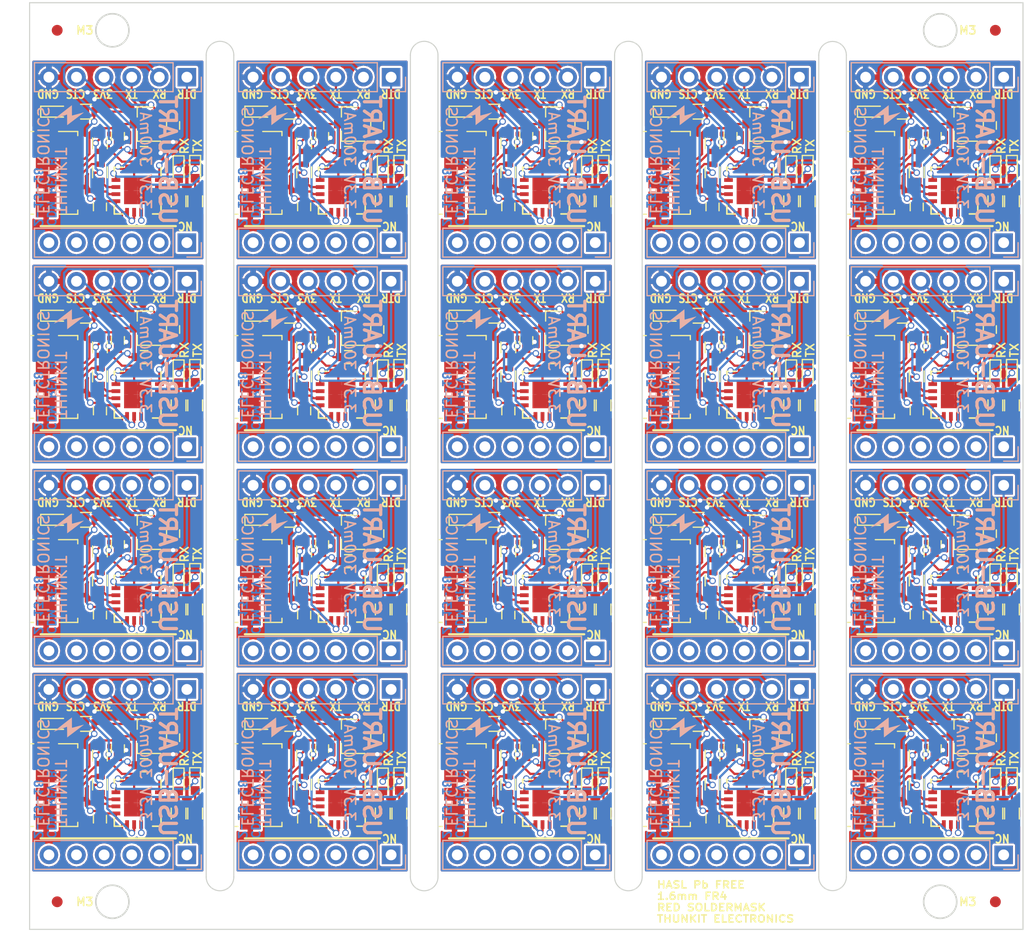
<source format=kicad_pcb>
(kicad_pcb (version 4) (host pcbnew 4.0.5+dfsg1-4)
  (title_block (title USB-UART) (date 2018-09-02) (rev B) (company "THUNKIT ELECTRONICS"))
  (layers (0 F.Cu signal) (31 B.Cu signal) (34 B.Paste user) (35 F.Paste user) (36 B.SilkS user) (37 F.SilkS user) (38 B.Mask user) (39 F.Mask user) (44 Edge.Cuts user))
  (net 0 "")
  (net 1 GND)
  (net 2 "Net-(D1-Pad2)")
  (net 3 VCC)
  (net 4 "Net-(U1-Pad12)")
  (net 5 "Net-(U1-Pad14)")
  (net 6 "Net-(D2-Pad2)")
  (net 7 "Net-(D2-Pad1)")
  (net 8 "Net-(D3-Pad2)")
  (net 9 "Net-(D3-Pad1)")
  (net 10 /D-)
  (net 11 /D+)
  (net 12 /DA-)
  (net 13 /DA+)
  (net 14 "Net-(P1-Pad4)")
  (net 15 DTR)
  (net 16 RX)
  (net 17 TX)
  (net 18 CTS)
  (net 19 "Net-(P3-Pad1)")
  (net 20 "Net-(P3-Pad2)")
  (net 21 "Net-(P3-Pad3)")
  (net 22 "Net-(P3-Pad4)")
  (net 23 "Net-(P3-Pad5)")
  (net 24 "Net-(P3-Pad6)")
  (net 25 +5V)
  (net 26 +3V3)
  (module MOD:Thunkit_Fiducial (layer F.Cu) (at 127.508 132.207 180)
    (fp_text reference REF** hide)
    (fp_text value TF hide)
    (fp_text user M3 (at 5.08 2.54 180) (layer F.SilkS) (effects (font (size 0.75 0.75))))
    (fp_circle (center 2.54 2.54) (end 4.064 2.54) (layer Edge.Cuts) (width 0.15))
    (pad ~ smd circle (at 7.62 2.54 180) (size 1 1) (layers F.Cu F.Mask) (clearance 0.77))
  )
  (module MOD:Thunkit_Fiducial (layer F.Cu) (at 198.628 127.127)
    (fp_text reference REF** hide)
    (fp_text value TF hide)
    (fp_text user M3 (at 5.08 2.54) (layer F.SilkS) (effects (font (size 0.75 0.75))))
    (fp_circle (center 2.54 2.54) (end 4.064 2.54) (layer Edge.Cuts) (width 0.15))
    (pad ~ smd circle (at 7.62 2.54) (size 1 1) (layers F.Cu F.Mask) (clearance 0.77))
  )
  (module MOD:Thunkit_Fiducial (layer F.Cu) (at 198.628 46.863)
    (fp_text reference REF** hide)
    (fp_text value TF hide)
    (fp_text user M3 (at 5.08 2.54) (layer F.SilkS) (effects (font (size 0.75 0.75))))
    (fp_circle (center 2.54 2.54) (end 4.064 2.54) (layer Edge.Cuts) (width 0.15))
    (pad ~ smd circle (at 7.62 2.54) (size 1 1) (layers F.Cu F.Mask) (clearance 0.77))
  )
  (module MOD:lightning (layer B.Cu) (at 196.088 113.665 270)
    (fp_text reference G*** hide)
    (fp_text value LOGO hide)
  )
  (module Pin_Headers:Pin_Header_Straight_1x06_Pitch2.54mm (layer B.Cu) (at 207.01 110.109 90)
    (fp_text reference P2 hide)
    (fp_text value LEFT)
    (pad 1 thru_hole rect (at 0 0 90) (size 1.7 1.7) (drill 1) (layers *.Cu *.Mask) (net 15 DTR))
    (pad 2 thru_hole oval (at 0 -2.54 90) (size 1.7 1.7) (drill 1) (layers *.Cu *.Mask) (net 16 RX))
    (pad 3 thru_hole oval (at 0 -5.08 90) (size 1.7 1.7) (drill 1) (layers *.Cu *.Mask) (net 17 TX))
    (pad 4 thru_hole oval (at 0 -7.62 90) (size 1.7 1.7) (drill 1) (layers *.Cu *.Mask) (net 26 +3V3))
    (pad 5 thru_hole oval (at 0 -10.16 90) (size 1.7 1.7) (drill 1) (layers *.Cu *.Mask) (net 18 CTS))
    (pad 6 thru_hole oval (at 0 -12.7 90) (size 1.7 1.7) (drill 1) (layers *.Cu *.Mask) (net 1 GND))
  )
  (module Pin_Headers:Pin_Header_Straight_1x06_Pitch2.54mm (layer B.Cu) (at 207.01 106.553 90)
    (fp_text reference P3 hide)
    (fp_text value RIGHT)
    (pad 1 thru_hole rect (at 0 0 90) (size 1.7 1.7) (drill 1) (layers *.Cu *.Mask) (net 19 "Net-(P3-Pad1)"))
    (pad 2 thru_hole oval (at 0 -2.54 90) (size 1.7 1.7) (drill 1) (layers *.Cu *.Mask) (net 20 "Net-(P3-Pad2)"))
    (pad 3 thru_hole oval (at 0 -5.08 90) (size 1.7 1.7) (drill 1) (layers *.Cu *.Mask) (net 21 "Net-(P3-Pad3)"))
    (pad 4 thru_hole oval (at 0 -7.62 90) (size 1.7 1.7) (drill 1) (layers *.Cu *.Mask) (net 22 "Net-(P3-Pad4)"))
    (pad 5 thru_hole oval (at 0 -10.16 90) (size 1.7 1.7) (drill 1) (layers *.Cu *.Mask) (net 23 "Net-(P3-Pad5)"))
    (pad 6 thru_hole oval (at 0 -12.7 90) (size 1.7 1.7) (drill 1) (layers *.Cu *.Mask) (net 24 "Net-(P3-Pad6)"))
  )
  (module Pin_Headers:Pin_Header_Straight_1x06_Pitch2.54mm (layer B.Cu) (at 207.01 125.349 90)
    (fp_text reference P3 hide)
    (fp_text value RIGHT)
    (pad 1 thru_hole rect (at 0 0 90) (size 1.7 1.7) (drill 1) (layers *.Cu *.Mask) (net 19 "Net-(P3-Pad1)"))
    (pad 2 thru_hole oval (at 0 -2.54 90) (size 1.7 1.7) (drill 1) (layers *.Cu *.Mask) (net 20 "Net-(P3-Pad2)"))
    (pad 3 thru_hole oval (at 0 -5.08 90) (size 1.7 1.7) (drill 1) (layers *.Cu *.Mask) (net 21 "Net-(P3-Pad3)"))
    (pad 4 thru_hole oval (at 0 -7.62 90) (size 1.7 1.7) (drill 1) (layers *.Cu *.Mask) (net 22 "Net-(P3-Pad4)"))
    (pad 5 thru_hole oval (at 0 -10.16 90) (size 1.7 1.7) (drill 1) (layers *.Cu *.Mask) (net 23 "Net-(P3-Pad5)"))
    (pad 6 thru_hole oval (at 0 -12.7 90) (size 1.7 1.7) (drill 1) (layers *.Cu *.Mask) (net 24 "Net-(P3-Pad6)"))
  )
  (module MOD:lightning (layer B.Cu) (at 196.088 94.869 270)
    (fp_text reference G*** hide)
    (fp_text value LOGO hide)
  )
  (module Pin_Headers:Pin_Header_Straight_1x06_Pitch2.54mm (layer B.Cu) (at 207.01 91.313 90)
    (fp_text reference P2 hide)
    (fp_text value LEFT)
    (pad 1 thru_hole rect (at 0 0 90) (size 1.7 1.7) (drill 1) (layers *.Cu *.Mask) (net 15 DTR))
    (pad 2 thru_hole oval (at 0 -2.54 90) (size 1.7 1.7) (drill 1) (layers *.Cu *.Mask) (net 16 RX))
    (pad 3 thru_hole oval (at 0 -5.08 90) (size 1.7 1.7) (drill 1) (layers *.Cu *.Mask) (net 17 TX))
    (pad 4 thru_hole oval (at 0 -7.62 90) (size 1.7 1.7) (drill 1) (layers *.Cu *.Mask) (net 26 +3V3))
    (pad 5 thru_hole oval (at 0 -10.16 90) (size 1.7 1.7) (drill 1) (layers *.Cu *.Mask) (net 18 CTS))
    (pad 6 thru_hole oval (at 0 -12.7 90) (size 1.7 1.7) (drill 1) (layers *.Cu *.Mask) (net 1 GND))
  )
  (module Pin_Headers:Pin_Header_Straight_1x06_Pitch2.54mm (layer B.Cu) (at 207.01 87.757 90)
    (fp_text reference P3 hide)
    (fp_text value RIGHT)
    (pad 1 thru_hole rect (at 0 0 90) (size 1.7 1.7) (drill 1) (layers *.Cu *.Mask) (net 19 "Net-(P3-Pad1)"))
    (pad 2 thru_hole oval (at 0 -2.54 90) (size 1.7 1.7) (drill 1) (layers *.Cu *.Mask) (net 20 "Net-(P3-Pad2)"))
    (pad 3 thru_hole oval (at 0 -5.08 90) (size 1.7 1.7) (drill 1) (layers *.Cu *.Mask) (net 21 "Net-(P3-Pad3)"))
    (pad 4 thru_hole oval (at 0 -7.62 90) (size 1.7 1.7) (drill 1) (layers *.Cu *.Mask) (net 22 "Net-(P3-Pad4)"))
    (pad 5 thru_hole oval (at 0 -10.16 90) (size 1.7 1.7) (drill 1) (layers *.Cu *.Mask) (net 23 "Net-(P3-Pad5)"))
    (pad 6 thru_hole oval (at 0 -12.7 90) (size 1.7 1.7) (drill 1) (layers *.Cu *.Mask) (net 24 "Net-(P3-Pad6)"))
  )
  (module MOD:lightning (layer B.Cu) (at 196.088 57.277 270)
    (fp_text reference G*** hide)
    (fp_text value LOGO hide)
  )
  (module Pin_Headers:Pin_Header_Straight_1x06_Pitch2.54mm (layer B.Cu) (at 207.01 53.721 90)
    (fp_text reference P2 hide)
    (fp_text value LEFT)
    (pad 1 thru_hole rect (at 0 0 90) (size 1.7 1.7) (drill 1) (layers *.Cu *.Mask) (net 15 DTR))
    (pad 2 thru_hole oval (at 0 -2.54 90) (size 1.7 1.7) (drill 1) (layers *.Cu *.Mask) (net 16 RX))
    (pad 3 thru_hole oval (at 0 -5.08 90) (size 1.7 1.7) (drill 1) (layers *.Cu *.Mask) (net 17 TX))
    (pad 4 thru_hole oval (at 0 -7.62 90) (size 1.7 1.7) (drill 1) (layers *.Cu *.Mask) (net 26 +3V3))
    (pad 5 thru_hole oval (at 0 -10.16 90) (size 1.7 1.7) (drill 1) (layers *.Cu *.Mask) (net 18 CTS))
    (pad 6 thru_hole oval (at 0 -12.7 90) (size 1.7 1.7) (drill 1) (layers *.Cu *.Mask) (net 1 GND))
  )
  (module Pin_Headers:Pin_Header_Straight_1x06_Pitch2.54mm (layer B.Cu) (at 207.01 68.961 90)
    (fp_text reference P3 hide)
    (fp_text value RIGHT)
    (pad 1 thru_hole rect (at 0 0 90) (size 1.7 1.7) (drill 1) (layers *.Cu *.Mask) (net 19 "Net-(P3-Pad1)"))
    (pad 2 thru_hole oval (at 0 -2.54 90) (size 1.7 1.7) (drill 1) (layers *.Cu *.Mask) (net 20 "Net-(P3-Pad2)"))
    (pad 3 thru_hole oval (at 0 -5.08 90) (size 1.7 1.7) (drill 1) (layers *.Cu *.Mask) (net 21 "Net-(P3-Pad3)"))
    (pad 4 thru_hole oval (at 0 -7.62 90) (size 1.7 1.7) (drill 1) (layers *.Cu *.Mask) (net 22 "Net-(P3-Pad4)"))
    (pad 5 thru_hole oval (at 0 -10.16 90) (size 1.7 1.7) (drill 1) (layers *.Cu *.Mask) (net 23 "Net-(P3-Pad5)"))
    (pad 6 thru_hole oval (at 0 -12.7 90) (size 1.7 1.7) (drill 1) (layers *.Cu *.Mask) (net 24 "Net-(P3-Pad6)"))
  )
  (module Pin_Headers:Pin_Header_Straight_1x06_Pitch2.54mm (layer B.Cu) (at 207.01 72.517 90)
    (fp_text reference P2 hide)
    (fp_text value LEFT)
    (pad 1 thru_hole rect (at 0 0 90) (size 1.7 1.7) (drill 1) (layers *.Cu *.Mask) (net 15 DTR))
    (pad 2 thru_hole oval (at 0 -2.54 90) (size 1.7 1.7) (drill 1) (layers *.Cu *.Mask) (net 16 RX))
    (pad 3 thru_hole oval (at 0 -5.08 90) (size 1.7 1.7) (drill 1) (layers *.Cu *.Mask) (net 17 TX))
    (pad 4 thru_hole oval (at 0 -7.62 90) (size 1.7 1.7) (drill 1) (layers *.Cu *.Mask) (net 26 +3V3))
    (pad 5 thru_hole oval (at 0 -10.16 90) (size 1.7 1.7) (drill 1) (layers *.Cu *.Mask) (net 18 CTS))
    (pad 6 thru_hole oval (at 0 -12.7 90) (size 1.7 1.7) (drill 1) (layers *.Cu *.Mask) (net 1 GND))
  )
  (module MOD:lightning (layer B.Cu) (at 196.088 76.073 270)
    (fp_text reference G*** hide)
    (fp_text value LOGO hide)
  )
  (module Capacitors_SMD:C_0603 (layer F.Cu) (at 200.66 77.966 270)
    (fp_text reference C3 hide)
    (fp_text value 1uF)
    (pad 2 smd rect (at 0.75 0 270) (size 0.8 0.75) (layers F.Cu F.Paste F.Mask) (net 1 GND))
    (pad 1 smd rect (at -0.75 0 270) (size 0.8 0.75) (layers F.Cu F.Paste F.Mask) (net 25 +5V))
  )
  (module Capacitors_SMD:C_0603 (layer F.Cu) (at 203.073 79.502 180)
    (fp_text reference C2 hide)
    (fp_text value 1uF)
    (pad 2 smd rect (at 0.75 0 180) (size 0.8 0.75) (layers F.Cu F.Paste F.Mask) (net 25 +5V))
    (pad 1 smd rect (at -0.75 0 180) (size 0.8 0.75) (layers F.Cu F.Paste F.Mask) (net 1 GND))
  )
  (module "MOD:GND VIA" (layer F.Cu) (at 202.692 78.105 270)
    (fp_text reference "" (at 0 0 270) (layer F.SilkS))
    (fp_text value "" (at 0 0 270) (layer F.SilkS))
    (pad 1 thru_hole circle (at 0 1.27 270) (size 0.6 0.6) (drill 0.4) (layers *.Cu) (net 1 GND))
  )
  (module Capacitors_SMD:C_0603 (layer F.Cu) (at 205.74 76.962 270)
    (fp_text reference C4 hide)
    (fp_text value 1uF)
    (pad 2 smd rect (at 0.75 0 270) (size 0.8 0.75) (layers F.Cu F.Paste F.Mask) (net 1 GND))
    (pad 1 smd rect (at -0.75 0 270) (size 0.8 0.75) (layers F.Cu F.Paste F.Mask) (net 26 +3V3))
  )
  (module TO_SOT_Packages_SMD:SOT-23 (layer F.Cu) (at 203.2 76.835 180)
    (fp_text reference U2 hide)
    (fp_text value AP1117)
    (pad 1 smd rect (at -1 -0.95 180) (size 0.9 0.8) (layers F.Cu F.Paste F.Mask) (net 1 GND))
    (pad 2 smd rect (at -1 0.95 180) (size 0.9 0.8) (layers F.Cu F.Paste F.Mask) (net 26 +3V3))
    (pad 3 smd rect (at 1 0 180) (size 0.9 0.8) (layers F.Cu F.Paste F.Mask) (net 25 +5V))
  )
  (module Connectors_USB:USB_Micro-B_Molex_47346-0001 (layer F.Cu) (at 194.056 81.329 270)
    (fp_text reference P1 hide)
    (fp_text value USB_OTG)
    (pad 1 smd rect (at -1.3 -2.66 270) (size 0.45 1.38) (layers F.Cu F.Paste F.Mask) (net 25 +5V))
    (pad 2 smd rect (at -0.65 -2.66 270) (size 0.45 1.38) (layers F.Cu F.Paste F.Mask) (net 10 /D-))
    (pad 3 smd rect (at 0 -2.66 270) (size 0.45 1.38) (layers F.Cu F.Paste F.Mask) (net 11 /D+))
    (pad 4 smd rect (at 0.65 -2.66 270) (size 0.45 1.38) (layers F.Cu F.Paste F.Mask) (net 14 "Net-(P1-Pad4)"))
    (pad 5 smd rect (at 1.3 -2.66 270) (size 0.45 1.38) (layers F.Cu F.Paste F.Mask) (net 1 GND))
    (pad 6 smd rect (at -2.4625 -2.3 270) (size 1.475 2.1) (layers F.Cu F.Paste F.Mask) (net 1 GND))
    (pad 6 smd rect (at 2.4625 -2.3 270) (size 1.475 2.1) (layers F.Cu F.Paste F.Mask) (net 1 GND))
    (pad 6 smd rect (at -2.91 0 270) (size 2.375 1.9) (layers F.Cu F.Paste F.Mask) (net 1 GND))
    (pad 6 smd rect (at 2.91 0 270) (size 2.375 1.9) (layers F.Cu F.Paste F.Mask) (net 1 GND))
    (pad 6 smd rect (at -0.84 0 270) (size 1.175 1.9) (layers F.Cu F.Paste F.Mask) (net 1 GND))
    (pad 6 smd rect (at 0.84 0 270) (size 1.175 1.9) (layers F.Cu F.Paste F.Mask) (net 1 GND))
  )
  (module Capacitors_SMD:C_0603 (layer F.Cu) (at 199.009 84.467 270)
    (fp_text reference C1 hide)
    (fp_text value 1uF)
    (pad 2 smd rect (at 0.75 0 270) (size 0.8 0.75) (layers F.Cu F.Paste F.Mask) (net 1 GND))
    (pad 1 smd rect (at -0.75 0 270) (size 0.8 0.75) (layers F.Cu F.Paste F.Mask) (net 3 VCC))
  )
  (module Resistors_SMD:R_0603 (layer F.Cu) (at 199.009 81.28 90)
    (fp_text reference R2 hide)
    (fp_text value 22)
    (pad 1 smd rect (at -0.75 0 90) (size 0.5 0.9) (layers F.Cu F.Paste F.Mask) (net 13 /DA+))
    (pad 2 smd rect (at 0.75 0 90) (size 0.5 0.9) (layers F.Cu F.Paste F.Mask) (net 11 /D+))
  )
  (module Resistors_SMD:R_0603 (layer F.Cu) (at 199.009 78.601 270)
    (fp_text reference R1 hide)
    (fp_text value 22)
    (pad 1 smd rect (at -0.75 0 270) (size 0.5 0.9) (layers F.Cu F.Paste F.Mask) (net 12 /DA-))
    (pad 2 smd rect (at 0.75 0 270) (size 0.5 0.9) (layers F.Cu F.Paste F.Mask) (net 10 /D-))
  )
  (module Resistors_SMD:R_0603 (layer F.Cu) (at 207.772 83.947 270)
    (fp_text reference R4 hide)
    (fp_text value 330)
    (pad 1 smd rect (at -0.75 0 270) (size 0.5 0.9) (layers F.Cu F.Paste F.Mask) (net 6 "Net-(D2-Pad2)"))
    (pad 2 smd rect (at 0.75 0 270) (size 0.5 0.9) (layers F.Cu F.Paste F.Mask) (net 3 VCC))
  )
  (module LEDs:LED_0603 (layer F.Cu) (at 206.248 81.064 270)
    (fp_text reference D3 hide)
    (fp_text value RX)
    (pad 2 smd rect (at 0.8 0 90) (size 0.8 0.8) (layers F.Cu F.Paste F.Mask) (net 8 "Net-(D3-Pad2)"))
    (pad 1 smd rect (at -0.8 0 90) (size 0.8 0.8) (layers F.Cu F.Paste F.Mask) (net 9 "Net-(D3-Pad1)"))
  )
  (module LEDs:LED_0603 (layer F.Cu) (at 207.772 81.026 270)
    (fp_text reference D2 hide)
    (fp_text value TX)
    (pad 2 smd rect (at 0.8 0 90) (size 0.8 0.8) (layers F.Cu F.Paste F.Mask) (net 6 "Net-(D2-Pad2)"))
    (pad 1 smd rect (at -0.8 0 90) (size 0.8 0.8) (layers F.Cu F.Paste F.Mask) (net 7 "Net-(D2-Pad1)"))
  )
  (module "MOD:GND VIA" (layer F.Cu) (at 207.01 78.486 270)
    (fp_text reference "" (at 0 0 270) (layer F.SilkS))
    (fp_text value "" (at 0 0 270) (layer F.SilkS))
    (pad 1 thru_hole circle (at 0 1.27 270) (size 0.6 0.6) (drill 0.4) (layers *.Cu) (net 1 GND))
  )
  (module "MOD:GND VIA" (layer F.Cu) (at 205.867 79.502 270)
    (fp_text reference "" (at 0 0 270) (layer F.SilkS))
    (fp_text value "" (at 0 0 270) (layer F.SilkS))
    (pad 1 thru_hole circle (at 0 1.27 270) (size 0.6 0.6) (drill 0.4) (layers *.Cu) (net 1 GND))
  )
  (module "MOD:GND VIA" (layer F.Cu) (at 199.136 92.71 270)
    (fp_text reference "" (at 0 0 270) (layer F.SilkS))
    (fp_text value "" (at 0 0 270) (layer F.SilkS))
    (pad 1 thru_hole circle (at 0 1.27 270) (size 0.6 0.6) (drill 0.4) (layers *.Cu) (net 1 GND))
  )
  (module Resistors_SMD:R_0603 (layer F.Cu) (at 197.727 94.488)
    (fp_text reference R3 hide)
    (fp_text value 330)
    (pad 1 smd rect (at -0.75 0) (size 0.5 0.9) (layers F.Cu F.Paste F.Mask) (net 2 "Net-(D1-Pad2)"))
    (pad 2 smd rect (at 0.75 0) (size 0.5 0.9) (layers F.Cu F.Paste F.Mask) (net 3 VCC))
  )
  (module Housings_DFN_QFN:QFN-16-1EP_4x4mm_Pitch0.65mm (layer F.Cu) (at 202.479 82.963 270)
    (fp_text reference U1 hide)
    (fp_text value FT230XQ-R)
    (pad 1 smd rect (at -2 -0.975 270) (size 0.8 0.35) (layers F.Cu F.Paste F.Mask) (net 3 VCC))
    (pad 2 smd rect (at -2 -0.325 270) (size 0.8 0.35) (layers F.Cu F.Paste F.Mask) (net 16 RX))
    (pad 3 smd rect (at -2 0.325 270) (size 0.8 0.35) (layers F.Cu F.Paste F.Mask) (net 1 GND))
    (pad 4 smd rect (at -2 0.975 270) (size 0.8 0.35) (layers F.Cu F.Paste F.Mask) (net 18 CTS))
    (pad 5 smd rect (at -0.975 2) (size 0.8 0.35) (layers F.Cu F.Paste F.Mask) (net 7 "Net-(D2-Pad1)"))
    (pad 6 smd rect (at -0.325 2) (size 0.8 0.35) (layers F.Cu F.Paste F.Mask) (net 13 /DA+))
    (pad 7 smd rect (at 0.325 2) (size 0.8 0.35) (layers F.Cu F.Paste F.Mask) (net 12 /DA-))
    (pad 8 smd rect (at 0.975 2) (size 0.8 0.35) (layers F.Cu F.Paste F.Mask) (net 3 VCC))
    (pad 9 smd rect (at 2 0.975 270) (size 0.8 0.35) (layers F.Cu F.Paste F.Mask) (net 3 VCC))
    (pad 10 smd rect (at 2 0.325 270) (size 0.8 0.35) (layers F.Cu F.Paste F.Mask) (net 25 +5V))
    (pad 11 smd rect (at 2 -0.325 270) (size 0.8 0.35) (layers F.Cu F.Paste F.Mask) (net 9 "Net-(D3-Pad1)"))
    (pad 12 smd rect (at 2 -0.975 270) (size 0.8 0.35) (layers F.Cu F.Paste F.Mask) (net 4 "Net-(U1-Pad12)"))
    (pad 13 smd rect (at 0.975 -2) (size 0.8 0.35) (layers F.Cu F.Paste F.Mask) (net 1 GND))
    (pad 14 smd rect (at 0.325 -2) (size 0.8 0.35) (layers F.Cu F.Paste F.Mask) (net 5 "Net-(U1-Pad14)"))
    (pad 15 smd rect (at -0.325 -2) (size 0.8 0.35) (layers F.Cu F.Paste F.Mask) (net 17 TX))
    (pad 16 smd rect (at -0.975 -2) (size 0.8 0.35) (layers F.Cu F.Paste F.Mask) (net 15 DTR))
    (pad 17 smd rect (at 0.625 0.625 270) (size 1.25 1.25) (layers F.Cu F.Paste F.Mask) (net 1 GND))
    (pad 17 smd rect (at 0.625 -0.625 270) (size 1.25 1.25) (layers F.Cu F.Paste F.Mask) (net 1 GND))
    (pad 17 smd rect (at -0.625 0.625 270) (size 1.25 1.25) (layers F.Cu F.Paste F.Mask) (net 1 GND))
    (pad 17 smd rect (at -0.625 -0.625 270) (size 1.25 1.25) (layers F.Cu F.Paste F.Mask) (net 1 GND))
  )
  (module Resistors_SMD:R_0603 (layer F.Cu) (at 206.248 83.947 270)
    (fp_text reference R5 hide)
    (fp_text value 330)
    (pad 1 smd rect (at -0.75 0 270) (size 0.5 0.9) (layers F.Cu F.Paste F.Mask) (net 8 "Net-(D3-Pad2)"))
    (pad 2 smd rect (at 0.75 0 270) (size 0.5 0.9) (layers F.Cu F.Paste F.Mask) (net 3 VCC))
  )
  (module "MOD:GND VIA" (layer F.Cu) (at 199.771 93.345 270)
    (fp_text reference "" (at 0 0 270) (layer F.SilkS))
    (fp_text value "" (at 0 0 270) (layer F.SilkS))
    (pad 1 thru_hole circle (at 0 1.27 270) (size 0.6 0.6) (drill 0.4) (layers *.Cu) (net 1 GND))
  )
  (module LEDs:LED_0603 (layer F.Cu) (at 194.856 94.488)
    (fp_text reference D1 hide)
    (fp_text value LED)
    (pad 2 smd rect (at 0.8 0 180) (size 0.8 0.8) (layers F.Cu F.Paste F.Mask) (net 2 "Net-(D1-Pad2)"))
    (pad 1 smd rect (at -0.8 0 180) (size 0.8 0.8) (layers F.Cu F.Paste F.Mask) (net 1 GND))
  )
  (module Resistors_SMD:R_0603 (layer F.Cu) (at 207.772 102.743 270)
    (fp_text reference R4 hide)
    (fp_text value 330)
    (pad 1 smd rect (at -0.75 0 270) (size 0.5 0.9) (layers F.Cu F.Paste F.Mask) (net 6 "Net-(D2-Pad2)"))
    (pad 2 smd rect (at 0.75 0 270) (size 0.5 0.9) (layers F.Cu F.Paste F.Mask) (net 3 VCC))
  )
  (module Resistors_SMD:R_0603 (layer F.Cu) (at 206.248 102.743 270)
    (fp_text reference R5 hide)
    (fp_text value 330)
    (pad 1 smd rect (at -0.75 0 270) (size 0.5 0.9) (layers F.Cu F.Paste F.Mask) (net 8 "Net-(D3-Pad2)"))
    (pad 2 smd rect (at 0.75 0 270) (size 0.5 0.9) (layers F.Cu F.Paste F.Mask) (net 3 VCC))
  )
  (module Housings_DFN_QFN:QFN-16-1EP_4x4mm_Pitch0.65mm (layer F.Cu) (at 202.479 101.759 270)
    (fp_text reference U1 hide)
    (fp_text value FT230XQ-R)
    (pad 1 smd rect (at -2 -0.975 270) (size 0.8 0.35) (layers F.Cu F.Paste F.Mask) (net 3 VCC))
    (pad 2 smd rect (at -2 -0.325 270) (size 0.8 0.35) (layers F.Cu F.Paste F.Mask) (net 16 RX))
    (pad 3 smd rect (at -2 0.325 270) (size 0.8 0.35) (layers F.Cu F.Paste F.Mask) (net 1 GND))
    (pad 4 smd rect (at -2 0.975 270) (size 0.8 0.35) (layers F.Cu F.Paste F.Mask) (net 18 CTS))
    (pad 5 smd rect (at -0.975 2) (size 0.8 0.35) (layers F.Cu F.Paste F.Mask) (net 7 "Net-(D2-Pad1)"))
    (pad 6 smd rect (at -0.325 2) (size 0.8 0.35) (layers F.Cu F.Paste F.Mask) (net 13 /DA+))
    (pad 7 smd rect (at 0.325 2) (size 0.8 0.35) (layers F.Cu F.Paste F.Mask) (net 12 /DA-))
    (pad 8 smd rect (at 0.975 2) (size 0.8 0.35) (layers F.Cu F.Paste F.Mask) (net 3 VCC))
    (pad 9 smd rect (at 2 0.975 270) (size 0.8 0.35) (layers F.Cu F.Paste F.Mask) (net 3 VCC))
    (pad 10 smd rect (at 2 0.325 270) (size 0.8 0.35) (layers F.Cu F.Paste F.Mask) (net 25 +5V))
    (pad 11 smd rect (at 2 -0.325 270) (size 0.8 0.35) (layers F.Cu F.Paste F.Mask) (net 9 "Net-(D3-Pad1)"))
    (pad 12 smd rect (at 2 -0.975 270) (size 0.8 0.35) (layers F.Cu F.Paste F.Mask) (net 4 "Net-(U1-Pad12)"))
    (pad 13 smd rect (at 0.975 -2) (size 0.8 0.35) (layers F.Cu F.Paste F.Mask) (net 1 GND))
    (pad 14 smd rect (at 0.325 -2) (size 0.8 0.35) (layers F.Cu F.Paste F.Mask) (net 5 "Net-(U1-Pad14)"))
    (pad 15 smd rect (at -0.325 -2) (size 0.8 0.35) (layers F.Cu F.Paste F.Mask) (net 17 TX))
    (pad 16 smd rect (at -0.975 -2) (size 0.8 0.35) (layers F.Cu F.Paste F.Mask) (net 15 DTR))
    (pad 17 smd rect (at 0.625 0.625 270) (size 1.25 1.25) (layers F.Cu F.Paste F.Mask) (net 1 GND))
    (pad 17 smd rect (at 0.625 -0.625 270) (size 1.25 1.25) (layers F.Cu F.Paste F.Mask) (net 1 GND))
    (pad 17 smd rect (at -0.625 0.625 270) (size 1.25 1.25) (layers F.Cu F.Paste F.Mask) (net 1 GND))
    (pad 17 smd rect (at -0.625 -0.625 270) (size 1.25 1.25) (layers F.Cu F.Paste F.Mask) (net 1 GND))
  )
  (module LEDs:LED_0603 (layer F.Cu) (at 207.772 99.822 270)
    (fp_text reference D2 hide)
    (fp_text value TX)
    (pad 2 smd rect (at 0.8 0 90) (size 0.8 0.8) (layers F.Cu F.Paste F.Mask) (net 6 "Net-(D2-Pad2)"))
    (pad 1 smd rect (at -0.8 0 90) (size 0.8 0.8) (layers F.Cu F.Paste F.Mask) (net 7 "Net-(D2-Pad1)"))
  )
  (module "MOD:GND VIA" (layer F.Cu) (at 207.01 97.282 270)
    (fp_text reference "" (at 0 0 270) (layer F.SilkS))
    (fp_text value "" (at 0 0 270) (layer F.SilkS))
    (pad 1 thru_hole circle (at 0 1.27 270) (size 0.6 0.6) (drill 0.4) (layers *.Cu) (net 1 GND))
  )
  (module LEDs:LED_0603 (layer F.Cu) (at 206.248 99.86 270)
    (fp_text reference D3 hide)
    (fp_text value RX)
    (pad 2 smd rect (at 0.8 0 90) (size 0.8 0.8) (layers F.Cu F.Paste F.Mask) (net 8 "Net-(D3-Pad2)"))
    (pad 1 smd rect (at -0.8 0 90) (size 0.8 0.8) (layers F.Cu F.Paste F.Mask) (net 9 "Net-(D3-Pad1)"))
  )
  (module Resistors_SMD:R_0603 (layer F.Cu) (at 199.009 100.076 90)
    (fp_text reference R2 hide)
    (fp_text value 22)
    (pad 1 smd rect (at -0.75 0 90) (size 0.5 0.9) (layers F.Cu F.Paste F.Mask) (net 13 /DA+))
    (pad 2 smd rect (at 0.75 0 90) (size 0.5 0.9) (layers F.Cu F.Paste F.Mask) (net 11 /D+))
  )
  (module Connectors_USB:USB_Micro-B_Molex_47346-0001 (layer F.Cu) (at 194.056 100.125 270)
    (fp_text reference P1 hide)
    (fp_text value USB_OTG)
    (pad 1 smd rect (at -1.3 -2.66 270) (size 0.45 1.38) (layers F.Cu F.Paste F.Mask) (net 25 +5V))
    (pad 2 smd rect (at -0.65 -2.66 270) (size 0.45 1.38) (layers F.Cu F.Paste F.Mask) (net 10 /D-))
    (pad 3 smd rect (at 0 -2.66 270) (size 0.45 1.38) (layers F.Cu F.Paste F.Mask) (net 11 /D+))
    (pad 4 smd rect (at 0.65 -2.66 270) (size 0.45 1.38) (layers F.Cu F.Paste F.Mask) (net 14 "Net-(P1-Pad4)"))
    (pad 5 smd rect (at 1.3 -2.66 270) (size 0.45 1.38) (layers F.Cu F.Paste F.Mask) (net 1 GND))
    (pad 6 smd rect (at -2.4625 -2.3 270) (size 1.475 2.1) (layers F.Cu F.Paste F.Mask) (net 1 GND))
    (pad 6 smd rect (at 2.4625 -2.3 270) (size 1.475 2.1) (layers F.Cu F.Paste F.Mask) (net 1 GND))
    (pad 6 smd rect (at -2.91 0 270) (size 2.375 1.9) (layers F.Cu F.Paste F.Mask) (net 1 GND))
    (pad 6 smd rect (at 2.91 0 270) (size 2.375 1.9) (layers F.Cu F.Paste F.Mask) (net 1 GND))
    (pad 6 smd rect (at -0.84 0 270) (size 1.175 1.9) (layers F.Cu F.Paste F.Mask) (net 1 GND))
    (pad 6 smd rect (at 0.84 0 270) (size 1.175 1.9) (layers F.Cu F.Paste F.Mask) (net 1 GND))
  )
  (module Capacitors_SMD:C_0603 (layer F.Cu) (at 199.009 103.263 270)
    (fp_text reference C1 hide)
    (fp_text value 1uF)
    (pad 2 smd rect (at 0.75 0 270) (size 0.8 0.75) (layers F.Cu F.Paste F.Mask) (net 1 GND))
    (pad 1 smd rect (at -0.75 0 270) (size 0.8 0.75) (layers F.Cu F.Paste F.Mask) (net 3 VCC))
  )
  (module Resistors_SMD:R_0603 (layer F.Cu) (at 199.009 97.397 270)
    (fp_text reference R1 hide)
    (fp_text value 22)
    (pad 1 smd rect (at -0.75 0 270) (size 0.5 0.9) (layers F.Cu F.Paste F.Mask) (net 12 /DA-))
    (pad 2 smd rect (at 0.75 0 270) (size 0.5 0.9) (layers F.Cu F.Paste F.Mask) (net 10 /D-))
  )
  (module Capacitors_SMD:C_0603 (layer F.Cu) (at 200.66 96.762 270)
    (fp_text reference C3 hide)
    (fp_text value 1uF)
    (pad 2 smd rect (at 0.75 0 270) (size 0.8 0.75) (layers F.Cu F.Paste F.Mask) (net 1 GND))
    (pad 1 smd rect (at -0.75 0 270) (size 0.8 0.75) (layers F.Cu F.Paste F.Mask) (net 25 +5V))
  )
  (module "MOD:GND VIA" (layer F.Cu) (at 202.692 96.901 270)
    (fp_text reference "" (at 0 0 270) (layer F.SilkS))
    (fp_text value "" (at 0 0 270) (layer F.SilkS))
    (pad 1 thru_hole circle (at 0 1.27 270) (size 0.6 0.6) (drill 0.4) (layers *.Cu) (net 1 GND))
  )
  (module TO_SOT_Packages_SMD:SOT-23 (layer F.Cu) (at 203.2 95.631 180)
    (fp_text reference U2 hide)
    (fp_text value AP1117)
    (pad 1 smd rect (at -1 -0.95 180) (size 0.9 0.8) (layers F.Cu F.Paste F.Mask) (net 1 GND))
    (pad 2 smd rect (at -1 0.95 180) (size 0.9 0.8) (layers F.Cu F.Paste F.Mask) (net 26 +3V3))
    (pad 3 smd rect (at 1 0 180) (size 0.9 0.8) (layers F.Cu F.Paste F.Mask) (net 25 +5V))
  )
  (module "MOD:GND VIA" (layer F.Cu) (at 205.867 98.298 270)
    (fp_text reference "" (at 0 0 270) (layer F.SilkS))
    (fp_text value "" (at 0 0 270) (layer F.SilkS))
    (pad 1 thru_hole circle (at 0 1.27 270) (size 0.6 0.6) (drill 0.4) (layers *.Cu) (net 1 GND))
  )
  (module Capacitors_SMD:C_0603 (layer F.Cu) (at 203.073 98.298 180)
    (fp_text reference C2 hide)
    (fp_text value 1uF)
    (pad 2 smd rect (at 0.75 0 180) (size 0.8 0.75) (layers F.Cu F.Paste F.Mask) (net 25 +5V))
    (pad 1 smd rect (at -0.75 0 180) (size 0.8 0.75) (layers F.Cu F.Paste F.Mask) (net 1 GND))
  )
  (module Capacitors_SMD:C_0603 (layer F.Cu) (at 205.74 95.758 270)
    (fp_text reference C4 hide)
    (fp_text value 1uF)
    (pad 2 smd rect (at 0.75 0 270) (size 0.8 0.75) (layers F.Cu F.Paste F.Mask) (net 1 GND))
    (pad 1 smd rect (at -0.75 0 270) (size 0.8 0.75) (layers F.Cu F.Paste F.Mask) (net 26 +3V3))
  )
  (module "MOD:GND VIA" (layer F.Cu) (at 202.692 115.697 270)
    (fp_text reference "" (at 0 0 270) (layer F.SilkS))
    (fp_text value "" (at 0 0 270) (layer F.SilkS))
    (pad 1 thru_hole circle (at 0 1.27 270) (size 0.6 0.6) (drill 0.4) (layers *.Cu) (net 1 GND))
  )
  (module Capacitors_SMD:C_0603 (layer F.Cu) (at 200.66 115.558 270)
    (fp_text reference C3 hide)
    (fp_text value 1uF)
    (pad 2 smd rect (at 0.75 0 270) (size 0.8 0.75) (layers F.Cu F.Paste F.Mask) (net 1 GND))
    (pad 1 smd rect (at -0.75 0 270) (size 0.8 0.75) (layers F.Cu F.Paste F.Mask) (net 25 +5V))
  )
  (module Capacitors_SMD:C_0603 (layer F.Cu) (at 203.073 117.094 180)
    (fp_text reference C2 hide)
    (fp_text value 1uF)
    (pad 2 smd rect (at 0.75 0 180) (size 0.8 0.75) (layers F.Cu F.Paste F.Mask) (net 25 +5V))
    (pad 1 smd rect (at -0.75 0 180) (size 0.8 0.75) (layers F.Cu F.Paste F.Mask) (net 1 GND))
  )
  (module Capacitors_SMD:C_0603 (layer F.Cu) (at 205.74 114.554 270)
    (fp_text reference C4 hide)
    (fp_text value 1uF)
    (pad 2 smd rect (at 0.75 0 270) (size 0.8 0.75) (layers F.Cu F.Paste F.Mask) (net 1 GND))
    (pad 1 smd rect (at -0.75 0 270) (size 0.8 0.75) (layers F.Cu F.Paste F.Mask) (net 26 +3V3))
  )
  (module "MOD:GND VIA" (layer F.Cu) (at 205.867 117.094 270)
    (fp_text reference "" (at 0 0 270) (layer F.SilkS))
    (fp_text value "" (at 0 0 270) (layer F.SilkS))
    (pad 1 thru_hole circle (at 0 1.27 270) (size 0.6 0.6) (drill 0.4) (layers *.Cu) (net 1 GND))
  )
  (module "MOD:GND VIA" (layer F.Cu) (at 207.01 116.078 270)
    (fp_text reference "" (at 0 0 270) (layer F.SilkS))
    (fp_text value "" (at 0 0 270) (layer F.SilkS))
    (pad 1 thru_hole circle (at 0 1.27 270) (size 0.6 0.6) (drill 0.4) (layers *.Cu) (net 1 GND))
  )
  (module TO_SOT_Packages_SMD:SOT-23 (layer F.Cu) (at 203.2 114.427 180)
    (fp_text reference U2 hide)
    (fp_text value AP1117)
    (pad 1 smd rect (at -1 -0.95 180) (size 0.9 0.8) (layers F.Cu F.Paste F.Mask) (net 1 GND))
    (pad 2 smd rect (at -1 0.95 180) (size 0.9 0.8) (layers F.Cu F.Paste F.Mask) (net 26 +3V3))
    (pad 3 smd rect (at 1 0 180) (size 0.9 0.8) (layers F.Cu F.Paste F.Mask) (net 25 +5V))
  )
  (module LEDs:LED_0603 (layer F.Cu) (at 206.248 118.656 270)
    (fp_text reference D3 hide)
    (fp_text value RX)
    (pad 2 smd rect (at 0.8 0 90) (size 0.8 0.8) (layers F.Cu F.Paste F.Mask) (net 8 "Net-(D3-Pad2)"))
    (pad 1 smd rect (at -0.8 0 90) (size 0.8 0.8) (layers F.Cu F.Paste F.Mask) (net 9 "Net-(D3-Pad1)"))
  )
  (module LEDs:LED_0603 (layer F.Cu) (at 207.772 118.618 270)
    (fp_text reference D2 hide)
    (fp_text value TX)
    (pad 2 smd rect (at 0.8 0 90) (size 0.8 0.8) (layers F.Cu F.Paste F.Mask) (net 6 "Net-(D2-Pad2)"))
    (pad 1 smd rect (at -0.8 0 90) (size 0.8 0.8) (layers F.Cu F.Paste F.Mask) (net 7 "Net-(D2-Pad1)"))
  )
  (module Resistors_SMD:R_0603 (layer F.Cu) (at 207.772 121.539 270)
    (fp_text reference R4 hide)
    (fp_text value 330)
    (pad 1 smd rect (at -0.75 0 270) (size 0.5 0.9) (layers F.Cu F.Paste F.Mask) (net 6 "Net-(D2-Pad2)"))
    (pad 2 smd rect (at 0.75 0 270) (size 0.5 0.9) (layers F.Cu F.Paste F.Mask) (net 3 VCC))
  )
  (module Resistors_SMD:R_0603 (layer F.Cu) (at 206.248 121.539 270)
    (fp_text reference R5 hide)
    (fp_text value 330)
    (pad 1 smd rect (at -0.75 0 270) (size 0.5 0.9) (layers F.Cu F.Paste F.Mask) (net 8 "Net-(D3-Pad2)"))
    (pad 2 smd rect (at 0.75 0 270) (size 0.5 0.9) (layers F.Cu F.Paste F.Mask) (net 3 VCC))
  )
  (module Housings_DFN_QFN:QFN-16-1EP_4x4mm_Pitch0.65mm (layer F.Cu) (at 202.479 120.555 270)
    (fp_text reference U1 hide)
    (fp_text value FT230XQ-R)
    (pad 1 smd rect (at -2 -0.975 270) (size 0.8 0.35) (layers F.Cu F.Paste F.Mask) (net 3 VCC))
    (pad 2 smd rect (at -2 -0.325 270) (size 0.8 0.35) (layers F.Cu F.Paste F.Mask) (net 16 RX))
    (pad 3 smd rect (at -2 0.325 270) (size 0.8 0.35) (layers F.Cu F.Paste F.Mask) (net 1 GND))
    (pad 4 smd rect (at -2 0.975 270) (size 0.8 0.35) (layers F.Cu F.Paste F.Mask) (net 18 CTS))
    (pad 5 smd rect (at -0.975 2) (size 0.8 0.35) (layers F.Cu F.Paste F.Mask) (net 7 "Net-(D2-Pad1)"))
    (pad 6 smd rect (at -0.325 2) (size 0.8 0.35) (layers F.Cu F.Paste F.Mask) (net 13 /DA+))
    (pad 7 smd rect (at 0.325 2) (size 0.8 0.35) (layers F.Cu F.Paste F.Mask) (net 12 /DA-))
    (pad 8 smd rect (at 0.975 2) (size 0.8 0.35) (layers F.Cu F.Paste F.Mask) (net 3 VCC))
    (pad 9 smd rect (at 2 0.975 270) (size 0.8 0.35) (layers F.Cu F.Paste F.Mask) (net 3 VCC))
    (pad 10 smd rect (at 2 0.325 270) (size 0.8 0.35) (layers F.Cu F.Paste F.Mask) (net 25 +5V))
    (pad 11 smd rect (at 2 -0.325 270) (size 0.8 0.35) (layers F.Cu F.Paste F.Mask) (net 9 "Net-(D3-Pad1)"))
    (pad 12 smd rect (at 2 -0.975 270) (size 0.8 0.35) (layers F.Cu F.Paste F.Mask) (net 4 "Net-(U1-Pad12)"))
    (pad 13 smd rect (at 0.975 -2) (size 0.8 0.35) (layers F.Cu F.Paste F.Mask) (net 1 GND))
    (pad 14 smd rect (at 0.325 -2) (size 0.8 0.35) (layers F.Cu F.Paste F.Mask) (net 5 "Net-(U1-Pad14)"))
    (pad 15 smd rect (at -0.325 -2) (size 0.8 0.35) (layers F.Cu F.Paste F.Mask) (net 17 TX))
    (pad 16 smd rect (at -0.975 -2) (size 0.8 0.35) (layers F.Cu F.Paste F.Mask) (net 15 DTR))
    (pad 17 smd rect (at 0.625 0.625 270) (size 1.25 1.25) (layers F.Cu F.Paste F.Mask) (net 1 GND))
    (pad 17 smd rect (at 0.625 -0.625 270) (size 1.25 1.25) (layers F.Cu F.Paste F.Mask) (net 1 GND))
    (pad 17 smd rect (at -0.625 0.625 270) (size 1.25 1.25) (layers F.Cu F.Paste F.Mask) (net 1 GND))
    (pad 17 smd rect (at -0.625 -0.625 270) (size 1.25 1.25) (layers F.Cu F.Paste F.Mask) (net 1 GND))
  )
  (module LEDs:LED_0603 (layer F.Cu) (at 194.856 113.284)
    (fp_text reference D1 hide)
    (fp_text value LED)
    (pad 2 smd rect (at 0.8 0 180) (size 0.8 0.8) (layers F.Cu F.Paste F.Mask) (net 2 "Net-(D1-Pad2)"))
    (pad 1 smd rect (at -0.8 0 180) (size 0.8 0.8) (layers F.Cu F.Paste F.Mask) (net 1 GND))
  )
  (module Resistors_SMD:R_0603 (layer F.Cu) (at 199.009 118.872 90)
    (fp_text reference R2 hide)
    (fp_text value 22)
    (pad 1 smd rect (at -0.75 0 90) (size 0.5 0.9) (layers F.Cu F.Paste F.Mask) (net 13 /DA+))
    (pad 2 smd rect (at 0.75 0 90) (size 0.5 0.9) (layers F.Cu F.Paste F.Mask) (net 11 /D+))
  )
  (module Capacitors_SMD:C_0603 (layer F.Cu) (at 199.009 122.059 270)
    (fp_text reference C1 hide)
    (fp_text value 1uF)
    (pad 2 smd rect (at 0.75 0 270) (size 0.8 0.75) (layers F.Cu F.Paste F.Mask) (net 1 GND))
    (pad 1 smd rect (at -0.75 0 270) (size 0.8 0.75) (layers F.Cu F.Paste F.Mask) (net 3 VCC))
  )
  (module "MOD:GND VIA" (layer F.Cu) (at 199.136 111.506 270)
    (fp_text reference "" (at 0 0 270) (layer F.SilkS))
    (fp_text value "" (at 0 0 270) (layer F.SilkS))
    (pad 1 thru_hole circle (at 0 1.27 270) (size 0.6 0.6) (drill 0.4) (layers *.Cu) (net 1 GND))
  )
  (module Resistors_SMD:R_0603 (layer F.Cu) (at 199.009 116.193 270)
    (fp_text reference R1 hide)
    (fp_text value 22)
    (pad 1 smd rect (at -0.75 0 270) (size 0.5 0.9) (layers F.Cu F.Paste F.Mask) (net 12 /DA-))
    (pad 2 smd rect (at 0.75 0 270) (size 0.5 0.9) (layers F.Cu F.Paste F.Mask) (net 10 /D-))
  )
  (module Resistors_SMD:R_0603 (layer F.Cu) (at 197.727 113.284)
    (fp_text reference R3 hide)
    (fp_text value 330)
    (pad 1 smd rect (at -0.75 0) (size 0.5 0.9) (layers F.Cu F.Paste F.Mask) (net 2 "Net-(D1-Pad2)"))
    (pad 2 smd rect (at 0.75 0) (size 0.5 0.9) (layers F.Cu F.Paste F.Mask) (net 3 VCC))
  )
  (module Connectors_USB:USB_Micro-B_Molex_47346-0001 (layer F.Cu) (at 194.056 118.921 270)
    (fp_text reference P1 hide)
    (fp_text value USB_OTG)
    (pad 1 smd rect (at -1.3 -2.66 270) (size 0.45 1.38) (layers F.Cu F.Paste F.Mask) (net 25 +5V))
    (pad 2 smd rect (at -0.65 -2.66 270) (size 0.45 1.38) (layers F.Cu F.Paste F.Mask) (net 10 /D-))
    (pad 3 smd rect (at 0 -2.66 270) (size 0.45 1.38) (layers F.Cu F.Paste F.Mask) (net 11 /D+))
    (pad 4 smd rect (at 0.65 -2.66 270) (size 0.45 1.38) (layers F.Cu F.Paste F.Mask) (net 14 "Net-(P1-Pad4)"))
    (pad 5 smd rect (at 1.3 -2.66 270) (size 0.45 1.38) (layers F.Cu F.Paste F.Mask) (net 1 GND))
    (pad 6 smd rect (at -2.4625 -2.3 270) (size 1.475 2.1) (layers F.Cu F.Paste F.Mask) (net 1 GND))
    (pad 6 smd rect (at 2.4625 -2.3 270) (size 1.475 2.1) (layers F.Cu F.Paste F.Mask) (net 1 GND))
    (pad 6 smd rect (at -2.91 0 270) (size 2.375 1.9) (layers F.Cu F.Paste F.Mask) (net 1 GND))
    (pad 6 smd rect (at 2.91 0 270) (size 2.375 1.9) (layers F.Cu F.Paste F.Mask) (net 1 GND))
    (pad 6 smd rect (at -0.84 0 270) (size 1.175 1.9) (layers F.Cu F.Paste F.Mask) (net 1 GND))
    (pad 6 smd rect (at 0.84 0 270) (size 1.175 1.9) (layers F.Cu F.Paste F.Mask) (net 1 GND))
  )
  (module "MOD:GND VIA" (layer F.Cu) (at 199.771 112.141 270)
    (fp_text reference "" (at 0 0 270) (layer F.SilkS))
    (fp_text value "" (at 0 0 270) (layer F.SilkS))
    (pad 1 thru_hole circle (at 0 1.27 270) (size 0.6 0.6) (drill 0.4) (layers *.Cu) (net 1 GND))
  )
  (module Resistors_SMD:R_0603 (layer F.Cu) (at 197.727 75.692)
    (fp_text reference R3 hide)
    (fp_text value 330)
    (pad 1 smd rect (at -0.75 0) (size 0.5 0.9) (layers F.Cu F.Paste F.Mask) (net 2 "Net-(D1-Pad2)"))
    (pad 2 smd rect (at 0.75 0) (size 0.5 0.9) (layers F.Cu F.Paste F.Mask) (net 3 VCC))
  )
  (module "MOD:GND VIA" (layer F.Cu) (at 199.771 74.549 270)
    (fp_text reference "" (at 0 0 270) (layer F.SilkS))
    (fp_text value "" (at 0 0 270) (layer F.SilkS))
    (pad 1 thru_hole circle (at 0 1.27 270) (size 0.6 0.6) (drill 0.4) (layers *.Cu) (net 1 GND))
  )
  (module LEDs:LED_0603 (layer F.Cu) (at 194.856 75.692)
    (fp_text reference D1 hide)
    (fp_text value LED)
    (pad 2 smd rect (at 0.8 0 180) (size 0.8 0.8) (layers F.Cu F.Paste F.Mask) (net 2 "Net-(D1-Pad2)"))
    (pad 1 smd rect (at -0.8 0 180) (size 0.8 0.8) (layers F.Cu F.Paste F.Mask) (net 1 GND))
  )
  (module "MOD:GND VIA" (layer F.Cu) (at 199.136 73.914 270)
    (fp_text reference "" (at 0 0 270) (layer F.SilkS))
    (fp_text value "" (at 0 0 270) (layer F.SilkS))
    (pad 1 thru_hole circle (at 0 1.27 270) (size 0.6 0.6) (drill 0.4) (layers *.Cu) (net 1 GND))
  )
  (module Connectors_USB:USB_Micro-B_Molex_47346-0001 (layer F.Cu) (at 194.056 62.533 270)
    (fp_text reference P1 hide)
    (fp_text value USB_OTG)
    (pad 1 smd rect (at -1.3 -2.66 270) (size 0.45 1.38) (layers F.Cu F.Paste F.Mask) (net 25 +5V))
    (pad 2 smd rect (at -0.65 -2.66 270) (size 0.45 1.38) (layers F.Cu F.Paste F.Mask) (net 10 /D-))
    (pad 3 smd rect (at 0 -2.66 270) (size 0.45 1.38) (layers F.Cu F.Paste F.Mask) (net 11 /D+))
    (pad 4 smd rect (at 0.65 -2.66 270) (size 0.45 1.38) (layers F.Cu F.Paste F.Mask) (net 14 "Net-(P1-Pad4)"))
    (pad 5 smd rect (at 1.3 -2.66 270) (size 0.45 1.38) (layers F.Cu F.Paste F.Mask) (net 1 GND))
    (pad 6 smd rect (at -2.4625 -2.3 270) (size 1.475 2.1) (layers F.Cu F.Paste F.Mask) (net 1 GND))
    (pad 6 smd rect (at 2.4625 -2.3 270) (size 1.475 2.1) (layers F.Cu F.Paste F.Mask) (net 1 GND))
    (pad 6 smd rect (at -2.91 0 270) (size 2.375 1.9) (layers F.Cu F.Paste F.Mask) (net 1 GND))
    (pad 6 smd rect (at 2.91 0 270) (size 2.375 1.9) (layers F.Cu F.Paste F.Mask) (net 1 GND))
    (pad 6 smd rect (at -0.84 0 270) (size 1.175 1.9) (layers F.Cu F.Paste F.Mask) (net 1 GND))
    (pad 6 smd rect (at 0.84 0 270) (size 1.175 1.9) (layers F.Cu F.Paste F.Mask) (net 1 GND))
  )
  (module Resistors_SMD:R_0603 (layer F.Cu) (at 199.009 62.484 90)
    (fp_text reference R2 hide)
    (fp_text value 22)
    (pad 1 smd rect (at -0.75 0 90) (size 0.5 0.9) (layers F.Cu F.Paste F.Mask) (net 13 /DA+))
    (pad 2 smd rect (at 0.75 0 90) (size 0.5 0.9) (layers F.Cu F.Paste F.Mask) (net 11 /D+))
  )
  (module Capacitors_SMD:C_0603 (layer F.Cu) (at 199.009 65.671 270)
    (fp_text reference C1 hide)
    (fp_text value 1uF)
    (pad 2 smd rect (at 0.75 0 270) (size 0.8 0.75) (layers F.Cu F.Paste F.Mask) (net 1 GND))
    (pad 1 smd rect (at -0.75 0 270) (size 0.8 0.75) (layers F.Cu F.Paste F.Mask) (net 3 VCC))
  )
  (module Resistors_SMD:R_0603 (layer F.Cu) (at 199.009 59.805 270)
    (fp_text reference R1 hide)
    (fp_text value 22)
    (pad 1 smd rect (at -0.75 0 270) (size 0.5 0.9) (layers F.Cu F.Paste F.Mask) (net 12 /DA-))
    (pad 2 smd rect (at 0.75 0 270) (size 0.5 0.9) (layers F.Cu F.Paste F.Mask) (net 10 /D-))
  )
  (module "MOD:GND VIA" (layer F.Cu) (at 202.692 59.309 270)
    (fp_text reference "" (at 0 0 270) (layer F.SilkS))
    (fp_text value "" (at 0 0 270) (layer F.SilkS))
    (pad 1 thru_hole circle (at 0 1.27 270) (size 0.6 0.6) (drill 0.4) (layers *.Cu) (net 1 GND))
  )
  (module Capacitors_SMD:C_0603 (layer F.Cu) (at 200.66 59.17 270)
    (fp_text reference C3 hide)
    (fp_text value 1uF)
    (pad 2 smd rect (at 0.75 0 270) (size 0.8 0.75) (layers F.Cu F.Paste F.Mask) (net 1 GND))
    (pad 1 smd rect (at -0.75 0 270) (size 0.8 0.75) (layers F.Cu F.Paste F.Mask) (net 25 +5V))
  )
  (module Capacitors_SMD:C_0603 (layer F.Cu) (at 203.073 60.706 180)
    (fp_text reference C2 hide)
    (fp_text value 1uF)
    (pad 2 smd rect (at 0.75 0 180) (size 0.8 0.75) (layers F.Cu F.Paste F.Mask) (net 25 +5V))
    (pad 1 smd rect (at -0.75 0 180) (size 0.8 0.75) (layers F.Cu F.Paste F.Mask) (net 1 GND))
  )
  (module TO_SOT_Packages_SMD:SOT-23 (layer F.Cu) (at 203.2 58.039 180)
    (fp_text reference U2 hide)
    (fp_text value AP1117)
    (pad 1 smd rect (at -1 -0.95 180) (size 0.9 0.8) (layers F.Cu F.Paste F.Mask) (net 1 GND))
    (pad 2 smd rect (at -1 0.95 180) (size 0.9 0.8) (layers F.Cu F.Paste F.Mask) (net 26 +3V3))
    (pad 3 smd rect (at 1 0 180) (size 0.9 0.8) (layers F.Cu F.Paste F.Mask) (net 25 +5V))
  )
  (module "MOD:GND VIA" (layer F.Cu) (at 205.867 60.706 270)
    (fp_text reference "" (at 0 0 270) (layer F.SilkS))
    (fp_text value "" (at 0 0 270) (layer F.SilkS))
    (pad 1 thru_hole circle (at 0 1.27 270) (size 0.6 0.6) (drill 0.4) (layers *.Cu) (net 1 GND))
  )
  (module Capacitors_SMD:C_0603 (layer F.Cu) (at 205.74 58.166 270)
    (fp_text reference C4 hide)
    (fp_text value 1uF)
    (pad 2 smd rect (at 0.75 0 270) (size 0.8 0.75) (layers F.Cu F.Paste F.Mask) (net 1 GND))
    (pad 1 smd rect (at -0.75 0 270) (size 0.8 0.75) (layers F.Cu F.Paste F.Mask) (net 26 +3V3))
  )
  (module Resistors_SMD:R_0603 (layer F.Cu) (at 197.727 56.896)
    (fp_text reference R3 hide)
    (fp_text value 330)
    (pad 1 smd rect (at -0.75 0) (size 0.5 0.9) (layers F.Cu F.Paste F.Mask) (net 2 "Net-(D1-Pad2)"))
    (pad 2 smd rect (at 0.75 0) (size 0.5 0.9) (layers F.Cu F.Paste F.Mask) (net 3 VCC))
  )
  (module LEDs:LED_0603 (layer F.Cu) (at 194.856 56.896)
    (fp_text reference D1 hide)
    (fp_text value LED)
    (pad 2 smd rect (at 0.8 0 180) (size 0.8 0.8) (layers F.Cu F.Paste F.Mask) (net 2 "Net-(D1-Pad2)"))
    (pad 1 smd rect (at -0.8 0 180) (size 0.8 0.8) (layers F.Cu F.Paste F.Mask) (net 1 GND))
  )
  (module "MOD:GND VIA" (layer F.Cu) (at 199.136 55.118 270)
    (fp_text reference "" (at 0 0 270) (layer F.SilkS))
    (fp_text value "" (at 0 0 270) (layer F.SilkS))
    (pad 1 thru_hole circle (at 0 1.27 270) (size 0.6 0.6) (drill 0.4) (layers *.Cu) (net 1 GND))
  )
  (module "MOD:GND VIA" (layer F.Cu) (at 199.771 55.753 270)
    (fp_text reference "" (at 0 0 270) (layer F.SilkS))
    (fp_text value "" (at 0 0 270) (layer F.SilkS))
    (pad 1 thru_hole circle (at 0 1.27 270) (size 0.6 0.6) (drill 0.4) (layers *.Cu) (net 1 GND))
  )
  (module Resistors_SMD:R_0603 (layer F.Cu) (at 206.248 65.151 270)
    (fp_text reference R5 hide)
    (fp_text value 330)
    (pad 1 smd rect (at -0.75 0 270) (size 0.5 0.9) (layers F.Cu F.Paste F.Mask) (net 8 "Net-(D3-Pad2)"))
    (pad 2 smd rect (at 0.75 0 270) (size 0.5 0.9) (layers F.Cu F.Paste F.Mask) (net 3 VCC))
  )
  (module Housings_DFN_QFN:QFN-16-1EP_4x4mm_Pitch0.65mm (layer F.Cu) (at 202.479 64.167 270)
    (fp_text reference U1 hide)
    (fp_text value FT230XQ-R)
    (pad 1 smd rect (at -2 -0.975 270) (size 0.8 0.35) (layers F.Cu F.Paste F.Mask) (net 3 VCC))
    (pad 2 smd rect (at -2 -0.325 270) (size 0.8 0.35) (layers F.Cu F.Paste F.Mask) (net 16 RX))
    (pad 3 smd rect (at -2 0.325 270) (size 0.8 0.35) (layers F.Cu F.Paste F.Mask) (net 1 GND))
    (pad 4 smd rect (at -2 0.975 270) (size 0.8 0.35) (layers F.Cu F.Paste F.Mask) (net 18 CTS))
    (pad 5 smd rect (at -0.975 2) (size 0.8 0.35) (layers F.Cu F.Paste F.Mask) (net 7 "Net-(D2-Pad1)"))
    (pad 6 smd rect (at -0.325 2) (size 0.8 0.35) (layers F.Cu F.Paste F.Mask) (net 13 /DA+))
    (pad 7 smd rect (at 0.325 2) (size 0.8 0.35) (layers F.Cu F.Paste F.Mask) (net 12 /DA-))
    (pad 8 smd rect (at 0.975 2) (size 0.8 0.35) (layers F.Cu F.Paste F.Mask) (net 3 VCC))
    (pad 9 smd rect (at 2 0.975 270) (size 0.8 0.35) (layers F.Cu F.Paste F.Mask) (net 3 VCC))
    (pad 10 smd rect (at 2 0.325 270) (size 0.8 0.35) (layers F.Cu F.Paste F.Mask) (net 25 +5V))
    (pad 11 smd rect (at 2 -0.325 270) (size 0.8 0.35) (layers F.Cu F.Paste F.Mask) (net 9 "Net-(D3-Pad1)"))
    (pad 12 smd rect (at 2 -0.975 270) (size 0.8 0.35) (layers F.Cu F.Paste F.Mask) (net 4 "Net-(U1-Pad12)"))
    (pad 13 smd rect (at 0.975 -2) (size 0.8 0.35) (layers F.Cu F.Paste F.Mask) (net 1 GND))
    (pad 14 smd rect (at 0.325 -2) (size 0.8 0.35) (layers F.Cu F.Paste F.Mask) (net 5 "Net-(U1-Pad14)"))
    (pad 15 smd rect (at -0.325 -2) (size 0.8 0.35) (layers F.Cu F.Paste F.Mask) (net 17 TX))
    (pad 16 smd rect (at -0.975 -2) (size 0.8 0.35) (layers F.Cu F.Paste F.Mask) (net 15 DTR))
    (pad 17 smd rect (at 0.625 0.625 270) (size 1.25 1.25) (layers F.Cu F.Paste F.Mask) (net 1 GND))
    (pad 17 smd rect (at 0.625 -0.625 270) (size 1.25 1.25) (layers F.Cu F.Paste F.Mask) (net 1 GND))
    (pad 17 smd rect (at -0.625 0.625 270) (size 1.25 1.25) (layers F.Cu F.Paste F.Mask) (net 1 GND))
    (pad 17 smd rect (at -0.625 -0.625 270) (size 1.25 1.25) (layers F.Cu F.Paste F.Mask) (net 1 GND))
  )
  (module "MOD:GND VIA" (layer F.Cu) (at 207.01 59.69 270)
    (fp_text reference "" (at 0 0 270) (layer F.SilkS))
    (fp_text value "" (at 0 0 270) (layer F.SilkS))
    (pad 1 thru_hole circle (at 0 1.27 270) (size 0.6 0.6) (drill 0.4) (layers *.Cu) (net 1 GND))
  )
  (module Resistors_SMD:R_0603 (layer F.Cu) (at 207.772 65.151 270)
    (fp_text reference R4 hide)
    (fp_text value 330)
    (pad 1 smd rect (at -0.75 0 270) (size 0.5 0.9) (layers F.Cu F.Paste F.Mask) (net 6 "Net-(D2-Pad2)"))
    (pad 2 smd rect (at 0.75 0 270) (size 0.5 0.9) (layers F.Cu F.Paste F.Mask) (net 3 VCC))
  )
  (module LEDs:LED_0603 (layer F.Cu) (at 207.772 62.23 270)
    (fp_text reference D2 hide)
    (fp_text value TX)
    (pad 2 smd rect (at 0.8 0 90) (size 0.8 0.8) (layers F.Cu F.Paste F.Mask) (net 6 "Net-(D2-Pad2)"))
    (pad 1 smd rect (at -0.8 0 90) (size 0.8 0.8) (layers F.Cu F.Paste F.Mask) (net 7 "Net-(D2-Pad1)"))
  )
  (module LEDs:LED_0603 (layer F.Cu) (at 206.248 62.268 270)
    (fp_text reference D3 hide)
    (fp_text value RX)
    (pad 2 smd rect (at 0.8 0 90) (size 0.8 0.8) (layers F.Cu F.Paste F.Mask) (net 8 "Net-(D3-Pad2)"))
    (pad 1 smd rect (at -0.8 0 90) (size 0.8 0.8) (layers F.Cu F.Paste F.Mask) (net 9 "Net-(D3-Pad1)"))
  )
  (module MOD:lightning (layer B.Cu) (at 177.292 113.665 270)
    (fp_text reference G*** hide)
    (fp_text value LOGO hide)
  )
  (module Pin_Headers:Pin_Header_Straight_1x06_Pitch2.54mm (layer B.Cu) (at 188.214 110.109 90)
    (fp_text reference P2 hide)
    (fp_text value LEFT)
    (pad 1 thru_hole rect (at 0 0 90) (size 1.7 1.7) (drill 1) (layers *.Cu *.Mask) (net 15 DTR))
    (pad 2 thru_hole oval (at 0 -2.54 90) (size 1.7 1.7) (drill 1) (layers *.Cu *.Mask) (net 16 RX))
    (pad 3 thru_hole oval (at 0 -5.08 90) (size 1.7 1.7) (drill 1) (layers *.Cu *.Mask) (net 17 TX))
    (pad 4 thru_hole oval (at 0 -7.62 90) (size 1.7 1.7) (drill 1) (layers *.Cu *.Mask) (net 26 +3V3))
    (pad 5 thru_hole oval (at 0 -10.16 90) (size 1.7 1.7) (drill 1) (layers *.Cu *.Mask) (net 18 CTS))
    (pad 6 thru_hole oval (at 0 -12.7 90) (size 1.7 1.7) (drill 1) (layers *.Cu *.Mask) (net 1 GND))
  )
  (module Pin_Headers:Pin_Header_Straight_1x06_Pitch2.54mm (layer B.Cu) (at 188.214 106.553 90)
    (fp_text reference P3 hide)
    (fp_text value RIGHT)
    (pad 1 thru_hole rect (at 0 0 90) (size 1.7 1.7) (drill 1) (layers *.Cu *.Mask) (net 19 "Net-(P3-Pad1)"))
    (pad 2 thru_hole oval (at 0 -2.54 90) (size 1.7 1.7) (drill 1) (layers *.Cu *.Mask) (net 20 "Net-(P3-Pad2)"))
    (pad 3 thru_hole oval (at 0 -5.08 90) (size 1.7 1.7) (drill 1) (layers *.Cu *.Mask) (net 21 "Net-(P3-Pad3)"))
    (pad 4 thru_hole oval (at 0 -7.62 90) (size 1.7 1.7) (drill 1) (layers *.Cu *.Mask) (net 22 "Net-(P3-Pad4)"))
    (pad 5 thru_hole oval (at 0 -10.16 90) (size 1.7 1.7) (drill 1) (layers *.Cu *.Mask) (net 23 "Net-(P3-Pad5)"))
    (pad 6 thru_hole oval (at 0 -12.7 90) (size 1.7 1.7) (drill 1) (layers *.Cu *.Mask) (net 24 "Net-(P3-Pad6)"))
  )
  (module Pin_Headers:Pin_Header_Straight_1x06_Pitch2.54mm (layer B.Cu) (at 188.214 125.349 90)
    (fp_text reference P3 hide)
    (fp_text value RIGHT)
    (pad 1 thru_hole rect (at 0 0 90) (size 1.7 1.7) (drill 1) (layers *.Cu *.Mask) (net 19 "Net-(P3-Pad1)"))
    (pad 2 thru_hole oval (at 0 -2.54 90) (size 1.7 1.7) (drill 1) (layers *.Cu *.Mask) (net 20 "Net-(P3-Pad2)"))
    (pad 3 thru_hole oval (at 0 -5.08 90) (size 1.7 1.7) (drill 1) (layers *.Cu *.Mask) (net 21 "Net-(P3-Pad3)"))
    (pad 4 thru_hole oval (at 0 -7.62 90) (size 1.7 1.7) (drill 1) (layers *.Cu *.Mask) (net 22 "Net-(P3-Pad4)"))
    (pad 5 thru_hole oval (at 0 -10.16 90) (size 1.7 1.7) (drill 1) (layers *.Cu *.Mask) (net 23 "Net-(P3-Pad5)"))
    (pad 6 thru_hole oval (at 0 -12.7 90) (size 1.7 1.7) (drill 1) (layers *.Cu *.Mask) (net 24 "Net-(P3-Pad6)"))
  )
  (module MOD:lightning (layer B.Cu) (at 177.292 94.869 270)
    (fp_text reference G*** hide)
    (fp_text value LOGO hide)
  )
  (module Pin_Headers:Pin_Header_Straight_1x06_Pitch2.54mm (layer B.Cu) (at 188.214 91.313 90)
    (fp_text reference P2 hide)
    (fp_text value LEFT)
    (pad 1 thru_hole rect (at 0 0 90) (size 1.7 1.7) (drill 1) (layers *.Cu *.Mask) (net 15 DTR))
    (pad 2 thru_hole oval (at 0 -2.54 90) (size 1.7 1.7) (drill 1) (layers *.Cu *.Mask) (net 16 RX))
    (pad 3 thru_hole oval (at 0 -5.08 90) (size 1.7 1.7) (drill 1) (layers *.Cu *.Mask) (net 17 TX))
    (pad 4 thru_hole oval (at 0 -7.62 90) (size 1.7 1.7) (drill 1) (layers *.Cu *.Mask) (net 26 +3V3))
    (pad 5 thru_hole oval (at 0 -10.16 90) (size 1.7 1.7) (drill 1) (layers *.Cu *.Mask) (net 18 CTS))
    (pad 6 thru_hole oval (at 0 -12.7 90) (size 1.7 1.7) (drill 1) (layers *.Cu *.Mask) (net 1 GND))
  )
  (module Pin_Headers:Pin_Header_Straight_1x06_Pitch2.54mm (layer B.Cu) (at 188.214 87.757 90)
    (fp_text reference P3 hide)
    (fp_text value RIGHT)
    (pad 1 thru_hole rect (at 0 0 90) (size 1.7 1.7) (drill 1) (layers *.Cu *.Mask) (net 19 "Net-(P3-Pad1)"))
    (pad 2 thru_hole oval (at 0 -2.54 90) (size 1.7 1.7) (drill 1) (layers *.Cu *.Mask) (net 20 "Net-(P3-Pad2)"))
    (pad 3 thru_hole oval (at 0 -5.08 90) (size 1.7 1.7) (drill 1) (layers *.Cu *.Mask) (net 21 "Net-(P3-Pad3)"))
    (pad 4 thru_hole oval (at 0 -7.62 90) (size 1.7 1.7) (drill 1) (layers *.Cu *.Mask) (net 22 "Net-(P3-Pad4)"))
    (pad 5 thru_hole oval (at 0 -10.16 90) (size 1.7 1.7) (drill 1) (layers *.Cu *.Mask) (net 23 "Net-(P3-Pad5)"))
    (pad 6 thru_hole oval (at 0 -12.7 90) (size 1.7 1.7) (drill 1) (layers *.Cu *.Mask) (net 24 "Net-(P3-Pad6)"))
  )
  (module MOD:lightning (layer B.Cu) (at 177.292 57.277 270)
    (fp_text reference G*** hide)
    (fp_text value LOGO hide)
  )
  (module Pin_Headers:Pin_Header_Straight_1x06_Pitch2.54mm (layer B.Cu) (at 188.214 53.721 90)
    (fp_text reference P2 hide)
    (fp_text value LEFT)
    (pad 1 thru_hole rect (at 0 0 90) (size 1.7 1.7) (drill 1) (layers *.Cu *.Mask) (net 15 DTR))
    (pad 2 thru_hole oval (at 0 -2.54 90) (size 1.7 1.7) (drill 1) (layers *.Cu *.Mask) (net 16 RX))
    (pad 3 thru_hole oval (at 0 -5.08 90) (size 1.7 1.7) (drill 1) (layers *.Cu *.Mask) (net 17 TX))
    (pad 4 thru_hole oval (at 0 -7.62 90) (size 1.7 1.7) (drill 1) (layers *.Cu *.Mask) (net 26 +3V3))
    (pad 5 thru_hole oval (at 0 -10.16 90) (size 1.7 1.7) (drill 1) (layers *.Cu *.Mask) (net 18 CTS))
    (pad 6 thru_hole oval (at 0 -12.7 90) (size 1.7 1.7) (drill 1) (layers *.Cu *.Mask) (net 1 GND))
  )
  (module Pin_Headers:Pin_Header_Straight_1x06_Pitch2.54mm (layer B.Cu) (at 188.214 68.961 90)
    (fp_text reference P3 hide)
    (fp_text value RIGHT)
    (pad 1 thru_hole rect (at 0 0 90) (size 1.7 1.7) (drill 1) (layers *.Cu *.Mask) (net 19 "Net-(P3-Pad1)"))
    (pad 2 thru_hole oval (at 0 -2.54 90) (size 1.7 1.7) (drill 1) (layers *.Cu *.Mask) (net 20 "Net-(P3-Pad2)"))
    (pad 3 thru_hole oval (at 0 -5.08 90) (size 1.7 1.7) (drill 1) (layers *.Cu *.Mask) (net 21 "Net-(P3-Pad3)"))
    (pad 4 thru_hole oval (at 0 -7.62 90) (size 1.7 1.7) (drill 1) (layers *.Cu *.Mask) (net 22 "Net-(P3-Pad4)"))
    (pad 5 thru_hole oval (at 0 -10.16 90) (size 1.7 1.7) (drill 1) (layers *.Cu *.Mask) (net 23 "Net-(P3-Pad5)"))
    (pad 6 thru_hole oval (at 0 -12.7 90) (size 1.7 1.7) (drill 1) (layers *.Cu *.Mask) (net 24 "Net-(P3-Pad6)"))
  )
  (module Pin_Headers:Pin_Header_Straight_1x06_Pitch2.54mm (layer B.Cu) (at 188.214 72.517 90)
    (fp_text reference P2 hide)
    (fp_text value LEFT)
    (pad 1 thru_hole rect (at 0 0 90) (size 1.7 1.7) (drill 1) (layers *.Cu *.Mask) (net 15 DTR))
    (pad 2 thru_hole oval (at 0 -2.54 90) (size 1.7 1.7) (drill 1) (layers *.Cu *.Mask) (net 16 RX))
    (pad 3 thru_hole oval (at 0 -5.08 90) (size 1.7 1.7) (drill 1) (layers *.Cu *.Mask) (net 17 TX))
    (pad 4 thru_hole oval (at 0 -7.62 90) (size 1.7 1.7) (drill 1) (layers *.Cu *.Mask) (net 26 +3V3))
    (pad 5 thru_hole oval (at 0 -10.16 90) (size 1.7 1.7) (drill 1) (layers *.Cu *.Mask) (net 18 CTS))
    (pad 6 thru_hole oval (at 0 -12.7 90) (size 1.7 1.7) (drill 1) (layers *.Cu *.Mask) (net 1 GND))
  )
  (module MOD:lightning (layer B.Cu) (at 177.292 76.073 270)
    (fp_text reference G*** hide)
    (fp_text value LOGO hide)
  )
  (module Capacitors_SMD:C_0603 (layer F.Cu) (at 181.864 77.966 270)
    (fp_text reference C3 hide)
    (fp_text value 1uF)
    (pad 2 smd rect (at 0.75 0 270) (size 0.8 0.75) (layers F.Cu F.Paste F.Mask) (net 1 GND))
    (pad 1 smd rect (at -0.75 0 270) (size 0.8 0.75) (layers F.Cu F.Paste F.Mask) (net 25 +5V))
  )
  (module Capacitors_SMD:C_0603 (layer F.Cu) (at 184.277 79.502 180)
    (fp_text reference C2 hide)
    (fp_text value 1uF)
    (pad 2 smd rect (at 0.75 0 180) (size 0.8 0.75) (layers F.Cu F.Paste F.Mask) (net 25 +5V))
    (pad 1 smd rect (at -0.75 0 180) (size 0.8 0.75) (layers F.Cu F.Paste F.Mask) (net 1 GND))
  )
  (module "MOD:GND VIA" (layer F.Cu) (at 183.896 78.105 270)
    (fp_text reference "" (at 0 0 270) (layer F.SilkS))
    (fp_text value "" (at 0 0 270) (layer F.SilkS))
    (pad 1 thru_hole circle (at 0 1.27 270) (size 0.6 0.6) (drill 0.4) (layers *.Cu) (net 1 GND))
  )
  (module Capacitors_SMD:C_0603 (layer F.Cu) (at 186.944 76.962 270)
    (fp_text reference C4 hide)
    (fp_text value 1uF)
    (pad 2 smd rect (at 0.75 0 270) (size 0.8 0.75) (layers F.Cu F.Paste F.Mask) (net 1 GND))
    (pad 1 smd rect (at -0.75 0 270) (size 0.8 0.75) (layers F.Cu F.Paste F.Mask) (net 26 +3V3))
  )
  (module TO_SOT_Packages_SMD:SOT-23 (layer F.Cu) (at 184.404 76.835 180)
    (fp_text reference U2 hide)
    (fp_text value AP1117)
    (pad 1 smd rect (at -1 -0.95 180) (size 0.9 0.8) (layers F.Cu F.Paste F.Mask) (net 1 GND))
    (pad 2 smd rect (at -1 0.95 180) (size 0.9 0.8) (layers F.Cu F.Paste F.Mask) (net 26 +3V3))
    (pad 3 smd rect (at 1 0 180) (size 0.9 0.8) (layers F.Cu F.Paste F.Mask) (net 25 +5V))
  )
  (module Connectors_USB:USB_Micro-B_Molex_47346-0001 (layer F.Cu) (at 175.26 81.329 270)
    (fp_text reference P1 hide)
    (fp_text value USB_OTG)
    (pad 1 smd rect (at -1.3 -2.66 270) (size 0.45 1.38) (layers F.Cu F.Paste F.Mask) (net 25 +5V))
    (pad 2 smd rect (at -0.65 -2.66 270) (size 0.45 1.38) (layers F.Cu F.Paste F.Mask) (net 10 /D-))
    (pad 3 smd rect (at 0 -2.66 270) (size 0.45 1.38) (layers F.Cu F.Paste F.Mask) (net 11 /D+))
    (pad 4 smd rect (at 0.65 -2.66 270) (size 0.45 1.38) (layers F.Cu F.Paste F.Mask) (net 14 "Net-(P1-Pad4)"))
    (pad 5 smd rect (at 1.3 -2.66 270) (size 0.45 1.38) (layers F.Cu F.Paste F.Mask) (net 1 GND))
    (pad 6 smd rect (at -2.4625 -2.3 270) (size 1.475 2.1) (layers F.Cu F.Paste F.Mask) (net 1 GND))
    (pad 6 smd rect (at 2.4625 -2.3 270) (size 1.475 2.1) (layers F.Cu F.Paste F.Mask) (net 1 GND))
    (pad 6 smd rect (at -2.91 0 270) (size 2.375 1.9) (layers F.Cu F.Paste F.Mask) (net 1 GND))
    (pad 6 smd rect (at 2.91 0 270) (size 2.375 1.9) (layers F.Cu F.Paste F.Mask) (net 1 GND))
    (pad 6 smd rect (at -0.84 0 270) (size 1.175 1.9) (layers F.Cu F.Paste F.Mask) (net 1 GND))
    (pad 6 smd rect (at 0.84 0 270) (size 1.175 1.9) (layers F.Cu F.Paste F.Mask) (net 1 GND))
  )
  (module Capacitors_SMD:C_0603 (layer F.Cu) (at 180.213 84.467 270)
    (fp_text reference C1 hide)
    (fp_text value 1uF)
    (pad 2 smd rect (at 0.75 0 270) (size 0.8 0.75) (layers F.Cu F.Paste F.Mask) (net 1 GND))
    (pad 1 smd rect (at -0.75 0 270) (size 0.8 0.75) (layers F.Cu F.Paste F.Mask) (net 3 VCC))
  )
  (module Resistors_SMD:R_0603 (layer F.Cu) (at 180.213 81.28 90)
    (fp_text reference R2 hide)
    (fp_text value 22)
    (pad 1 smd rect (at -0.75 0 90) (size 0.5 0.9) (layers F.Cu F.Paste F.Mask) (net 13 /DA+))
    (pad 2 smd rect (at 0.75 0 90) (size 0.5 0.9) (layers F.Cu F.Paste F.Mask) (net 11 /D+))
  )
  (module Resistors_SMD:R_0603 (layer F.Cu) (at 180.213 78.601 270)
    (fp_text reference R1 hide)
    (fp_text value 22)
    (pad 1 smd rect (at -0.75 0 270) (size 0.5 0.9) (layers F.Cu F.Paste F.Mask) (net 12 /DA-))
    (pad 2 smd rect (at 0.75 0 270) (size 0.5 0.9) (layers F.Cu F.Paste F.Mask) (net 10 /D-))
  )
  (module Resistors_SMD:R_0603 (layer F.Cu) (at 188.976 83.947 270)
    (fp_text reference R4 hide)
    (fp_text value 330)
    (pad 1 smd rect (at -0.75 0 270) (size 0.5 0.9) (layers F.Cu F.Paste F.Mask) (net 6 "Net-(D2-Pad2)"))
    (pad 2 smd rect (at 0.75 0 270) (size 0.5 0.9) (layers F.Cu F.Paste F.Mask) (net 3 VCC))
  )
  (module LEDs:LED_0603 (layer F.Cu) (at 187.452 81.064 270)
    (fp_text reference D3 hide)
    (fp_text value RX)
    (pad 2 smd rect (at 0.8 0 90) (size 0.8 0.8) (layers F.Cu F.Paste F.Mask) (net 8 "Net-(D3-Pad2)"))
    (pad 1 smd rect (at -0.8 0 90) (size 0.8 0.8) (layers F.Cu F.Paste F.Mask) (net 9 "Net-(D3-Pad1)"))
  )
  (module LEDs:LED_0603 (layer F.Cu) (at 188.976 81.026 270)
    (fp_text reference D2 hide)
    (fp_text value TX)
    (pad 2 smd rect (at 0.8 0 90) (size 0.8 0.8) (layers F.Cu F.Paste F.Mask) (net 6 "Net-(D2-Pad2)"))
    (pad 1 smd rect (at -0.8 0 90) (size 0.8 0.8) (layers F.Cu F.Paste F.Mask) (net 7 "Net-(D2-Pad1)"))
  )
  (module "MOD:GND VIA" (layer F.Cu) (at 188.214 78.486 270)
    (fp_text reference "" (at 0 0 270) (layer F.SilkS))
    (fp_text value "" (at 0 0 270) (layer F.SilkS))
    (pad 1 thru_hole circle (at 0 1.27 270) (size 0.6 0.6) (drill 0.4) (layers *.Cu) (net 1 GND))
  )
  (module "MOD:GND VIA" (layer F.Cu) (at 187.071 79.502 270)
    (fp_text reference "" (at 0 0 270) (layer F.SilkS))
    (fp_text value "" (at 0 0 270) (layer F.SilkS))
    (pad 1 thru_hole circle (at 0 1.27 270) (size 0.6 0.6) (drill 0.4) (layers *.Cu) (net 1 GND))
  )
  (module "MOD:GND VIA" (layer F.Cu) (at 180.34 92.71 270)
    (fp_text reference "" (at 0 0 270) (layer F.SilkS))
    (fp_text value "" (at 0 0 270) (layer F.SilkS))
    (pad 1 thru_hole circle (at 0 1.27 270) (size 0.6 0.6) (drill 0.4) (layers *.Cu) (net 1 GND))
  )
  (module Resistors_SMD:R_0603 (layer F.Cu) (at 178.931 94.488)
    (fp_text reference R3 hide)
    (fp_text value 330)
    (pad 1 smd rect (at -0.75 0) (size 0.5 0.9) (layers F.Cu F.Paste F.Mask) (net 2 "Net-(D1-Pad2)"))
    (pad 2 smd rect (at 0.75 0) (size 0.5 0.9) (layers F.Cu F.Paste F.Mask) (net 3 VCC))
  )
  (module Housings_DFN_QFN:QFN-16-1EP_4x4mm_Pitch0.65mm (layer F.Cu) (at 183.683 82.963 270)
    (fp_text reference U1 hide)
    (fp_text value FT230XQ-R)
    (pad 1 smd rect (at -2 -0.975 270) (size 0.8 0.35) (layers F.Cu F.Paste F.Mask) (net 3 VCC))
    (pad 2 smd rect (at -2 -0.325 270) (size 0.8 0.35) (layers F.Cu F.Paste F.Mask) (net 16 RX))
    (pad 3 smd rect (at -2 0.325 270) (size 0.8 0.35) (layers F.Cu F.Paste F.Mask) (net 1 GND))
    (pad 4 smd rect (at -2 0.975 270) (size 0.8 0.35) (layers F.Cu F.Paste F.Mask) (net 18 CTS))
    (pad 5 smd rect (at -0.975 2) (size 0.8 0.35) (layers F.Cu F.Paste F.Mask) (net 7 "Net-(D2-Pad1)"))
    (pad 6 smd rect (at -0.325 2) (size 0.8 0.35) (layers F.Cu F.Paste F.Mask) (net 13 /DA+))
    (pad 7 smd rect (at 0.325 2) (size 0.8 0.35) (layers F.Cu F.Paste F.Mask) (net 12 /DA-))
    (pad 8 smd rect (at 0.975 2) (size 0.8 0.35) (layers F.Cu F.Paste F.Mask) (net 3 VCC))
    (pad 9 smd rect (at 2 0.975 270) (size 0.8 0.35) (layers F.Cu F.Paste F.Mask) (net 3 VCC))
    (pad 10 smd rect (at 2 0.325 270) (size 0.8 0.35) (layers F.Cu F.Paste F.Mask) (net 25 +5V))
    (pad 11 smd rect (at 2 -0.325 270) (size 0.8 0.35) (layers F.Cu F.Paste F.Mask) (net 9 "Net-(D3-Pad1)"))
    (pad 12 smd rect (at 2 -0.975 270) (size 0.8 0.35) (layers F.Cu F.Paste F.Mask) (net 4 "Net-(U1-Pad12)"))
    (pad 13 smd rect (at 0.975 -2) (size 0.8 0.35) (layers F.Cu F.Paste F.Mask) (net 1 GND))
    (pad 14 smd rect (at 0.325 -2) (size 0.8 0.35) (layers F.Cu F.Paste F.Mask) (net 5 "Net-(U1-Pad14)"))
    (pad 15 smd rect (at -0.325 -2) (size 0.8 0.35) (layers F.Cu F.Paste F.Mask) (net 17 TX))
    (pad 16 smd rect (at -0.975 -2) (size 0.8 0.35) (layers F.Cu F.Paste F.Mask) (net 15 DTR))
    (pad 17 smd rect (at 0.625 0.625 270) (size 1.25 1.25) (layers F.Cu F.Paste F.Mask) (net 1 GND))
    (pad 17 smd rect (at 0.625 -0.625 270) (size 1.25 1.25) (layers F.Cu F.Paste F.Mask) (net 1 GND))
    (pad 17 smd rect (at -0.625 0.625 270) (size 1.25 1.25) (layers F.Cu F.Paste F.Mask) (net 1 GND))
    (pad 17 smd rect (at -0.625 -0.625 270) (size 1.25 1.25) (layers F.Cu F.Paste F.Mask) (net 1 GND))
  )
  (module Resistors_SMD:R_0603 (layer F.Cu) (at 187.452 83.947 270)
    (fp_text reference R5 hide)
    (fp_text value 330)
    (pad 1 smd rect (at -0.75 0 270) (size 0.5 0.9) (layers F.Cu F.Paste F.Mask) (net 8 "Net-(D3-Pad2)"))
    (pad 2 smd rect (at 0.75 0 270) (size 0.5 0.9) (layers F.Cu F.Paste F.Mask) (net 3 VCC))
  )
  (module "MOD:GND VIA" (layer F.Cu) (at 180.975 93.345 270)
    (fp_text reference "" (at 0 0 270) (layer F.SilkS))
    (fp_text value "" (at 0 0 270) (layer F.SilkS))
    (pad 1 thru_hole circle (at 0 1.27 270) (size 0.6 0.6) (drill 0.4) (layers *.Cu) (net 1 GND))
  )
  (module LEDs:LED_0603 (layer F.Cu) (at 176.06 94.488)
    (fp_text reference D1 hide)
    (fp_text value LED)
    (pad 2 smd rect (at 0.8 0 180) (size 0.8 0.8) (layers F.Cu F.Paste F.Mask) (net 2 "Net-(D1-Pad2)"))
    (pad 1 smd rect (at -0.8 0 180) (size 0.8 0.8) (layers F.Cu F.Paste F.Mask) (net 1 GND))
  )
  (module Resistors_SMD:R_0603 (layer F.Cu) (at 188.976 102.743 270)
    (fp_text reference R4 hide)
    (fp_text value 330)
    (pad 1 smd rect (at -0.75 0 270) (size 0.5 0.9) (layers F.Cu F.Paste F.Mask) (net 6 "Net-(D2-Pad2)"))
    (pad 2 smd rect (at 0.75 0 270) (size 0.5 0.9) (layers F.Cu F.Paste F.Mask) (net 3 VCC))
  )
  (module Resistors_SMD:R_0603 (layer F.Cu) (at 187.452 102.743 270)
    (fp_text reference R5 hide)
    (fp_text value 330)
    (pad 1 smd rect (at -0.75 0 270) (size 0.5 0.9) (layers F.Cu F.Paste F.Mask) (net 8 "Net-(D3-Pad2)"))
    (pad 2 smd rect (at 0.75 0 270) (size 0.5 0.9) (layers F.Cu F.Paste F.Mask) (net 3 VCC))
  )
  (module Housings_DFN_QFN:QFN-16-1EP_4x4mm_Pitch0.65mm (layer F.Cu) (at 183.683 101.759 270)
    (fp_text reference U1 hide)
    (fp_text value FT230XQ-R)
    (pad 1 smd rect (at -2 -0.975 270) (size 0.8 0.35) (layers F.Cu F.Paste F.Mask) (net 3 VCC))
    (pad 2 smd rect (at -2 -0.325 270) (size 0.8 0.35) (layers F.Cu F.Paste F.Mask) (net 16 RX))
    (pad 3 smd rect (at -2 0.325 270) (size 0.8 0.35) (layers F.Cu F.Paste F.Mask) (net 1 GND))
    (pad 4 smd rect (at -2 0.975 270) (size 0.8 0.35) (layers F.Cu F.Paste F.Mask) (net 18 CTS))
    (pad 5 smd rect (at -0.975 2) (size 0.8 0.35) (layers F.Cu F.Paste F.Mask) (net 7 "Net-(D2-Pad1)"))
    (pad 6 smd rect (at -0.325 2) (size 0.8 0.35) (layers F.Cu F.Paste F.Mask) (net 13 /DA+))
    (pad 7 smd rect (at 0.325 2) (size 0.8 0.35) (layers F.Cu F.Paste F.Mask) (net 12 /DA-))
    (pad 8 smd rect (at 0.975 2) (size 0.8 0.35) (layers F.Cu F.Paste F.Mask) (net 3 VCC))
    (pad 9 smd rect (at 2 0.975 270) (size 0.8 0.35) (layers F.Cu F.Paste F.Mask) (net 3 VCC))
    (pad 10 smd rect (at 2 0.325 270) (size 0.8 0.35) (layers F.Cu F.Paste F.Mask) (net 25 +5V))
    (pad 11 smd rect (at 2 -0.325 270) (size 0.8 0.35) (layers F.Cu F.Paste F.Mask) (net 9 "Net-(D3-Pad1)"))
    (pad 12 smd rect (at 2 -0.975 270) (size 0.8 0.35) (layers F.Cu F.Paste F.Mask) (net 4 "Net-(U1-Pad12)"))
    (pad 13 smd rect (at 0.975 -2) (size 0.8 0.35) (layers F.Cu F.Paste F.Mask) (net 1 GND))
    (pad 14 smd rect (at 0.325 -2) (size 0.8 0.35) (layers F.Cu F.Paste F.Mask) (net 5 "Net-(U1-Pad14)"))
    (pad 15 smd rect (at -0.325 -2) (size 0.8 0.35) (layers F.Cu F.Paste F.Mask) (net 17 TX))
    (pad 16 smd rect (at -0.975 -2) (size 0.8 0.35) (layers F.Cu F.Paste F.Mask) (net 15 DTR))
    (pad 17 smd rect (at 0.625 0.625 270) (size 1.25 1.25) (layers F.Cu F.Paste F.Mask) (net 1 GND))
    (pad 17 smd rect (at 0.625 -0.625 270) (size 1.25 1.25) (layers F.Cu F.Paste F.Mask) (net 1 GND))
    (pad 17 smd rect (at -0.625 0.625 270) (size 1.25 1.25) (layers F.Cu F.Paste F.Mask) (net 1 GND))
    (pad 17 smd rect (at -0.625 -0.625 270) (size 1.25 1.25) (layers F.Cu F.Paste F.Mask) (net 1 GND))
  )
  (module LEDs:LED_0603 (layer F.Cu) (at 188.976 99.822 270)
    (fp_text reference D2 hide)
    (fp_text value TX)
    (pad 2 smd rect (at 0.8 0 90) (size 0.8 0.8) (layers F.Cu F.Paste F.Mask) (net 6 "Net-(D2-Pad2)"))
    (pad 1 smd rect (at -0.8 0 90) (size 0.8 0.8) (layers F.Cu F.Paste F.Mask) (net 7 "Net-(D2-Pad1)"))
  )
  (module "MOD:GND VIA" (layer F.Cu) (at 188.214 97.282 270)
    (fp_text reference "" (at 0 0 270) (layer F.SilkS))
    (fp_text value "" (at 0 0 270) (layer F.SilkS))
    (pad 1 thru_hole circle (at 0 1.27 270) (size 0.6 0.6) (drill 0.4) (layers *.Cu) (net 1 GND))
  )
  (module LEDs:LED_0603 (layer F.Cu) (at 187.452 99.86 270)
    (fp_text reference D3 hide)
    (fp_text value RX)
    (pad 2 smd rect (at 0.8 0 90) (size 0.8 0.8) (layers F.Cu F.Paste F.Mask) (net 8 "Net-(D3-Pad2)"))
    (pad 1 smd rect (at -0.8 0 90) (size 0.8 0.8) (layers F.Cu F.Paste F.Mask) (net 9 "Net-(D3-Pad1)"))
  )
  (module Resistors_SMD:R_0603 (layer F.Cu) (at 180.213 100.076 90)
    (fp_text reference R2 hide)
    (fp_text value 22)
    (pad 1 smd rect (at -0.75 0 90) (size 0.5 0.9) (layers F.Cu F.Paste F.Mask) (net 13 /DA+))
    (pad 2 smd rect (at 0.75 0 90) (size 0.5 0.9) (layers F.Cu F.Paste F.Mask) (net 11 /D+))
  )
  (module Connectors_USB:USB_Micro-B_Molex_47346-0001 (layer F.Cu) (at 175.26 100.125 270)
    (fp_text reference P1 hide)
    (fp_text value USB_OTG)
    (pad 1 smd rect (at -1.3 -2.66 270) (size 0.45 1.38) (layers F.Cu F.Paste F.Mask) (net 25 +5V))
    (pad 2 smd rect (at -0.65 -2.66 270) (size 0.45 1.38) (layers F.Cu F.Paste F.Mask) (net 10 /D-))
    (pad 3 smd rect (at 0 -2.66 270) (size 0.45 1.38) (layers F.Cu F.Paste F.Mask) (net 11 /D+))
    (pad 4 smd rect (at 0.65 -2.66 270) (size 0.45 1.38) (layers F.Cu F.Paste F.Mask) (net 14 "Net-(P1-Pad4)"))
    (pad 5 smd rect (at 1.3 -2.66 270) (size 0.45 1.38) (layers F.Cu F.Paste F.Mask) (net 1 GND))
    (pad 6 smd rect (at -2.4625 -2.3 270) (size 1.475 2.1) (layers F.Cu F.Paste F.Mask) (net 1 GND))
    (pad 6 smd rect (at 2.4625 -2.3 270) (size 1.475 2.1) (layers F.Cu F.Paste F.Mask) (net 1 GND))
    (pad 6 smd rect (at -2.91 0 270) (size 2.375 1.9) (layers F.Cu F.Paste F.Mask) (net 1 GND))
    (pad 6 smd rect (at 2.91 0 270) (size 2.375 1.9) (layers F.Cu F.Paste F.Mask) (net 1 GND))
    (pad 6 smd rect (at -0.84 0 270) (size 1.175 1.9) (layers F.Cu F.Paste F.Mask) (net 1 GND))
    (pad 6 smd rect (at 0.84 0 270) (size 1.175 1.9) (layers F.Cu F.Paste F.Mask) (net 1 GND))
  )
  (module Capacitors_SMD:C_0603 (layer F.Cu) (at 180.213 103.263 270)
    (fp_text reference C1 hide)
    (fp_text value 1uF)
    (pad 2 smd rect (at 0.75 0 270) (size 0.8 0.75) (layers F.Cu F.Paste F.Mask) (net 1 GND))
    (pad 1 smd rect (at -0.75 0 270) (size 0.8 0.75) (layers F.Cu F.Paste F.Mask) (net 3 VCC))
  )
  (module Resistors_SMD:R_0603 (layer F.Cu) (at 180.213 97.397 270)
    (fp_text reference R1 hide)
    (fp_text value 22)
    (pad 1 smd rect (at -0.75 0 270) (size 0.5 0.9) (layers F.Cu F.Paste F.Mask) (net 12 /DA-))
    (pad 2 smd rect (at 0.75 0 270) (size 0.5 0.9) (layers F.Cu F.Paste F.Mask) (net 10 /D-))
  )
  (module Capacitors_SMD:C_0603 (layer F.Cu) (at 181.864 96.762 270)
    (fp_text reference C3 hide)
    (fp_text value 1uF)
    (pad 2 smd rect (at 0.75 0 270) (size 0.8 0.75) (layers F.Cu F.Paste F.Mask) (net 1 GND))
    (pad 1 smd rect (at -0.75 0 270) (size 0.8 0.75) (layers F.Cu F.Paste F.Mask) (net 25 +5V))
  )
  (module "MOD:GND VIA" (layer F.Cu) (at 183.896 96.901 270)
    (fp_text reference "" (at 0 0 270) (layer F.SilkS))
    (fp_text value "" (at 0 0 270) (layer F.SilkS))
    (pad 1 thru_hole circle (at 0 1.27 270) (size 0.6 0.6) (drill 0.4) (layers *.Cu) (net 1 GND))
  )
  (module TO_SOT_Packages_SMD:SOT-23 (layer F.Cu) (at 184.404 95.631 180)
    (fp_text reference U2 hide)
    (fp_text value AP1117)
    (pad 1 smd rect (at -1 -0.95 180) (size 0.9 0.8) (layers F.Cu F.Paste F.Mask) (net 1 GND))
    (pad 2 smd rect (at -1 0.95 180) (size 0.9 0.8) (layers F.Cu F.Paste F.Mask) (net 26 +3V3))
    (pad 3 smd rect (at 1 0 180) (size 0.9 0.8) (layers F.Cu F.Paste F.Mask) (net 25 +5V))
  )
  (module "MOD:GND VIA" (layer F.Cu) (at 187.071 98.298 270)
    (fp_text reference "" (at 0 0 270) (layer F.SilkS))
    (fp_text value "" (at 0 0 270) (layer F.SilkS))
    (pad 1 thru_hole circle (at 0 1.27 270) (size 0.6 0.6) (drill 0.4) (layers *.Cu) (net 1 GND))
  )
  (module Capacitors_SMD:C_0603 (layer F.Cu) (at 184.277 98.298 180)
    (fp_text reference C2 hide)
    (fp_text value 1uF)
    (pad 2 smd rect (at 0.75 0 180) (size 0.8 0.75) (layers F.Cu F.Paste F.Mask) (net 25 +5V))
    (pad 1 smd rect (at -0.75 0 180) (size 0.8 0.75) (layers F.Cu F.Paste F.Mask) (net 1 GND))
  )
  (module Capacitors_SMD:C_0603 (layer F.Cu) (at 186.944 95.758 270)
    (fp_text reference C4 hide)
    (fp_text value 1uF)
    (pad 2 smd rect (at 0.75 0 270) (size 0.8 0.75) (layers F.Cu F.Paste F.Mask) (net 1 GND))
    (pad 1 smd rect (at -0.75 0 270) (size 0.8 0.75) (layers F.Cu F.Paste F.Mask) (net 26 +3V3))
  )
  (module "MOD:GND VIA" (layer F.Cu) (at 183.896 115.697 270)
    (fp_text reference "" (at 0 0 270) (layer F.SilkS))
    (fp_text value "" (at 0 0 270) (layer F.SilkS))
    (pad 1 thru_hole circle (at 0 1.27 270) (size 0.6 0.6) (drill 0.4) (layers *.Cu) (net 1 GND))
  )
  (module Capacitors_SMD:C_0603 (layer F.Cu) (at 181.864 115.558 270)
    (fp_text reference C3 hide)
    (fp_text value 1uF)
    (pad 2 smd rect (at 0.75 0 270) (size 0.8 0.75) (layers F.Cu F.Paste F.Mask) (net 1 GND))
    (pad 1 smd rect (at -0.75 0 270) (size 0.8 0.75) (layers F.Cu F.Paste F.Mask) (net 25 +5V))
  )
  (module Capacitors_SMD:C_0603 (layer F.Cu) (at 184.277 117.094 180)
    (fp_text reference C2 hide)
    (fp_text value 1uF)
    (pad 2 smd rect (at 0.75 0 180) (size 0.8 0.75) (layers F.Cu F.Paste F.Mask) (net 25 +5V))
    (pad 1 smd rect (at -0.75 0 180) (size 0.8 0.75) (layers F.Cu F.Paste F.Mask) (net 1 GND))
  )
  (module Capacitors_SMD:C_0603 (layer F.Cu) (at 186.944 114.554 270)
    (fp_text reference C4 hide)
    (fp_text value 1uF)
    (pad 2 smd rect (at 0.75 0 270) (size 0.8 0.75) (layers F.Cu F.Paste F.Mask) (net 1 GND))
    (pad 1 smd rect (at -0.75 0 270) (size 0.8 0.75) (layers F.Cu F.Paste F.Mask) (net 26 +3V3))
  )
  (module "MOD:GND VIA" (layer F.Cu) (at 187.071 117.094 270)
    (fp_text reference "" (at 0 0 270) (layer F.SilkS))
    (fp_text value "" (at 0 0 270) (layer F.SilkS))
    (pad 1 thru_hole circle (at 0 1.27 270) (size 0.6 0.6) (drill 0.4) (layers *.Cu) (net 1 GND))
  )
  (module "MOD:GND VIA" (layer F.Cu) (at 188.214 116.078 270)
    (fp_text reference "" (at 0 0 270) (layer F.SilkS))
    (fp_text value "" (at 0 0 270) (layer F.SilkS))
    (pad 1 thru_hole circle (at 0 1.27 270) (size 0.6 0.6) (drill 0.4) (layers *.Cu) (net 1 GND))
  )
  (module TO_SOT_Packages_SMD:SOT-23 (layer F.Cu) (at 184.404 114.427 180)
    (fp_text reference U2 hide)
    (fp_text value AP1117)
    (pad 1 smd rect (at -1 -0.95 180) (size 0.9 0.8) (layers F.Cu F.Paste F.Mask) (net 1 GND))
    (pad 2 smd rect (at -1 0.95 180) (size 0.9 0.8) (layers F.Cu F.Paste F.Mask) (net 26 +3V3))
    (pad 3 smd rect (at 1 0 180) (size 0.9 0.8) (layers F.Cu F.Paste F.Mask) (net 25 +5V))
  )
  (module LEDs:LED_0603 (layer F.Cu) (at 187.452 118.656 270)
    (fp_text reference D3 hide)
    (fp_text value RX)
    (pad 2 smd rect (at 0.8 0 90) (size 0.8 0.8) (layers F.Cu F.Paste F.Mask) (net 8 "Net-(D3-Pad2)"))
    (pad 1 smd rect (at -0.8 0 90) (size 0.8 0.8) (layers F.Cu F.Paste F.Mask) (net 9 "Net-(D3-Pad1)"))
  )
  (module LEDs:LED_0603 (layer F.Cu) (at 188.976 118.618 270)
    (fp_text reference D2 hide)
    (fp_text value TX)
    (pad 2 smd rect (at 0.8 0 90) (size 0.8 0.8) (layers F.Cu F.Paste F.Mask) (net 6 "Net-(D2-Pad2)"))
    (pad 1 smd rect (at -0.8 0 90) (size 0.8 0.8) (layers F.Cu F.Paste F.Mask) (net 7 "Net-(D2-Pad1)"))
  )
  (module Resistors_SMD:R_0603 (layer F.Cu) (at 188.976 121.539 270)
    (fp_text reference R4 hide)
    (fp_text value 330)
    (pad 1 smd rect (at -0.75 0 270) (size 0.5 0.9) (layers F.Cu F.Paste F.Mask) (net 6 "Net-(D2-Pad2)"))
    (pad 2 smd rect (at 0.75 0 270) (size 0.5 0.9) (layers F.Cu F.Paste F.Mask) (net 3 VCC))
  )
  (module Resistors_SMD:R_0603 (layer F.Cu) (at 187.452 121.539 270)
    (fp_text reference R5 hide)
    (fp_text value 330)
    (pad 1 smd rect (at -0.75 0 270) (size 0.5 0.9) (layers F.Cu F.Paste F.Mask) (net 8 "Net-(D3-Pad2)"))
    (pad 2 smd rect (at 0.75 0 270) (size 0.5 0.9) (layers F.Cu F.Paste F.Mask) (net 3 VCC))
  )
  (module Housings_DFN_QFN:QFN-16-1EP_4x4mm_Pitch0.65mm (layer F.Cu) (at 183.683 120.555 270)
    (fp_text reference U1 hide)
    (fp_text value FT230XQ-R)
    (pad 1 smd rect (at -2 -0.975 270) (size 0.8 0.35) (layers F.Cu F.Paste F.Mask) (net 3 VCC))
    (pad 2 smd rect (at -2 -0.325 270) (size 0.8 0.35) (layers F.Cu F.Paste F.Mask) (net 16 RX))
    (pad 3 smd rect (at -2 0.325 270) (size 0.8 0.35) (layers F.Cu F.Paste F.Mask) (net 1 GND))
    (pad 4 smd rect (at -2 0.975 270) (size 0.8 0.35) (layers F.Cu F.Paste F.Mask) (net 18 CTS))
    (pad 5 smd rect (at -0.975 2) (size 0.8 0.35) (layers F.Cu F.Paste F.Mask) (net 7 "Net-(D2-Pad1)"))
    (pad 6 smd rect (at -0.325 2) (size 0.8 0.35) (layers F.Cu F.Paste F.Mask) (net 13 /DA+))
    (pad 7 smd rect (at 0.325 2) (size 0.8 0.35) (layers F.Cu F.Paste F.Mask) (net 12 /DA-))
    (pad 8 smd rect (at 0.975 2) (size 0.8 0.35) (layers F.Cu F.Paste F.Mask) (net 3 VCC))
    (pad 9 smd rect (at 2 0.975 270) (size 0.8 0.35) (layers F.Cu F.Paste F.Mask) (net 3 VCC))
    (pad 10 smd rect (at 2 0.325 270) (size 0.8 0.35) (layers F.Cu F.Paste F.Mask) (net 25 +5V))
    (pad 11 smd rect (at 2 -0.325 270) (size 0.8 0.35) (layers F.Cu F.Paste F.Mask) (net 9 "Net-(D3-Pad1)"))
    (pad 12 smd rect (at 2 -0.975 270) (size 0.8 0.35) (layers F.Cu F.Paste F.Mask) (net 4 "Net-(U1-Pad12)"))
    (pad 13 smd rect (at 0.975 -2) (size 0.8 0.35) (layers F.Cu F.Paste F.Mask) (net 1 GND))
    (pad 14 smd rect (at 0.325 -2) (size 0.8 0.35) (layers F.Cu F.Paste F.Mask) (net 5 "Net-(U1-Pad14)"))
    (pad 15 smd rect (at -0.325 -2) (size 0.8 0.35) (layers F.Cu F.Paste F.Mask) (net 17 TX))
    (pad 16 smd rect (at -0.975 -2) (size 0.8 0.35) (layers F.Cu F.Paste F.Mask) (net 15 DTR))
    (pad 17 smd rect (at 0.625 0.625 270) (size 1.25 1.25) (layers F.Cu F.Paste F.Mask) (net 1 GND))
    (pad 17 smd rect (at 0.625 -0.625 270) (size 1.25 1.25) (layers F.Cu F.Paste F.Mask) (net 1 GND))
    (pad 17 smd rect (at -0.625 0.625 270) (size 1.25 1.25) (layers F.Cu F.Paste F.Mask) (net 1 GND))
    (pad 17 smd rect (at -0.625 -0.625 270) (size 1.25 1.25) (layers F.Cu F.Paste F.Mask) (net 1 GND))
  )
  (module LEDs:LED_0603 (layer F.Cu) (at 176.06 113.284)
    (fp_text reference D1 hide)
    (fp_text value LED)
    (pad 2 smd rect (at 0.8 0 180) (size 0.8 0.8) (layers F.Cu F.Paste F.Mask) (net 2 "Net-(D1-Pad2)"))
    (pad 1 smd rect (at -0.8 0 180) (size 0.8 0.8) (layers F.Cu F.Paste F.Mask) (net 1 GND))
  )
  (module Resistors_SMD:R_0603 (layer F.Cu) (at 180.213 118.872 90)
    (fp_text reference R2 hide)
    (fp_text value 22)
    (pad 1 smd rect (at -0.75 0 90) (size 0.5 0.9) (layers F.Cu F.Paste F.Mask) (net 13 /DA+))
    (pad 2 smd rect (at 0.75 0 90) (size 0.5 0.9) (layers F.Cu F.Paste F.Mask) (net 11 /D+))
  )
  (module Capacitors_SMD:C_0603 (layer F.Cu) (at 180.213 122.059 270)
    (fp_text reference C1 hide)
    (fp_text value 1uF)
    (pad 2 smd rect (at 0.75 0 270) (size 0.8 0.75) (layers F.Cu F.Paste F.Mask) (net 1 GND))
    (pad 1 smd rect (at -0.75 0 270) (size 0.8 0.75) (layers F.Cu F.Paste F.Mask) (net 3 VCC))
  )
  (module "MOD:GND VIA" (layer F.Cu) (at 180.34 111.506 270)
    (fp_text reference "" (at 0 0 270) (layer F.SilkS))
    (fp_text value "" (at 0 0 270) (layer F.SilkS))
    (pad 1 thru_hole circle (at 0 1.27 270) (size 0.6 0.6) (drill 0.4) (layers *.Cu) (net 1 GND))
  )
  (module Resistors_SMD:R_0603 (layer F.Cu) (at 180.213 116.193 270)
    (fp_text reference R1 hide)
    (fp_text value 22)
    (pad 1 smd rect (at -0.75 0 270) (size 0.5 0.9) (layers F.Cu F.Paste F.Mask) (net 12 /DA-))
    (pad 2 smd rect (at 0.75 0 270) (size 0.5 0.9) (layers F.Cu F.Paste F.Mask) (net 10 /D-))
  )
  (module Resistors_SMD:R_0603 (layer F.Cu) (at 178.931 113.284)
    (fp_text reference R3 hide)
    (fp_text value 330)
    (pad 1 smd rect (at -0.75 0) (size 0.5 0.9) (layers F.Cu F.Paste F.Mask) (net 2 "Net-(D1-Pad2)"))
    (pad 2 smd rect (at 0.75 0) (size 0.5 0.9) (layers F.Cu F.Paste F.Mask) (net 3 VCC))
  )
  (module Connectors_USB:USB_Micro-B_Molex_47346-0001 (layer F.Cu) (at 175.26 118.921 270)
    (fp_text reference P1 hide)
    (fp_text value USB_OTG)
    (pad 1 smd rect (at -1.3 -2.66 270) (size 0.45 1.38) (layers F.Cu F.Paste F.Mask) (net 25 +5V))
    (pad 2 smd rect (at -0.65 -2.66 270) (size 0.45 1.38) (layers F.Cu F.Paste F.Mask) (net 10 /D-))
    (pad 3 smd rect (at 0 -2.66 270) (size 0.45 1.38) (layers F.Cu F.Paste F.Mask) (net 11 /D+))
    (pad 4 smd rect (at 0.65 -2.66 270) (size 0.45 1.38) (layers F.Cu F.Paste F.Mask) (net 14 "Net-(P1-Pad4)"))
    (pad 5 smd rect (at 1.3 -2.66 270) (size 0.45 1.38) (layers F.Cu F.Paste F.Mask) (net 1 GND))
    (pad 6 smd rect (at -2.4625 -2.3 270) (size 1.475 2.1) (layers F.Cu F.Paste F.Mask) (net 1 GND))
    (pad 6 smd rect (at 2.4625 -2.3 270) (size 1.475 2.1) (layers F.Cu F.Paste F.Mask) (net 1 GND))
    (pad 6 smd rect (at -2.91 0 270) (size 2.375 1.9) (layers F.Cu F.Paste F.Mask) (net 1 GND))
    (pad 6 smd rect (at 2.91 0 270) (size 2.375 1.9) (layers F.Cu F.Paste F.Mask) (net 1 GND))
    (pad 6 smd rect (at -0.84 0 270) (size 1.175 1.9) (layers F.Cu F.Paste F.Mask) (net 1 GND))
    (pad 6 smd rect (at 0.84 0 270) (size 1.175 1.9) (layers F.Cu F.Paste F.Mask) (net 1 GND))
  )
  (module "MOD:GND VIA" (layer F.Cu) (at 180.975 112.141 270)
    (fp_text reference "" (at 0 0 270) (layer F.SilkS))
    (fp_text value "" (at 0 0 270) (layer F.SilkS))
    (pad 1 thru_hole circle (at 0 1.27 270) (size 0.6 0.6) (drill 0.4) (layers *.Cu) (net 1 GND))
  )
  (module Resistors_SMD:R_0603 (layer F.Cu) (at 178.931 75.692)
    (fp_text reference R3 hide)
    (fp_text value 330)
    (pad 1 smd rect (at -0.75 0) (size 0.5 0.9) (layers F.Cu F.Paste F.Mask) (net 2 "Net-(D1-Pad2)"))
    (pad 2 smd rect (at 0.75 0) (size 0.5 0.9) (layers F.Cu F.Paste F.Mask) (net 3 VCC))
  )
  (module "MOD:GND VIA" (layer F.Cu) (at 180.975 74.549 270)
    (fp_text reference "" (at 0 0 270) (layer F.SilkS))
    (fp_text value "" (at 0 0 270) (layer F.SilkS))
    (pad 1 thru_hole circle (at 0 1.27 270) (size 0.6 0.6) (drill 0.4) (layers *.Cu) (net 1 GND))
  )
  (module LEDs:LED_0603 (layer F.Cu) (at 176.06 75.692)
    (fp_text reference D1 hide)
    (fp_text value LED)
    (pad 2 smd rect (at 0.8 0 180) (size 0.8 0.8) (layers F.Cu F.Paste F.Mask) (net 2 "Net-(D1-Pad2)"))
    (pad 1 smd rect (at -0.8 0 180) (size 0.8 0.8) (layers F.Cu F.Paste F.Mask) (net 1 GND))
  )
  (module "MOD:GND VIA" (layer F.Cu) (at 180.34 73.914 270)
    (fp_text reference "" (at 0 0 270) (layer F.SilkS))
    (fp_text value "" (at 0 0 270) (layer F.SilkS))
    (pad 1 thru_hole circle (at 0 1.27 270) (size 0.6 0.6) (drill 0.4) (layers *.Cu) (net 1 GND))
  )
  (module Connectors_USB:USB_Micro-B_Molex_47346-0001 (layer F.Cu) (at 175.26 62.533 270)
    (fp_text reference P1 hide)
    (fp_text value USB_OTG)
    (pad 1 smd rect (at -1.3 -2.66 270) (size 0.45 1.38) (layers F.Cu F.Paste F.Mask) (net 25 +5V))
    (pad 2 smd rect (at -0.65 -2.66 270) (size 0.45 1.38) (layers F.Cu F.Paste F.Mask) (net 10 /D-))
    (pad 3 smd rect (at 0 -2.66 270) (size 0.45 1.38) (layers F.Cu F.Paste F.Mask) (net 11 /D+))
    (pad 4 smd rect (at 0.65 -2.66 270) (size 0.45 1.38) (layers F.Cu F.Paste F.Mask) (net 14 "Net-(P1-Pad4)"))
    (pad 5 smd rect (at 1.3 -2.66 270) (size 0.45 1.38) (layers F.Cu F.Paste F.Mask) (net 1 GND))
    (pad 6 smd rect (at -2.4625 -2.3 270) (size 1.475 2.1) (layers F.Cu F.Paste F.Mask) (net 1 GND))
    (pad 6 smd rect (at 2.4625 -2.3 270) (size 1.475 2.1) (layers F.Cu F.Paste F.Mask) (net 1 GND))
    (pad 6 smd rect (at -2.91 0 270) (size 2.375 1.9) (layers F.Cu F.Paste F.Mask) (net 1 GND))
    (pad 6 smd rect (at 2.91 0 270) (size 2.375 1.9) (layers F.Cu F.Paste F.Mask) (net 1 GND))
    (pad 6 smd rect (at -0.84 0 270) (size 1.175 1.9) (layers F.Cu F.Paste F.Mask) (net 1 GND))
    (pad 6 smd rect (at 0.84 0 270) (size 1.175 1.9) (layers F.Cu F.Paste F.Mask) (net 1 GND))
  )
  (module Resistors_SMD:R_0603 (layer F.Cu) (at 180.213 62.484 90)
    (fp_text reference R2 hide)
    (fp_text value 22)
    (pad 1 smd rect (at -0.75 0 90) (size 0.5 0.9) (layers F.Cu F.Paste F.Mask) (net 13 /DA+))
    (pad 2 smd rect (at 0.75 0 90) (size 0.5 0.9) (layers F.Cu F.Paste F.Mask) (net 11 /D+))
  )
  (module Capacitors_SMD:C_0603 (layer F.Cu) (at 180.213 65.671 270)
    (fp_text reference C1 hide)
    (fp_text value 1uF)
    (pad 2 smd rect (at 0.75 0 270) (size 0.8 0.75) (layers F.Cu F.Paste F.Mask) (net 1 GND))
    (pad 1 smd rect (at -0.75 0 270) (size 0.8 0.75) (layers F.Cu F.Paste F.Mask) (net 3 VCC))
  )
  (module Resistors_SMD:R_0603 (layer F.Cu) (at 180.213 59.805 270)
    (fp_text reference R1 hide)
    (fp_text value 22)
    (pad 1 smd rect (at -0.75 0 270) (size 0.5 0.9) (layers F.Cu F.Paste F.Mask) (net 12 /DA-))
    (pad 2 smd rect (at 0.75 0 270) (size 0.5 0.9) (layers F.Cu F.Paste F.Mask) (net 10 /D-))
  )
  (module "MOD:GND VIA" (layer F.Cu) (at 183.896 59.309 270)
    (fp_text reference "" (at 0 0 270) (layer F.SilkS))
    (fp_text value "" (at 0 0 270) (layer F.SilkS))
    (pad 1 thru_hole circle (at 0 1.27 270) (size 0.6 0.6) (drill 0.4) (layers *.Cu) (net 1 GND))
  )
  (module Capacitors_SMD:C_0603 (layer F.Cu) (at 181.864 59.17 270)
    (fp_text reference C3 hide)
    (fp_text value 1uF)
    (pad 2 smd rect (at 0.75 0 270) (size 0.8 0.75) (layers F.Cu F.Paste F.Mask) (net 1 GND))
    (pad 1 smd rect (at -0.75 0 270) (size 0.8 0.75) (layers F.Cu F.Paste F.Mask) (net 25 +5V))
  )
  (module Capacitors_SMD:C_0603 (layer F.Cu) (at 184.277 60.706 180)
    (fp_text reference C2 hide)
    (fp_text value 1uF)
    (pad 2 smd rect (at 0.75 0 180) (size 0.8 0.75) (layers F.Cu F.Paste F.Mask) (net 25 +5V))
    (pad 1 smd rect (at -0.75 0 180) (size 0.8 0.75) (layers F.Cu F.Paste F.Mask) (net 1 GND))
  )
  (module TO_SOT_Packages_SMD:SOT-23 (layer F.Cu) (at 184.404 58.039 180)
    (fp_text reference U2 hide)
    (fp_text value AP1117)
    (pad 1 smd rect (at -1 -0.95 180) (size 0.9 0.8) (layers F.Cu F.Paste F.Mask) (net 1 GND))
    (pad 2 smd rect (at -1 0.95 180) (size 0.9 0.8) (layers F.Cu F.Paste F.Mask) (net 26 +3V3))
    (pad 3 smd rect (at 1 0 180) (size 0.9 0.8) (layers F.Cu F.Paste F.Mask) (net 25 +5V))
  )
  (module "MOD:GND VIA" (layer F.Cu) (at 187.071 60.706 270)
    (fp_text reference "" (at 0 0 270) (layer F.SilkS))
    (fp_text value "" (at 0 0 270) (layer F.SilkS))
    (pad 1 thru_hole circle (at 0 1.27 270) (size 0.6 0.6) (drill 0.4) (layers *.Cu) (net 1 GND))
  )
  (module Capacitors_SMD:C_0603 (layer F.Cu) (at 186.944 58.166 270)
    (fp_text reference C4 hide)
    (fp_text value 1uF)
    (pad 2 smd rect (at 0.75 0 270) (size 0.8 0.75) (layers F.Cu F.Paste F.Mask) (net 1 GND))
    (pad 1 smd rect (at -0.75 0 270) (size 0.8 0.75) (layers F.Cu F.Paste F.Mask) (net 26 +3V3))
  )
  (module Resistors_SMD:R_0603 (layer F.Cu) (at 178.931 56.896)
    (fp_text reference R3 hide)
    (fp_text value 330)
    (pad 1 smd rect (at -0.75 0) (size 0.5 0.9) (layers F.Cu F.Paste F.Mask) (net 2 "Net-(D1-Pad2)"))
    (pad 2 smd rect (at 0.75 0) (size 0.5 0.9) (layers F.Cu F.Paste F.Mask) (net 3 VCC))
  )
  (module LEDs:LED_0603 (layer F.Cu) (at 176.06 56.896)
    (fp_text reference D1 hide)
    (fp_text value LED)
    (pad 2 smd rect (at 0.8 0 180) (size 0.8 0.8) (layers F.Cu F.Paste F.Mask) (net 2 "Net-(D1-Pad2)"))
    (pad 1 smd rect (at -0.8 0 180) (size 0.8 0.8) (layers F.Cu F.Paste F.Mask) (net 1 GND))
  )
  (module "MOD:GND VIA" (layer F.Cu) (at 180.34 55.118 270)
    (fp_text reference "" (at 0 0 270) (layer F.SilkS))
    (fp_text value "" (at 0 0 270) (layer F.SilkS))
    (pad 1 thru_hole circle (at 0 1.27 270) (size 0.6 0.6) (drill 0.4) (layers *.Cu) (net 1 GND))
  )
  (module "MOD:GND VIA" (layer F.Cu) (at 180.975 55.753 270)
    (fp_text reference "" (at 0 0 270) (layer F.SilkS))
    (fp_text value "" (at 0 0 270) (layer F.SilkS))
    (pad 1 thru_hole circle (at 0 1.27 270) (size 0.6 0.6) (drill 0.4) (layers *.Cu) (net 1 GND))
  )
  (module Resistors_SMD:R_0603 (layer F.Cu) (at 187.452 65.151 270)
    (fp_text reference R5 hide)
    (fp_text value 330)
    (pad 1 smd rect (at -0.75 0 270) (size 0.5 0.9) (layers F.Cu F.Paste F.Mask) (net 8 "Net-(D3-Pad2)"))
    (pad 2 smd rect (at 0.75 0 270) (size 0.5 0.9) (layers F.Cu F.Paste F.Mask) (net 3 VCC))
  )
  (module Housings_DFN_QFN:QFN-16-1EP_4x4mm_Pitch0.65mm (layer F.Cu) (at 183.683 64.167 270)
    (fp_text reference U1 hide)
    (fp_text value FT230XQ-R)
    (pad 1 smd rect (at -2 -0.975 270) (size 0.8 0.35) (layers F.Cu F.Paste F.Mask) (net 3 VCC))
    (pad 2 smd rect (at -2 -0.325 270) (size 0.8 0.35) (layers F.Cu F.Paste F.Mask) (net 16 RX))
    (pad 3 smd rect (at -2 0.325 270) (size 0.8 0.35) (layers F.Cu F.Paste F.Mask) (net 1 GND))
    (pad 4 smd rect (at -2 0.975 270) (size 0.8 0.35) (layers F.Cu F.Paste F.Mask) (net 18 CTS))
    (pad 5 smd rect (at -0.975 2) (size 0.8 0.35) (layers F.Cu F.Paste F.Mask) (net 7 "Net-(D2-Pad1)"))
    (pad 6 smd rect (at -0.325 2) (size 0.8 0.35) (layers F.Cu F.Paste F.Mask) (net 13 /DA+))
    (pad 7 smd rect (at 0.325 2) (size 0.8 0.35) (layers F.Cu F.Paste F.Mask) (net 12 /DA-))
    (pad 8 smd rect (at 0.975 2) (size 0.8 0.35) (layers F.Cu F.Paste F.Mask) (net 3 VCC))
    (pad 9 smd rect (at 2 0.975 270) (size 0.8 0.35) (layers F.Cu F.Paste F.Mask) (net 3 VCC))
    (pad 10 smd rect (at 2 0.325 270) (size 0.8 0.35) (layers F.Cu F.Paste F.Mask) (net 25 +5V))
    (pad 11 smd rect (at 2 -0.325 270) (size 0.8 0.35) (layers F.Cu F.Paste F.Mask) (net 9 "Net-(D3-Pad1)"))
    (pad 12 smd rect (at 2 -0.975 270) (size 0.8 0.35) (layers F.Cu F.Paste F.Mask) (net 4 "Net-(U1-Pad12)"))
    (pad 13 smd rect (at 0.975 -2) (size 0.8 0.35) (layers F.Cu F.Paste F.Mask) (net 1 GND))
    (pad 14 smd rect (at 0.325 -2) (size 0.8 0.35) (layers F.Cu F.Paste F.Mask) (net 5 "Net-(U1-Pad14)"))
    (pad 15 smd rect (at -0.325 -2) (size 0.8 0.35) (layers F.Cu F.Paste F.Mask) (net 17 TX))
    (pad 16 smd rect (at -0.975 -2) (size 0.8 0.35) (layers F.Cu F.Paste F.Mask) (net 15 DTR))
    (pad 17 smd rect (at 0.625 0.625 270) (size 1.25 1.25) (layers F.Cu F.Paste F.Mask) (net 1 GND))
    (pad 17 smd rect (at 0.625 -0.625 270) (size 1.25 1.25) (layers F.Cu F.Paste F.Mask) (net 1 GND))
    (pad 17 smd rect (at -0.625 0.625 270) (size 1.25 1.25) (layers F.Cu F.Paste F.Mask) (net 1 GND))
    (pad 17 smd rect (at -0.625 -0.625 270) (size 1.25 1.25) (layers F.Cu F.Paste F.Mask) (net 1 GND))
  )
  (module "MOD:GND VIA" (layer F.Cu) (at 188.214 59.69 270)
    (fp_text reference "" (at 0 0 270) (layer F.SilkS))
    (fp_text value "" (at 0 0 270) (layer F.SilkS))
    (pad 1 thru_hole circle (at 0 1.27 270) (size 0.6 0.6) (drill 0.4) (layers *.Cu) (net 1 GND))
  )
  (module Resistors_SMD:R_0603 (layer F.Cu) (at 188.976 65.151 270)
    (fp_text reference R4 hide)
    (fp_text value 330)
    (pad 1 smd rect (at -0.75 0 270) (size 0.5 0.9) (layers F.Cu F.Paste F.Mask) (net 6 "Net-(D2-Pad2)"))
    (pad 2 smd rect (at 0.75 0 270) (size 0.5 0.9) (layers F.Cu F.Paste F.Mask) (net 3 VCC))
  )
  (module LEDs:LED_0603 (layer F.Cu) (at 188.976 62.23 270)
    (fp_text reference D2 hide)
    (fp_text value TX)
    (pad 2 smd rect (at 0.8 0 90) (size 0.8 0.8) (layers F.Cu F.Paste F.Mask) (net 6 "Net-(D2-Pad2)"))
    (pad 1 smd rect (at -0.8 0 90) (size 0.8 0.8) (layers F.Cu F.Paste F.Mask) (net 7 "Net-(D2-Pad1)"))
  )
  (module LEDs:LED_0603 (layer F.Cu) (at 187.452 62.268 270)
    (fp_text reference D3 hide)
    (fp_text value RX)
    (pad 2 smd rect (at 0.8 0 90) (size 0.8 0.8) (layers F.Cu F.Paste F.Mask) (net 8 "Net-(D3-Pad2)"))
    (pad 1 smd rect (at -0.8 0 90) (size 0.8 0.8) (layers F.Cu F.Paste F.Mask) (net 9 "Net-(D3-Pad1)"))
  )
  (module MOD:lightning (layer B.Cu) (at 158.496 113.665 270)
    (fp_text reference G*** hide)
    (fp_text value LOGO hide)
  )
  (module Pin_Headers:Pin_Header_Straight_1x06_Pitch2.54mm (layer B.Cu) (at 169.418 110.109 90)
    (fp_text reference P2 hide)
    (fp_text value LEFT)
    (pad 1 thru_hole rect (at 0 0 90) (size 1.7 1.7) (drill 1) (layers *.Cu *.Mask) (net 15 DTR))
    (pad 2 thru_hole oval (at 0 -2.54 90) (size 1.7 1.7) (drill 1) (layers *.Cu *.Mask) (net 16 RX))
    (pad 3 thru_hole oval (at 0 -5.08 90) (size 1.7 1.7) (drill 1) (layers *.Cu *.Mask) (net 17 TX))
    (pad 4 thru_hole oval (at 0 -7.62 90) (size 1.7 1.7) (drill 1) (layers *.Cu *.Mask) (net 26 +3V3))
    (pad 5 thru_hole oval (at 0 -10.16 90) (size 1.7 1.7) (drill 1) (layers *.Cu *.Mask) (net 18 CTS))
    (pad 6 thru_hole oval (at 0 -12.7 90) (size 1.7 1.7) (drill 1) (layers *.Cu *.Mask) (net 1 GND))
  )
  (module Pin_Headers:Pin_Header_Straight_1x06_Pitch2.54mm (layer B.Cu) (at 169.418 106.553 90)
    (fp_text reference P3 hide)
    (fp_text value RIGHT)
    (pad 1 thru_hole rect (at 0 0 90) (size 1.7 1.7) (drill 1) (layers *.Cu *.Mask) (net 19 "Net-(P3-Pad1)"))
    (pad 2 thru_hole oval (at 0 -2.54 90) (size 1.7 1.7) (drill 1) (layers *.Cu *.Mask) (net 20 "Net-(P3-Pad2)"))
    (pad 3 thru_hole oval (at 0 -5.08 90) (size 1.7 1.7) (drill 1) (layers *.Cu *.Mask) (net 21 "Net-(P3-Pad3)"))
    (pad 4 thru_hole oval (at 0 -7.62 90) (size 1.7 1.7) (drill 1) (layers *.Cu *.Mask) (net 22 "Net-(P3-Pad4)"))
    (pad 5 thru_hole oval (at 0 -10.16 90) (size 1.7 1.7) (drill 1) (layers *.Cu *.Mask) (net 23 "Net-(P3-Pad5)"))
    (pad 6 thru_hole oval (at 0 -12.7 90) (size 1.7 1.7) (drill 1) (layers *.Cu *.Mask) (net 24 "Net-(P3-Pad6)"))
  )
  (module Pin_Headers:Pin_Header_Straight_1x06_Pitch2.54mm (layer B.Cu) (at 169.418 125.349 90)
    (fp_text reference P3 hide)
    (fp_text value RIGHT)
    (pad 1 thru_hole rect (at 0 0 90) (size 1.7 1.7) (drill 1) (layers *.Cu *.Mask) (net 19 "Net-(P3-Pad1)"))
    (pad 2 thru_hole oval (at 0 -2.54 90) (size 1.7 1.7) (drill 1) (layers *.Cu *.Mask) (net 20 "Net-(P3-Pad2)"))
    (pad 3 thru_hole oval (at 0 -5.08 90) (size 1.7 1.7) (drill 1) (layers *.Cu *.Mask) (net 21 "Net-(P3-Pad3)"))
    (pad 4 thru_hole oval (at 0 -7.62 90) (size 1.7 1.7) (drill 1) (layers *.Cu *.Mask) (net 22 "Net-(P3-Pad4)"))
    (pad 5 thru_hole oval (at 0 -10.16 90) (size 1.7 1.7) (drill 1) (layers *.Cu *.Mask) (net 23 "Net-(P3-Pad5)"))
    (pad 6 thru_hole oval (at 0 -12.7 90) (size 1.7 1.7) (drill 1) (layers *.Cu *.Mask) (net 24 "Net-(P3-Pad6)"))
  )
  (module MOD:lightning (layer B.Cu) (at 158.496 94.869 270)
    (fp_text reference G*** hide)
    (fp_text value LOGO hide)
  )
  (module Pin_Headers:Pin_Header_Straight_1x06_Pitch2.54mm (layer B.Cu) (at 169.418 91.313 90)
    (fp_text reference P2 hide)
    (fp_text value LEFT)
    (pad 1 thru_hole rect (at 0 0 90) (size 1.7 1.7) (drill 1) (layers *.Cu *.Mask) (net 15 DTR))
    (pad 2 thru_hole oval (at 0 -2.54 90) (size 1.7 1.7) (drill 1) (layers *.Cu *.Mask) (net 16 RX))
    (pad 3 thru_hole oval (at 0 -5.08 90) (size 1.7 1.7) (drill 1) (layers *.Cu *.Mask) (net 17 TX))
    (pad 4 thru_hole oval (at 0 -7.62 90) (size 1.7 1.7) (drill 1) (layers *.Cu *.Mask) (net 26 +3V3))
    (pad 5 thru_hole oval (at 0 -10.16 90) (size 1.7 1.7) (drill 1) (layers *.Cu *.Mask) (net 18 CTS))
    (pad 6 thru_hole oval (at 0 -12.7 90) (size 1.7 1.7) (drill 1) (layers *.Cu *.Mask) (net 1 GND))
  )
  (module Pin_Headers:Pin_Header_Straight_1x06_Pitch2.54mm (layer B.Cu) (at 169.418 87.757 90)
    (fp_text reference P3 hide)
    (fp_text value RIGHT)
    (pad 1 thru_hole rect (at 0 0 90) (size 1.7 1.7) (drill 1) (layers *.Cu *.Mask) (net 19 "Net-(P3-Pad1)"))
    (pad 2 thru_hole oval (at 0 -2.54 90) (size 1.7 1.7) (drill 1) (layers *.Cu *.Mask) (net 20 "Net-(P3-Pad2)"))
    (pad 3 thru_hole oval (at 0 -5.08 90) (size 1.7 1.7) (drill 1) (layers *.Cu *.Mask) (net 21 "Net-(P3-Pad3)"))
    (pad 4 thru_hole oval (at 0 -7.62 90) (size 1.7 1.7) (drill 1) (layers *.Cu *.Mask) (net 22 "Net-(P3-Pad4)"))
    (pad 5 thru_hole oval (at 0 -10.16 90) (size 1.7 1.7) (drill 1) (layers *.Cu *.Mask) (net 23 "Net-(P3-Pad5)"))
    (pad 6 thru_hole oval (at 0 -12.7 90) (size 1.7 1.7) (drill 1) (layers *.Cu *.Mask) (net 24 "Net-(P3-Pad6)"))
  )
  (module MOD:lightning (layer B.Cu) (at 158.496 57.277 270)
    (fp_text reference G*** hide)
    (fp_text value LOGO hide)
  )
  (module Pin_Headers:Pin_Header_Straight_1x06_Pitch2.54mm (layer B.Cu) (at 169.418 53.721 90)
    (fp_text reference P2 hide)
    (fp_text value LEFT)
    (pad 1 thru_hole rect (at 0 0 90) (size 1.7 1.7) (drill 1) (layers *.Cu *.Mask) (net 15 DTR))
    (pad 2 thru_hole oval (at 0 -2.54 90) (size 1.7 1.7) (drill 1) (layers *.Cu *.Mask) (net 16 RX))
    (pad 3 thru_hole oval (at 0 -5.08 90) (size 1.7 1.7) (drill 1) (layers *.Cu *.Mask) (net 17 TX))
    (pad 4 thru_hole oval (at 0 -7.62 90) (size 1.7 1.7) (drill 1) (layers *.Cu *.Mask) (net 26 +3V3))
    (pad 5 thru_hole oval (at 0 -10.16 90) (size 1.7 1.7) (drill 1) (layers *.Cu *.Mask) (net 18 CTS))
    (pad 6 thru_hole oval (at 0 -12.7 90) (size 1.7 1.7) (drill 1) (layers *.Cu *.Mask) (net 1 GND))
  )
  (module Pin_Headers:Pin_Header_Straight_1x06_Pitch2.54mm (layer B.Cu) (at 169.418 68.961 90)
    (fp_text reference P3 hide)
    (fp_text value RIGHT)
    (pad 1 thru_hole rect (at 0 0 90) (size 1.7 1.7) (drill 1) (layers *.Cu *.Mask) (net 19 "Net-(P3-Pad1)"))
    (pad 2 thru_hole oval (at 0 -2.54 90) (size 1.7 1.7) (drill 1) (layers *.Cu *.Mask) (net 20 "Net-(P3-Pad2)"))
    (pad 3 thru_hole oval (at 0 -5.08 90) (size 1.7 1.7) (drill 1) (layers *.Cu *.Mask) (net 21 "Net-(P3-Pad3)"))
    (pad 4 thru_hole oval (at 0 -7.62 90) (size 1.7 1.7) (drill 1) (layers *.Cu *.Mask) (net 22 "Net-(P3-Pad4)"))
    (pad 5 thru_hole oval (at 0 -10.16 90) (size 1.7 1.7) (drill 1) (layers *.Cu *.Mask) (net 23 "Net-(P3-Pad5)"))
    (pad 6 thru_hole oval (at 0 -12.7 90) (size 1.7 1.7) (drill 1) (layers *.Cu *.Mask) (net 24 "Net-(P3-Pad6)"))
  )
  (module Pin_Headers:Pin_Header_Straight_1x06_Pitch2.54mm (layer B.Cu) (at 169.418 72.517 90)
    (fp_text reference P2 hide)
    (fp_text value LEFT)
    (pad 1 thru_hole rect (at 0 0 90) (size 1.7 1.7) (drill 1) (layers *.Cu *.Mask) (net 15 DTR))
    (pad 2 thru_hole oval (at 0 -2.54 90) (size 1.7 1.7) (drill 1) (layers *.Cu *.Mask) (net 16 RX))
    (pad 3 thru_hole oval (at 0 -5.08 90) (size 1.7 1.7) (drill 1) (layers *.Cu *.Mask) (net 17 TX))
    (pad 4 thru_hole oval (at 0 -7.62 90) (size 1.7 1.7) (drill 1) (layers *.Cu *.Mask) (net 26 +3V3))
    (pad 5 thru_hole oval (at 0 -10.16 90) (size 1.7 1.7) (drill 1) (layers *.Cu *.Mask) (net 18 CTS))
    (pad 6 thru_hole oval (at 0 -12.7 90) (size 1.7 1.7) (drill 1) (layers *.Cu *.Mask) (net 1 GND))
  )
  (module MOD:lightning (layer B.Cu) (at 158.496 76.073 270)
    (fp_text reference G*** hide)
    (fp_text value LOGO hide)
  )
  (module Capacitors_SMD:C_0603 (layer F.Cu) (at 163.068 77.966 270)
    (fp_text reference C3 hide)
    (fp_text value 1uF)
    (pad 2 smd rect (at 0.75 0 270) (size 0.8 0.75) (layers F.Cu F.Paste F.Mask) (net 1 GND))
    (pad 1 smd rect (at -0.75 0 270) (size 0.8 0.75) (layers F.Cu F.Paste F.Mask) (net 25 +5V))
  )
  (module Capacitors_SMD:C_0603 (layer F.Cu) (at 165.481 79.502 180)
    (fp_text reference C2 hide)
    (fp_text value 1uF)
    (pad 2 smd rect (at 0.75 0 180) (size 0.8 0.75) (layers F.Cu F.Paste F.Mask) (net 25 +5V))
    (pad 1 smd rect (at -0.75 0 180) (size 0.8 0.75) (layers F.Cu F.Paste F.Mask) (net 1 GND))
  )
  (module "MOD:GND VIA" (layer F.Cu) (at 165.1 78.105 270)
    (fp_text reference "" (at 0 0 270) (layer F.SilkS))
    (fp_text value "" (at 0 0 270) (layer F.SilkS))
    (pad 1 thru_hole circle (at 0 1.27 270) (size 0.6 0.6) (drill 0.4) (layers *.Cu) (net 1 GND))
  )
  (module Capacitors_SMD:C_0603 (layer F.Cu) (at 168.148 76.962 270)
    (fp_text reference C4 hide)
    (fp_text value 1uF)
    (pad 2 smd rect (at 0.75 0 270) (size 0.8 0.75) (layers F.Cu F.Paste F.Mask) (net 1 GND))
    (pad 1 smd rect (at -0.75 0 270) (size 0.8 0.75) (layers F.Cu F.Paste F.Mask) (net 26 +3V3))
  )
  (module TO_SOT_Packages_SMD:SOT-23 (layer F.Cu) (at 165.608 76.835 180)
    (fp_text reference U2 hide)
    (fp_text value AP1117)
    (pad 1 smd rect (at -1 -0.95 180) (size 0.9 0.8) (layers F.Cu F.Paste F.Mask) (net 1 GND))
    (pad 2 smd rect (at -1 0.95 180) (size 0.9 0.8) (layers F.Cu F.Paste F.Mask) (net 26 +3V3))
    (pad 3 smd rect (at 1 0 180) (size 0.9 0.8) (layers F.Cu F.Paste F.Mask) (net 25 +5V))
  )
  (module Connectors_USB:USB_Micro-B_Molex_47346-0001 (layer F.Cu) (at 156.464 81.329 270)
    (fp_text reference P1 hide)
    (fp_text value USB_OTG)
    (pad 1 smd rect (at -1.3 -2.66 270) (size 0.45 1.38) (layers F.Cu F.Paste F.Mask) (net 25 +5V))
    (pad 2 smd rect (at -0.65 -2.66 270) (size 0.45 1.38) (layers F.Cu F.Paste F.Mask) (net 10 /D-))
    (pad 3 smd rect (at 0 -2.66 270) (size 0.45 1.38) (layers F.Cu F.Paste F.Mask) (net 11 /D+))
    (pad 4 smd rect (at 0.65 -2.66 270) (size 0.45 1.38) (layers F.Cu F.Paste F.Mask) (net 14 "Net-(P1-Pad4)"))
    (pad 5 smd rect (at 1.3 -2.66 270) (size 0.45 1.38) (layers F.Cu F.Paste F.Mask) (net 1 GND))
    (pad 6 smd rect (at -2.4625 -2.3 270) (size 1.475 2.1) (layers F.Cu F.Paste F.Mask) (net 1 GND))
    (pad 6 smd rect (at 2.4625 -2.3 270) (size 1.475 2.1) (layers F.Cu F.Paste F.Mask) (net 1 GND))
    (pad 6 smd rect (at -2.91 0 270) (size 2.375 1.9) (layers F.Cu F.Paste F.Mask) (net 1 GND))
    (pad 6 smd rect (at 2.91 0 270) (size 2.375 1.9) (layers F.Cu F.Paste F.Mask) (net 1 GND))
    (pad 6 smd rect (at -0.84 0 270) (size 1.175 1.9) (layers F.Cu F.Paste F.Mask) (net 1 GND))
    (pad 6 smd rect (at 0.84 0 270) (size 1.175 1.9) (layers F.Cu F.Paste F.Mask) (net 1 GND))
  )
  (module Capacitors_SMD:C_0603 (layer F.Cu) (at 161.417 84.467 270)
    (fp_text reference C1 hide)
    (fp_text value 1uF)
    (pad 2 smd rect (at 0.75 0 270) (size 0.8 0.75) (layers F.Cu F.Paste F.Mask) (net 1 GND))
    (pad 1 smd rect (at -0.75 0 270) (size 0.8 0.75) (layers F.Cu F.Paste F.Mask) (net 3 VCC))
  )
  (module Resistors_SMD:R_0603 (layer F.Cu) (at 161.417 81.28 90)
    (fp_text reference R2 hide)
    (fp_text value 22)
    (pad 1 smd rect (at -0.75 0 90) (size 0.5 0.9) (layers F.Cu F.Paste F.Mask) (net 13 /DA+))
    (pad 2 smd rect (at 0.75 0 90) (size 0.5 0.9) (layers F.Cu F.Paste F.Mask) (net 11 /D+))
  )
  (module Resistors_SMD:R_0603 (layer F.Cu) (at 161.417 78.601 270)
    (fp_text reference R1 hide)
    (fp_text value 22)
    (pad 1 smd rect (at -0.75 0 270) (size 0.5 0.9) (layers F.Cu F.Paste F.Mask) (net 12 /DA-))
    (pad 2 smd rect (at 0.75 0 270) (size 0.5 0.9) (layers F.Cu F.Paste F.Mask) (net 10 /D-))
  )
  (module Resistors_SMD:R_0603 (layer F.Cu) (at 170.18 83.947 270)
    (fp_text reference R4 hide)
    (fp_text value 330)
    (pad 1 smd rect (at -0.75 0 270) (size 0.5 0.9) (layers F.Cu F.Paste F.Mask) (net 6 "Net-(D2-Pad2)"))
    (pad 2 smd rect (at 0.75 0 270) (size 0.5 0.9) (layers F.Cu F.Paste F.Mask) (net 3 VCC))
  )
  (module LEDs:LED_0603 (layer F.Cu) (at 168.656 81.064 270)
    (fp_text reference D3 hide)
    (fp_text value RX)
    (pad 2 smd rect (at 0.8 0 90) (size 0.8 0.8) (layers F.Cu F.Paste F.Mask) (net 8 "Net-(D3-Pad2)"))
    (pad 1 smd rect (at -0.8 0 90) (size 0.8 0.8) (layers F.Cu F.Paste F.Mask) (net 9 "Net-(D3-Pad1)"))
  )
  (module LEDs:LED_0603 (layer F.Cu) (at 170.18 81.026 270)
    (fp_text reference D2 hide)
    (fp_text value TX)
    (pad 2 smd rect (at 0.8 0 90) (size 0.8 0.8) (layers F.Cu F.Paste F.Mask) (net 6 "Net-(D2-Pad2)"))
    (pad 1 smd rect (at -0.8 0 90) (size 0.8 0.8) (layers F.Cu F.Paste F.Mask) (net 7 "Net-(D2-Pad1)"))
  )
  (module "MOD:GND VIA" (layer F.Cu) (at 169.418 78.486 270)
    (fp_text reference "" (at 0 0 270) (layer F.SilkS))
    (fp_text value "" (at 0 0 270) (layer F.SilkS))
    (pad 1 thru_hole circle (at 0 1.27 270) (size 0.6 0.6) (drill 0.4) (layers *.Cu) (net 1 GND))
  )
  (module "MOD:GND VIA" (layer F.Cu) (at 168.275 79.502 270)
    (fp_text reference "" (at 0 0 270) (layer F.SilkS))
    (fp_text value "" (at 0 0 270) (layer F.SilkS))
    (pad 1 thru_hole circle (at 0 1.27 270) (size 0.6 0.6) (drill 0.4) (layers *.Cu) (net 1 GND))
  )
  (module "MOD:GND VIA" (layer F.Cu) (at 161.544 92.71 270)
    (fp_text reference "" (at 0 0 270) (layer F.SilkS))
    (fp_text value "" (at 0 0 270) (layer F.SilkS))
    (pad 1 thru_hole circle (at 0 1.27 270) (size 0.6 0.6) (drill 0.4) (layers *.Cu) (net 1 GND))
  )
  (module Resistors_SMD:R_0603 (layer F.Cu) (at 160.135 94.488)
    (fp_text reference R3 hide)
    (fp_text value 330)
    (pad 1 smd rect (at -0.75 0) (size 0.5 0.9) (layers F.Cu F.Paste F.Mask) (net 2 "Net-(D1-Pad2)"))
    (pad 2 smd rect (at 0.75 0) (size 0.5 0.9) (layers F.Cu F.Paste F.Mask) (net 3 VCC))
  )
  (module Housings_DFN_QFN:QFN-16-1EP_4x4mm_Pitch0.65mm (layer F.Cu) (at 164.887 82.963 270)
    (fp_text reference U1 hide)
    (fp_text value FT230XQ-R)
    (pad 1 smd rect (at -2 -0.975 270) (size 0.8 0.35) (layers F.Cu F.Paste F.Mask) (net 3 VCC))
    (pad 2 smd rect (at -2 -0.325 270) (size 0.8 0.35) (layers F.Cu F.Paste F.Mask) (net 16 RX))
    (pad 3 smd rect (at -2 0.325 270) (size 0.8 0.35) (layers F.Cu F.Paste F.Mask) (net 1 GND))
    (pad 4 smd rect (at -2 0.975 270) (size 0.8 0.35) (layers F.Cu F.Paste F.Mask) (net 18 CTS))
    (pad 5 smd rect (at -0.975 2) (size 0.8 0.35) (layers F.Cu F.Paste F.Mask) (net 7 "Net-(D2-Pad1)"))
    (pad 6 smd rect (at -0.325 2) (size 0.8 0.35) (layers F.Cu F.Paste F.Mask) (net 13 /DA+))
    (pad 7 smd rect (at 0.325 2) (size 0.8 0.35) (layers F.Cu F.Paste F.Mask) (net 12 /DA-))
    (pad 8 smd rect (at 0.975 2) (size 0.8 0.35) (layers F.Cu F.Paste F.Mask) (net 3 VCC))
    (pad 9 smd rect (at 2 0.975 270) (size 0.8 0.35) (layers F.Cu F.Paste F.Mask) (net 3 VCC))
    (pad 10 smd rect (at 2 0.325 270) (size 0.8 0.35) (layers F.Cu F.Paste F.Mask) (net 25 +5V))
    (pad 11 smd rect (at 2 -0.325 270) (size 0.8 0.35) (layers F.Cu F.Paste F.Mask) (net 9 "Net-(D3-Pad1)"))
    (pad 12 smd rect (at 2 -0.975 270) (size 0.8 0.35) (layers F.Cu F.Paste F.Mask) (net 4 "Net-(U1-Pad12)"))
    (pad 13 smd rect (at 0.975 -2) (size 0.8 0.35) (layers F.Cu F.Paste F.Mask) (net 1 GND))
    (pad 14 smd rect (at 0.325 -2) (size 0.8 0.35) (layers F.Cu F.Paste F.Mask) (net 5 "Net-(U1-Pad14)"))
    (pad 15 smd rect (at -0.325 -2) (size 0.8 0.35) (layers F.Cu F.Paste F.Mask) (net 17 TX))
    (pad 16 smd rect (at -0.975 -2) (size 0.8 0.35) (layers F.Cu F.Paste F.Mask) (net 15 DTR))
    (pad 17 smd rect (at 0.625 0.625 270) (size 1.25 1.25) (layers F.Cu F.Paste F.Mask) (net 1 GND))
    (pad 17 smd rect (at 0.625 -0.625 270) (size 1.25 1.25) (layers F.Cu F.Paste F.Mask) (net 1 GND))
    (pad 17 smd rect (at -0.625 0.625 270) (size 1.25 1.25) (layers F.Cu F.Paste F.Mask) (net 1 GND))
    (pad 17 smd rect (at -0.625 -0.625 270) (size 1.25 1.25) (layers F.Cu F.Paste F.Mask) (net 1 GND))
  )
  (module Resistors_SMD:R_0603 (layer F.Cu) (at 168.656 83.947 270)
    (fp_text reference R5 hide)
    (fp_text value 330)
    (pad 1 smd rect (at -0.75 0 270) (size 0.5 0.9) (layers F.Cu F.Paste F.Mask) (net 8 "Net-(D3-Pad2)"))
    (pad 2 smd rect (at 0.75 0 270) (size 0.5 0.9) (layers F.Cu F.Paste F.Mask) (net 3 VCC))
  )
  (module "MOD:GND VIA" (layer F.Cu) (at 162.179 93.345 270)
    (fp_text reference "" (at 0 0 270) (layer F.SilkS))
    (fp_text value "" (at 0 0 270) (layer F.SilkS))
    (pad 1 thru_hole circle (at 0 1.27 270) (size 0.6 0.6) (drill 0.4) (layers *.Cu) (net 1 GND))
  )
  (module LEDs:LED_0603 (layer F.Cu) (at 157.264 94.488)
    (fp_text reference D1 hide)
    (fp_text value LED)
    (pad 2 smd rect (at 0.8 0 180) (size 0.8 0.8) (layers F.Cu F.Paste F.Mask) (net 2 "Net-(D1-Pad2)"))
    (pad 1 smd rect (at -0.8 0 180) (size 0.8 0.8) (layers F.Cu F.Paste F.Mask) (net 1 GND))
  )
  (module Resistors_SMD:R_0603 (layer F.Cu) (at 170.18 102.743 270)
    (fp_text reference R4 hide)
    (fp_text value 330)
    (pad 1 smd rect (at -0.75 0 270) (size 0.5 0.9) (layers F.Cu F.Paste F.Mask) (net 6 "Net-(D2-Pad2)"))
    (pad 2 smd rect (at 0.75 0 270) (size 0.5 0.9) (layers F.Cu F.Paste F.Mask) (net 3 VCC))
  )
  (module Resistors_SMD:R_0603 (layer F.Cu) (at 168.656 102.743 270)
    (fp_text reference R5 hide)
    (fp_text value 330)
    (pad 1 smd rect (at -0.75 0 270) (size 0.5 0.9) (layers F.Cu F.Paste F.Mask) (net 8 "Net-(D3-Pad2)"))
    (pad 2 smd rect (at 0.75 0 270) (size 0.5 0.9) (layers F.Cu F.Paste F.Mask) (net 3 VCC))
  )
  (module Housings_DFN_QFN:QFN-16-1EP_4x4mm_Pitch0.65mm (layer F.Cu) (at 164.887 101.759 270)
    (fp_text reference U1 hide)
    (fp_text value FT230XQ-R)
    (pad 1 smd rect (at -2 -0.975 270) (size 0.8 0.35) (layers F.Cu F.Paste F.Mask) (net 3 VCC))
    (pad 2 smd rect (at -2 -0.325 270) (size 0.8 0.35) (layers F.Cu F.Paste F.Mask) (net 16 RX))
    (pad 3 smd rect (at -2 0.325 270) (size 0.8 0.35) (layers F.Cu F.Paste F.Mask) (net 1 GND))
    (pad 4 smd rect (at -2 0.975 270) (size 0.8 0.35) (layers F.Cu F.Paste F.Mask) (net 18 CTS))
    (pad 5 smd rect (at -0.975 2) (size 0.8 0.35) (layers F.Cu F.Paste F.Mask) (net 7 "Net-(D2-Pad1)"))
    (pad 6 smd rect (at -0.325 2) (size 0.8 0.35) (layers F.Cu F.Paste F.Mask) (net 13 /DA+))
    (pad 7 smd rect (at 0.325 2) (size 0.8 0.35) (layers F.Cu F.Paste F.Mask) (net 12 /DA-))
    (pad 8 smd rect (at 0.975 2) (size 0.8 0.35) (layers F.Cu F.Paste F.Mask) (net 3 VCC))
    (pad 9 smd rect (at 2 0.975 270) (size 0.8 0.35) (layers F.Cu F.Paste F.Mask) (net 3 VCC))
    (pad 10 smd rect (at 2 0.325 270) (size 0.8 0.35) (layers F.Cu F.Paste F.Mask) (net 25 +5V))
    (pad 11 smd rect (at 2 -0.325 270) (size 0.8 0.35) (layers F.Cu F.Paste F.Mask) (net 9 "Net-(D3-Pad1)"))
    (pad 12 smd rect (at 2 -0.975 270) (size 0.8 0.35) (layers F.Cu F.Paste F.Mask) (net 4 "Net-(U1-Pad12)"))
    (pad 13 smd rect (at 0.975 -2) (size 0.8 0.35) (layers F.Cu F.Paste F.Mask) (net 1 GND))
    (pad 14 smd rect (at 0.325 -2) (size 0.8 0.35) (layers F.Cu F.Paste F.Mask) (net 5 "Net-(U1-Pad14)"))
    (pad 15 smd rect (at -0.325 -2) (size 0.8 0.35) (layers F.Cu F.Paste F.Mask) (net 17 TX))
    (pad 16 smd rect (at -0.975 -2) (size 0.8 0.35) (layers F.Cu F.Paste F.Mask) (net 15 DTR))
    (pad 17 smd rect (at 0.625 0.625 270) (size 1.25 1.25) (layers F.Cu F.Paste F.Mask) (net 1 GND))
    (pad 17 smd rect (at 0.625 -0.625 270) (size 1.25 1.25) (layers F.Cu F.Paste F.Mask) (net 1 GND))
    (pad 17 smd rect (at -0.625 0.625 270) (size 1.25 1.25) (layers F.Cu F.Paste F.Mask) (net 1 GND))
    (pad 17 smd rect (at -0.625 -0.625 270) (size 1.25 1.25) (layers F.Cu F.Paste F.Mask) (net 1 GND))
  )
  (module LEDs:LED_0603 (layer F.Cu) (at 170.18 99.822 270)
    (fp_text reference D2 hide)
    (fp_text value TX)
    (pad 2 smd rect (at 0.8 0 90) (size 0.8 0.8) (layers F.Cu F.Paste F.Mask) (net 6 "Net-(D2-Pad2)"))
    (pad 1 smd rect (at -0.8 0 90) (size 0.8 0.8) (layers F.Cu F.Paste F.Mask) (net 7 "Net-(D2-Pad1)"))
  )
  (module "MOD:GND VIA" (layer F.Cu) (at 169.418 97.282 270)
    (fp_text reference "" (at 0 0 270) (layer F.SilkS))
    (fp_text value "" (at 0 0 270) (layer F.SilkS))
    (pad 1 thru_hole circle (at 0 1.27 270) (size 0.6 0.6) (drill 0.4) (layers *.Cu) (net 1 GND))
  )
  (module LEDs:LED_0603 (layer F.Cu) (at 168.656 99.86 270)
    (fp_text reference D3 hide)
    (fp_text value RX)
    (pad 2 smd rect (at 0.8 0 90) (size 0.8 0.8) (layers F.Cu F.Paste F.Mask) (net 8 "Net-(D3-Pad2)"))
    (pad 1 smd rect (at -0.8 0 90) (size 0.8 0.8) (layers F.Cu F.Paste F.Mask) (net 9 "Net-(D3-Pad1)"))
  )
  (module Resistors_SMD:R_0603 (layer F.Cu) (at 161.417 100.076 90)
    (fp_text reference R2 hide)
    (fp_text value 22)
    (pad 1 smd rect (at -0.75 0 90) (size 0.5 0.9) (layers F.Cu F.Paste F.Mask) (net 13 /DA+))
    (pad 2 smd rect (at 0.75 0 90) (size 0.5 0.9) (layers F.Cu F.Paste F.Mask) (net 11 /D+))
  )
  (module Connectors_USB:USB_Micro-B_Molex_47346-0001 (layer F.Cu) (at 156.464 100.125 270)
    (fp_text reference P1 hide)
    (fp_text value USB_OTG)
    (pad 1 smd rect (at -1.3 -2.66 270) (size 0.45 1.38) (layers F.Cu F.Paste F.Mask) (net 25 +5V))
    (pad 2 smd rect (at -0.65 -2.66 270) (size 0.45 1.38) (layers F.Cu F.Paste F.Mask) (net 10 /D-))
    (pad 3 smd rect (at 0 -2.66 270) (size 0.45 1.38) (layers F.Cu F.Paste F.Mask) (net 11 /D+))
    (pad 4 smd rect (at 0.65 -2.66 270) (size 0.45 1.38) (layers F.Cu F.Paste F.Mask) (net 14 "Net-(P1-Pad4)"))
    (pad 5 smd rect (at 1.3 -2.66 270) (size 0.45 1.38) (layers F.Cu F.Paste F.Mask) (net 1 GND))
    (pad 6 smd rect (at -2.4625 -2.3 270) (size 1.475 2.1) (layers F.Cu F.Paste F.Mask) (net 1 GND))
    (pad 6 smd rect (at 2.4625 -2.3 270) (size 1.475 2.1) (layers F.Cu F.Paste F.Mask) (net 1 GND))
    (pad 6 smd rect (at -2.91 0 270) (size 2.375 1.9) (layers F.Cu F.Paste F.Mask) (net 1 GND))
    (pad 6 smd rect (at 2.91 0 270) (size 2.375 1.9) (layers F.Cu F.Paste F.Mask) (net 1 GND))
    (pad 6 smd rect (at -0.84 0 270) (size 1.175 1.9) (layers F.Cu F.Paste F.Mask) (net 1 GND))
    (pad 6 smd rect (at 0.84 0 270) (size 1.175 1.9) (layers F.Cu F.Paste F.Mask) (net 1 GND))
  )
  (module Capacitors_SMD:C_0603 (layer F.Cu) (at 161.417 103.263 270)
    (fp_text reference C1 hide)
    (fp_text value 1uF)
    (pad 2 smd rect (at 0.75 0 270) (size 0.8 0.75) (layers F.Cu F.Paste F.Mask) (net 1 GND))
    (pad 1 smd rect (at -0.75 0 270) (size 0.8 0.75) (layers F.Cu F.Paste F.Mask) (net 3 VCC))
  )
  (module Resistors_SMD:R_0603 (layer F.Cu) (at 161.417 97.397 270)
    (fp_text reference R1 hide)
    (fp_text value 22)
    (pad 1 smd rect (at -0.75 0 270) (size 0.5 0.9) (layers F.Cu F.Paste F.Mask) (net 12 /DA-))
    (pad 2 smd rect (at 0.75 0 270) (size 0.5 0.9) (layers F.Cu F.Paste F.Mask) (net 10 /D-))
  )
  (module Capacitors_SMD:C_0603 (layer F.Cu) (at 163.068 96.762 270)
    (fp_text reference C3 hide)
    (fp_text value 1uF)
    (pad 2 smd rect (at 0.75 0 270) (size 0.8 0.75) (layers F.Cu F.Paste F.Mask) (net 1 GND))
    (pad 1 smd rect (at -0.75 0 270) (size 0.8 0.75) (layers F.Cu F.Paste F.Mask) (net 25 +5V))
  )
  (module "MOD:GND VIA" (layer F.Cu) (at 165.1 96.901 270)
    (fp_text reference "" (at 0 0 270) (layer F.SilkS))
    (fp_text value "" (at 0 0 270) (layer F.SilkS))
    (pad 1 thru_hole circle (at 0 1.27 270) (size 0.6 0.6) (drill 0.4) (layers *.Cu) (net 1 GND))
  )
  (module TO_SOT_Packages_SMD:SOT-23 (layer F.Cu) (at 165.608 95.631 180)
    (fp_text reference U2 hide)
    (fp_text value AP1117)
    (pad 1 smd rect (at -1 -0.95 180) (size 0.9 0.8) (layers F.Cu F.Paste F.Mask) (net 1 GND))
    (pad 2 smd rect (at -1 0.95 180) (size 0.9 0.8) (layers F.Cu F.Paste F.Mask) (net 26 +3V3))
    (pad 3 smd rect (at 1 0 180) (size 0.9 0.8) (layers F.Cu F.Paste F.Mask) (net 25 +5V))
  )
  (module "MOD:GND VIA" (layer F.Cu) (at 168.275 98.298 270)
    (fp_text reference "" (at 0 0 270) (layer F.SilkS))
    (fp_text value "" (at 0 0 270) (layer F.SilkS))
    (pad 1 thru_hole circle (at 0 1.27 270) (size 0.6 0.6) (drill 0.4) (layers *.Cu) (net 1 GND))
  )
  (module Capacitors_SMD:C_0603 (layer F.Cu) (at 165.481 98.298 180)
    (fp_text reference C2 hide)
    (fp_text value 1uF)
    (pad 2 smd rect (at 0.75 0 180) (size 0.8 0.75) (layers F.Cu F.Paste F.Mask) (net 25 +5V))
    (pad 1 smd rect (at -0.75 0 180) (size 0.8 0.75) (layers F.Cu F.Paste F.Mask) (net 1 GND))
  )
  (module Capacitors_SMD:C_0603 (layer F.Cu) (at 168.148 95.758 270)
    (fp_text reference C4 hide)
    (fp_text value 1uF)
    (pad 2 smd rect (at 0.75 0 270) (size 0.8 0.75) (layers F.Cu F.Paste F.Mask) (net 1 GND))
    (pad 1 smd rect (at -0.75 0 270) (size 0.8 0.75) (layers F.Cu F.Paste F.Mask) (net 26 +3V3))
  )
  (module "MOD:GND VIA" (layer F.Cu) (at 165.1 115.697 270)
    (fp_text reference "" (at 0 0 270) (layer F.SilkS))
    (fp_text value "" (at 0 0 270) (layer F.SilkS))
    (pad 1 thru_hole circle (at 0 1.27 270) (size 0.6 0.6) (drill 0.4) (layers *.Cu) (net 1 GND))
  )
  (module Capacitors_SMD:C_0603 (layer F.Cu) (at 163.068 115.558 270)
    (fp_text reference C3 hide)
    (fp_text value 1uF)
    (pad 2 smd rect (at 0.75 0 270) (size 0.8 0.75) (layers F.Cu F.Paste F.Mask) (net 1 GND))
    (pad 1 smd rect (at -0.75 0 270) (size 0.8 0.75) (layers F.Cu F.Paste F.Mask) (net 25 +5V))
  )
  (module Capacitors_SMD:C_0603 (layer F.Cu) (at 165.481 117.094 180)
    (fp_text reference C2 hide)
    (fp_text value 1uF)
    (pad 2 smd rect (at 0.75 0 180) (size 0.8 0.75) (layers F.Cu F.Paste F.Mask) (net 25 +5V))
    (pad 1 smd rect (at -0.75 0 180) (size 0.8 0.75) (layers F.Cu F.Paste F.Mask) (net 1 GND))
  )
  (module Capacitors_SMD:C_0603 (layer F.Cu) (at 168.148 114.554 270)
    (fp_text reference C4 hide)
    (fp_text value 1uF)
    (pad 2 smd rect (at 0.75 0 270) (size 0.8 0.75) (layers F.Cu F.Paste F.Mask) (net 1 GND))
    (pad 1 smd rect (at -0.75 0 270) (size 0.8 0.75) (layers F.Cu F.Paste F.Mask) (net 26 +3V3))
  )
  (module "MOD:GND VIA" (layer F.Cu) (at 168.275 117.094 270)
    (fp_text reference "" (at 0 0 270) (layer F.SilkS))
    (fp_text value "" (at 0 0 270) (layer F.SilkS))
    (pad 1 thru_hole circle (at 0 1.27 270) (size 0.6 0.6) (drill 0.4) (layers *.Cu) (net 1 GND))
  )
  (module "MOD:GND VIA" (layer F.Cu) (at 169.418 116.078 270)
    (fp_text reference "" (at 0 0 270) (layer F.SilkS))
    (fp_text value "" (at 0 0 270) (layer F.SilkS))
    (pad 1 thru_hole circle (at 0 1.27 270) (size 0.6 0.6) (drill 0.4) (layers *.Cu) (net 1 GND))
  )
  (module TO_SOT_Packages_SMD:SOT-23 (layer F.Cu) (at 165.608 114.427 180)
    (fp_text reference U2 hide)
    (fp_text value AP1117)
    (pad 1 smd rect (at -1 -0.95 180) (size 0.9 0.8) (layers F.Cu F.Paste F.Mask) (net 1 GND))
    (pad 2 smd rect (at -1 0.95 180) (size 0.9 0.8) (layers F.Cu F.Paste F.Mask) (net 26 +3V3))
    (pad 3 smd rect (at 1 0 180) (size 0.9 0.8) (layers F.Cu F.Paste F.Mask) (net 25 +5V))
  )
  (module LEDs:LED_0603 (layer F.Cu) (at 168.656 118.656 270)
    (fp_text reference D3 hide)
    (fp_text value RX)
    (pad 2 smd rect (at 0.8 0 90) (size 0.8 0.8) (layers F.Cu F.Paste F.Mask) (net 8 "Net-(D3-Pad2)"))
    (pad 1 smd rect (at -0.8 0 90) (size 0.8 0.8) (layers F.Cu F.Paste F.Mask) (net 9 "Net-(D3-Pad1)"))
  )
  (module LEDs:LED_0603 (layer F.Cu) (at 170.18 118.618 270)
    (fp_text reference D2 hide)
    (fp_text value TX)
    (pad 2 smd rect (at 0.8 0 90) (size 0.8 0.8) (layers F.Cu F.Paste F.Mask) (net 6 "Net-(D2-Pad2)"))
    (pad 1 smd rect (at -0.8 0 90) (size 0.8 0.8) (layers F.Cu F.Paste F.Mask) (net 7 "Net-(D2-Pad1)"))
  )
  (module Resistors_SMD:R_0603 (layer F.Cu) (at 170.18 121.539 270)
    (fp_text reference R4 hide)
    (fp_text value 330)
    (pad 1 smd rect (at -0.75 0 270) (size 0.5 0.9) (layers F.Cu F.Paste F.Mask) (net 6 "Net-(D2-Pad2)"))
    (pad 2 smd rect (at 0.75 0 270) (size 0.5 0.9) (layers F.Cu F.Paste F.Mask) (net 3 VCC))
  )
  (module Resistors_SMD:R_0603 (layer F.Cu) (at 168.656 121.539 270)
    (fp_text reference R5 hide)
    (fp_text value 330)
    (pad 1 smd rect (at -0.75 0 270) (size 0.5 0.9) (layers F.Cu F.Paste F.Mask) (net 8 "Net-(D3-Pad2)"))
    (pad 2 smd rect (at 0.75 0 270) (size 0.5 0.9) (layers F.Cu F.Paste F.Mask) (net 3 VCC))
  )
  (module Housings_DFN_QFN:QFN-16-1EP_4x4mm_Pitch0.65mm (layer F.Cu) (at 164.887 120.555 270)
    (fp_text reference U1 hide)
    (fp_text value FT230XQ-R)
    (pad 1 smd rect (at -2 -0.975 270) (size 0.8 0.35) (layers F.Cu F.Paste F.Mask) (net 3 VCC))
    (pad 2 smd rect (at -2 -0.325 270) (size 0.8 0.35) (layers F.Cu F.Paste F.Mask) (net 16 RX))
    (pad 3 smd rect (at -2 0.325 270) (size 0.8 0.35) (layers F.Cu F.Paste F.Mask) (net 1 GND))
    (pad 4 smd rect (at -2 0.975 270) (size 0.8 0.35) (layers F.Cu F.Paste F.Mask) (net 18 CTS))
    (pad 5 smd rect (at -0.975 2) (size 0.8 0.35) (layers F.Cu F.Paste F.Mask) (net 7 "Net-(D2-Pad1)"))
    (pad 6 smd rect (at -0.325 2) (size 0.8 0.35) (layers F.Cu F.Paste F.Mask) (net 13 /DA+))
    (pad 7 smd rect (at 0.325 2) (size 0.8 0.35) (layers F.Cu F.Paste F.Mask) (net 12 /DA-))
    (pad 8 smd rect (at 0.975 2) (size 0.8 0.35) (layers F.Cu F.Paste F.Mask) (net 3 VCC))
    (pad 9 smd rect (at 2 0.975 270) (size 0.8 0.35) (layers F.Cu F.Paste F.Mask) (net 3 VCC))
    (pad 10 smd rect (at 2 0.325 270) (size 0.8 0.35) (layers F.Cu F.Paste F.Mask) (net 25 +5V))
    (pad 11 smd rect (at 2 -0.325 270) (size 0.8 0.35) (layers F.Cu F.Paste F.Mask) (net 9 "Net-(D3-Pad1)"))
    (pad 12 smd rect (at 2 -0.975 270) (size 0.8 0.35) (layers F.Cu F.Paste F.Mask) (net 4 "Net-(U1-Pad12)"))
    (pad 13 smd rect (at 0.975 -2) (size 0.8 0.35) (layers F.Cu F.Paste F.Mask) (net 1 GND))
    (pad 14 smd rect (at 0.325 -2) (size 0.8 0.35) (layers F.Cu F.Paste F.Mask) (net 5 "Net-(U1-Pad14)"))
    (pad 15 smd rect (at -0.325 -2) (size 0.8 0.35) (layers F.Cu F.Paste F.Mask) (net 17 TX))
    (pad 16 smd rect (at -0.975 -2) (size 0.8 0.35) (layers F.Cu F.Paste F.Mask) (net 15 DTR))
    (pad 17 smd rect (at 0.625 0.625 270) (size 1.25 1.25) (layers F.Cu F.Paste F.Mask) (net 1 GND))
    (pad 17 smd rect (at 0.625 -0.625 270) (size 1.25 1.25) (layers F.Cu F.Paste F.Mask) (net 1 GND))
    (pad 17 smd rect (at -0.625 0.625 270) (size 1.25 1.25) (layers F.Cu F.Paste F.Mask) (net 1 GND))
    (pad 17 smd rect (at -0.625 -0.625 270) (size 1.25 1.25) (layers F.Cu F.Paste F.Mask) (net 1 GND))
  )
  (module LEDs:LED_0603 (layer F.Cu) (at 157.264 113.284)
    (fp_text reference D1 hide)
    (fp_text value LED)
    (pad 2 smd rect (at 0.8 0 180) (size 0.8 0.8) (layers F.Cu F.Paste F.Mask) (net 2 "Net-(D1-Pad2)"))
    (pad 1 smd rect (at -0.8 0 180) (size 0.8 0.8) (layers F.Cu F.Paste F.Mask) (net 1 GND))
  )
  (module Resistors_SMD:R_0603 (layer F.Cu) (at 161.417 118.872 90)
    (fp_text reference R2 hide)
    (fp_text value 22)
    (pad 1 smd rect (at -0.75 0 90) (size 0.5 0.9) (layers F.Cu F.Paste F.Mask) (net 13 /DA+))
    (pad 2 smd rect (at 0.75 0 90) (size 0.5 0.9) (layers F.Cu F.Paste F.Mask) (net 11 /D+))
  )
  (module Capacitors_SMD:C_0603 (layer F.Cu) (at 161.417 122.059 270)
    (fp_text reference C1 hide)
    (fp_text value 1uF)
    (pad 2 smd rect (at 0.75 0 270) (size 0.8 0.75) (layers F.Cu F.Paste F.Mask) (net 1 GND))
    (pad 1 smd rect (at -0.75 0 270) (size 0.8 0.75) (layers F.Cu F.Paste F.Mask) (net 3 VCC))
  )
  (module "MOD:GND VIA" (layer F.Cu) (at 161.544 111.506 270)
    (fp_text reference "" (at 0 0 270) (layer F.SilkS))
    (fp_text value "" (at 0 0 270) (layer F.SilkS))
    (pad 1 thru_hole circle (at 0 1.27 270) (size 0.6 0.6) (drill 0.4) (layers *.Cu) (net 1 GND))
  )
  (module Resistors_SMD:R_0603 (layer F.Cu) (at 161.417 116.193 270)
    (fp_text reference R1 hide)
    (fp_text value 22)
    (pad 1 smd rect (at -0.75 0 270) (size 0.5 0.9) (layers F.Cu F.Paste F.Mask) (net 12 /DA-))
    (pad 2 smd rect (at 0.75 0 270) (size 0.5 0.9) (layers F.Cu F.Paste F.Mask) (net 10 /D-))
  )
  (module Resistors_SMD:R_0603 (layer F.Cu) (at 160.135 113.284)
    (fp_text reference R3 hide)
    (fp_text value 330)
    (pad 1 smd rect (at -0.75 0) (size 0.5 0.9) (layers F.Cu F.Paste F.Mask) (net 2 "Net-(D1-Pad2)"))
    (pad 2 smd rect (at 0.75 0) (size 0.5 0.9) (layers F.Cu F.Paste F.Mask) (net 3 VCC))
  )
  (module Connectors_USB:USB_Micro-B_Molex_47346-0001 (layer F.Cu) (at 156.464 118.921 270)
    (fp_text reference P1 hide)
    (fp_text value USB_OTG)
    (pad 1 smd rect (at -1.3 -2.66 270) (size 0.45 1.38) (layers F.Cu F.Paste F.Mask) (net 25 +5V))
    (pad 2 smd rect (at -0.65 -2.66 270) (size 0.45 1.38) (layers F.Cu F.Paste F.Mask) (net 10 /D-))
    (pad 3 smd rect (at 0 -2.66 270) (size 0.45 1.38) (layers F.Cu F.Paste F.Mask) (net 11 /D+))
    (pad 4 smd rect (at 0.65 -2.66 270) (size 0.45 1.38) (layers F.Cu F.Paste F.Mask) (net 14 "Net-(P1-Pad4)"))
    (pad 5 smd rect (at 1.3 -2.66 270) (size 0.45 1.38) (layers F.Cu F.Paste F.Mask) (net 1 GND))
    (pad 6 smd rect (at -2.4625 -2.3 270) (size 1.475 2.1) (layers F.Cu F.Paste F.Mask) (net 1 GND))
    (pad 6 smd rect (at 2.4625 -2.3 270) (size 1.475 2.1) (layers F.Cu F.Paste F.Mask) (net 1 GND))
    (pad 6 smd rect (at -2.91 0 270) (size 2.375 1.9) (layers F.Cu F.Paste F.Mask) (net 1 GND))
    (pad 6 smd rect (at 2.91 0 270) (size 2.375 1.9) (layers F.Cu F.Paste F.Mask) (net 1 GND))
    (pad 6 smd rect (at -0.84 0 270) (size 1.175 1.9) (layers F.Cu F.Paste F.Mask) (net 1 GND))
    (pad 6 smd rect (at 0.84 0 270) (size 1.175 1.9) (layers F.Cu F.Paste F.Mask) (net 1 GND))
  )
  (module "MOD:GND VIA" (layer F.Cu) (at 162.179 112.141 270)
    (fp_text reference "" (at 0 0 270) (layer F.SilkS))
    (fp_text value "" (at 0 0 270) (layer F.SilkS))
    (pad 1 thru_hole circle (at 0 1.27 270) (size 0.6 0.6) (drill 0.4) (layers *.Cu) (net 1 GND))
  )
  (module Resistors_SMD:R_0603 (layer F.Cu) (at 160.135 75.692)
    (fp_text reference R3 hide)
    (fp_text value 330)
    (pad 1 smd rect (at -0.75 0) (size 0.5 0.9) (layers F.Cu F.Paste F.Mask) (net 2 "Net-(D1-Pad2)"))
    (pad 2 smd rect (at 0.75 0) (size 0.5 0.9) (layers F.Cu F.Paste F.Mask) (net 3 VCC))
  )
  (module "MOD:GND VIA" (layer F.Cu) (at 162.179 74.549 270)
    (fp_text reference "" (at 0 0 270) (layer F.SilkS))
    (fp_text value "" (at 0 0 270) (layer F.SilkS))
    (pad 1 thru_hole circle (at 0 1.27 270) (size 0.6 0.6) (drill 0.4) (layers *.Cu) (net 1 GND))
  )
  (module LEDs:LED_0603 (layer F.Cu) (at 157.264 75.692)
    (fp_text reference D1 hide)
    (fp_text value LED)
    (pad 2 smd rect (at 0.8 0 180) (size 0.8 0.8) (layers F.Cu F.Paste F.Mask) (net 2 "Net-(D1-Pad2)"))
    (pad 1 smd rect (at -0.8 0 180) (size 0.8 0.8) (layers F.Cu F.Paste F.Mask) (net 1 GND))
  )
  (module "MOD:GND VIA" (layer F.Cu) (at 161.544 73.914 270)
    (fp_text reference "" (at 0 0 270) (layer F.SilkS))
    (fp_text value "" (at 0 0 270) (layer F.SilkS))
    (pad 1 thru_hole circle (at 0 1.27 270) (size 0.6 0.6) (drill 0.4) (layers *.Cu) (net 1 GND))
  )
  (module Connectors_USB:USB_Micro-B_Molex_47346-0001 (layer F.Cu) (at 156.464 62.533 270)
    (fp_text reference P1 hide)
    (fp_text value USB_OTG)
    (pad 1 smd rect (at -1.3 -2.66 270) (size 0.45 1.38) (layers F.Cu F.Paste F.Mask) (net 25 +5V))
    (pad 2 smd rect (at -0.65 -2.66 270) (size 0.45 1.38) (layers F.Cu F.Paste F.Mask) (net 10 /D-))
    (pad 3 smd rect (at 0 -2.66 270) (size 0.45 1.38) (layers F.Cu F.Paste F.Mask) (net 11 /D+))
    (pad 4 smd rect (at 0.65 -2.66 270) (size 0.45 1.38) (layers F.Cu F.Paste F.Mask) (net 14 "Net-(P1-Pad4)"))
    (pad 5 smd rect (at 1.3 -2.66 270) (size 0.45 1.38) (layers F.Cu F.Paste F.Mask) (net 1 GND))
    (pad 6 smd rect (at -2.4625 -2.3 270) (size 1.475 2.1) (layers F.Cu F.Paste F.Mask) (net 1 GND))
    (pad 6 smd rect (at 2.4625 -2.3 270) (size 1.475 2.1) (layers F.Cu F.Paste F.Mask) (net 1 GND))
    (pad 6 smd rect (at -2.91 0 270) (size 2.375 1.9) (layers F.Cu F.Paste F.Mask) (net 1 GND))
    (pad 6 smd rect (at 2.91 0 270) (size 2.375 1.9) (layers F.Cu F.Paste F.Mask) (net 1 GND))
    (pad 6 smd rect (at -0.84 0 270) (size 1.175 1.9) (layers F.Cu F.Paste F.Mask) (net 1 GND))
    (pad 6 smd rect (at 0.84 0 270) (size 1.175 1.9) (layers F.Cu F.Paste F.Mask) (net 1 GND))
  )
  (module Resistors_SMD:R_0603 (layer F.Cu) (at 161.417 62.484 90)
    (fp_text reference R2 hide)
    (fp_text value 22)
    (pad 1 smd rect (at -0.75 0 90) (size 0.5 0.9) (layers F.Cu F.Paste F.Mask) (net 13 /DA+))
    (pad 2 smd rect (at 0.75 0 90) (size 0.5 0.9) (layers F.Cu F.Paste F.Mask) (net 11 /D+))
  )
  (module Capacitors_SMD:C_0603 (layer F.Cu) (at 161.417 65.671 270)
    (fp_text reference C1 hide)
    (fp_text value 1uF)
    (pad 2 smd rect (at 0.75 0 270) (size 0.8 0.75) (layers F.Cu F.Paste F.Mask) (net 1 GND))
    (pad 1 smd rect (at -0.75 0 270) (size 0.8 0.75) (layers F.Cu F.Paste F.Mask) (net 3 VCC))
  )
  (module Resistors_SMD:R_0603 (layer F.Cu) (at 161.417 59.805 270)
    (fp_text reference R1 hide)
    (fp_text value 22)
    (pad 1 smd rect (at -0.75 0 270) (size 0.5 0.9) (layers F.Cu F.Paste F.Mask) (net 12 /DA-))
    (pad 2 smd rect (at 0.75 0 270) (size 0.5 0.9) (layers F.Cu F.Paste F.Mask) (net 10 /D-))
  )
  (module "MOD:GND VIA" (layer F.Cu) (at 165.1 59.309 270)
    (fp_text reference "" (at 0 0 270) (layer F.SilkS))
    (fp_text value "" (at 0 0 270) (layer F.SilkS))
    (pad 1 thru_hole circle (at 0 1.27 270) (size 0.6 0.6) (drill 0.4) (layers *.Cu) (net 1 GND))
  )
  (module Capacitors_SMD:C_0603 (layer F.Cu) (at 163.068 59.17 270)
    (fp_text reference C3 hide)
    (fp_text value 1uF)
    (pad 2 smd rect (at 0.75 0 270) (size 0.8 0.75) (layers F.Cu F.Paste F.Mask) (net 1 GND))
    (pad 1 smd rect (at -0.75 0 270) (size 0.8 0.75) (layers F.Cu F.Paste F.Mask) (net 25 +5V))
  )
  (module Capacitors_SMD:C_0603 (layer F.Cu) (at 165.481 60.706 180)
    (fp_text reference C2 hide)
    (fp_text value 1uF)
    (pad 2 smd rect (at 0.75 0 180) (size 0.8 0.75) (layers F.Cu F.Paste F.Mask) (net 25 +5V))
    (pad 1 smd rect (at -0.75 0 180) (size 0.8 0.75) (layers F.Cu F.Paste F.Mask) (net 1 GND))
  )
  (module TO_SOT_Packages_SMD:SOT-23 (layer F.Cu) (at 165.608 58.039 180)
    (fp_text reference U2 hide)
    (fp_text value AP1117)
    (pad 1 smd rect (at -1 -0.95 180) (size 0.9 0.8) (layers F.Cu F.Paste F.Mask) (net 1 GND))
    (pad 2 smd rect (at -1 0.95 180) (size 0.9 0.8) (layers F.Cu F.Paste F.Mask) (net 26 +3V3))
    (pad 3 smd rect (at 1 0 180) (size 0.9 0.8) (layers F.Cu F.Paste F.Mask) (net 25 +5V))
  )
  (module "MOD:GND VIA" (layer F.Cu) (at 168.275 60.706 270)
    (fp_text reference "" (at 0 0 270) (layer F.SilkS))
    (fp_text value "" (at 0 0 270) (layer F.SilkS))
    (pad 1 thru_hole circle (at 0 1.27 270) (size 0.6 0.6) (drill 0.4) (layers *.Cu) (net 1 GND))
  )
  (module Capacitors_SMD:C_0603 (layer F.Cu) (at 168.148 58.166 270)
    (fp_text reference C4 hide)
    (fp_text value 1uF)
    (pad 2 smd rect (at 0.75 0 270) (size 0.8 0.75) (layers F.Cu F.Paste F.Mask) (net 1 GND))
    (pad 1 smd rect (at -0.75 0 270) (size 0.8 0.75) (layers F.Cu F.Paste F.Mask) (net 26 +3V3))
  )
  (module Resistors_SMD:R_0603 (layer F.Cu) (at 160.135 56.896)
    (fp_text reference R3 hide)
    (fp_text value 330)
    (pad 1 smd rect (at -0.75 0) (size 0.5 0.9) (layers F.Cu F.Paste F.Mask) (net 2 "Net-(D1-Pad2)"))
    (pad 2 smd rect (at 0.75 0) (size 0.5 0.9) (layers F.Cu F.Paste F.Mask) (net 3 VCC))
  )
  (module LEDs:LED_0603 (layer F.Cu) (at 157.264 56.896)
    (fp_text reference D1 hide)
    (fp_text value LED)
    (pad 2 smd rect (at 0.8 0 180) (size 0.8 0.8) (layers F.Cu F.Paste F.Mask) (net 2 "Net-(D1-Pad2)"))
    (pad 1 smd rect (at -0.8 0 180) (size 0.8 0.8) (layers F.Cu F.Paste F.Mask) (net 1 GND))
  )
  (module "MOD:GND VIA" (layer F.Cu) (at 161.544 55.118 270)
    (fp_text reference "" (at 0 0 270) (layer F.SilkS))
    (fp_text value "" (at 0 0 270) (layer F.SilkS))
    (pad 1 thru_hole circle (at 0 1.27 270) (size 0.6 0.6) (drill 0.4) (layers *.Cu) (net 1 GND))
  )
  (module "MOD:GND VIA" (layer F.Cu) (at 162.179 55.753 270)
    (fp_text reference "" (at 0 0 270) (layer F.SilkS))
    (fp_text value "" (at 0 0 270) (layer F.SilkS))
    (pad 1 thru_hole circle (at 0 1.27 270) (size 0.6 0.6) (drill 0.4) (layers *.Cu) (net 1 GND))
  )
  (module Resistors_SMD:R_0603 (layer F.Cu) (at 168.656 65.151 270)
    (fp_text reference R5 hide)
    (fp_text value 330)
    (pad 1 smd rect (at -0.75 0 270) (size 0.5 0.9) (layers F.Cu F.Paste F.Mask) (net 8 "Net-(D3-Pad2)"))
    (pad 2 smd rect (at 0.75 0 270) (size 0.5 0.9) (layers F.Cu F.Paste F.Mask) (net 3 VCC))
  )
  (module Housings_DFN_QFN:QFN-16-1EP_4x4mm_Pitch0.65mm (layer F.Cu) (at 164.887 64.167 270)
    (fp_text reference U1 hide)
    (fp_text value FT230XQ-R)
    (pad 1 smd rect (at -2 -0.975 270) (size 0.8 0.35) (layers F.Cu F.Paste F.Mask) (net 3 VCC))
    (pad 2 smd rect (at -2 -0.325 270) (size 0.8 0.35) (layers F.Cu F.Paste F.Mask) (net 16 RX))
    (pad 3 smd rect (at -2 0.325 270) (size 0.8 0.35) (layers F.Cu F.Paste F.Mask) (net 1 GND))
    (pad 4 smd rect (at -2 0.975 270) (size 0.8 0.35) (layers F.Cu F.Paste F.Mask) (net 18 CTS))
    (pad 5 smd rect (at -0.975 2) (size 0.8 0.35) (layers F.Cu F.Paste F.Mask) (net 7 "Net-(D2-Pad1)"))
    (pad 6 smd rect (at -0.325 2) (size 0.8 0.35) (layers F.Cu F.Paste F.Mask) (net 13 /DA+))
    (pad 7 smd rect (at 0.325 2) (size 0.8 0.35) (layers F.Cu F.Paste F.Mask) (net 12 /DA-))
    (pad 8 smd rect (at 0.975 2) (size 0.8 0.35) (layers F.Cu F.Paste F.Mask) (net 3 VCC))
    (pad 9 smd rect (at 2 0.975 270) (size 0.8 0.35) (layers F.Cu F.Paste F.Mask) (net 3 VCC))
    (pad 10 smd rect (at 2 0.325 270) (size 0.8 0.35) (layers F.Cu F.Paste F.Mask) (net 25 +5V))
    (pad 11 smd rect (at 2 -0.325 270) (size 0.8 0.35) (layers F.Cu F.Paste F.Mask) (net 9 "Net-(D3-Pad1)"))
    (pad 12 smd rect (at 2 -0.975 270) (size 0.8 0.35) (layers F.Cu F.Paste F.Mask) (net 4 "Net-(U1-Pad12)"))
    (pad 13 smd rect (at 0.975 -2) (size 0.8 0.35) (layers F.Cu F.Paste F.Mask) (net 1 GND))
    (pad 14 smd rect (at 0.325 -2) (size 0.8 0.35) (layers F.Cu F.Paste F.Mask) (net 5 "Net-(U1-Pad14)"))
    (pad 15 smd rect (at -0.325 -2) (size 0.8 0.35) (layers F.Cu F.Paste F.Mask) (net 17 TX))
    (pad 16 smd rect (at -0.975 -2) (size 0.8 0.35) (layers F.Cu F.Paste F.Mask) (net 15 DTR))
    (pad 17 smd rect (at 0.625 0.625 270) (size 1.25 1.25) (layers F.Cu F.Paste F.Mask) (net 1 GND))
    (pad 17 smd rect (at 0.625 -0.625 270) (size 1.25 1.25) (layers F.Cu F.Paste F.Mask) (net 1 GND))
    (pad 17 smd rect (at -0.625 0.625 270) (size 1.25 1.25) (layers F.Cu F.Paste F.Mask) (net 1 GND))
    (pad 17 smd rect (at -0.625 -0.625 270) (size 1.25 1.25) (layers F.Cu F.Paste F.Mask) (net 1 GND))
  )
  (module "MOD:GND VIA" (layer F.Cu) (at 169.418 59.69 270)
    (fp_text reference "" (at 0 0 270) (layer F.SilkS))
    (fp_text value "" (at 0 0 270) (layer F.SilkS))
    (pad 1 thru_hole circle (at 0 1.27 270) (size 0.6 0.6) (drill 0.4) (layers *.Cu) (net 1 GND))
  )
  (module Resistors_SMD:R_0603 (layer F.Cu) (at 170.18 65.151 270)
    (fp_text reference R4 hide)
    (fp_text value 330)
    (pad 1 smd rect (at -0.75 0 270) (size 0.5 0.9) (layers F.Cu F.Paste F.Mask) (net 6 "Net-(D2-Pad2)"))
    (pad 2 smd rect (at 0.75 0 270) (size 0.5 0.9) (layers F.Cu F.Paste F.Mask) (net 3 VCC))
  )
  (module LEDs:LED_0603 (layer F.Cu) (at 170.18 62.23 270)
    (fp_text reference D2 hide)
    (fp_text value TX)
    (pad 2 smd rect (at 0.8 0 90) (size 0.8 0.8) (layers F.Cu F.Paste F.Mask) (net 6 "Net-(D2-Pad2)"))
    (pad 1 smd rect (at -0.8 0 90) (size 0.8 0.8) (layers F.Cu F.Paste F.Mask) (net 7 "Net-(D2-Pad1)"))
  )
  (module LEDs:LED_0603 (layer F.Cu) (at 168.656 62.268 270)
    (fp_text reference D3 hide)
    (fp_text value RX)
    (pad 2 smd rect (at 0.8 0 90) (size 0.8 0.8) (layers F.Cu F.Paste F.Mask) (net 8 "Net-(D3-Pad2)"))
    (pad 1 smd rect (at -0.8 0 90) (size 0.8 0.8) (layers F.Cu F.Paste F.Mask) (net 9 "Net-(D3-Pad1)"))
  )
  (module MOD:lightning (layer B.Cu) (at 139.7 113.665 270)
    (fp_text reference G*** hide)
    (fp_text value LOGO hide)
  )
  (module Pin_Headers:Pin_Header_Straight_1x06_Pitch2.54mm (layer B.Cu) (at 150.622 110.109 90)
    (fp_text reference P2 hide)
    (fp_text value LEFT)
    (pad 1 thru_hole rect (at 0 0 90) (size 1.7 1.7) (drill 1) (layers *.Cu *.Mask) (net 15 DTR))
    (pad 2 thru_hole oval (at 0 -2.54 90) (size 1.7 1.7) (drill 1) (layers *.Cu *.Mask) (net 16 RX))
    (pad 3 thru_hole oval (at 0 -5.08 90) (size 1.7 1.7) (drill 1) (layers *.Cu *.Mask) (net 17 TX))
    (pad 4 thru_hole oval (at 0 -7.62 90) (size 1.7 1.7) (drill 1) (layers *.Cu *.Mask) (net 26 +3V3))
    (pad 5 thru_hole oval (at 0 -10.16 90) (size 1.7 1.7) (drill 1) (layers *.Cu *.Mask) (net 18 CTS))
    (pad 6 thru_hole oval (at 0 -12.7 90) (size 1.7 1.7) (drill 1) (layers *.Cu *.Mask) (net 1 GND))
  )
  (module Pin_Headers:Pin_Header_Straight_1x06_Pitch2.54mm (layer B.Cu) (at 150.622 106.553 90)
    (fp_text reference P3 hide)
    (fp_text value RIGHT)
    (pad 1 thru_hole rect (at 0 0 90) (size 1.7 1.7) (drill 1) (layers *.Cu *.Mask) (net 19 "Net-(P3-Pad1)"))
    (pad 2 thru_hole oval (at 0 -2.54 90) (size 1.7 1.7) (drill 1) (layers *.Cu *.Mask) (net 20 "Net-(P3-Pad2)"))
    (pad 3 thru_hole oval (at 0 -5.08 90) (size 1.7 1.7) (drill 1) (layers *.Cu *.Mask) (net 21 "Net-(P3-Pad3)"))
    (pad 4 thru_hole oval (at 0 -7.62 90) (size 1.7 1.7) (drill 1) (layers *.Cu *.Mask) (net 22 "Net-(P3-Pad4)"))
    (pad 5 thru_hole oval (at 0 -10.16 90) (size 1.7 1.7) (drill 1) (layers *.Cu *.Mask) (net 23 "Net-(P3-Pad5)"))
    (pad 6 thru_hole oval (at 0 -12.7 90) (size 1.7 1.7) (drill 1) (layers *.Cu *.Mask) (net 24 "Net-(P3-Pad6)"))
  )
  (module Pin_Headers:Pin_Header_Straight_1x06_Pitch2.54mm (layer B.Cu) (at 150.622 125.349 90)
    (fp_text reference P3 hide)
    (fp_text value RIGHT)
    (pad 1 thru_hole rect (at 0 0 90) (size 1.7 1.7) (drill 1) (layers *.Cu *.Mask) (net 19 "Net-(P3-Pad1)"))
    (pad 2 thru_hole oval (at 0 -2.54 90) (size 1.7 1.7) (drill 1) (layers *.Cu *.Mask) (net 20 "Net-(P3-Pad2)"))
    (pad 3 thru_hole oval (at 0 -5.08 90) (size 1.7 1.7) (drill 1) (layers *.Cu *.Mask) (net 21 "Net-(P3-Pad3)"))
    (pad 4 thru_hole oval (at 0 -7.62 90) (size 1.7 1.7) (drill 1) (layers *.Cu *.Mask) (net 22 "Net-(P3-Pad4)"))
    (pad 5 thru_hole oval (at 0 -10.16 90) (size 1.7 1.7) (drill 1) (layers *.Cu *.Mask) (net 23 "Net-(P3-Pad5)"))
    (pad 6 thru_hole oval (at 0 -12.7 90) (size 1.7 1.7) (drill 1) (layers *.Cu *.Mask) (net 24 "Net-(P3-Pad6)"))
  )
  (module MOD:lightning (layer B.Cu) (at 139.7 94.869 270)
    (fp_text reference G*** hide)
    (fp_text value LOGO hide)
  )
  (module Pin_Headers:Pin_Header_Straight_1x06_Pitch2.54mm (layer B.Cu) (at 150.622 91.313 90)
    (fp_text reference P2 hide)
    (fp_text value LEFT)
    (pad 1 thru_hole rect (at 0 0 90) (size 1.7 1.7) (drill 1) (layers *.Cu *.Mask) (net 15 DTR))
    (pad 2 thru_hole oval (at 0 -2.54 90) (size 1.7 1.7) (drill 1) (layers *.Cu *.Mask) (net 16 RX))
    (pad 3 thru_hole oval (at 0 -5.08 90) (size 1.7 1.7) (drill 1) (layers *.Cu *.Mask) (net 17 TX))
    (pad 4 thru_hole oval (at 0 -7.62 90) (size 1.7 1.7) (drill 1) (layers *.Cu *.Mask) (net 26 +3V3))
    (pad 5 thru_hole oval (at 0 -10.16 90) (size 1.7 1.7) (drill 1) (layers *.Cu *.Mask) (net 18 CTS))
    (pad 6 thru_hole oval (at 0 -12.7 90) (size 1.7 1.7) (drill 1) (layers *.Cu *.Mask) (net 1 GND))
  )
  (module Pin_Headers:Pin_Header_Straight_1x06_Pitch2.54mm (layer B.Cu) (at 150.622 87.757 90)
    (fp_text reference P3 hide)
    (fp_text value RIGHT)
    (pad 1 thru_hole rect (at 0 0 90) (size 1.7 1.7) (drill 1) (layers *.Cu *.Mask) (net 19 "Net-(P3-Pad1)"))
    (pad 2 thru_hole oval (at 0 -2.54 90) (size 1.7 1.7) (drill 1) (layers *.Cu *.Mask) (net 20 "Net-(P3-Pad2)"))
    (pad 3 thru_hole oval (at 0 -5.08 90) (size 1.7 1.7) (drill 1) (layers *.Cu *.Mask) (net 21 "Net-(P3-Pad3)"))
    (pad 4 thru_hole oval (at 0 -7.62 90) (size 1.7 1.7) (drill 1) (layers *.Cu *.Mask) (net 22 "Net-(P3-Pad4)"))
    (pad 5 thru_hole oval (at 0 -10.16 90) (size 1.7 1.7) (drill 1) (layers *.Cu *.Mask) (net 23 "Net-(P3-Pad5)"))
    (pad 6 thru_hole oval (at 0 -12.7 90) (size 1.7 1.7) (drill 1) (layers *.Cu *.Mask) (net 24 "Net-(P3-Pad6)"))
  )
  (module MOD:lightning (layer B.Cu) (at 139.7 57.277 270)
    (fp_text reference G*** hide)
    (fp_text value LOGO hide)
  )
  (module Pin_Headers:Pin_Header_Straight_1x06_Pitch2.54mm (layer B.Cu) (at 150.622 53.721 90)
    (fp_text reference P2 hide)
    (fp_text value LEFT)
    (pad 1 thru_hole rect (at 0 0 90) (size 1.7 1.7) (drill 1) (layers *.Cu *.Mask) (net 15 DTR))
    (pad 2 thru_hole oval (at 0 -2.54 90) (size 1.7 1.7) (drill 1) (layers *.Cu *.Mask) (net 16 RX))
    (pad 3 thru_hole oval (at 0 -5.08 90) (size 1.7 1.7) (drill 1) (layers *.Cu *.Mask) (net 17 TX))
    (pad 4 thru_hole oval (at 0 -7.62 90) (size 1.7 1.7) (drill 1) (layers *.Cu *.Mask) (net 26 +3V3))
    (pad 5 thru_hole oval (at 0 -10.16 90) (size 1.7 1.7) (drill 1) (layers *.Cu *.Mask) (net 18 CTS))
    (pad 6 thru_hole oval (at 0 -12.7 90) (size 1.7 1.7) (drill 1) (layers *.Cu *.Mask) (net 1 GND))
  )
  (module Pin_Headers:Pin_Header_Straight_1x06_Pitch2.54mm (layer B.Cu) (at 150.622 68.961 90)
    (fp_text reference P3 hide)
    (fp_text value RIGHT)
    (pad 1 thru_hole rect (at 0 0 90) (size 1.7 1.7) (drill 1) (layers *.Cu *.Mask) (net 19 "Net-(P3-Pad1)"))
    (pad 2 thru_hole oval (at 0 -2.54 90) (size 1.7 1.7) (drill 1) (layers *.Cu *.Mask) (net 20 "Net-(P3-Pad2)"))
    (pad 3 thru_hole oval (at 0 -5.08 90) (size 1.7 1.7) (drill 1) (layers *.Cu *.Mask) (net 21 "Net-(P3-Pad3)"))
    (pad 4 thru_hole oval (at 0 -7.62 90) (size 1.7 1.7) (drill 1) (layers *.Cu *.Mask) (net 22 "Net-(P3-Pad4)"))
    (pad 5 thru_hole oval (at 0 -10.16 90) (size 1.7 1.7) (drill 1) (layers *.Cu *.Mask) (net 23 "Net-(P3-Pad5)"))
    (pad 6 thru_hole oval (at 0 -12.7 90) (size 1.7 1.7) (drill 1) (layers *.Cu *.Mask) (net 24 "Net-(P3-Pad6)"))
  )
  (module Pin_Headers:Pin_Header_Straight_1x06_Pitch2.54mm (layer B.Cu) (at 150.622 72.517 90)
    (fp_text reference P2 hide)
    (fp_text value LEFT)
    (pad 1 thru_hole rect (at 0 0 90) (size 1.7 1.7) (drill 1) (layers *.Cu *.Mask) (net 15 DTR))
    (pad 2 thru_hole oval (at 0 -2.54 90) (size 1.7 1.7) (drill 1) (layers *.Cu *.Mask) (net 16 RX))
    (pad 3 thru_hole oval (at 0 -5.08 90) (size 1.7 1.7) (drill 1) (layers *.Cu *.Mask) (net 17 TX))
    (pad 4 thru_hole oval (at 0 -7.62 90) (size 1.7 1.7) (drill 1) (layers *.Cu *.Mask) (net 26 +3V3))
    (pad 5 thru_hole oval (at 0 -10.16 90) (size 1.7 1.7) (drill 1) (layers *.Cu *.Mask) (net 18 CTS))
    (pad 6 thru_hole oval (at 0 -12.7 90) (size 1.7 1.7) (drill 1) (layers *.Cu *.Mask) (net 1 GND))
  )
  (module MOD:lightning (layer B.Cu) (at 139.7 76.073 270)
    (fp_text reference G*** hide)
    (fp_text value LOGO hide)
  )
  (module Capacitors_SMD:C_0603 (layer F.Cu) (at 144.272 77.966 270)
    (fp_text reference C3 hide)
    (fp_text value 1uF)
    (pad 2 smd rect (at 0.75 0 270) (size 0.8 0.75) (layers F.Cu F.Paste F.Mask) (net 1 GND))
    (pad 1 smd rect (at -0.75 0 270) (size 0.8 0.75) (layers F.Cu F.Paste F.Mask) (net 25 +5V))
  )
  (module Capacitors_SMD:C_0603 (layer F.Cu) (at 146.685 79.502 180)
    (fp_text reference C2 hide)
    (fp_text value 1uF)
    (pad 2 smd rect (at 0.75 0 180) (size 0.8 0.75) (layers F.Cu F.Paste F.Mask) (net 25 +5V))
    (pad 1 smd rect (at -0.75 0 180) (size 0.8 0.75) (layers F.Cu F.Paste F.Mask) (net 1 GND))
  )
  (module "MOD:GND VIA" (layer F.Cu) (at 146.304 78.105 270)
    (fp_text reference "" (at 0 0 270) (layer F.SilkS))
    (fp_text value "" (at 0 0 270) (layer F.SilkS))
    (pad 1 thru_hole circle (at 0 1.27 270) (size 0.6 0.6) (drill 0.4) (layers *.Cu) (net 1 GND))
  )
  (module Capacitors_SMD:C_0603 (layer F.Cu) (at 149.352 76.962 270)
    (fp_text reference C4 hide)
    (fp_text value 1uF)
    (pad 2 smd rect (at 0.75 0 270) (size 0.8 0.75) (layers F.Cu F.Paste F.Mask) (net 1 GND))
    (pad 1 smd rect (at -0.75 0 270) (size 0.8 0.75) (layers F.Cu F.Paste F.Mask) (net 26 +3V3))
  )
  (module TO_SOT_Packages_SMD:SOT-23 (layer F.Cu) (at 146.812 76.835 180)
    (fp_text reference U2 hide)
    (fp_text value AP1117)
    (pad 1 smd rect (at -1 -0.95 180) (size 0.9 0.8) (layers F.Cu F.Paste F.Mask) (net 1 GND))
    (pad 2 smd rect (at -1 0.95 180) (size 0.9 0.8) (layers F.Cu F.Paste F.Mask) (net 26 +3V3))
    (pad 3 smd rect (at 1 0 180) (size 0.9 0.8) (layers F.Cu F.Paste F.Mask) (net 25 +5V))
  )
  (module Connectors_USB:USB_Micro-B_Molex_47346-0001 (layer F.Cu) (at 137.668 81.329 270)
    (fp_text reference P1 hide)
    (fp_text value USB_OTG)
    (pad 1 smd rect (at -1.3 -2.66 270) (size 0.45 1.38) (layers F.Cu F.Paste F.Mask) (net 25 +5V))
    (pad 2 smd rect (at -0.65 -2.66 270) (size 0.45 1.38) (layers F.Cu F.Paste F.Mask) (net 10 /D-))
    (pad 3 smd rect (at 0 -2.66 270) (size 0.45 1.38) (layers F.Cu F.Paste F.Mask) (net 11 /D+))
    (pad 4 smd rect (at 0.65 -2.66 270) (size 0.45 1.38) (layers F.Cu F.Paste F.Mask) (net 14 "Net-(P1-Pad4)"))
    (pad 5 smd rect (at 1.3 -2.66 270) (size 0.45 1.38) (layers F.Cu F.Paste F.Mask) (net 1 GND))
    (pad 6 smd rect (at -2.4625 -2.3 270) (size 1.475 2.1) (layers F.Cu F.Paste F.Mask) (net 1 GND))
    (pad 6 smd rect (at 2.4625 -2.3 270) (size 1.475 2.1) (layers F.Cu F.Paste F.Mask) (net 1 GND))
    (pad 6 smd rect (at -2.91 0 270) (size 2.375 1.9) (layers F.Cu F.Paste F.Mask) (net 1 GND))
    (pad 6 smd rect (at 2.91 0 270) (size 2.375 1.9) (layers F.Cu F.Paste F.Mask) (net 1 GND))
    (pad 6 smd rect (at -0.84 0 270) (size 1.175 1.9) (layers F.Cu F.Paste F.Mask) (net 1 GND))
    (pad 6 smd rect (at 0.84 0 270) (size 1.175 1.9) (layers F.Cu F.Paste F.Mask) (net 1 GND))
  )
  (module Capacitors_SMD:C_0603 (layer F.Cu) (at 142.621 84.467 270)
    (fp_text reference C1 hide)
    (fp_text value 1uF)
    (pad 2 smd rect (at 0.75 0 270) (size 0.8 0.75) (layers F.Cu F.Paste F.Mask) (net 1 GND))
    (pad 1 smd rect (at -0.75 0 270) (size 0.8 0.75) (layers F.Cu F.Paste F.Mask) (net 3 VCC))
  )
  (module Resistors_SMD:R_0603 (layer F.Cu) (at 142.621 81.28 90)
    (fp_text reference R2 hide)
    (fp_text value 22)
    (pad 1 smd rect (at -0.75 0 90) (size 0.5 0.9) (layers F.Cu F.Paste F.Mask) (net 13 /DA+))
    (pad 2 smd rect (at 0.75 0 90) (size 0.5 0.9) (layers F.Cu F.Paste F.Mask) (net 11 /D+))
  )
  (module Resistors_SMD:R_0603 (layer F.Cu) (at 142.621 78.601 270)
    (fp_text reference R1 hide)
    (fp_text value 22)
    (pad 1 smd rect (at -0.75 0 270) (size 0.5 0.9) (layers F.Cu F.Paste F.Mask) (net 12 /DA-))
    (pad 2 smd rect (at 0.75 0 270) (size 0.5 0.9) (layers F.Cu F.Paste F.Mask) (net 10 /D-))
  )
  (module Resistors_SMD:R_0603 (layer F.Cu) (at 151.384 83.947 270)
    (fp_text reference R4 hide)
    (fp_text value 330)
    (pad 1 smd rect (at -0.75 0 270) (size 0.5 0.9) (layers F.Cu F.Paste F.Mask) (net 6 "Net-(D2-Pad2)"))
    (pad 2 smd rect (at 0.75 0 270) (size 0.5 0.9) (layers F.Cu F.Paste F.Mask) (net 3 VCC))
  )
  (module LEDs:LED_0603 (layer F.Cu) (at 149.86 81.064 270)
    (fp_text reference D3 hide)
    (fp_text value RX)
    (pad 2 smd rect (at 0.8 0 90) (size 0.8 0.8) (layers F.Cu F.Paste F.Mask) (net 8 "Net-(D3-Pad2)"))
    (pad 1 smd rect (at -0.8 0 90) (size 0.8 0.8) (layers F.Cu F.Paste F.Mask) (net 9 "Net-(D3-Pad1)"))
  )
  (module LEDs:LED_0603 (layer F.Cu) (at 151.384 81.026 270)
    (fp_text reference D2 hide)
    (fp_text value TX)
    (pad 2 smd rect (at 0.8 0 90) (size 0.8 0.8) (layers F.Cu F.Paste F.Mask) (net 6 "Net-(D2-Pad2)"))
    (pad 1 smd rect (at -0.8 0 90) (size 0.8 0.8) (layers F.Cu F.Paste F.Mask) (net 7 "Net-(D2-Pad1)"))
  )
  (module "MOD:GND VIA" (layer F.Cu) (at 150.622 78.486 270)
    (fp_text reference "" (at 0 0 270) (layer F.SilkS))
    (fp_text value "" (at 0 0 270) (layer F.SilkS))
    (pad 1 thru_hole circle (at 0 1.27 270) (size 0.6 0.6) (drill 0.4) (layers *.Cu) (net 1 GND))
  )
  (module "MOD:GND VIA" (layer F.Cu) (at 149.479 79.502 270)
    (fp_text reference "" (at 0 0 270) (layer F.SilkS))
    (fp_text value "" (at 0 0 270) (layer F.SilkS))
    (pad 1 thru_hole circle (at 0 1.27 270) (size 0.6 0.6) (drill 0.4) (layers *.Cu) (net 1 GND))
  )
  (module "MOD:GND VIA" (layer F.Cu) (at 142.748 92.71 270)
    (fp_text reference "" (at 0 0 270) (layer F.SilkS))
    (fp_text value "" (at 0 0 270) (layer F.SilkS))
    (pad 1 thru_hole circle (at 0 1.27 270) (size 0.6 0.6) (drill 0.4) (layers *.Cu) (net 1 GND))
  )
  (module Resistors_SMD:R_0603 (layer F.Cu) (at 141.339 94.488)
    (fp_text reference R3 hide)
    (fp_text value 330)
    (pad 1 smd rect (at -0.75 0) (size 0.5 0.9) (layers F.Cu F.Paste F.Mask) (net 2 "Net-(D1-Pad2)"))
    (pad 2 smd rect (at 0.75 0) (size 0.5 0.9) (layers F.Cu F.Paste F.Mask) (net 3 VCC))
  )
  (module Housings_DFN_QFN:QFN-16-1EP_4x4mm_Pitch0.65mm (layer F.Cu) (at 146.091 82.963 270)
    (fp_text reference U1 hide)
    (fp_text value FT230XQ-R)
    (pad 1 smd rect (at -2 -0.975 270) (size 0.8 0.35) (layers F.Cu F.Paste F.Mask) (net 3 VCC))
    (pad 2 smd rect (at -2 -0.325 270) (size 0.8 0.35) (layers F.Cu F.Paste F.Mask) (net 16 RX))
    (pad 3 smd rect (at -2 0.325 270) (size 0.8 0.35) (layers F.Cu F.Paste F.Mask) (net 1 GND))
    (pad 4 smd rect (at -2 0.975 270) (size 0.8 0.35) (layers F.Cu F.Paste F.Mask) (net 18 CTS))
    (pad 5 smd rect (at -0.975 2) (size 0.8 0.35) (layers F.Cu F.Paste F.Mask) (net 7 "Net-(D2-Pad1)"))
    (pad 6 smd rect (at -0.325 2) (size 0.8 0.35) (layers F.Cu F.Paste F.Mask) (net 13 /DA+))
    (pad 7 smd rect (at 0.325 2) (size 0.8 0.35) (layers F.Cu F.Paste F.Mask) (net 12 /DA-))
    (pad 8 smd rect (at 0.975 2) (size 0.8 0.35) (layers F.Cu F.Paste F.Mask) (net 3 VCC))
    (pad 9 smd rect (at 2 0.975 270) (size 0.8 0.35) (layers F.Cu F.Paste F.Mask) (net 3 VCC))
    (pad 10 smd rect (at 2 0.325 270) (size 0.8 0.35) (layers F.Cu F.Paste F.Mask) (net 25 +5V))
    (pad 11 smd rect (at 2 -0.325 270) (size 0.8 0.35) (layers F.Cu F.Paste F.Mask) (net 9 "Net-(D3-Pad1)"))
    (pad 12 smd rect (at 2 -0.975 270) (size 0.8 0.35) (layers F.Cu F.Paste F.Mask) (net 4 "Net-(U1-Pad12)"))
    (pad 13 smd rect (at 0.975 -2) (size 0.8 0.35) (layers F.Cu F.Paste F.Mask) (net 1 GND))
    (pad 14 smd rect (at 0.325 -2) (size 0.8 0.35) (layers F.Cu F.Paste F.Mask) (net 5 "Net-(U1-Pad14)"))
    (pad 15 smd rect (at -0.325 -2) (size 0.8 0.35) (layers F.Cu F.Paste F.Mask) (net 17 TX))
    (pad 16 smd rect (at -0.975 -2) (size 0.8 0.35) (layers F.Cu F.Paste F.Mask) (net 15 DTR))
    (pad 17 smd rect (at 0.625 0.625 270) (size 1.25 1.25) (layers F.Cu F.Paste F.Mask) (net 1 GND))
    (pad 17 smd rect (at 0.625 -0.625 270) (size 1.25 1.25) (layers F.Cu F.Paste F.Mask) (net 1 GND))
    (pad 17 smd rect (at -0.625 0.625 270) (size 1.25 1.25) (layers F.Cu F.Paste F.Mask) (net 1 GND))
    (pad 17 smd rect (at -0.625 -0.625 270) (size 1.25 1.25) (layers F.Cu F.Paste F.Mask) (net 1 GND))
  )
  (module Resistors_SMD:R_0603 (layer F.Cu) (at 149.86 83.947 270)
    (fp_text reference R5 hide)
    (fp_text value 330)
    (pad 1 smd rect (at -0.75 0 270) (size 0.5 0.9) (layers F.Cu F.Paste F.Mask) (net 8 "Net-(D3-Pad2)"))
    (pad 2 smd rect (at 0.75 0 270) (size 0.5 0.9) (layers F.Cu F.Paste F.Mask) (net 3 VCC))
  )
  (module "MOD:GND VIA" (layer F.Cu) (at 143.383 93.345 270)
    (fp_text reference "" (at 0 0 270) (layer F.SilkS))
    (fp_text value "" (at 0 0 270) (layer F.SilkS))
    (pad 1 thru_hole circle (at 0 1.27 270) (size 0.6 0.6) (drill 0.4) (layers *.Cu) (net 1 GND))
  )
  (module LEDs:LED_0603 (layer F.Cu) (at 138.468 94.488)
    (fp_text reference D1 hide)
    (fp_text value LED)
    (pad 2 smd rect (at 0.8 0 180) (size 0.8 0.8) (layers F.Cu F.Paste F.Mask) (net 2 "Net-(D1-Pad2)"))
    (pad 1 smd rect (at -0.8 0 180) (size 0.8 0.8) (layers F.Cu F.Paste F.Mask) (net 1 GND))
  )
  (module Resistors_SMD:R_0603 (layer F.Cu) (at 151.384 102.743 270)
    (fp_text reference R4 hide)
    (fp_text value 330)
    (pad 1 smd rect (at -0.75 0 270) (size 0.5 0.9) (layers F.Cu F.Paste F.Mask) (net 6 "Net-(D2-Pad2)"))
    (pad 2 smd rect (at 0.75 0 270) (size 0.5 0.9) (layers F.Cu F.Paste F.Mask) (net 3 VCC))
  )
  (module Resistors_SMD:R_0603 (layer F.Cu) (at 149.86 102.743 270)
    (fp_text reference R5 hide)
    (fp_text value 330)
    (pad 1 smd rect (at -0.75 0 270) (size 0.5 0.9) (layers F.Cu F.Paste F.Mask) (net 8 "Net-(D3-Pad2)"))
    (pad 2 smd rect (at 0.75 0 270) (size 0.5 0.9) (layers F.Cu F.Paste F.Mask) (net 3 VCC))
  )
  (module Housings_DFN_QFN:QFN-16-1EP_4x4mm_Pitch0.65mm (layer F.Cu) (at 146.091 101.759 270)
    (fp_text reference U1 hide)
    (fp_text value FT230XQ-R)
    (pad 1 smd rect (at -2 -0.975 270) (size 0.8 0.35) (layers F.Cu F.Paste F.Mask) (net 3 VCC))
    (pad 2 smd rect (at -2 -0.325 270) (size 0.8 0.35) (layers F.Cu F.Paste F.Mask) (net 16 RX))
    (pad 3 smd rect (at -2 0.325 270) (size 0.8 0.35) (layers F.Cu F.Paste F.Mask) (net 1 GND))
    (pad 4 smd rect (at -2 0.975 270) (size 0.8 0.35) (layers F.Cu F.Paste F.Mask) (net 18 CTS))
    (pad 5 smd rect (at -0.975 2) (size 0.8 0.35) (layers F.Cu F.Paste F.Mask) (net 7 "Net-(D2-Pad1)"))
    (pad 6 smd rect (at -0.325 2) (size 0.8 0.35) (layers F.Cu F.Paste F.Mask) (net 13 /DA+))
    (pad 7 smd rect (at 0.325 2) (size 0.8 0.35) (layers F.Cu F.Paste F.Mask) (net 12 /DA-))
    (pad 8 smd rect (at 0.975 2) (size 0.8 0.35) (layers F.Cu F.Paste F.Mask) (net 3 VCC))
    (pad 9 smd rect (at 2 0.975 270) (size 0.8 0.35) (layers F.Cu F.Paste F.Mask) (net 3 VCC))
    (pad 10 smd rect (at 2 0.325 270) (size 0.8 0.35) (layers F.Cu F.Paste F.Mask) (net 25 +5V))
    (pad 11 smd rect (at 2 -0.325 270) (size 0.8 0.35) (layers F.Cu F.Paste F.Mask) (net 9 "Net-(D3-Pad1)"))
    (pad 12 smd rect (at 2 -0.975 270) (size 0.8 0.35) (layers F.Cu F.Paste F.Mask) (net 4 "Net-(U1-Pad12)"))
    (pad 13 smd rect (at 0.975 -2) (size 0.8 0.35) (layers F.Cu F.Paste F.Mask) (net 1 GND))
    (pad 14 smd rect (at 0.325 -2) (size 0.8 0.35) (layers F.Cu F.Paste F.Mask) (net 5 "Net-(U1-Pad14)"))
    (pad 15 smd rect (at -0.325 -2) (size 0.8 0.35) (layers F.Cu F.Paste F.Mask) (net 17 TX))
    (pad 16 smd rect (at -0.975 -2) (size 0.8 0.35) (layers F.Cu F.Paste F.Mask) (net 15 DTR))
    (pad 17 smd rect (at 0.625 0.625 270) (size 1.25 1.25) (layers F.Cu F.Paste F.Mask) (net 1 GND))
    (pad 17 smd rect (at 0.625 -0.625 270) (size 1.25 1.25) (layers F.Cu F.Paste F.Mask) (net 1 GND))
    (pad 17 smd rect (at -0.625 0.625 270) (size 1.25 1.25) (layers F.Cu F.Paste F.Mask) (net 1 GND))
    (pad 17 smd rect (at -0.625 -0.625 270) (size 1.25 1.25) (layers F.Cu F.Paste F.Mask) (net 1 GND))
  )
  (module LEDs:LED_0603 (layer F.Cu) (at 151.384 99.822 270)
    (fp_text reference D2 hide)
    (fp_text value TX)
    (pad 2 smd rect (at 0.8 0 90) (size 0.8 0.8) (layers F.Cu F.Paste F.Mask) (net 6 "Net-(D2-Pad2)"))
    (pad 1 smd rect (at -0.8 0 90) (size 0.8 0.8) (layers F.Cu F.Paste F.Mask) (net 7 "Net-(D2-Pad1)"))
  )
  (module "MOD:GND VIA" (layer F.Cu) (at 150.622 97.282 270)
    (fp_text reference "" (at 0 0 270) (layer F.SilkS))
    (fp_text value "" (at 0 0 270) (layer F.SilkS))
    (pad 1 thru_hole circle (at 0 1.27 270) (size 0.6 0.6) (drill 0.4) (layers *.Cu) (net 1 GND))
  )
  (module LEDs:LED_0603 (layer F.Cu) (at 149.86 99.86 270)
    (fp_text reference D3 hide)
    (fp_text value RX)
    (pad 2 smd rect (at 0.8 0 90) (size 0.8 0.8) (layers F.Cu F.Paste F.Mask) (net 8 "Net-(D3-Pad2)"))
    (pad 1 smd rect (at -0.8 0 90) (size 0.8 0.8) (layers F.Cu F.Paste F.Mask) (net 9 "Net-(D3-Pad1)"))
  )
  (module Resistors_SMD:R_0603 (layer F.Cu) (at 142.621 100.076 90)
    (fp_text reference R2 hide)
    (fp_text value 22)
    (pad 1 smd rect (at -0.75 0 90) (size 0.5 0.9) (layers F.Cu F.Paste F.Mask) (net 13 /DA+))
    (pad 2 smd rect (at 0.75 0 90) (size 0.5 0.9) (layers F.Cu F.Paste F.Mask) (net 11 /D+))
  )
  (module Connectors_USB:USB_Micro-B_Molex_47346-0001 (layer F.Cu) (at 137.668 100.125 270)
    (fp_text reference P1 hide)
    (fp_text value USB_OTG)
    (pad 1 smd rect (at -1.3 -2.66 270) (size 0.45 1.38) (layers F.Cu F.Paste F.Mask) (net 25 +5V))
    (pad 2 smd rect (at -0.65 -2.66 270) (size 0.45 1.38) (layers F.Cu F.Paste F.Mask) (net 10 /D-))
    (pad 3 smd rect (at 0 -2.66 270) (size 0.45 1.38) (layers F.Cu F.Paste F.Mask) (net 11 /D+))
    (pad 4 smd rect (at 0.65 -2.66 270) (size 0.45 1.38) (layers F.Cu F.Paste F.Mask) (net 14 "Net-(P1-Pad4)"))
    (pad 5 smd rect (at 1.3 -2.66 270) (size 0.45 1.38) (layers F.Cu F.Paste F.Mask) (net 1 GND))
    (pad 6 smd rect (at -2.4625 -2.3 270) (size 1.475 2.1) (layers F.Cu F.Paste F.Mask) (net 1 GND))
    (pad 6 smd rect (at 2.4625 -2.3 270) (size 1.475 2.1) (layers F.Cu F.Paste F.Mask) (net 1 GND))
    (pad 6 smd rect (at -2.91 0 270) (size 2.375 1.9) (layers F.Cu F.Paste F.Mask) (net 1 GND))
    (pad 6 smd rect (at 2.91 0 270) (size 2.375 1.9) (layers F.Cu F.Paste F.Mask) (net 1 GND))
    (pad 6 smd rect (at -0.84 0 270) (size 1.175 1.9) (layers F.Cu F.Paste F.Mask) (net 1 GND))
    (pad 6 smd rect (at 0.84 0 270) (size 1.175 1.9) (layers F.Cu F.Paste F.Mask) (net 1 GND))
  )
  (module Capacitors_SMD:C_0603 (layer F.Cu) (at 142.621 103.263 270)
    (fp_text reference C1 hide)
    (fp_text value 1uF)
    (pad 2 smd rect (at 0.75 0 270) (size 0.8 0.75) (layers F.Cu F.Paste F.Mask) (net 1 GND))
    (pad 1 smd rect (at -0.75 0 270) (size 0.8 0.75) (layers F.Cu F.Paste F.Mask) (net 3 VCC))
  )
  (module Resistors_SMD:R_0603 (layer F.Cu) (at 142.621 97.397 270)
    (fp_text reference R1 hide)
    (fp_text value 22)
    (pad 1 smd rect (at -0.75 0 270) (size 0.5 0.9) (layers F.Cu F.Paste F.Mask) (net 12 /DA-))
    (pad 2 smd rect (at 0.75 0 270) (size 0.5 0.9) (layers F.Cu F.Paste F.Mask) (net 10 /D-))
  )
  (module Capacitors_SMD:C_0603 (layer F.Cu) (at 144.272 96.762 270)
    (fp_text reference C3 hide)
    (fp_text value 1uF)
    (pad 2 smd rect (at 0.75 0 270) (size 0.8 0.75) (layers F.Cu F.Paste F.Mask) (net 1 GND))
    (pad 1 smd rect (at -0.75 0 270) (size 0.8 0.75) (layers F.Cu F.Paste F.Mask) (net 25 +5V))
  )
  (module "MOD:GND VIA" (layer F.Cu) (at 146.304 96.901 270)
    (fp_text reference "" (at 0 0 270) (layer F.SilkS))
    (fp_text value "" (at 0 0 270) (layer F.SilkS))
    (pad 1 thru_hole circle (at 0 1.27 270) (size 0.6 0.6) (drill 0.4) (layers *.Cu) (net 1 GND))
  )
  (module TO_SOT_Packages_SMD:SOT-23 (layer F.Cu) (at 146.812 95.631 180)
    (fp_text reference U2 hide)
    (fp_text value AP1117)
    (pad 1 smd rect (at -1 -0.95 180) (size 0.9 0.8) (layers F.Cu F.Paste F.Mask) (net 1 GND))
    (pad 2 smd rect (at -1 0.95 180) (size 0.9 0.8) (layers F.Cu F.Paste F.Mask) (net 26 +3V3))
    (pad 3 smd rect (at 1 0 180) (size 0.9 0.8) (layers F.Cu F.Paste F.Mask) (net 25 +5V))
  )
  (module "MOD:GND VIA" (layer F.Cu) (at 149.479 98.298 270)
    (fp_text reference "" (at 0 0 270) (layer F.SilkS))
    (fp_text value "" (at 0 0 270) (layer F.SilkS))
    (pad 1 thru_hole circle (at 0 1.27 270) (size 0.6 0.6) (drill 0.4) (layers *.Cu) (net 1 GND))
  )
  (module Capacitors_SMD:C_0603 (layer F.Cu) (at 146.685 98.298 180)
    (fp_text reference C2 hide)
    (fp_text value 1uF)
    (pad 2 smd rect (at 0.75 0 180) (size 0.8 0.75) (layers F.Cu F.Paste F.Mask) (net 25 +5V))
    (pad 1 smd rect (at -0.75 0 180) (size 0.8 0.75) (layers F.Cu F.Paste F.Mask) (net 1 GND))
  )
  (module Capacitors_SMD:C_0603 (layer F.Cu) (at 149.352 95.758 270)
    (fp_text reference C4 hide)
    (fp_text value 1uF)
    (pad 2 smd rect (at 0.75 0 270) (size 0.8 0.75) (layers F.Cu F.Paste F.Mask) (net 1 GND))
    (pad 1 smd rect (at -0.75 0 270) (size 0.8 0.75) (layers F.Cu F.Paste F.Mask) (net 26 +3V3))
  )
  (module "MOD:GND VIA" (layer F.Cu) (at 146.304 115.697 270)
    (fp_text reference "" (at 0 0 270) (layer F.SilkS))
    (fp_text value "" (at 0 0 270) (layer F.SilkS))
    (pad 1 thru_hole circle (at 0 1.27 270) (size 0.6 0.6) (drill 0.4) (layers *.Cu) (net 1 GND))
  )
  (module Capacitors_SMD:C_0603 (layer F.Cu) (at 144.272 115.558 270)
    (fp_text reference C3 hide)
    (fp_text value 1uF)
    (pad 2 smd rect (at 0.75 0 270) (size 0.8 0.75) (layers F.Cu F.Paste F.Mask) (net 1 GND))
    (pad 1 smd rect (at -0.75 0 270) (size 0.8 0.75) (layers F.Cu F.Paste F.Mask) (net 25 +5V))
  )
  (module Capacitors_SMD:C_0603 (layer F.Cu) (at 146.685 117.094 180)
    (fp_text reference C2 hide)
    (fp_text value 1uF)
    (pad 2 smd rect (at 0.75 0 180) (size 0.8 0.75) (layers F.Cu F.Paste F.Mask) (net 25 +5V))
    (pad 1 smd rect (at -0.75 0 180) (size 0.8 0.75) (layers F.Cu F.Paste F.Mask) (net 1 GND))
  )
  (module Capacitors_SMD:C_0603 (layer F.Cu) (at 149.352 114.554 270)
    (fp_text reference C4 hide)
    (fp_text value 1uF)
    (pad 2 smd rect (at 0.75 0 270) (size 0.8 0.75) (layers F.Cu F.Paste F.Mask) (net 1 GND))
    (pad 1 smd rect (at -0.75 0 270) (size 0.8 0.75) (layers F.Cu F.Paste F.Mask) (net 26 +3V3))
  )
  (module "MOD:GND VIA" (layer F.Cu) (at 149.479 117.094 270)
    (fp_text reference "" (at 0 0 270) (layer F.SilkS))
    (fp_text value "" (at 0 0 270) (layer F.SilkS))
    (pad 1 thru_hole circle (at 0 1.27 270) (size 0.6 0.6) (drill 0.4) (layers *.Cu) (net 1 GND))
  )
  (module "MOD:GND VIA" (layer F.Cu) (at 150.622 116.078 270)
    (fp_text reference "" (at 0 0 270) (layer F.SilkS))
    (fp_text value "" (at 0 0 270) (layer F.SilkS))
    (pad 1 thru_hole circle (at 0 1.27 270) (size 0.6 0.6) (drill 0.4) (layers *.Cu) (net 1 GND))
  )
  (module TO_SOT_Packages_SMD:SOT-23 (layer F.Cu) (at 146.812 114.427 180)
    (fp_text reference U2 hide)
    (fp_text value AP1117)
    (pad 1 smd rect (at -1 -0.95 180) (size 0.9 0.8) (layers F.Cu F.Paste F.Mask) (net 1 GND))
    (pad 2 smd rect (at -1 0.95 180) (size 0.9 0.8) (layers F.Cu F.Paste F.Mask) (net 26 +3V3))
    (pad 3 smd rect (at 1 0 180) (size 0.9 0.8) (layers F.Cu F.Paste F.Mask) (net 25 +5V))
  )
  (module LEDs:LED_0603 (layer F.Cu) (at 149.86 118.656 270)
    (fp_text reference D3 hide)
    (fp_text value RX)
    (pad 2 smd rect (at 0.8 0 90) (size 0.8 0.8) (layers F.Cu F.Paste F.Mask) (net 8 "Net-(D3-Pad2)"))
    (pad 1 smd rect (at -0.8 0 90) (size 0.8 0.8) (layers F.Cu F.Paste F.Mask) (net 9 "Net-(D3-Pad1)"))
  )
  (module LEDs:LED_0603 (layer F.Cu) (at 151.384 118.618 270)
    (fp_text reference D2 hide)
    (fp_text value TX)
    (pad 2 smd rect (at 0.8 0 90) (size 0.8 0.8) (layers F.Cu F.Paste F.Mask) (net 6 "Net-(D2-Pad2)"))
    (pad 1 smd rect (at -0.8 0 90) (size 0.8 0.8) (layers F.Cu F.Paste F.Mask) (net 7 "Net-(D2-Pad1)"))
  )
  (module Resistors_SMD:R_0603 (layer F.Cu) (at 151.384 121.539 270)
    (fp_text reference R4 hide)
    (fp_text value 330)
    (pad 1 smd rect (at -0.75 0 270) (size 0.5 0.9) (layers F.Cu F.Paste F.Mask) (net 6 "Net-(D2-Pad2)"))
    (pad 2 smd rect (at 0.75 0 270) (size 0.5 0.9) (layers F.Cu F.Paste F.Mask) (net 3 VCC))
  )
  (module Resistors_SMD:R_0603 (layer F.Cu) (at 149.86 121.539 270)
    (fp_text reference R5 hide)
    (fp_text value 330)
    (pad 1 smd rect (at -0.75 0 270) (size 0.5 0.9) (layers F.Cu F.Paste F.Mask) (net 8 "Net-(D3-Pad2)"))
    (pad 2 smd rect (at 0.75 0 270) (size 0.5 0.9) (layers F.Cu F.Paste F.Mask) (net 3 VCC))
  )
  (module Housings_DFN_QFN:QFN-16-1EP_4x4mm_Pitch0.65mm (layer F.Cu) (at 146.091 120.555 270)
    (fp_text reference U1 hide)
    (fp_text value FT230XQ-R)
    (pad 1 smd rect (at -2 -0.975 270) (size 0.8 0.35) (layers F.Cu F.Paste F.Mask) (net 3 VCC))
    (pad 2 smd rect (at -2 -0.325 270) (size 0.8 0.35) (layers F.Cu F.Paste F.Mask) (net 16 RX))
    (pad 3 smd rect (at -2 0.325 270) (size 0.8 0.35) (layers F.Cu F.Paste F.Mask) (net 1 GND))
    (pad 4 smd rect (at -2 0.975 270) (size 0.8 0.35) (layers F.Cu F.Paste F.Mask) (net 18 CTS))
    (pad 5 smd rect (at -0.975 2) (size 0.8 0.35) (layers F.Cu F.Paste F.Mask) (net 7 "Net-(D2-Pad1)"))
    (pad 6 smd rect (at -0.325 2) (size 0.8 0.35) (layers F.Cu F.Paste F.Mask) (net 13 /DA+))
    (pad 7 smd rect (at 0.325 2) (size 0.8 0.35) (layers F.Cu F.Paste F.Mask) (net 12 /DA-))
    (pad 8 smd rect (at 0.975 2) (size 0.8 0.35) (layers F.Cu F.Paste F.Mask) (net 3 VCC))
    (pad 9 smd rect (at 2 0.975 270) (size 0.8 0.35) (layers F.Cu F.Paste F.Mask) (net 3 VCC))
    (pad 10 smd rect (at 2 0.325 270) (size 0.8 0.35) (layers F.Cu F.Paste F.Mask) (net 25 +5V))
    (pad 11 smd rect (at 2 -0.325 270) (size 0.8 0.35) (layers F.Cu F.Paste F.Mask) (net 9 "Net-(D3-Pad1)"))
    (pad 12 smd rect (at 2 -0.975 270) (size 0.8 0.35) (layers F.Cu F.Paste F.Mask) (net 4 "Net-(U1-Pad12)"))
    (pad 13 smd rect (at 0.975 -2) (size 0.8 0.35) (layers F.Cu F.Paste F.Mask) (net 1 GND))
    (pad 14 smd rect (at 0.325 -2) (size 0.8 0.35) (layers F.Cu F.Paste F.Mask) (net 5 "Net-(U1-Pad14)"))
    (pad 15 smd rect (at -0.325 -2) (size 0.8 0.35) (layers F.Cu F.Paste F.Mask) (net 17 TX))
    (pad 16 smd rect (at -0.975 -2) (size 0.8 0.35) (layers F.Cu F.Paste F.Mask) (net 15 DTR))
    (pad 17 smd rect (at 0.625 0.625 270) (size 1.25 1.25) (layers F.Cu F.Paste F.Mask) (net 1 GND))
    (pad 17 smd rect (at 0.625 -0.625 270) (size 1.25 1.25) (layers F.Cu F.Paste F.Mask) (net 1 GND))
    (pad 17 smd rect (at -0.625 0.625 270) (size 1.25 1.25) (layers F.Cu F.Paste F.Mask) (net 1 GND))
    (pad 17 smd rect (at -0.625 -0.625 270) (size 1.25 1.25) (layers F.Cu F.Paste F.Mask) (net 1 GND))
  )
  (module LEDs:LED_0603 (layer F.Cu) (at 138.468 113.284)
    (fp_text reference D1 hide)
    (fp_text value LED)
    (pad 2 smd rect (at 0.8 0 180) (size 0.8 0.8) (layers F.Cu F.Paste F.Mask) (net 2 "Net-(D1-Pad2)"))
    (pad 1 smd rect (at -0.8 0 180) (size 0.8 0.8) (layers F.Cu F.Paste F.Mask) (net 1 GND))
  )
  (module Resistors_SMD:R_0603 (layer F.Cu) (at 142.621 118.872 90)
    (fp_text reference R2 hide)
    (fp_text value 22)
    (pad 1 smd rect (at -0.75 0 90) (size 0.5 0.9) (layers F.Cu F.Paste F.Mask) (net 13 /DA+))
    (pad 2 smd rect (at 0.75 0 90) (size 0.5 0.9) (layers F.Cu F.Paste F.Mask) (net 11 /D+))
  )
  (module Capacitors_SMD:C_0603 (layer F.Cu) (at 142.621 122.059 270)
    (fp_text reference C1 hide)
    (fp_text value 1uF)
    (pad 2 smd rect (at 0.75 0 270) (size 0.8 0.75) (layers F.Cu F.Paste F.Mask) (net 1 GND))
    (pad 1 smd rect (at -0.75 0 270) (size 0.8 0.75) (layers F.Cu F.Paste F.Mask) (net 3 VCC))
  )
  (module "MOD:GND VIA" (layer F.Cu) (at 142.748 111.506 270)
    (fp_text reference "" (at 0 0 270) (layer F.SilkS))
    (fp_text value "" (at 0 0 270) (layer F.SilkS))
    (pad 1 thru_hole circle (at 0 1.27 270) (size 0.6 0.6) (drill 0.4) (layers *.Cu) (net 1 GND))
  )
  (module Resistors_SMD:R_0603 (layer F.Cu) (at 142.621 116.193 270)
    (fp_text reference R1 hide)
    (fp_text value 22)
    (pad 1 smd rect (at -0.75 0 270) (size 0.5 0.9) (layers F.Cu F.Paste F.Mask) (net 12 /DA-))
    (pad 2 smd rect (at 0.75 0 270) (size 0.5 0.9) (layers F.Cu F.Paste F.Mask) (net 10 /D-))
  )
  (module Resistors_SMD:R_0603 (layer F.Cu) (at 141.339 113.284)
    (fp_text reference R3 hide)
    (fp_text value 330)
    (pad 1 smd rect (at -0.75 0) (size 0.5 0.9) (layers F.Cu F.Paste F.Mask) (net 2 "Net-(D1-Pad2)"))
    (pad 2 smd rect (at 0.75 0) (size 0.5 0.9) (layers F.Cu F.Paste F.Mask) (net 3 VCC))
  )
  (module Connectors_USB:USB_Micro-B_Molex_47346-0001 (layer F.Cu) (at 137.668 118.921 270)
    (fp_text reference P1 hide)
    (fp_text value USB_OTG)
    (pad 1 smd rect (at -1.3 -2.66 270) (size 0.45 1.38) (layers F.Cu F.Paste F.Mask) (net 25 +5V))
    (pad 2 smd rect (at -0.65 -2.66 270) (size 0.45 1.38) (layers F.Cu F.Paste F.Mask) (net 10 /D-))
    (pad 3 smd rect (at 0 -2.66 270) (size 0.45 1.38) (layers F.Cu F.Paste F.Mask) (net 11 /D+))
    (pad 4 smd rect (at 0.65 -2.66 270) (size 0.45 1.38) (layers F.Cu F.Paste F.Mask) (net 14 "Net-(P1-Pad4)"))
    (pad 5 smd rect (at 1.3 -2.66 270) (size 0.45 1.38) (layers F.Cu F.Paste F.Mask) (net 1 GND))
    (pad 6 smd rect (at -2.4625 -2.3 270) (size 1.475 2.1) (layers F.Cu F.Paste F.Mask) (net 1 GND))
    (pad 6 smd rect (at 2.4625 -2.3 270) (size 1.475 2.1) (layers F.Cu F.Paste F.Mask) (net 1 GND))
    (pad 6 smd rect (at -2.91 0 270) (size 2.375 1.9) (layers F.Cu F.Paste F.Mask) (net 1 GND))
    (pad 6 smd rect (at 2.91 0 270) (size 2.375 1.9) (layers F.Cu F.Paste F.Mask) (net 1 GND))
    (pad 6 smd rect (at -0.84 0 270) (size 1.175 1.9) (layers F.Cu F.Paste F.Mask) (net 1 GND))
    (pad 6 smd rect (at 0.84 0 270) (size 1.175 1.9) (layers F.Cu F.Paste F.Mask) (net 1 GND))
  )
  (module "MOD:GND VIA" (layer F.Cu) (at 143.383 112.141 270)
    (fp_text reference "" (at 0 0 270) (layer F.SilkS))
    (fp_text value "" (at 0 0 270) (layer F.SilkS))
    (pad 1 thru_hole circle (at 0 1.27 270) (size 0.6 0.6) (drill 0.4) (layers *.Cu) (net 1 GND))
  )
  (module Resistors_SMD:R_0603 (layer F.Cu) (at 141.339 75.692)
    (fp_text reference R3 hide)
    (fp_text value 330)
    (pad 1 smd rect (at -0.75 0) (size 0.5 0.9) (layers F.Cu F.Paste F.Mask) (net 2 "Net-(D1-Pad2)"))
    (pad 2 smd rect (at 0.75 0) (size 0.5 0.9) (layers F.Cu F.Paste F.Mask) (net 3 VCC))
  )
  (module "MOD:GND VIA" (layer F.Cu) (at 143.383 74.549 270)
    (fp_text reference "" (at 0 0 270) (layer F.SilkS))
    (fp_text value "" (at 0 0 270) (layer F.SilkS))
    (pad 1 thru_hole circle (at 0 1.27 270) (size 0.6 0.6) (drill 0.4) (layers *.Cu) (net 1 GND))
  )
  (module LEDs:LED_0603 (layer F.Cu) (at 138.468 75.692)
    (fp_text reference D1 hide)
    (fp_text value LED)
    (pad 2 smd rect (at 0.8 0 180) (size 0.8 0.8) (layers F.Cu F.Paste F.Mask) (net 2 "Net-(D1-Pad2)"))
    (pad 1 smd rect (at -0.8 0 180) (size 0.8 0.8) (layers F.Cu F.Paste F.Mask) (net 1 GND))
  )
  (module "MOD:GND VIA" (layer F.Cu) (at 142.748 73.914 270)
    (fp_text reference "" (at 0 0 270) (layer F.SilkS))
    (fp_text value "" (at 0 0 270) (layer F.SilkS))
    (pad 1 thru_hole circle (at 0 1.27 270) (size 0.6 0.6) (drill 0.4) (layers *.Cu) (net 1 GND))
  )
  (module Connectors_USB:USB_Micro-B_Molex_47346-0001 (layer F.Cu) (at 137.668 62.533 270)
    (fp_text reference P1 hide)
    (fp_text value USB_OTG)
    (pad 1 smd rect (at -1.3 -2.66 270) (size 0.45 1.38) (layers F.Cu F.Paste F.Mask) (net 25 +5V))
    (pad 2 smd rect (at -0.65 -2.66 270) (size 0.45 1.38) (layers F.Cu F.Paste F.Mask) (net 10 /D-))
    (pad 3 smd rect (at 0 -2.66 270) (size 0.45 1.38) (layers F.Cu F.Paste F.Mask) (net 11 /D+))
    (pad 4 smd rect (at 0.65 -2.66 270) (size 0.45 1.38) (layers F.Cu F.Paste F.Mask) (net 14 "Net-(P1-Pad4)"))
    (pad 5 smd rect (at 1.3 -2.66 270) (size 0.45 1.38) (layers F.Cu F.Paste F.Mask) (net 1 GND))
    (pad 6 smd rect (at -2.4625 -2.3 270) (size 1.475 2.1) (layers F.Cu F.Paste F.Mask) (net 1 GND))
    (pad 6 smd rect (at 2.4625 -2.3 270) (size 1.475 2.1) (layers F.Cu F.Paste F.Mask) (net 1 GND))
    (pad 6 smd rect (at -2.91 0 270) (size 2.375 1.9) (layers F.Cu F.Paste F.Mask) (net 1 GND))
    (pad 6 smd rect (at 2.91 0 270) (size 2.375 1.9) (layers F.Cu F.Paste F.Mask) (net 1 GND))
    (pad 6 smd rect (at -0.84 0 270) (size 1.175 1.9) (layers F.Cu F.Paste F.Mask) (net 1 GND))
    (pad 6 smd rect (at 0.84 0 270) (size 1.175 1.9) (layers F.Cu F.Paste F.Mask) (net 1 GND))
  )
  (module Resistors_SMD:R_0603 (layer F.Cu) (at 142.621 62.484 90)
    (fp_text reference R2 hide)
    (fp_text value 22)
    (pad 1 smd rect (at -0.75 0 90) (size 0.5 0.9) (layers F.Cu F.Paste F.Mask) (net 13 /DA+))
    (pad 2 smd rect (at 0.75 0 90) (size 0.5 0.9) (layers F.Cu F.Paste F.Mask) (net 11 /D+))
  )
  (module Capacitors_SMD:C_0603 (layer F.Cu) (at 142.621 65.671 270)
    (fp_text reference C1 hide)
    (fp_text value 1uF)
    (pad 2 smd rect (at 0.75 0 270) (size 0.8 0.75) (layers F.Cu F.Paste F.Mask) (net 1 GND))
    (pad 1 smd rect (at -0.75 0 270) (size 0.8 0.75) (layers F.Cu F.Paste F.Mask) (net 3 VCC))
  )
  (module Resistors_SMD:R_0603 (layer F.Cu) (at 142.621 59.805 270)
    (fp_text reference R1 hide)
    (fp_text value 22)
    (pad 1 smd rect (at -0.75 0 270) (size 0.5 0.9) (layers F.Cu F.Paste F.Mask) (net 12 /DA-))
    (pad 2 smd rect (at 0.75 0 270) (size 0.5 0.9) (layers F.Cu F.Paste F.Mask) (net 10 /D-))
  )
  (module "MOD:GND VIA" (layer F.Cu) (at 146.304 59.309 270)
    (fp_text reference "" (at 0 0 270) (layer F.SilkS))
    (fp_text value "" (at 0 0 270) (layer F.SilkS))
    (pad 1 thru_hole circle (at 0 1.27 270) (size 0.6 0.6) (drill 0.4) (layers *.Cu) (net 1 GND))
  )
  (module Capacitors_SMD:C_0603 (layer F.Cu) (at 144.272 59.17 270)
    (fp_text reference C3 hide)
    (fp_text value 1uF)
    (pad 2 smd rect (at 0.75 0 270) (size 0.8 0.75) (layers F.Cu F.Paste F.Mask) (net 1 GND))
    (pad 1 smd rect (at -0.75 0 270) (size 0.8 0.75) (layers F.Cu F.Paste F.Mask) (net 25 +5V))
  )
  (module Capacitors_SMD:C_0603 (layer F.Cu) (at 146.685 60.706 180)
    (fp_text reference C2 hide)
    (fp_text value 1uF)
    (pad 2 smd rect (at 0.75 0 180) (size 0.8 0.75) (layers F.Cu F.Paste F.Mask) (net 25 +5V))
    (pad 1 smd rect (at -0.75 0 180) (size 0.8 0.75) (layers F.Cu F.Paste F.Mask) (net 1 GND))
  )
  (module TO_SOT_Packages_SMD:SOT-23 (layer F.Cu) (at 146.812 58.039 180)
    (fp_text reference U2 hide)
    (fp_text value AP1117)
    (pad 1 smd rect (at -1 -0.95 180) (size 0.9 0.8) (layers F.Cu F.Paste F.Mask) (net 1 GND))
    (pad 2 smd rect (at -1 0.95 180) (size 0.9 0.8) (layers F.Cu F.Paste F.Mask) (net 26 +3V3))
    (pad 3 smd rect (at 1 0 180) (size 0.9 0.8) (layers F.Cu F.Paste F.Mask) (net 25 +5V))
  )
  (module "MOD:GND VIA" (layer F.Cu) (at 149.479 60.706 270)
    (fp_text reference "" (at 0 0 270) (layer F.SilkS))
    (fp_text value "" (at 0 0 270) (layer F.SilkS))
    (pad 1 thru_hole circle (at 0 1.27 270) (size 0.6 0.6) (drill 0.4) (layers *.Cu) (net 1 GND))
  )
  (module Capacitors_SMD:C_0603 (layer F.Cu) (at 149.352 58.166 270)
    (fp_text reference C4 hide)
    (fp_text value 1uF)
    (pad 2 smd rect (at 0.75 0 270) (size 0.8 0.75) (layers F.Cu F.Paste F.Mask) (net 1 GND))
    (pad 1 smd rect (at -0.75 0 270) (size 0.8 0.75) (layers F.Cu F.Paste F.Mask) (net 26 +3V3))
  )
  (module Resistors_SMD:R_0603 (layer F.Cu) (at 141.339 56.896)
    (fp_text reference R3 hide)
    (fp_text value 330)
    (pad 1 smd rect (at -0.75 0) (size 0.5 0.9) (layers F.Cu F.Paste F.Mask) (net 2 "Net-(D1-Pad2)"))
    (pad 2 smd rect (at 0.75 0) (size 0.5 0.9) (layers F.Cu F.Paste F.Mask) (net 3 VCC))
  )
  (module LEDs:LED_0603 (layer F.Cu) (at 138.468 56.896)
    (fp_text reference D1 hide)
    (fp_text value LED)
    (pad 2 smd rect (at 0.8 0 180) (size 0.8 0.8) (layers F.Cu F.Paste F.Mask) (net 2 "Net-(D1-Pad2)"))
    (pad 1 smd rect (at -0.8 0 180) (size 0.8 0.8) (layers F.Cu F.Paste F.Mask) (net 1 GND))
  )
  (module "MOD:GND VIA" (layer F.Cu) (at 142.748 55.118 270)
    (fp_text reference "" (at 0 0 270) (layer F.SilkS))
    (fp_text value "" (at 0 0 270) (layer F.SilkS))
    (pad 1 thru_hole circle (at 0 1.27 270) (size 0.6 0.6) (drill 0.4) (layers *.Cu) (net 1 GND))
  )
  (module "MOD:GND VIA" (layer F.Cu) (at 143.383 55.753 270)
    (fp_text reference "" (at 0 0 270) (layer F.SilkS))
    (fp_text value "" (at 0 0 270) (layer F.SilkS))
    (pad 1 thru_hole circle (at 0 1.27 270) (size 0.6 0.6) (drill 0.4) (layers *.Cu) (net 1 GND))
  )
  (module Resistors_SMD:R_0603 (layer F.Cu) (at 149.86 65.151 270)
    (fp_text reference R5 hide)
    (fp_text value 330)
    (pad 1 smd rect (at -0.75 0 270) (size 0.5 0.9) (layers F.Cu F.Paste F.Mask) (net 8 "Net-(D3-Pad2)"))
    (pad 2 smd rect (at 0.75 0 270) (size 0.5 0.9) (layers F.Cu F.Paste F.Mask) (net 3 VCC))
  )
  (module Housings_DFN_QFN:QFN-16-1EP_4x4mm_Pitch0.65mm (layer F.Cu) (at 146.091 64.167 270)
    (fp_text reference U1 hide)
    (fp_text value FT230XQ-R)
    (pad 1 smd rect (at -2 -0.975 270) (size 0.8 0.35) (layers F.Cu F.Paste F.Mask) (net 3 VCC))
    (pad 2 smd rect (at -2 -0.325 270) (size 0.8 0.35) (layers F.Cu F.Paste F.Mask) (net 16 RX))
    (pad 3 smd rect (at -2 0.325 270) (size 0.8 0.35) (layers F.Cu F.Paste F.Mask) (net 1 GND))
    (pad 4 smd rect (at -2 0.975 270) (size 0.8 0.35) (layers F.Cu F.Paste F.Mask) (net 18 CTS))
    (pad 5 smd rect (at -0.975 2) (size 0.8 0.35) (layers F.Cu F.Paste F.Mask) (net 7 "Net-(D2-Pad1)"))
    (pad 6 smd rect (at -0.325 2) (size 0.8 0.35) (layers F.Cu F.Paste F.Mask) (net 13 /DA+))
    (pad 7 smd rect (at 0.325 2) (size 0.8 0.35) (layers F.Cu F.Paste F.Mask) (net 12 /DA-))
    (pad 8 smd rect (at 0.975 2) (size 0.8 0.35) (layers F.Cu F.Paste F.Mask) (net 3 VCC))
    (pad 9 smd rect (at 2 0.975 270) (size 0.8 0.35) (layers F.Cu F.Paste F.Mask) (net 3 VCC))
    (pad 10 smd rect (at 2 0.325 270) (size 0.8 0.35) (layers F.Cu F.Paste F.Mask) (net 25 +5V))
    (pad 11 smd rect (at 2 -0.325 270) (size 0.8 0.35) (layers F.Cu F.Paste F.Mask) (net 9 "Net-(D3-Pad1)"))
    (pad 12 smd rect (at 2 -0.975 270) (size 0.8 0.35) (layers F.Cu F.Paste F.Mask) (net 4 "Net-(U1-Pad12)"))
    (pad 13 smd rect (at 0.975 -2) (size 0.8 0.35) (layers F.Cu F.Paste F.Mask) (net 1 GND))
    (pad 14 smd rect (at 0.325 -2) (size 0.8 0.35) (layers F.Cu F.Paste F.Mask) (net 5 "Net-(U1-Pad14)"))
    (pad 15 smd rect (at -0.325 -2) (size 0.8 0.35) (layers F.Cu F.Paste F.Mask) (net 17 TX))
    (pad 16 smd rect (at -0.975 -2) (size 0.8 0.35) (layers F.Cu F.Paste F.Mask) (net 15 DTR))
    (pad 17 smd rect (at 0.625 0.625 270) (size 1.25 1.25) (layers F.Cu F.Paste F.Mask) (net 1 GND))
    (pad 17 smd rect (at 0.625 -0.625 270) (size 1.25 1.25) (layers F.Cu F.Paste F.Mask) (net 1 GND))
    (pad 17 smd rect (at -0.625 0.625 270) (size 1.25 1.25) (layers F.Cu F.Paste F.Mask) (net 1 GND))
    (pad 17 smd rect (at -0.625 -0.625 270) (size 1.25 1.25) (layers F.Cu F.Paste F.Mask) (net 1 GND))
  )
  (module "MOD:GND VIA" (layer F.Cu) (at 150.622 59.69 270)
    (fp_text reference "" (at 0 0 270) (layer F.SilkS))
    (fp_text value "" (at 0 0 270) (layer F.SilkS))
    (pad 1 thru_hole circle (at 0 1.27 270) (size 0.6 0.6) (drill 0.4) (layers *.Cu) (net 1 GND))
  )
  (module Resistors_SMD:R_0603 (layer F.Cu) (at 151.384 65.151 270)
    (fp_text reference R4 hide)
    (fp_text value 330)
    (pad 1 smd rect (at -0.75 0 270) (size 0.5 0.9) (layers F.Cu F.Paste F.Mask) (net 6 "Net-(D2-Pad2)"))
    (pad 2 smd rect (at 0.75 0 270) (size 0.5 0.9) (layers F.Cu F.Paste F.Mask) (net 3 VCC))
  )
  (module LEDs:LED_0603 (layer F.Cu) (at 151.384 62.23 270)
    (fp_text reference D2 hide)
    (fp_text value TX)
    (pad 2 smd rect (at 0.8 0 90) (size 0.8 0.8) (layers F.Cu F.Paste F.Mask) (net 6 "Net-(D2-Pad2)"))
    (pad 1 smd rect (at -0.8 0 90) (size 0.8 0.8) (layers F.Cu F.Paste F.Mask) (net 7 "Net-(D2-Pad1)"))
  )
  (module LEDs:LED_0603 (layer F.Cu) (at 149.86 62.268 270)
    (fp_text reference D3 hide)
    (fp_text value RX)
    (pad 2 smd rect (at 0.8 0 90) (size 0.8 0.8) (layers F.Cu F.Paste F.Mask) (net 8 "Net-(D3-Pad2)"))
    (pad 1 smd rect (at -0.8 0 90) (size 0.8 0.8) (layers F.Cu F.Paste F.Mask) (net 9 "Net-(D3-Pad1)"))
  )
  (module MOD:lightning (layer B.Cu) (at 120.904 113.665 270)
    (fp_text reference G*** hide)
    (fp_text value LOGO hide)
  )
  (module Pin_Headers:Pin_Header_Straight_1x06_Pitch2.54mm (layer B.Cu) (at 131.826 91.313 90)
    (fp_text reference P2 hide)
    (fp_text value LEFT)
    (pad 1 thru_hole rect (at 0 0 90) (size 1.7 1.7) (drill 1) (layers *.Cu *.Mask) (net 15 DTR))
    (pad 2 thru_hole oval (at 0 -2.54 90) (size 1.7 1.7) (drill 1) (layers *.Cu *.Mask) (net 16 RX))
    (pad 3 thru_hole oval (at 0 -5.08 90) (size 1.7 1.7) (drill 1) (layers *.Cu *.Mask) (net 17 TX))
    (pad 4 thru_hole oval (at 0 -7.62 90) (size 1.7 1.7) (drill 1) (layers *.Cu *.Mask) (net 26 +3V3))
    (pad 5 thru_hole oval (at 0 -10.16 90) (size 1.7 1.7) (drill 1) (layers *.Cu *.Mask) (net 18 CTS))
    (pad 6 thru_hole oval (at 0 -12.7 90) (size 1.7 1.7) (drill 1) (layers *.Cu *.Mask) (net 1 GND))
  )
  (module MOD:lightning (layer B.Cu) (at 120.904 94.869 270)
    (fp_text reference G*** hide)
    (fp_text value LOGO hide)
  )
  (module Pin_Headers:Pin_Header_Straight_1x06_Pitch2.54mm (layer B.Cu) (at 131.826 125.349 90)
    (fp_text reference P3 hide)
    (fp_text value RIGHT)
    (pad 1 thru_hole rect (at 0 0 90) (size 1.7 1.7) (drill 1) (layers *.Cu *.Mask) (net 19 "Net-(P3-Pad1)"))
    (pad 2 thru_hole oval (at 0 -2.54 90) (size 1.7 1.7) (drill 1) (layers *.Cu *.Mask) (net 20 "Net-(P3-Pad2)"))
    (pad 3 thru_hole oval (at 0 -5.08 90) (size 1.7 1.7) (drill 1) (layers *.Cu *.Mask) (net 21 "Net-(P3-Pad3)"))
    (pad 4 thru_hole oval (at 0 -7.62 90) (size 1.7 1.7) (drill 1) (layers *.Cu *.Mask) (net 22 "Net-(P3-Pad4)"))
    (pad 5 thru_hole oval (at 0 -10.16 90) (size 1.7 1.7) (drill 1) (layers *.Cu *.Mask) (net 23 "Net-(P3-Pad5)"))
    (pad 6 thru_hole oval (at 0 -12.7 90) (size 1.7 1.7) (drill 1) (layers *.Cu *.Mask) (net 24 "Net-(P3-Pad6)"))
  )
  (module Pin_Headers:Pin_Header_Straight_1x06_Pitch2.54mm (layer B.Cu) (at 131.826 110.109 90)
    (fp_text reference P2 hide)
    (fp_text value LEFT)
    (pad 1 thru_hole rect (at 0 0 90) (size 1.7 1.7) (drill 1) (layers *.Cu *.Mask) (net 15 DTR))
    (pad 2 thru_hole oval (at 0 -2.54 90) (size 1.7 1.7) (drill 1) (layers *.Cu *.Mask) (net 16 RX))
    (pad 3 thru_hole oval (at 0 -5.08 90) (size 1.7 1.7) (drill 1) (layers *.Cu *.Mask) (net 17 TX))
    (pad 4 thru_hole oval (at 0 -7.62 90) (size 1.7 1.7) (drill 1) (layers *.Cu *.Mask) (net 26 +3V3))
    (pad 5 thru_hole oval (at 0 -10.16 90) (size 1.7 1.7) (drill 1) (layers *.Cu *.Mask) (net 18 CTS))
    (pad 6 thru_hole oval (at 0 -12.7 90) (size 1.7 1.7) (drill 1) (layers *.Cu *.Mask) (net 1 GND))
  )
  (module Pin_Headers:Pin_Header_Straight_1x06_Pitch2.54mm (layer B.Cu) (at 131.826 106.553 90)
    (fp_text reference P3 hide)
    (fp_text value RIGHT)
    (pad 1 thru_hole rect (at 0 0 90) (size 1.7 1.7) (drill 1) (layers *.Cu *.Mask) (net 19 "Net-(P3-Pad1)"))
    (pad 2 thru_hole oval (at 0 -2.54 90) (size 1.7 1.7) (drill 1) (layers *.Cu *.Mask) (net 20 "Net-(P3-Pad2)"))
    (pad 3 thru_hole oval (at 0 -5.08 90) (size 1.7 1.7) (drill 1) (layers *.Cu *.Mask) (net 21 "Net-(P3-Pad3)"))
    (pad 4 thru_hole oval (at 0 -7.62 90) (size 1.7 1.7) (drill 1) (layers *.Cu *.Mask) (net 22 "Net-(P3-Pad4)"))
    (pad 5 thru_hole oval (at 0 -10.16 90) (size 1.7 1.7) (drill 1) (layers *.Cu *.Mask) (net 23 "Net-(P3-Pad5)"))
    (pad 6 thru_hole oval (at 0 -12.7 90) (size 1.7 1.7) (drill 1) (layers *.Cu *.Mask) (net 24 "Net-(P3-Pad6)"))
  )
  (module Housings_DFN_QFN:QFN-16-1EP_4x4mm_Pitch0.65mm (layer F.Cu) (at 127.295 120.555 270)
    (fp_text reference U1 hide)
    (fp_text value FT230XQ-R)
    (pad 1 smd rect (at -2 -0.975 270) (size 0.8 0.35) (layers F.Cu F.Paste F.Mask) (net 3 VCC))
    (pad 2 smd rect (at -2 -0.325 270) (size 0.8 0.35) (layers F.Cu F.Paste F.Mask) (net 16 RX))
    (pad 3 smd rect (at -2 0.325 270) (size 0.8 0.35) (layers F.Cu F.Paste F.Mask) (net 1 GND))
    (pad 4 smd rect (at -2 0.975 270) (size 0.8 0.35) (layers F.Cu F.Paste F.Mask) (net 18 CTS))
    (pad 5 smd rect (at -0.975 2) (size 0.8 0.35) (layers F.Cu F.Paste F.Mask) (net 7 "Net-(D2-Pad1)"))
    (pad 6 smd rect (at -0.325 2) (size 0.8 0.35) (layers F.Cu F.Paste F.Mask) (net 13 /DA+))
    (pad 7 smd rect (at 0.325 2) (size 0.8 0.35) (layers F.Cu F.Paste F.Mask) (net 12 /DA-))
    (pad 8 smd rect (at 0.975 2) (size 0.8 0.35) (layers F.Cu F.Paste F.Mask) (net 3 VCC))
    (pad 9 smd rect (at 2 0.975 270) (size 0.8 0.35) (layers F.Cu F.Paste F.Mask) (net 3 VCC))
    (pad 10 smd rect (at 2 0.325 270) (size 0.8 0.35) (layers F.Cu F.Paste F.Mask) (net 25 +5V))
    (pad 11 smd rect (at 2 -0.325 270) (size 0.8 0.35) (layers F.Cu F.Paste F.Mask) (net 9 "Net-(D3-Pad1)"))
    (pad 12 smd rect (at 2 -0.975 270) (size 0.8 0.35) (layers F.Cu F.Paste F.Mask) (net 4 "Net-(U1-Pad12)"))
    (pad 13 smd rect (at 0.975 -2) (size 0.8 0.35) (layers F.Cu F.Paste F.Mask) (net 1 GND))
    (pad 14 smd rect (at 0.325 -2) (size 0.8 0.35) (layers F.Cu F.Paste F.Mask) (net 5 "Net-(U1-Pad14)"))
    (pad 15 smd rect (at -0.325 -2) (size 0.8 0.35) (layers F.Cu F.Paste F.Mask) (net 17 TX))
    (pad 16 smd rect (at -0.975 -2) (size 0.8 0.35) (layers F.Cu F.Paste F.Mask) (net 15 DTR))
    (pad 17 smd rect (at 0.625 0.625 270) (size 1.25 1.25) (layers F.Cu F.Paste F.Mask) (net 1 GND))
    (pad 17 smd rect (at 0.625 -0.625 270) (size 1.25 1.25) (layers F.Cu F.Paste F.Mask) (net 1 GND))
    (pad 17 smd rect (at -0.625 0.625 270) (size 1.25 1.25) (layers F.Cu F.Paste F.Mask) (net 1 GND))
    (pad 17 smd rect (at -0.625 -0.625 270) (size 1.25 1.25) (layers F.Cu F.Paste F.Mask) (net 1 GND))
  )
  (module Resistors_SMD:R_0603 (layer F.Cu) (at 132.588 121.539 270)
    (fp_text reference R4 hide)
    (fp_text value 330)
    (pad 1 smd rect (at -0.75 0 270) (size 0.5 0.9) (layers F.Cu F.Paste F.Mask) (net 6 "Net-(D2-Pad2)"))
    (pad 2 smd rect (at 0.75 0 270) (size 0.5 0.9) (layers F.Cu F.Paste F.Mask) (net 3 VCC))
  )
  (module Resistors_SMD:R_0603 (layer F.Cu) (at 131.064 121.539 270)
    (fp_text reference R5 hide)
    (fp_text value 330)
    (pad 1 smd rect (at -0.75 0 270) (size 0.5 0.9) (layers F.Cu F.Paste F.Mask) (net 8 "Net-(D3-Pad2)"))
    (pad 2 smd rect (at 0.75 0 270) (size 0.5 0.9) (layers F.Cu F.Paste F.Mask) (net 3 VCC))
  )
  (module LEDs:LED_0603 (layer F.Cu) (at 131.064 118.656 270)
    (fp_text reference D3 hide)
    (fp_text value RX)
    (pad 2 smd rect (at 0.8 0 90) (size 0.8 0.8) (layers F.Cu F.Paste F.Mask) (net 8 "Net-(D3-Pad2)"))
    (pad 1 smd rect (at -0.8 0 90) (size 0.8 0.8) (layers F.Cu F.Paste F.Mask) (net 9 "Net-(D3-Pad1)"))
  )
  (module LEDs:LED_0603 (layer F.Cu) (at 132.588 118.618 270)
    (fp_text reference D2 hide)
    (fp_text value TX)
    (pad 2 smd rect (at 0.8 0 90) (size 0.8 0.8) (layers F.Cu F.Paste F.Mask) (net 6 "Net-(D2-Pad2)"))
    (pad 1 smd rect (at -0.8 0 90) (size 0.8 0.8) (layers F.Cu F.Paste F.Mask) (net 7 "Net-(D2-Pad1)"))
  )
  (module Resistors_SMD:R_0603 (layer F.Cu) (at 123.825 116.193 270)
    (fp_text reference R1 hide)
    (fp_text value 22)
    (pad 1 smd rect (at -0.75 0 270) (size 0.5 0.9) (layers F.Cu F.Paste F.Mask) (net 12 /DA-))
    (pad 2 smd rect (at 0.75 0 270) (size 0.5 0.9) (layers F.Cu F.Paste F.Mask) (net 10 /D-))
  )
  (module "MOD:GND VIA" (layer F.Cu) (at 123.952 111.506 270)
    (fp_text reference "" (at 0 0 270) (layer F.SilkS))
    (fp_text value "" (at 0 0 270) (layer F.SilkS))
    (pad 1 thru_hole circle (at 0 1.27 270) (size 0.6 0.6) (drill 0.4) (layers *.Cu) (net 1 GND))
  )
  (module Resistors_SMD:R_0603 (layer F.Cu) (at 122.543 113.284)
    (fp_text reference R3 hide)
    (fp_text value 330)
    (pad 1 smd rect (at -0.75 0) (size 0.5 0.9) (layers F.Cu F.Paste F.Mask) (net 2 "Net-(D1-Pad2)"))
    (pad 2 smd rect (at 0.75 0) (size 0.5 0.9) (layers F.Cu F.Paste F.Mask) (net 3 VCC))
  )
  (module LEDs:LED_0603 (layer F.Cu) (at 119.672 113.284)
    (fp_text reference D1 hide)
    (fp_text value LED)
    (pad 2 smd rect (at 0.8 0 180) (size 0.8 0.8) (layers F.Cu F.Paste F.Mask) (net 2 "Net-(D1-Pad2)"))
    (pad 1 smd rect (at -0.8 0 180) (size 0.8 0.8) (layers F.Cu F.Paste F.Mask) (net 1 GND))
  )
  (module Resistors_SMD:R_0603 (layer F.Cu) (at 123.825 118.872 90)
    (fp_text reference R2 hide)
    (fp_text value 22)
    (pad 1 smd rect (at -0.75 0 90) (size 0.5 0.9) (layers F.Cu F.Paste F.Mask) (net 13 /DA+))
    (pad 2 smd rect (at 0.75 0 90) (size 0.5 0.9) (layers F.Cu F.Paste F.Mask) (net 11 /D+))
  )
  (module Capacitors_SMD:C_0603 (layer F.Cu) (at 123.825 122.059 270)
    (fp_text reference C1 hide)
    (fp_text value 1uF)
    (pad 2 smd rect (at 0.75 0 270) (size 0.8 0.75) (layers F.Cu F.Paste F.Mask) (net 1 GND))
    (pad 1 smd rect (at -0.75 0 270) (size 0.8 0.75) (layers F.Cu F.Paste F.Mask) (net 3 VCC))
  )
  (module Connectors_USB:USB_Micro-B_Molex_47346-0001 (layer F.Cu) (at 118.872 118.921 270)
    (fp_text reference P1 hide)
    (fp_text value USB_OTG)
    (pad 1 smd rect (at -1.3 -2.66 270) (size 0.45 1.38) (layers F.Cu F.Paste F.Mask) (net 25 +5V))
    (pad 2 smd rect (at -0.65 -2.66 270) (size 0.45 1.38) (layers F.Cu F.Paste F.Mask) (net 10 /D-))
    (pad 3 smd rect (at 0 -2.66 270) (size 0.45 1.38) (layers F.Cu F.Paste F.Mask) (net 11 /D+))
    (pad 4 smd rect (at 0.65 -2.66 270) (size 0.45 1.38) (layers F.Cu F.Paste F.Mask) (net 14 "Net-(P1-Pad4)"))
    (pad 5 smd rect (at 1.3 -2.66 270) (size 0.45 1.38) (layers F.Cu F.Paste F.Mask) (net 1 GND))
    (pad 6 smd rect (at -2.4625 -2.3 270) (size 1.475 2.1) (layers F.Cu F.Paste F.Mask) (net 1 GND))
    (pad 6 smd rect (at 2.4625 -2.3 270) (size 1.475 2.1) (layers F.Cu F.Paste F.Mask) (net 1 GND))
    (pad 6 smd rect (at -2.91 0 270) (size 2.375 1.9) (layers F.Cu F.Paste F.Mask) (net 1 GND))
    (pad 6 smd rect (at 2.91 0 270) (size 2.375 1.9) (layers F.Cu F.Paste F.Mask) (net 1 GND))
    (pad 6 smd rect (at -0.84 0 270) (size 1.175 1.9) (layers F.Cu F.Paste F.Mask) (net 1 GND))
    (pad 6 smd rect (at 0.84 0 270) (size 1.175 1.9) (layers F.Cu F.Paste F.Mask) (net 1 GND))
  )
  (module "MOD:GND VIA" (layer F.Cu) (at 124.587 112.141 270)
    (fp_text reference "" (at 0 0 270) (layer F.SilkS))
    (fp_text value "" (at 0 0 270) (layer F.SilkS))
    (pad 1 thru_hole circle (at 0 1.27 270) (size 0.6 0.6) (drill 0.4) (layers *.Cu) (net 1 GND))
  )
  (module TO_SOT_Packages_SMD:SOT-23 (layer F.Cu) (at 128.016 114.427 180)
    (fp_text reference U2 hide)
    (fp_text value AP1117)
    (pad 1 smd rect (at -1 -0.95 180) (size 0.9 0.8) (layers F.Cu F.Paste F.Mask) (net 1 GND))
    (pad 2 smd rect (at -1 0.95 180) (size 0.9 0.8) (layers F.Cu F.Paste F.Mask) (net 26 +3V3))
    (pad 3 smd rect (at 1 0 180) (size 0.9 0.8) (layers F.Cu F.Paste F.Mask) (net 25 +5V))
  )
  (module Capacitors_SMD:C_0603 (layer F.Cu) (at 127.889 117.094 180)
    (fp_text reference C2 hide)
    (fp_text value 1uF)
    (pad 2 smd rect (at 0.75 0 180) (size 0.8 0.75) (layers F.Cu F.Paste F.Mask) (net 25 +5V))
    (pad 1 smd rect (at -0.75 0 180) (size 0.8 0.75) (layers F.Cu F.Paste F.Mask) (net 1 GND))
  )
  (module Capacitors_SMD:C_0603 (layer F.Cu) (at 130.556 114.554 270)
    (fp_text reference C4 hide)
    (fp_text value 1uF)
    (pad 2 smd rect (at 0.75 0 270) (size 0.8 0.75) (layers F.Cu F.Paste F.Mask) (net 1 GND))
    (pad 1 smd rect (at -0.75 0 270) (size 0.8 0.75) (layers F.Cu F.Paste F.Mask) (net 26 +3V3))
  )
  (module "MOD:GND VIA" (layer F.Cu) (at 127.508 115.697 270)
    (fp_text reference "" (at 0 0 270) (layer F.SilkS))
    (fp_text value "" (at 0 0 270) (layer F.SilkS))
    (pad 1 thru_hole circle (at 0 1.27 270) (size 0.6 0.6) (drill 0.4) (layers *.Cu) (net 1 GND))
  )
  (module "MOD:GND VIA" (layer F.Cu) (at 131.826 116.078 270)
    (fp_text reference "" (at 0 0 270) (layer F.SilkS))
    (fp_text value "" (at 0 0 270) (layer F.SilkS))
    (pad 1 thru_hole circle (at 0 1.27 270) (size 0.6 0.6) (drill 0.4) (layers *.Cu) (net 1 GND))
  )
  (module "MOD:GND VIA" (layer F.Cu) (at 130.683 117.094 270)
    (fp_text reference "" (at 0 0 270) (layer F.SilkS))
    (fp_text value "" (at 0 0 270) (layer F.SilkS))
    (pad 1 thru_hole circle (at 0 1.27 270) (size 0.6 0.6) (drill 0.4) (layers *.Cu) (net 1 GND))
  )
  (module Capacitors_SMD:C_0603 (layer F.Cu) (at 125.476 115.558 270)
    (fp_text reference C3 hide)
    (fp_text value 1uF)
    (pad 2 smd rect (at 0.75 0 270) (size 0.8 0.75) (layers F.Cu F.Paste F.Mask) (net 1 GND))
    (pad 1 smd rect (at -0.75 0 270) (size 0.8 0.75) (layers F.Cu F.Paste F.Mask) (net 25 +5V))
  )
  (module LEDs:LED_0603 (layer F.Cu) (at 131.064 99.86 270)
    (fp_text reference D3 hide)
    (fp_text value RX)
    (pad 2 smd rect (at 0.8 0 90) (size 0.8 0.8) (layers F.Cu F.Paste F.Mask) (net 8 "Net-(D3-Pad2)"))
    (pad 1 smd rect (at -0.8 0 90) (size 0.8 0.8) (layers F.Cu F.Paste F.Mask) (net 9 "Net-(D3-Pad1)"))
  )
  (module "MOD:GND VIA" (layer F.Cu) (at 130.683 98.298 270)
    (fp_text reference "" (at 0 0 270) (layer F.SilkS))
    (fp_text value "" (at 0 0 270) (layer F.SilkS))
    (pad 1 thru_hole circle (at 0 1.27 270) (size 0.6 0.6) (drill 0.4) (layers *.Cu) (net 1 GND))
  )
  (module LEDs:LED_0603 (layer F.Cu) (at 132.588 99.822 270)
    (fp_text reference D2 hide)
    (fp_text value TX)
    (pad 2 smd rect (at 0.8 0 90) (size 0.8 0.8) (layers F.Cu F.Paste F.Mask) (net 6 "Net-(D2-Pad2)"))
    (pad 1 smd rect (at -0.8 0 90) (size 0.8 0.8) (layers F.Cu F.Paste F.Mask) (net 7 "Net-(D2-Pad1)"))
  )
  (module "MOD:GND VIA" (layer F.Cu) (at 131.826 97.282 270)
    (fp_text reference "" (at 0 0 270) (layer F.SilkS))
    (fp_text value "" (at 0 0 270) (layer F.SilkS))
    (pad 1 thru_hole circle (at 0 1.27 270) (size 0.6 0.6) (drill 0.4) (layers *.Cu) (net 1 GND))
  )
  (module Resistors_SMD:R_0603 (layer F.Cu) (at 123.825 97.397 270)
    (fp_text reference R1 hide)
    (fp_text value 22)
    (pad 1 smd rect (at -0.75 0 270) (size 0.5 0.9) (layers F.Cu F.Paste F.Mask) (net 12 /DA-))
    (pad 2 smd rect (at 0.75 0 270) (size 0.5 0.9) (layers F.Cu F.Paste F.Mask) (net 10 /D-))
  )
  (module Capacitors_SMD:C_0603 (layer F.Cu) (at 123.825 103.263 270)
    (fp_text reference C1 hide)
    (fp_text value 1uF)
    (pad 2 smd rect (at 0.75 0 270) (size 0.8 0.75) (layers F.Cu F.Paste F.Mask) (net 1 GND))
    (pad 1 smd rect (at -0.75 0 270) (size 0.8 0.75) (layers F.Cu F.Paste F.Mask) (net 3 VCC))
  )
  (module Resistors_SMD:R_0603 (layer F.Cu) (at 123.825 100.076 90)
    (fp_text reference R2 hide)
    (fp_text value 22)
    (pad 1 smd rect (at -0.75 0 90) (size 0.5 0.9) (layers F.Cu F.Paste F.Mask) (net 13 /DA+))
    (pad 2 smd rect (at 0.75 0 90) (size 0.5 0.9) (layers F.Cu F.Paste F.Mask) (net 11 /D+))
  )
  (module Connectors_USB:USB_Micro-B_Molex_47346-0001 (layer F.Cu) (at 118.872 100.125 270)
    (fp_text reference P1 hide)
    (fp_text value USB_OTG)
    (pad 1 smd rect (at -1.3 -2.66 270) (size 0.45 1.38) (layers F.Cu F.Paste F.Mask) (net 25 +5V))
    (pad 2 smd rect (at -0.65 -2.66 270) (size 0.45 1.38) (layers F.Cu F.Paste F.Mask) (net 10 /D-))
    (pad 3 smd rect (at 0 -2.66 270) (size 0.45 1.38) (layers F.Cu F.Paste F.Mask) (net 11 /D+))
    (pad 4 smd rect (at 0.65 -2.66 270) (size 0.45 1.38) (layers F.Cu F.Paste F.Mask) (net 14 "Net-(P1-Pad4)"))
    (pad 5 smd rect (at 1.3 -2.66 270) (size 0.45 1.38) (layers F.Cu F.Paste F.Mask) (net 1 GND))
    (pad 6 smd rect (at -2.4625 -2.3 270) (size 1.475 2.1) (layers F.Cu F.Paste F.Mask) (net 1 GND))
    (pad 6 smd rect (at 2.4625 -2.3 270) (size 1.475 2.1) (layers F.Cu F.Paste F.Mask) (net 1 GND))
    (pad 6 smd rect (at -2.91 0 270) (size 2.375 1.9) (layers F.Cu F.Paste F.Mask) (net 1 GND))
    (pad 6 smd rect (at 2.91 0 270) (size 2.375 1.9) (layers F.Cu F.Paste F.Mask) (net 1 GND))
    (pad 6 smd rect (at -0.84 0 270) (size 1.175 1.9) (layers F.Cu F.Paste F.Mask) (net 1 GND))
    (pad 6 smd rect (at 0.84 0 270) (size 1.175 1.9) (layers F.Cu F.Paste F.Mask) (net 1 GND))
  )
  (module Capacitors_SMD:C_0603 (layer F.Cu) (at 130.556 95.758 270)
    (fp_text reference C4 hide)
    (fp_text value 1uF)
    (pad 2 smd rect (at 0.75 0 270) (size 0.8 0.75) (layers F.Cu F.Paste F.Mask) (net 1 GND))
    (pad 1 smd rect (at -0.75 0 270) (size 0.8 0.75) (layers F.Cu F.Paste F.Mask) (net 26 +3V3))
  )
  (module TO_SOT_Packages_SMD:SOT-23 (layer F.Cu) (at 128.016 95.631 180)
    (fp_text reference U2 hide)
    (fp_text value AP1117)
    (pad 1 smd rect (at -1 -0.95 180) (size 0.9 0.8) (layers F.Cu F.Paste F.Mask) (net 1 GND))
    (pad 2 smd rect (at -1 0.95 180) (size 0.9 0.8) (layers F.Cu F.Paste F.Mask) (net 26 +3V3))
    (pad 3 smd rect (at 1 0 180) (size 0.9 0.8) (layers F.Cu F.Paste F.Mask) (net 25 +5V))
  )
  (module "MOD:GND VIA" (layer F.Cu) (at 127.508 96.901 270)
    (fp_text reference "" (at 0 0 270) (layer F.SilkS))
    (fp_text value "" (at 0 0 270) (layer F.SilkS))
    (pad 1 thru_hole circle (at 0 1.27 270) (size 0.6 0.6) (drill 0.4) (layers *.Cu) (net 1 GND))
  )
  (module Capacitors_SMD:C_0603 (layer F.Cu) (at 125.476 96.762 270)
    (fp_text reference C3 hide)
    (fp_text value 1uF)
    (pad 2 smd rect (at 0.75 0 270) (size 0.8 0.75) (layers F.Cu F.Paste F.Mask) (net 1 GND))
    (pad 1 smd rect (at -0.75 0 270) (size 0.8 0.75) (layers F.Cu F.Paste F.Mask) (net 25 +5V))
  )
  (module "MOD:GND VIA" (layer F.Cu) (at 124.587 93.345 270)
    (fp_text reference "" (at 0 0 270) (layer F.SilkS))
    (fp_text value "" (at 0 0 270) (layer F.SilkS))
    (pad 1 thru_hole circle (at 0 1.27 270) (size 0.6 0.6) (drill 0.4) (layers *.Cu) (net 1 GND))
  )
  (module Resistors_SMD:R_0603 (layer F.Cu) (at 122.543 94.488)
    (fp_text reference R3 hide)
    (fp_text value 330)
    (pad 1 smd rect (at -0.75 0) (size 0.5 0.9) (layers F.Cu F.Paste F.Mask) (net 2 "Net-(D1-Pad2)"))
    (pad 2 smd rect (at 0.75 0) (size 0.5 0.9) (layers F.Cu F.Paste F.Mask) (net 3 VCC))
  )
  (module LEDs:LED_0603 (layer F.Cu) (at 119.672 94.488)
    (fp_text reference D1 hide)
    (fp_text value LED)
    (pad 2 smd rect (at 0.8 0 180) (size 0.8 0.8) (layers F.Cu F.Paste F.Mask) (net 2 "Net-(D1-Pad2)"))
    (pad 1 smd rect (at -0.8 0 180) (size 0.8 0.8) (layers F.Cu F.Paste F.Mask) (net 1 GND))
  )
  (module "MOD:GND VIA" (layer F.Cu) (at 123.952 92.71 270)
    (fp_text reference "" (at 0 0 270) (layer F.SilkS))
    (fp_text value "" (at 0 0 270) (layer F.SilkS))
    (pad 1 thru_hole circle (at 0 1.27 270) (size 0.6 0.6) (drill 0.4) (layers *.Cu) (net 1 GND))
  )
  (module Capacitors_SMD:C_0603 (layer F.Cu) (at 127.889 98.298 180)
    (fp_text reference C2 hide)
    (fp_text value 1uF)
    (pad 2 smd rect (at 0.75 0 180) (size 0.8 0.75) (layers F.Cu F.Paste F.Mask) (net 25 +5V))
    (pad 1 smd rect (at -0.75 0 180) (size 0.8 0.75) (layers F.Cu F.Paste F.Mask) (net 1 GND))
  )
  (module Housings_DFN_QFN:QFN-16-1EP_4x4mm_Pitch0.65mm (layer F.Cu) (at 127.295 101.759 270)
    (fp_text reference U1 hide)
    (fp_text value FT230XQ-R)
    (pad 1 smd rect (at -2 -0.975 270) (size 0.8 0.35) (layers F.Cu F.Paste F.Mask) (net 3 VCC))
    (pad 2 smd rect (at -2 -0.325 270) (size 0.8 0.35) (layers F.Cu F.Paste F.Mask) (net 16 RX))
    (pad 3 smd rect (at -2 0.325 270) (size 0.8 0.35) (layers F.Cu F.Paste F.Mask) (net 1 GND))
    (pad 4 smd rect (at -2 0.975 270) (size 0.8 0.35) (layers F.Cu F.Paste F.Mask) (net 18 CTS))
    (pad 5 smd rect (at -0.975 2) (size 0.8 0.35) (layers F.Cu F.Paste F.Mask) (net 7 "Net-(D2-Pad1)"))
    (pad 6 smd rect (at -0.325 2) (size 0.8 0.35) (layers F.Cu F.Paste F.Mask) (net 13 /DA+))
    (pad 7 smd rect (at 0.325 2) (size 0.8 0.35) (layers F.Cu F.Paste F.Mask) (net 12 /DA-))
    (pad 8 smd rect (at 0.975 2) (size 0.8 0.35) (layers F.Cu F.Paste F.Mask) (net 3 VCC))
    (pad 9 smd rect (at 2 0.975 270) (size 0.8 0.35) (layers F.Cu F.Paste F.Mask) (net 3 VCC))
    (pad 10 smd rect (at 2 0.325 270) (size 0.8 0.35) (layers F.Cu F.Paste F.Mask) (net 25 +5V))
    (pad 11 smd rect (at 2 -0.325 270) (size 0.8 0.35) (layers F.Cu F.Paste F.Mask) (net 9 "Net-(D3-Pad1)"))
    (pad 12 smd rect (at 2 -0.975 270) (size 0.8 0.35) (layers F.Cu F.Paste F.Mask) (net 4 "Net-(U1-Pad12)"))
    (pad 13 smd rect (at 0.975 -2) (size 0.8 0.35) (layers F.Cu F.Paste F.Mask) (net 1 GND))
    (pad 14 smd rect (at 0.325 -2) (size 0.8 0.35) (layers F.Cu F.Paste F.Mask) (net 5 "Net-(U1-Pad14)"))
    (pad 15 smd rect (at -0.325 -2) (size 0.8 0.35) (layers F.Cu F.Paste F.Mask) (net 17 TX))
    (pad 16 smd rect (at -0.975 -2) (size 0.8 0.35) (layers F.Cu F.Paste F.Mask) (net 15 DTR))
    (pad 17 smd rect (at 0.625 0.625 270) (size 1.25 1.25) (layers F.Cu F.Paste F.Mask) (net 1 GND))
    (pad 17 smd rect (at 0.625 -0.625 270) (size 1.25 1.25) (layers F.Cu F.Paste F.Mask) (net 1 GND))
    (pad 17 smd rect (at -0.625 0.625 270) (size 1.25 1.25) (layers F.Cu F.Paste F.Mask) (net 1 GND))
    (pad 17 smd rect (at -0.625 -0.625 270) (size 1.25 1.25) (layers F.Cu F.Paste F.Mask) (net 1 GND))
  )
  (module Resistors_SMD:R_0603 (layer F.Cu) (at 131.064 102.743 270)
    (fp_text reference R5 hide)
    (fp_text value 330)
    (pad 1 smd rect (at -0.75 0 270) (size 0.5 0.9) (layers F.Cu F.Paste F.Mask) (net 8 "Net-(D3-Pad2)"))
    (pad 2 smd rect (at 0.75 0 270) (size 0.5 0.9) (layers F.Cu F.Paste F.Mask) (net 3 VCC))
  )
  (module Resistors_SMD:R_0603 (layer F.Cu) (at 132.588 102.743 270)
    (fp_text reference R4 hide)
    (fp_text value 330)
    (pad 1 smd rect (at -0.75 0 270) (size 0.5 0.9) (layers F.Cu F.Paste F.Mask) (net 6 "Net-(D2-Pad2)"))
    (pad 2 smd rect (at 0.75 0 270) (size 0.5 0.9) (layers F.Cu F.Paste F.Mask) (net 3 VCC))
  )
  (module Pin_Headers:Pin_Header_Straight_1x06_Pitch2.54mm (layer B.Cu) (at 131.826 87.757 90)
    (fp_text reference P3 hide)
    (fp_text value RIGHT)
    (pad 1 thru_hole rect (at 0 0 90) (size 1.7 1.7) (drill 1) (layers *.Cu *.Mask) (net 19 "Net-(P3-Pad1)"))
    (pad 2 thru_hole oval (at 0 -2.54 90) (size 1.7 1.7) (drill 1) (layers *.Cu *.Mask) (net 20 "Net-(P3-Pad2)"))
    (pad 3 thru_hole oval (at 0 -5.08 90) (size 1.7 1.7) (drill 1) (layers *.Cu *.Mask) (net 21 "Net-(P3-Pad3)"))
    (pad 4 thru_hole oval (at 0 -7.62 90) (size 1.7 1.7) (drill 1) (layers *.Cu *.Mask) (net 22 "Net-(P3-Pad4)"))
    (pad 5 thru_hole oval (at 0 -10.16 90) (size 1.7 1.7) (drill 1) (layers *.Cu *.Mask) (net 23 "Net-(P3-Pad5)"))
    (pad 6 thru_hole oval (at 0 -12.7 90) (size 1.7 1.7) (drill 1) (layers *.Cu *.Mask) (net 24 "Net-(P3-Pad6)"))
  )
  (module Pin_Headers:Pin_Header_Straight_1x06_Pitch2.54mm (layer B.Cu) (at 131.826 72.517 90)
    (fp_text reference P2 hide)
    (fp_text value LEFT)
    (pad 1 thru_hole rect (at 0 0 90) (size 1.7 1.7) (drill 1) (layers *.Cu *.Mask) (net 15 DTR))
    (pad 2 thru_hole oval (at 0 -2.54 90) (size 1.7 1.7) (drill 1) (layers *.Cu *.Mask) (net 16 RX))
    (pad 3 thru_hole oval (at 0 -5.08 90) (size 1.7 1.7) (drill 1) (layers *.Cu *.Mask) (net 17 TX))
    (pad 4 thru_hole oval (at 0 -7.62 90) (size 1.7 1.7) (drill 1) (layers *.Cu *.Mask) (net 26 +3V3))
    (pad 5 thru_hole oval (at 0 -10.16 90) (size 1.7 1.7) (drill 1) (layers *.Cu *.Mask) (net 18 CTS))
    (pad 6 thru_hole oval (at 0 -12.7 90) (size 1.7 1.7) (drill 1) (layers *.Cu *.Mask) (net 1 GND))
  )
  (module MOD:lightning (layer B.Cu) (at 120.904 76.073 270)
    (fp_text reference G*** hide)
    (fp_text value LOGO hide)
  )
  (module "MOD:GND VIA" (layer F.Cu) (at 127.508 78.105 270)
    (fp_text reference "" (at 0 0 270) (layer F.SilkS))
    (fp_text value "" (at 0 0 270) (layer F.SilkS))
    (pad 1 thru_hole circle (at 0 1.27 270) (size 0.6 0.6) (drill 0.4) (layers *.Cu) (net 1 GND))
  )
  (module TO_SOT_Packages_SMD:SOT-23 (layer F.Cu) (at 128.016 76.835 180)
    (fp_text reference U2 hide)
    (fp_text value AP1117)
    (pad 1 smd rect (at -1 -0.95 180) (size 0.9 0.8) (layers F.Cu F.Paste F.Mask) (net 1 GND))
    (pad 2 smd rect (at -1 0.95 180) (size 0.9 0.8) (layers F.Cu F.Paste F.Mask) (net 26 +3V3))
    (pad 3 smd rect (at 1 0 180) (size 0.9 0.8) (layers F.Cu F.Paste F.Mask) (net 25 +5V))
  )
  (module Capacitors_SMD:C_0603 (layer F.Cu) (at 125.476 77.966 270)
    (fp_text reference C3 hide)
    (fp_text value 1uF)
    (pad 2 smd rect (at 0.75 0 270) (size 0.8 0.75) (layers F.Cu F.Paste F.Mask) (net 1 GND))
    (pad 1 smd rect (at -0.75 0 270) (size 0.8 0.75) (layers F.Cu F.Paste F.Mask) (net 25 +5V))
  )
  (module Capacitors_SMD:C_0603 (layer F.Cu) (at 130.556 76.962 270)
    (fp_text reference C4 hide)
    (fp_text value 1uF)
    (pad 2 smd rect (at 0.75 0 270) (size 0.8 0.75) (layers F.Cu F.Paste F.Mask) (net 1 GND))
    (pad 1 smd rect (at -0.75 0 270) (size 0.8 0.75) (layers F.Cu F.Paste F.Mask) (net 26 +3V3))
  )
  (module Capacitors_SMD:C_0603 (layer F.Cu) (at 127.889 79.502 180)
    (fp_text reference C2 hide)
    (fp_text value 1uF)
    (pad 2 smd rect (at 0.75 0 180) (size 0.8 0.75) (layers F.Cu F.Paste F.Mask) (net 25 +5V))
    (pad 1 smd rect (at -0.75 0 180) (size 0.8 0.75) (layers F.Cu F.Paste F.Mask) (net 1 GND))
  )
  (module "MOD:GND VIA" (layer F.Cu) (at 130.683 79.502 270)
    (fp_text reference "" (at 0 0 270) (layer F.SilkS))
    (fp_text value "" (at 0 0 270) (layer F.SilkS))
    (pad 1 thru_hole circle (at 0 1.27 270) (size 0.6 0.6) (drill 0.4) (layers *.Cu) (net 1 GND))
  )
  (module "MOD:GND VIA" (layer F.Cu) (at 131.826 78.486 270)
    (fp_text reference "" (at 0 0 270) (layer F.SilkS))
    (fp_text value "" (at 0 0 270) (layer F.SilkS))
    (pad 1 thru_hole circle (at 0 1.27 270) (size 0.6 0.6) (drill 0.4) (layers *.Cu) (net 1 GND))
  )
  (module Housings_DFN_QFN:QFN-16-1EP_4x4mm_Pitch0.65mm (layer F.Cu) (at 127.295 82.963 270)
    (fp_text reference U1 hide)
    (fp_text value FT230XQ-R)
    (pad 1 smd rect (at -2 -0.975 270) (size 0.8 0.35) (layers F.Cu F.Paste F.Mask) (net 3 VCC))
    (pad 2 smd rect (at -2 -0.325 270) (size 0.8 0.35) (layers F.Cu F.Paste F.Mask) (net 16 RX))
    (pad 3 smd rect (at -2 0.325 270) (size 0.8 0.35) (layers F.Cu F.Paste F.Mask) (net 1 GND))
    (pad 4 smd rect (at -2 0.975 270) (size 0.8 0.35) (layers F.Cu F.Paste F.Mask) (net 18 CTS))
    (pad 5 smd rect (at -0.975 2) (size 0.8 0.35) (layers F.Cu F.Paste F.Mask) (net 7 "Net-(D2-Pad1)"))
    (pad 6 smd rect (at -0.325 2) (size 0.8 0.35) (layers F.Cu F.Paste F.Mask) (net 13 /DA+))
    (pad 7 smd rect (at 0.325 2) (size 0.8 0.35) (layers F.Cu F.Paste F.Mask) (net 12 /DA-))
    (pad 8 smd rect (at 0.975 2) (size 0.8 0.35) (layers F.Cu F.Paste F.Mask) (net 3 VCC))
    (pad 9 smd rect (at 2 0.975 270) (size 0.8 0.35) (layers F.Cu F.Paste F.Mask) (net 3 VCC))
    (pad 10 smd rect (at 2 0.325 270) (size 0.8 0.35) (layers F.Cu F.Paste F.Mask) (net 25 +5V))
    (pad 11 smd rect (at 2 -0.325 270) (size 0.8 0.35) (layers F.Cu F.Paste F.Mask) (net 9 "Net-(D3-Pad1)"))
    (pad 12 smd rect (at 2 -0.975 270) (size 0.8 0.35) (layers F.Cu F.Paste F.Mask) (net 4 "Net-(U1-Pad12)"))
    (pad 13 smd rect (at 0.975 -2) (size 0.8 0.35) (layers F.Cu F.Paste F.Mask) (net 1 GND))
    (pad 14 smd rect (at 0.325 -2) (size 0.8 0.35) (layers F.Cu F.Paste F.Mask) (net 5 "Net-(U1-Pad14)"))
    (pad 15 smd rect (at -0.325 -2) (size 0.8 0.35) (layers F.Cu F.Paste F.Mask) (net 17 TX))
    (pad 16 smd rect (at -0.975 -2) (size 0.8 0.35) (layers F.Cu F.Paste F.Mask) (net 15 DTR))
    (pad 17 smd rect (at 0.625 0.625 270) (size 1.25 1.25) (layers F.Cu F.Paste F.Mask) (net 1 GND))
    (pad 17 smd rect (at 0.625 -0.625 270) (size 1.25 1.25) (layers F.Cu F.Paste F.Mask) (net 1 GND))
    (pad 17 smd rect (at -0.625 0.625 270) (size 1.25 1.25) (layers F.Cu F.Paste F.Mask) (net 1 GND))
    (pad 17 smd rect (at -0.625 -0.625 270) (size 1.25 1.25) (layers F.Cu F.Paste F.Mask) (net 1 GND))
  )
  (module LEDs:LED_0603 (layer F.Cu) (at 131.064 81.064 270)
    (fp_text reference D3 hide)
    (fp_text value RX)
    (pad 2 smd rect (at 0.8 0 90) (size 0.8 0.8) (layers F.Cu F.Paste F.Mask) (net 8 "Net-(D3-Pad2)"))
    (pad 1 smd rect (at -0.8 0 90) (size 0.8 0.8) (layers F.Cu F.Paste F.Mask) (net 9 "Net-(D3-Pad1)"))
  )
  (module LEDs:LED_0603 (layer F.Cu) (at 132.588 81.026 270)
    (fp_text reference D2 hide)
    (fp_text value TX)
    (pad 2 smd rect (at 0.8 0 90) (size 0.8 0.8) (layers F.Cu F.Paste F.Mask) (net 6 "Net-(D2-Pad2)"))
    (pad 1 smd rect (at -0.8 0 90) (size 0.8 0.8) (layers F.Cu F.Paste F.Mask) (net 7 "Net-(D2-Pad1)"))
  )
  (module Resistors_SMD:R_0603 (layer F.Cu) (at 131.064 83.947 270)
    (fp_text reference R5 hide)
    (fp_text value 330)
    (pad 1 smd rect (at -0.75 0 270) (size 0.5 0.9) (layers F.Cu F.Paste F.Mask) (net 8 "Net-(D3-Pad2)"))
    (pad 2 smd rect (at 0.75 0 270) (size 0.5 0.9) (layers F.Cu F.Paste F.Mask) (net 3 VCC))
  )
  (module Resistors_SMD:R_0603 (layer F.Cu) (at 132.588 83.947 270)
    (fp_text reference R4 hide)
    (fp_text value 330)
    (pad 1 smd rect (at -0.75 0 270) (size 0.5 0.9) (layers F.Cu F.Paste F.Mask) (net 6 "Net-(D2-Pad2)"))
    (pad 2 smd rect (at 0.75 0 270) (size 0.5 0.9) (layers F.Cu F.Paste F.Mask) (net 3 VCC))
  )
  (module "MOD:GND VIA" (layer F.Cu) (at 123.952 73.914 270)
    (fp_text reference "" (at 0 0 270) (layer F.SilkS))
    (fp_text value "" (at 0 0 270) (layer F.SilkS))
    (pad 1 thru_hole circle (at 0 1.27 270) (size 0.6 0.6) (drill 0.4) (layers *.Cu) (net 1 GND))
  )
  (module Resistors_SMD:R_0603 (layer F.Cu) (at 122.543 75.692)
    (fp_text reference R3 hide)
    (fp_text value 330)
    (pad 1 smd rect (at -0.75 0) (size 0.5 0.9) (layers F.Cu F.Paste F.Mask) (net 2 "Net-(D1-Pad2)"))
    (pad 2 smd rect (at 0.75 0) (size 0.5 0.9) (layers F.Cu F.Paste F.Mask) (net 3 VCC))
  )
  (module LEDs:LED_0603 (layer F.Cu) (at 119.672 75.692)
    (fp_text reference D1 hide)
    (fp_text value LED)
    (pad 2 smd rect (at 0.8 0 180) (size 0.8 0.8) (layers F.Cu F.Paste F.Mask) (net 2 "Net-(D1-Pad2)"))
    (pad 1 smd rect (at -0.8 0 180) (size 0.8 0.8) (layers F.Cu F.Paste F.Mask) (net 1 GND))
  )
  (module Capacitors_SMD:C_0603 (layer F.Cu) (at 123.825 84.467 270)
    (fp_text reference C1 hide)
    (fp_text value 1uF)
    (pad 2 smd rect (at 0.75 0 270) (size 0.8 0.75) (layers F.Cu F.Paste F.Mask) (net 1 GND))
    (pad 1 smd rect (at -0.75 0 270) (size 0.8 0.75) (layers F.Cu F.Paste F.Mask) (net 3 VCC))
  )
  (module Connectors_USB:USB_Micro-B_Molex_47346-0001 (layer F.Cu) (at 118.872 81.329 270)
    (fp_text reference P1 hide)
    (fp_text value USB_OTG)
    (pad 1 smd rect (at -1.3 -2.66 270) (size 0.45 1.38) (layers F.Cu F.Paste F.Mask) (net 25 +5V))
    (pad 2 smd rect (at -0.65 -2.66 270) (size 0.45 1.38) (layers F.Cu F.Paste F.Mask) (net 10 /D-))
    (pad 3 smd rect (at 0 -2.66 270) (size 0.45 1.38) (layers F.Cu F.Paste F.Mask) (net 11 /D+))
    (pad 4 smd rect (at 0.65 -2.66 270) (size 0.45 1.38) (layers F.Cu F.Paste F.Mask) (net 14 "Net-(P1-Pad4)"))
    (pad 5 smd rect (at 1.3 -2.66 270) (size 0.45 1.38) (layers F.Cu F.Paste F.Mask) (net 1 GND))
    (pad 6 smd rect (at -2.4625 -2.3 270) (size 1.475 2.1) (layers F.Cu F.Paste F.Mask) (net 1 GND))
    (pad 6 smd rect (at 2.4625 -2.3 270) (size 1.475 2.1) (layers F.Cu F.Paste F.Mask) (net 1 GND))
    (pad 6 smd rect (at -2.91 0 270) (size 2.375 1.9) (layers F.Cu F.Paste F.Mask) (net 1 GND))
    (pad 6 smd rect (at 2.91 0 270) (size 2.375 1.9) (layers F.Cu F.Paste F.Mask) (net 1 GND))
    (pad 6 smd rect (at -0.84 0 270) (size 1.175 1.9) (layers F.Cu F.Paste F.Mask) (net 1 GND))
    (pad 6 smd rect (at 0.84 0 270) (size 1.175 1.9) (layers F.Cu F.Paste F.Mask) (net 1 GND))
  )
  (module "MOD:GND VIA" (layer F.Cu) (at 124.587 74.549 270)
    (fp_text reference "" (at 0 0 270) (layer F.SilkS))
    (fp_text value "" (at 0 0 270) (layer F.SilkS))
    (pad 1 thru_hole circle (at 0 1.27 270) (size 0.6 0.6) (drill 0.4) (layers *.Cu) (net 1 GND))
  )
  (module Resistors_SMD:R_0603 (layer F.Cu) (at 123.825 81.28 90)
    (fp_text reference R2 hide)
    (fp_text value 22)
    (pad 1 smd rect (at -0.75 0 90) (size 0.5 0.9) (layers F.Cu F.Paste F.Mask) (net 13 /DA+))
    (pad 2 smd rect (at 0.75 0 90) (size 0.5 0.9) (layers F.Cu F.Paste F.Mask) (net 11 /D+))
  )
  (module Resistors_SMD:R_0603 (layer F.Cu) (at 123.825 78.601 270)
    (fp_text reference R1 hide)
    (fp_text value 22)
    (pad 1 smd rect (at -0.75 0 270) (size 0.5 0.9) (layers F.Cu F.Paste F.Mask) (net 12 /DA-))
    (pad 2 smd rect (at 0.75 0 270) (size 0.5 0.9) (layers F.Cu F.Paste F.Mask) (net 10 /D-))
  )
  (module "MOD:GND VIA" (layer F.Cu) (at 124.587 55.753 270)
    (fp_text reference "" (at 0 0 270) (layer F.SilkS))
    (fp_text value "" (at 0 0 270) (layer F.SilkS))
    (pad 1 thru_hole circle (at 0 1.27 270) (size 0.6 0.6) (drill 0.4) (layers *.Cu) (net 1 GND))
  )
  (module "MOD:GND VIA" (layer F.Cu) (at 123.952 55.118 270)
    (fp_text reference "" (at 0 0 270) (layer F.SilkS))
    (fp_text value "" (at 0 0 270) (layer F.SilkS))
    (pad 1 thru_hole circle (at 0 1.27 270) (size 0.6 0.6) (drill 0.4) (layers *.Cu) (net 1 GND))
  )
  (module "MOD:GND VIA" (layer F.Cu) (at 131.826 59.69 270)
    (fp_text reference "" (at 0 0 270) (layer F.SilkS))
    (fp_text value "" (at 0 0 270) (layer F.SilkS))
    (pad 1 thru_hole circle (at 0 1.27 270) (size 0.6 0.6) (drill 0.4) (layers *.Cu) (net 1 GND))
  )
  (module "MOD:GND VIA" (layer F.Cu) (at 130.683 60.706 270)
    (fp_text reference "" (at 0 0 270) (layer F.SilkS))
    (fp_text value "" (at 0 0 270) (layer F.SilkS))
    (pad 1 thru_hole circle (at 0 1.27 270) (size 0.6 0.6) (drill 0.4) (layers *.Cu) (net 1 GND))
  )
  (module Pin_Headers:Pin_Header_Straight_1x06_Pitch2.54mm (layer B.Cu) (at 131.826 53.721 90)
    (fp_text reference P2 hide)
    (fp_text value LEFT)
    (pad 1 thru_hole rect (at 0 0 90) (size 1.7 1.7) (drill 1) (layers *.Cu *.Mask) (net 15 DTR))
    (pad 2 thru_hole oval (at 0 -2.54 90) (size 1.7 1.7) (drill 1) (layers *.Cu *.Mask) (net 16 RX))
    (pad 3 thru_hole oval (at 0 -5.08 90) (size 1.7 1.7) (drill 1) (layers *.Cu *.Mask) (net 17 TX))
    (pad 4 thru_hole oval (at 0 -7.62 90) (size 1.7 1.7) (drill 1) (layers *.Cu *.Mask) (net 26 +3V3))
    (pad 5 thru_hole oval (at 0 -10.16 90) (size 1.7 1.7) (drill 1) (layers *.Cu *.Mask) (net 18 CTS))
    (pad 6 thru_hole oval (at 0 -12.7 90) (size 1.7 1.7) (drill 1) (layers *.Cu *.Mask) (net 1 GND))
  )
  (module Pin_Headers:Pin_Header_Straight_1x06_Pitch2.54mm (layer B.Cu) (at 131.826 68.961 90)
    (fp_text reference P3 hide)
    (fp_text value RIGHT)
    (pad 1 thru_hole rect (at 0 0 90) (size 1.7 1.7) (drill 1) (layers *.Cu *.Mask) (net 19 "Net-(P3-Pad1)"))
    (pad 2 thru_hole oval (at 0 -2.54 90) (size 1.7 1.7) (drill 1) (layers *.Cu *.Mask) (net 20 "Net-(P3-Pad2)"))
    (pad 3 thru_hole oval (at 0 -5.08 90) (size 1.7 1.7) (drill 1) (layers *.Cu *.Mask) (net 21 "Net-(P3-Pad3)"))
    (pad 4 thru_hole oval (at 0 -7.62 90) (size 1.7 1.7) (drill 1) (layers *.Cu *.Mask) (net 22 "Net-(P3-Pad4)"))
    (pad 5 thru_hole oval (at 0 -10.16 90) (size 1.7 1.7) (drill 1) (layers *.Cu *.Mask) (net 23 "Net-(P3-Pad5)"))
    (pad 6 thru_hole oval (at 0 -12.7 90) (size 1.7 1.7) (drill 1) (layers *.Cu *.Mask) (net 24 "Net-(P3-Pad6)"))
  )
  (module Capacitors_SMD:C_0603 (layer F.Cu) (at 123.825 65.671 270)
    (fp_text reference C1 hide)
    (fp_text value 1uF)
    (pad 2 smd rect (at 0.75 0 270) (size 0.8 0.75) (layers F.Cu F.Paste F.Mask) (net 1 GND))
    (pad 1 smd rect (at -0.75 0 270) (size 0.8 0.75) (layers F.Cu F.Paste F.Mask) (net 3 VCC))
  )
  (module Capacitors_SMD:C_0603 (layer F.Cu) (at 127.889 60.706 180)
    (fp_text reference C2 hide)
    (fp_text value 1uF)
    (pad 2 smd rect (at 0.75 0 180) (size 0.8 0.75) (layers F.Cu F.Paste F.Mask) (net 25 +5V))
    (pad 1 smd rect (at -0.75 0 180) (size 0.8 0.75) (layers F.Cu F.Paste F.Mask) (net 1 GND))
  )
  (module Capacitors_SMD:C_0603 (layer F.Cu) (at 125.476 59.17 270)
    (fp_text reference C3 hide)
    (fp_text value 1uF)
    (pad 2 smd rect (at 0.75 0 270) (size 0.8 0.75) (layers F.Cu F.Paste F.Mask) (net 1 GND))
    (pad 1 smd rect (at -0.75 0 270) (size 0.8 0.75) (layers F.Cu F.Paste F.Mask) (net 25 +5V))
  )
  (module Capacitors_SMD:C_0603 (layer F.Cu) (at 130.556 58.166 270)
    (fp_text reference C4 hide)
    (fp_text value 1uF)
    (pad 2 smd rect (at 0.75 0 270) (size 0.8 0.75) (layers F.Cu F.Paste F.Mask) (net 1 GND))
    (pad 1 smd rect (at -0.75 0 270) (size 0.8 0.75) (layers F.Cu F.Paste F.Mask) (net 26 +3V3))
  )
  (module LEDs:LED_0603 (layer F.Cu) (at 119.672 56.896)
    (fp_text reference D1 hide)
    (fp_text value LED)
    (pad 2 smd rect (at 0.8 0 180) (size 0.8 0.8) (layers F.Cu F.Paste F.Mask) (net 2 "Net-(D1-Pad2)"))
    (pad 1 smd rect (at -0.8 0 180) (size 0.8 0.8) (layers F.Cu F.Paste F.Mask) (net 1 GND))
  )
  (module LEDs:LED_0603 (layer F.Cu) (at 132.588 62.23 270)
    (fp_text reference D2 hide)
    (fp_text value TX)
    (pad 2 smd rect (at 0.8 0 90) (size 0.8 0.8) (layers F.Cu F.Paste F.Mask) (net 6 "Net-(D2-Pad2)"))
    (pad 1 smd rect (at -0.8 0 90) (size 0.8 0.8) (layers F.Cu F.Paste F.Mask) (net 7 "Net-(D2-Pad1)"))
  )
  (module LEDs:LED_0603 (layer F.Cu) (at 131.064 62.268 270)
    (fp_text reference D3 hide)
    (fp_text value RX)
    (pad 2 smd rect (at 0.8 0 90) (size 0.8 0.8) (layers F.Cu F.Paste F.Mask) (net 8 "Net-(D3-Pad2)"))
    (pad 1 smd rect (at -0.8 0 90) (size 0.8 0.8) (layers F.Cu F.Paste F.Mask) (net 9 "Net-(D3-Pad1)"))
  )
  (module Connectors_USB:USB_Micro-B_Molex_47346-0001 (layer F.Cu) (at 118.872 62.533 270)
    (fp_text reference P1 hide)
    (fp_text value USB_OTG)
    (pad 1 smd rect (at -1.3 -2.66 270) (size 0.45 1.38) (layers F.Cu F.Paste F.Mask) (net 25 +5V))
    (pad 2 smd rect (at -0.65 -2.66 270) (size 0.45 1.38) (layers F.Cu F.Paste F.Mask) (net 10 /D-))
    (pad 3 smd rect (at 0 -2.66 270) (size 0.45 1.38) (layers F.Cu F.Paste F.Mask) (net 11 /D+))
    (pad 4 smd rect (at 0.65 -2.66 270) (size 0.45 1.38) (layers F.Cu F.Paste F.Mask) (net 14 "Net-(P1-Pad4)"))
    (pad 5 smd rect (at 1.3 -2.66 270) (size 0.45 1.38) (layers F.Cu F.Paste F.Mask) (net 1 GND))
    (pad 6 smd rect (at -2.4625 -2.3 270) (size 1.475 2.1) (layers F.Cu F.Paste F.Mask) (net 1 GND))
    (pad 6 smd rect (at 2.4625 -2.3 270) (size 1.475 2.1) (layers F.Cu F.Paste F.Mask) (net 1 GND))
    (pad 6 smd rect (at -2.91 0 270) (size 2.375 1.9) (layers F.Cu F.Paste F.Mask) (net 1 GND))
    (pad 6 smd rect (at 2.91 0 270) (size 2.375 1.9) (layers F.Cu F.Paste F.Mask) (net 1 GND))
    (pad 6 smd rect (at -0.84 0 270) (size 1.175 1.9) (layers F.Cu F.Paste F.Mask) (net 1 GND))
    (pad 6 smd rect (at 0.84 0 270) (size 1.175 1.9) (layers F.Cu F.Paste F.Mask) (net 1 GND))
  )
  (module Resistors_SMD:R_0603 (layer F.Cu) (at 123.825 59.805 270)
    (fp_text reference R1 hide)
    (fp_text value 22)
    (pad 1 smd rect (at -0.75 0 270) (size 0.5 0.9) (layers F.Cu F.Paste F.Mask) (net 12 /DA-))
    (pad 2 smd rect (at 0.75 0 270) (size 0.5 0.9) (layers F.Cu F.Paste F.Mask) (net 10 /D-))
  )
  (module Resistors_SMD:R_0603 (layer F.Cu) (at 123.825 62.484 90)
    (fp_text reference R2 hide)
    (fp_text value 22)
    (pad 1 smd rect (at -0.75 0 90) (size 0.5 0.9) (layers F.Cu F.Paste F.Mask) (net 13 /DA+))
    (pad 2 smd rect (at 0.75 0 90) (size 0.5 0.9) (layers F.Cu F.Paste F.Mask) (net 11 /D+))
  )
  (module Resistors_SMD:R_0603 (layer F.Cu) (at 122.543 56.896)
    (fp_text reference R3 hide)
    (fp_text value 330)
    (pad 1 smd rect (at -0.75 0) (size 0.5 0.9) (layers F.Cu F.Paste F.Mask) (net 2 "Net-(D1-Pad2)"))
    (pad 2 smd rect (at 0.75 0) (size 0.5 0.9) (layers F.Cu F.Paste F.Mask) (net 3 VCC))
  )
  (module Resistors_SMD:R_0603 (layer F.Cu) (at 132.588 65.151 270)
    (fp_text reference R4 hide)
    (fp_text value 330)
    (pad 1 smd rect (at -0.75 0 270) (size 0.5 0.9) (layers F.Cu F.Paste F.Mask) (net 6 "Net-(D2-Pad2)"))
    (pad 2 smd rect (at 0.75 0 270) (size 0.5 0.9) (layers F.Cu F.Paste F.Mask) (net 3 VCC))
  )
  (module Resistors_SMD:R_0603 (layer F.Cu) (at 131.064 65.151 270)
    (fp_text reference R5 hide)
    (fp_text value 330)
    (pad 1 smd rect (at -0.75 0 270) (size 0.5 0.9) (layers F.Cu F.Paste F.Mask) (net 8 "Net-(D3-Pad2)"))
    (pad 2 smd rect (at 0.75 0 270) (size 0.5 0.9) (layers F.Cu F.Paste F.Mask) (net 3 VCC))
  )
  (module Housings_DFN_QFN:QFN-16-1EP_4x4mm_Pitch0.65mm (layer F.Cu) (at 127.295 64.167 270)
    (fp_text reference U1 hide)
    (fp_text value FT230XQ-R)
    (pad 1 smd rect (at -2 -0.975 270) (size 0.8 0.35) (layers F.Cu F.Paste F.Mask) (net 3 VCC))
    (pad 2 smd rect (at -2 -0.325 270) (size 0.8 0.35) (layers F.Cu F.Paste F.Mask) (net 16 RX))
    (pad 3 smd rect (at -2 0.325 270) (size 0.8 0.35) (layers F.Cu F.Paste F.Mask) (net 1 GND))
    (pad 4 smd rect (at -2 0.975 270) (size 0.8 0.35) (layers F.Cu F.Paste F.Mask) (net 18 CTS))
    (pad 5 smd rect (at -0.975 2) (size 0.8 0.35) (layers F.Cu F.Paste F.Mask) (net 7 "Net-(D2-Pad1)"))
    (pad 6 smd rect (at -0.325 2) (size 0.8 0.35) (layers F.Cu F.Paste F.Mask) (net 13 /DA+))
    (pad 7 smd rect (at 0.325 2) (size 0.8 0.35) (layers F.Cu F.Paste F.Mask) (net 12 /DA-))
    (pad 8 smd rect (at 0.975 2) (size 0.8 0.35) (layers F.Cu F.Paste F.Mask) (net 3 VCC))
    (pad 9 smd rect (at 2 0.975 270) (size 0.8 0.35) (layers F.Cu F.Paste F.Mask) (net 3 VCC))
    (pad 10 smd rect (at 2 0.325 270) (size 0.8 0.35) (layers F.Cu F.Paste F.Mask) (net 25 +5V))
    (pad 11 smd rect (at 2 -0.325 270) (size 0.8 0.35) (layers F.Cu F.Paste F.Mask) (net 9 "Net-(D3-Pad1)"))
    (pad 12 smd rect (at 2 -0.975 270) (size 0.8 0.35) (layers F.Cu F.Paste F.Mask) (net 4 "Net-(U1-Pad12)"))
    (pad 13 smd rect (at 0.975 -2) (size 0.8 0.35) (layers F.Cu F.Paste F.Mask) (net 1 GND))
    (pad 14 smd rect (at 0.325 -2) (size 0.8 0.35) (layers F.Cu F.Paste F.Mask) (net 5 "Net-(U1-Pad14)"))
    (pad 15 smd rect (at -0.325 -2) (size 0.8 0.35) (layers F.Cu F.Paste F.Mask) (net 17 TX))
    (pad 16 smd rect (at -0.975 -2) (size 0.8 0.35) (layers F.Cu F.Paste F.Mask) (net 15 DTR))
    (pad 17 smd rect (at 0.625 0.625 270) (size 1.25 1.25) (layers F.Cu F.Paste F.Mask) (net 1 GND))
    (pad 17 smd rect (at 0.625 -0.625 270) (size 1.25 1.25) (layers F.Cu F.Paste F.Mask) (net 1 GND))
    (pad 17 smd rect (at -0.625 0.625 270) (size 1.25 1.25) (layers F.Cu F.Paste F.Mask) (net 1 GND))
    (pad 17 smd rect (at -0.625 -0.625 270) (size 1.25 1.25) (layers F.Cu F.Paste F.Mask) (net 1 GND))
  )
  (module TO_SOT_Packages_SMD:SOT-23 (layer F.Cu) (at 128.016 58.039 180)
    (fp_text reference U2 hide)
    (fp_text value AP1117)
    (pad 1 smd rect (at -1 -0.95 180) (size 0.9 0.8) (layers F.Cu F.Paste F.Mask) (net 1 GND))
    (pad 2 smd rect (at -1 0.95 180) (size 0.9 0.8) (layers F.Cu F.Paste F.Mask) (net 26 +3V3))
    (pad 3 smd rect (at 1 0 180) (size 0.9 0.8) (layers F.Cu F.Paste F.Mask) (net 25 +5V))
  )
  (module "MOD:GND VIA" (layer F.Cu) (at 127.508 59.309 270)
    (fp_text reference "" (at 0 0 270) (layer F.SilkS))
    (fp_text value "" (at 0 0 270) (layer F.SilkS))
    (pad 1 thru_hole circle (at 0 1.27 270) (size 0.6 0.6) (drill 0.4) (layers *.Cu) (net 1 GND))
  )
  (module MOD:lightning (layer B.Cu) (at 120.904 57.277 270)
    (fp_text reference G*** hide)
    (fp_text value LOGO hide)
  )
  (module MOD:Thunkit_Fiducial (layer F.Cu) (at 127.508 51.943 180)
    (fp_text reference REF** hide)
    (fp_text value TF hide)
    (fp_text user M3 (at 5.08 2.54 180) (layer F.SilkS) (effects (font (size 0.75 0.75))))
    (fp_circle (center 2.54 2.54) (end 4.064 2.54) (layer Edge.Cuts) (width 0.15))
    (pad ~ smd circle (at 7.62 2.54 180) (size 1 1) (layers F.Cu F.Mask) (clearance 0.77))
  )
  (gr_text "HASL Pb FREE\n1.6mm FR4\nRED SOLDERMASK\nTHUNKIT ELECTRONICS" (at 175.006 129.667) (layer F.SilkS) (effects (font (size 0.65 0.75)) (justify left)))
  (gr_line (start 133.604 127.381) (end 133.604 51.689) (layer Edge.Cuts) (width 0.1))
  (gr_line (start 136.144 51.689) (end 136.144 127.381) (layer Edge.Cuts) (width 0.1))
  (gr_line (start 152.4 127.381) (end 152.4 51.689) (layer Edge.Cuts) (width 0.1))
  (gr_line (start 154.94 51.689) (end 154.94 127.381) (layer Edge.Cuts) (width 0.1))
  (gr_line (start 171.196 127.381) (end 171.196 51.689) (layer Edge.Cuts) (width 0.1))
  (gr_line (start 173.736 51.689) (end 173.736 127.381) (layer Edge.Cuts) (width 0.1))
  (gr_line (start 189.992 127.381) (end 189.992 51.689) (layer Edge.Cuts) (width 0.1))
  (gr_line (start 192.532 51.689) (end 192.532 127.381) (layer Edge.Cuts) (width 0.1))
  (gr_line (start 208.788 46.863) (end 208.788 132.207) (layer Edge.Cuts) (width 0.1))
  (gr_line (start 117.348 46.863) (end 208.788 46.863) (layer Edge.Cuts) (width 0.1))
  (gr_line (start 117.348 132.207) (end 117.348 46.863) (layer Edge.Cuts) (width 0.1))
  (gr_line (start 208.788 132.207) (end 117.348 132.207) (layer Edge.Cuts) (width 0.1))
  (gr_text "3.3V 300mA" (at 203.2 61.468 270) (layer B.SilkS) (effects (font (size 1 1) (thickness 0.15) italic) (justify mirror)))
  (gr_text USB-UART (at 205.232 61.341 270) (layer B.SilkS) (effects (font (size 1.5 1.5) (thickness 0.3)) (justify mirror)))
  (gr_text "THUNKIT\nELECTRONICS" (at 194.564 66.421 270) (layer B.SilkS) (effects (font (size 1 1)) (justify left mirror)))
  (gr_text USB-UART (at 205.232 117.729 270) (layer B.SilkS) (effects (font (size 1.5 1.5) (thickness 0.3)) (justify mirror)))
  (gr_text "3.3V 300mA" (at 203.2 117.856 270) (layer B.SilkS) (effects (font (size 1 1) (thickness 0.15) italic) (justify mirror)))
  (gr_text "THUNKIT\nELECTRONICS" (at 194.564 122.809 270) (layer B.SilkS) (effects (font (size 1 1)) (justify left mirror)))
  (gr_text "3.3V 300mA" (at 203.2 80.264 270) (layer B.SilkS) (effects (font (size 1 1) (thickness 0.15) italic) (justify mirror)))
  (gr_text USB-UART (at 205.232 80.137 270) (layer B.SilkS) (effects (font (size 1.5 1.5) (thickness 0.3)) (justify mirror)))
  (gr_text "THUNKIT\nELECTRONICS" (at 194.564 85.217 270) (layer B.SilkS) (effects (font (size 1 1)) (justify left mirror)))
  (gr_text USB-UART (at 205.232 98.933 270) (layer B.SilkS) (effects (font (size 1.5 1.5) (thickness 0.3)) (justify mirror)))
  (gr_text "3.3V 300mA" (at 203.2 99.06 270) (layer B.SilkS) (effects (font (size 1 1) (thickness 0.15) italic) (justify mirror)))
  (gr_text "THUNKIT\nELECTRONICS" (at 194.564 104.013 270) (layer B.SilkS) (effects (font (size 1 1)) (justify left mirror)))
  (gr_text "CDM REV B\n2-13-18" (at 193.929 123.952 270) (layer B.Cu) (effects (font (size 0.75 0.75)) (justify left mirror)))
  (gr_text "CDM REV B\n2-13-18" (at 193.929 105.156 270) (layer B.Cu) (effects (font (size 0.75 0.75)) (justify left mirror)))
  (gr_text "CDM REV B\n2-13-18" (at 193.929 67.564 270) (layer B.Cu) (effects (font (size 0.75 0.75)) (justify left mirror)))
  (gr_text "CDM REV B\n2-13-18" (at 193.929 86.36 270) (layer B.Cu) (effects (font (size 0.75 0.75)) (justify left mirror)))
  (gr_text RX (at 205.232 111.633 180) (layer F.SilkS) (effects (font (size 0.75 0.65)) (justify left)))
  (gr_text DTR (at 207.01 111.633 180) (layer F.SilkS) (effects (font (size 0.75 0.65))))
  (gr_text TX (at 202.565 111.633 180) (layer F.SilkS) (effects (font (size 0.75 0.65)) (justify left)))
  (gr_text 3V3 (at 200.279 111.633 180) (layer F.SilkS) (effects (font (size 0.75 0.65)) (justify left)))
  (gr_line (start 205.994 123.825) (end 193.548 123.825) (layer F.SilkS) (width 0.2))
  (gr_text CTS (at 197.739 111.633 180) (layer F.SilkS) (effects (font (size 0.75 0.65)) (justify left)))
  (gr_text GND (at 195.326 111.633 180) (layer F.SilkS) (effects (font (size 0.75 0.65)) (justify left)))
  (gr_text NC (at 207.645 123.825 180) (layer F.SilkS) (effects (font (size 0.75 0.65)) (justify left)))
  (gr_text "RX\nTX" (at 207.391 116.459 90) (layer F.SilkS) (effects (font (size 0.75 0.75))))
  (gr_text "RX\nTX" (at 207.391 97.663 90) (layer F.SilkS) (effects (font (size 0.75 0.75))))
  (gr_line (start 205.994 105.029) (end 193.548 105.029) (layer F.SilkS) (width 0.2))
  (gr_text NC (at 207.645 105.029 180) (layer F.SilkS) (effects (font (size 0.75 0.65)) (justify left)))
  (gr_text DTR (at 207.01 74.041 180) (layer F.SilkS) (effects (font (size 0.75 0.65))))
  (gr_text RX (at 205.232 74.041 180) (layer F.SilkS) (effects (font (size 0.75 0.65)) (justify left)))
  (gr_text "RX\nTX" (at 207.391 78.867 90) (layer F.SilkS) (effects (font (size 0.75 0.75))))
  (gr_text GND (at 195.326 92.837 180) (layer F.SilkS) (effects (font (size 0.75 0.65)) (justify left)))
  (gr_text 3V3 (at 200.279 92.837 180) (layer F.SilkS) (effects (font (size 0.75 0.65)) (justify left)))
  (gr_text CTS (at 197.739 92.837 180) (layer F.SilkS) (effects (font (size 0.75 0.65)) (justify left)))
  (gr_text RX (at 205.232 92.837 180) (layer F.SilkS) (effects (font (size 0.75 0.65)) (justify left)))
  (gr_text DTR (at 207.01 92.837 180) (layer F.SilkS) (effects (font (size 0.75 0.65))))
  (gr_text TX (at 202.565 92.837 180) (layer F.SilkS) (effects (font (size 0.75 0.65)) (justify left)))
  (gr_text NC (at 207.645 86.233 180) (layer F.SilkS) (effects (font (size 0.75 0.65)) (justify left)))
  (gr_line (start 205.994 86.233) (end 193.548 86.233) (layer F.SilkS) (width 0.2))
  (gr_text RX (at 205.232 55.245 180) (layer F.SilkS) (effects (font (size 0.75 0.65)) (justify left)))
  (gr_text DTR (at 207.01 55.245 180) (layer F.SilkS) (effects (font (size 0.75 0.65))))
  (gr_text GND (at 195.326 55.245 180) (layer F.SilkS) (effects (font (size 0.75 0.65)) (justify left)))
  (gr_text CTS (at 197.739 55.245 180) (layer F.SilkS) (effects (font (size 0.75 0.65)) (justify left)))
  (gr_text TX (at 202.565 55.245 180) (layer F.SilkS) (effects (font (size 0.75 0.65)) (justify left)))
  (gr_text 3V3 (at 200.279 55.245 180) (layer F.SilkS) (effects (font (size 0.75 0.65)) (justify left)))
  (gr_text TX (at 202.565 74.041 180) (layer F.SilkS) (effects (font (size 0.75 0.65)) (justify left)))
  (gr_text 3V3 (at 200.279 74.041 180) (layer F.SilkS) (effects (font (size 0.75 0.65)) (justify left)))
  (gr_text CTS (at 197.739 74.041 180) (layer F.SilkS) (effects (font (size 0.75 0.65)) (justify left)))
  (gr_text GND (at 195.326 74.041 180) (layer F.SilkS) (effects (font (size 0.75 0.65)) (justify left)))
  (gr_text "RX\nTX" (at 207.391 60.071 90) (layer F.SilkS) (effects (font (size 0.75 0.75))))
  (gr_line (start 205.994 67.437) (end 193.548 67.437) (layer F.SilkS) (width 0.2))
  (gr_text NC (at 207.645 67.437 180) (layer F.SilkS) (effects (font (size 0.75 0.65)) (justify left)))
  (gr_text "3.3V 300mA" (at 184.404 61.468 270) (layer B.SilkS) (effects (font (size 1 1) (thickness 0.15) italic) (justify mirror)))
  (gr_text USB-UART (at 186.436 61.341 270) (layer B.SilkS) (effects (font (size 1.5 1.5) (thickness 0.3)) (justify mirror)))
  (gr_text "THUNKIT\nELECTRONICS" (at 175.768 66.421 270) (layer B.SilkS) (effects (font (size 1 1)) (justify left mirror)))
  (gr_text USB-UART (at 186.436 117.729 270) (layer B.SilkS) (effects (font (size 1.5 1.5) (thickness 0.3)) (justify mirror)))
  (gr_text "3.3V 300mA" (at 184.404 117.856 270) (layer B.SilkS) (effects (font (size 1 1) (thickness 0.15) italic) (justify mirror)))
  (gr_text "THUNKIT\nELECTRONICS" (at 175.768 122.809 270) (layer B.SilkS) (effects (font (size 1 1)) (justify left mirror)))
  (gr_text "3.3V 300mA" (at 184.404 80.264 270) (layer B.SilkS) (effects (font (size 1 1) (thickness 0.15) italic) (justify mirror)))
  (gr_text USB-UART (at 186.436 80.137 270) (layer B.SilkS) (effects (font (size 1.5 1.5) (thickness 0.3)) (justify mirror)))
  (gr_text "THUNKIT\nELECTRONICS" (at 175.768 85.217 270) (layer B.SilkS) (effects (font (size 1 1)) (justify left mirror)))
  (gr_text USB-UART (at 186.436 98.933 270) (layer B.SilkS) (effects (font (size 1.5 1.5) (thickness 0.3)) (justify mirror)))
  (gr_text "3.3V 300mA" (at 184.404 99.06 270) (layer B.SilkS) (effects (font (size 1 1) (thickness 0.15) italic) (justify mirror)))
  (gr_text "THUNKIT\nELECTRONICS" (at 175.768 104.013 270) (layer B.SilkS) (effects (font (size 1 1)) (justify left mirror)))
  (gr_text "CDM REV B\n2-13-18" (at 175.133 123.952 270) (layer B.Cu) (effects (font (size 0.75 0.75)) (justify left mirror)))
  (gr_text "CDM REV B\n2-13-18" (at 175.133 105.156 270) (layer B.Cu) (effects (font (size 0.75 0.75)) (justify left mirror)))
  (gr_text "CDM REV B\n2-13-18" (at 175.133 67.564 270) (layer B.Cu) (effects (font (size 0.75 0.75)) (justify left mirror)))
  (gr_text "CDM REV B\n2-13-18" (at 175.133 86.36 270) (layer B.Cu) (effects (font (size 0.75 0.75)) (justify left mirror)))
  (gr_text RX (at 186.436 111.633 180) (layer F.SilkS) (effects (font (size 0.75 0.65)) (justify left)))
  (gr_text DTR (at 188.214 111.633 180) (layer F.SilkS) (effects (font (size 0.75 0.65))))
  (gr_text TX (at 183.769 111.633 180) (layer F.SilkS) (effects (font (size 0.75 0.65)) (justify left)))
  (gr_text 3V3 (at 181.483 111.633 180) (layer F.SilkS) (effects (font (size 0.75 0.65)) (justify left)))
  (gr_line (start 187.198 123.825) (end 174.752 123.825) (layer F.SilkS) (width 0.2))
  (gr_text CTS (at 178.943 111.633 180) (layer F.SilkS) (effects (font (size 0.75 0.65)) (justify left)))
  (gr_text GND (at 176.53 111.633 180) (layer F.SilkS) (effects (font (size 0.75 0.65)) (justify left)))
  (gr_text NC (at 188.849 123.825 180) (layer F.SilkS) (effects (font (size 0.75 0.65)) (justify left)))
  (gr_text "RX\nTX" (at 188.595 116.459 90) (layer F.SilkS) (effects (font (size 0.75 0.75))))
  (gr_text "RX\nTX" (at 188.595 97.663 90) (layer F.SilkS) (effects (font (size 0.75 0.75))))
  (gr_line (start 187.198 105.029) (end 174.752 105.029) (layer F.SilkS) (width 0.2))
  (gr_text NC (at 188.849 105.029 180) (layer F.SilkS) (effects (font (size 0.75 0.65)) (justify left)))
  (gr_text DTR (at 188.214 74.041 180) (layer F.SilkS) (effects (font (size 0.75 0.65))))
  (gr_text RX (at 186.436 74.041 180) (layer F.SilkS) (effects (font (size 0.75 0.65)) (justify left)))
  (gr_text "RX\nTX" (at 188.595 78.867 90) (layer F.SilkS) (effects (font (size 0.75 0.75))))
  (gr_text GND (at 176.53 92.837 180) (layer F.SilkS) (effects (font (size 0.75 0.65)) (justify left)))
  (gr_text 3V3 (at 181.483 92.837 180) (layer F.SilkS) (effects (font (size 0.75 0.65)) (justify left)))
  (gr_text CTS (at 178.943 92.837 180) (layer F.SilkS) (effects (font (size 0.75 0.65)) (justify left)))
  (gr_text RX (at 186.436 92.837 180) (layer F.SilkS) (effects (font (size 0.75 0.65)) (justify left)))
  (gr_text DTR (at 188.214 92.837 180) (layer F.SilkS) (effects (font (size 0.75 0.65))))
  (gr_text TX (at 183.769 92.837 180) (layer F.SilkS) (effects (font (size 0.75 0.65)) (justify left)))
  (gr_text NC (at 188.849 86.233 180) (layer F.SilkS) (effects (font (size 0.75 0.65)) (justify left)))
  (gr_line (start 187.198 86.233) (end 174.752 86.233) (layer F.SilkS) (width 0.2))
  (gr_text RX (at 186.436 55.245 180) (layer F.SilkS) (effects (font (size 0.75 0.65)) (justify left)))
  (gr_text DTR (at 188.214 55.245 180) (layer F.SilkS) (effects (font (size 0.75 0.65))))
  (gr_text GND (at 176.53 55.245 180) (layer F.SilkS) (effects (font (size 0.75 0.65)) (justify left)))
  (gr_text CTS (at 178.943 55.245 180) (layer F.SilkS) (effects (font (size 0.75 0.65)) (justify left)))
  (gr_text TX (at 183.769 55.245 180) (layer F.SilkS) (effects (font (size 0.75 0.65)) (justify left)))
  (gr_text 3V3 (at 181.483 55.245 180) (layer F.SilkS) (effects (font (size 0.75 0.65)) (justify left)))
  (gr_text TX (at 183.769 74.041 180) (layer F.SilkS) (effects (font (size 0.75 0.65)) (justify left)))
  (gr_text 3V3 (at 181.483 74.041 180) (layer F.SilkS) (effects (font (size 0.75 0.65)) (justify left)))
  (gr_text CTS (at 178.943 74.041 180) (layer F.SilkS) (effects (font (size 0.75 0.65)) (justify left)))
  (gr_text GND (at 176.53 74.041 180) (layer F.SilkS) (effects (font (size 0.75 0.65)) (justify left)))
  (gr_text "RX\nTX" (at 188.595 60.071 90) (layer F.SilkS) (effects (font (size 0.75 0.75))))
  (gr_line (start 187.198 67.437) (end 174.752 67.437) (layer F.SilkS) (width 0.2))
  (gr_text NC (at 188.849 67.437 180) (layer F.SilkS) (effects (font (size 0.75 0.65)) (justify left)))
  (gr_arc (start 191.262 127.381) (end 192.532 127.381) (angle 180) (layer Edge.Cuts) (width 0.1))
  (gr_arc (start 191.262 51.689) (end 189.992 51.689) (angle 180) (layer Edge.Cuts) (width 0.1))
  (gr_text "3.3V 300mA" (at 165.608 61.468 270) (layer B.SilkS) (effects (font (size 1 1) (thickness 0.15) italic) (justify mirror)))
  (gr_text USB-UART (at 167.64 61.341 270) (layer B.SilkS) (effects (font (size 1.5 1.5) (thickness 0.3)) (justify mirror)))
  (gr_text "THUNKIT\nELECTRONICS" (at 156.972 66.421 270) (layer B.SilkS) (effects (font (size 1 1)) (justify left mirror)))
  (gr_text USB-UART (at 167.64 117.729 270) (layer B.SilkS) (effects (font (size 1.5 1.5) (thickness 0.3)) (justify mirror)))
  (gr_text "3.3V 300mA" (at 165.608 117.856 270) (layer B.SilkS) (effects (font (size 1 1) (thickness 0.15) italic) (justify mirror)))
  (gr_text "THUNKIT\nELECTRONICS" (at 156.972 122.809 270) (layer B.SilkS) (effects (font (size 1 1)) (justify left mirror)))
  (gr_text "3.3V 300mA" (at 165.608 80.264 270) (layer B.SilkS) (effects (font (size 1 1) (thickness 0.15) italic) (justify mirror)))
  (gr_text USB-UART (at 167.64 80.137 270) (layer B.SilkS) (effects (font (size 1.5 1.5) (thickness 0.3)) (justify mirror)))
  (gr_text "THUNKIT\nELECTRONICS" (at 156.972 85.217 270) (layer B.SilkS) (effects (font (size 1 1)) (justify left mirror)))
  (gr_text USB-UART (at 167.64 98.933 270) (layer B.SilkS) (effects (font (size 1.5 1.5) (thickness 0.3)) (justify mirror)))
  (gr_text "3.3V 300mA" (at 165.608 99.06 270) (layer B.SilkS) (effects (font (size 1 1) (thickness 0.15) italic) (justify mirror)))
  (gr_text "THUNKIT\nELECTRONICS" (at 156.972 104.013 270) (layer B.SilkS) (effects (font (size 1 1)) (justify left mirror)))
  (gr_text "CDM REV B\n2-13-18" (at 156.337 123.952 270) (layer B.Cu) (effects (font (size 0.75 0.75)) (justify left mirror)))
  (gr_text "CDM REV B\n2-13-18" (at 156.337 105.156 270) (layer B.Cu) (effects (font (size 0.75 0.75)) (justify left mirror)))
  (gr_text "CDM REV B\n2-13-18" (at 156.337 67.564 270) (layer B.Cu) (effects (font (size 0.75 0.75)) (justify left mirror)))
  (gr_text "CDM REV B\n2-13-18" (at 156.337 86.36 270) (layer B.Cu) (effects (font (size 0.75 0.75)) (justify left mirror)))
  (gr_text RX (at 167.64 111.633 180) (layer F.SilkS) (effects (font (size 0.75 0.65)) (justify left)))
  (gr_text DTR (at 169.418 111.633 180) (layer F.SilkS) (effects (font (size 0.75 0.65))))
  (gr_text TX (at 164.973 111.633 180) (layer F.SilkS) (effects (font (size 0.75 0.65)) (justify left)))
  (gr_text 3V3 (at 162.687 111.633 180) (layer F.SilkS) (effects (font (size 0.75 0.65)) (justify left)))
  (gr_line (start 168.402 123.825) (end 155.956 123.825) (layer F.SilkS) (width 0.2))
  (gr_text CTS (at 160.147 111.633 180) (layer F.SilkS) (effects (font (size 0.75 0.65)) (justify left)))
  (gr_text GND (at 157.734 111.633 180) (layer F.SilkS) (effects (font (size 0.75 0.65)) (justify left)))
  (gr_text NC (at 170.053 123.825 180) (layer F.SilkS) (effects (font (size 0.75 0.65)) (justify left)))
  (gr_text "RX\nTX" (at 169.799 116.459 90) (layer F.SilkS) (effects (font (size 0.75 0.75))))
  (gr_text "RX\nTX" (at 169.799 97.663 90) (layer F.SilkS) (effects (font (size 0.75 0.75))))
  (gr_line (start 168.402 105.029) (end 155.956 105.029) (layer F.SilkS) (width 0.2))
  (gr_text NC (at 170.053 105.029 180) (layer F.SilkS) (effects (font (size 0.75 0.65)) (justify left)))
  (gr_text DTR (at 169.418 74.041 180) (layer F.SilkS) (effects (font (size 0.75 0.65))))
  (gr_text RX (at 167.64 74.041 180) (layer F.SilkS) (effects (font (size 0.75 0.65)) (justify left)))
  (gr_text "RX\nTX" (at 169.799 78.867 90) (layer F.SilkS) (effects (font (size 0.75 0.75))))
  (gr_text GND (at 157.734 92.837 180) (layer F.SilkS) (effects (font (size 0.75 0.65)) (justify left)))
  (gr_text 3V3 (at 162.687 92.837 180) (layer F.SilkS) (effects (font (size 0.75 0.65)) (justify left)))
  (gr_text CTS (at 160.147 92.837 180) (layer F.SilkS) (effects (font (size 0.75 0.65)) (justify left)))
  (gr_text RX (at 167.64 92.837 180) (layer F.SilkS) (effects (font (size 0.75 0.65)) (justify left)))
  (gr_text DTR (at 169.418 92.837 180) (layer F.SilkS) (effects (font (size 0.75 0.65))))
  (gr_text TX (at 164.973 92.837 180) (layer F.SilkS) (effects (font (size 0.75 0.65)) (justify left)))
  (gr_text NC (at 170.053 86.233 180) (layer F.SilkS) (effects (font (size 0.75 0.65)) (justify left)))
  (gr_line (start 168.402 86.233) (end 155.956 86.233) (layer F.SilkS) (width 0.2))
  (gr_text RX (at 167.64 55.245 180) (layer F.SilkS) (effects (font (size 0.75 0.65)) (justify left)))
  (gr_text DTR (at 169.418 55.245 180) (layer F.SilkS) (effects (font (size 0.75 0.65))))
  (gr_text GND (at 157.734 55.245 180) (layer F.SilkS) (effects (font (size 0.75 0.65)) (justify left)))
  (gr_text CTS (at 160.147 55.245 180) (layer F.SilkS) (effects (font (size 0.75 0.65)) (justify left)))
  (gr_text TX (at 164.973 55.245 180) (layer F.SilkS) (effects (font (size 0.75 0.65)) (justify left)))
  (gr_text 3V3 (at 162.687 55.245 180) (layer F.SilkS) (effects (font (size 0.75 0.65)) (justify left)))
  (gr_text TX (at 164.973 74.041 180) (layer F.SilkS) (effects (font (size 0.75 0.65)) (justify left)))
  (gr_text 3V3 (at 162.687 74.041 180) (layer F.SilkS) (effects (font (size 0.75 0.65)) (justify left)))
  (gr_text CTS (at 160.147 74.041 180) (layer F.SilkS) (effects (font (size 0.75 0.65)) (justify left)))
  (gr_text GND (at 157.734 74.041 180) (layer F.SilkS) (effects (font (size 0.75 0.65)) (justify left)))
  (gr_text "RX\nTX" (at 169.799 60.071 90) (layer F.SilkS) (effects (font (size 0.75 0.75))))
  (gr_line (start 168.402 67.437) (end 155.956 67.437) (layer F.SilkS) (width 0.2))
  (gr_text NC (at 170.053 67.437 180) (layer F.SilkS) (effects (font (size 0.75 0.65)) (justify left)))
  (gr_arc (start 172.466 127.381) (end 173.736 127.381) (angle 180) (layer Edge.Cuts) (width 0.1))
  (gr_arc (start 172.466 51.689) (end 171.196 51.689) (angle 180) (layer Edge.Cuts) (width 0.1))
  (gr_text "3.3V 300mA" (at 146.812 61.468 270) (layer B.SilkS) (effects (font (size 1 1) (thickness 0.15) italic) (justify mirror)))
  (gr_text USB-UART (at 148.844 61.341 270) (layer B.SilkS) (effects (font (size 1.5 1.5) (thickness 0.3)) (justify mirror)))
  (gr_text "THUNKIT\nELECTRONICS" (at 138.176 66.421 270) (layer B.SilkS) (effects (font (size 1 1)) (justify left mirror)))
  (gr_text USB-UART (at 148.844 117.729 270) (layer B.SilkS) (effects (font (size 1.5 1.5) (thickness 0.3)) (justify mirror)))
  (gr_text "3.3V 300mA" (at 146.812 117.856 270) (layer B.SilkS) (effects (font (size 1 1) (thickness 0.15) italic) (justify mirror)))
  (gr_text "THUNKIT\nELECTRONICS" (at 138.176 122.809 270) (layer B.SilkS) (effects (font (size 1 1)) (justify left mirror)))
  (gr_text "3.3V 300mA" (at 146.812 80.264 270) (layer B.SilkS) (effects (font (size 1 1) (thickness 0.15) italic) (justify mirror)))
  (gr_text USB-UART (at 148.844 80.137 270) (layer B.SilkS) (effects (font (size 1.5 1.5) (thickness 0.3)) (justify mirror)))
  (gr_text "THUNKIT\nELECTRONICS" (at 138.176 85.217 270) (layer B.SilkS) (effects (font (size 1 1)) (justify left mirror)))
  (gr_text USB-UART (at 148.844 98.933 270) (layer B.SilkS) (effects (font (size 1.5 1.5) (thickness 0.3)) (justify mirror)))
  (gr_text "3.3V 300mA" (at 146.812 99.06 270) (layer B.SilkS) (effects (font (size 1 1) (thickness 0.15) italic) (justify mirror)))
  (gr_text "THUNKIT\nELECTRONICS" (at 138.176 104.013 270) (layer B.SilkS) (effects (font (size 1 1)) (justify left mirror)))
  (gr_text "CDM REV B\n2-13-18" (at 137.541 123.952 270) (layer B.Cu) (effects (font (size 0.75 0.75)) (justify left mirror)))
  (gr_text "CDM REV B\n2-13-18" (at 137.541 105.156 270) (layer B.Cu) (effects (font (size 0.75 0.75)) (justify left mirror)))
  (gr_text "CDM REV B\n2-13-18" (at 137.541 67.564 270) (layer B.Cu) (effects (font (size 0.75 0.75)) (justify left mirror)))
  (gr_text "CDM REV B\n2-13-18" (at 137.541 86.36 270) (layer B.Cu) (effects (font (size 0.75 0.75)) (justify left mirror)))
  (gr_text RX (at 148.844 111.633 180) (layer F.SilkS) (effects (font (size 0.75 0.65)) (justify left)))
  (gr_text DTR (at 150.622 111.633 180) (layer F.SilkS) (effects (font (size 0.75 0.65))))
  (gr_text TX (at 146.177 111.633 180) (layer F.SilkS) (effects (font (size 0.75 0.65)) (justify left)))
  (gr_text 3V3 (at 143.891 111.633 180) (layer F.SilkS) (effects (font (size 0.75 0.65)) (justify left)))
  (gr_line (start 149.606 123.825) (end 137.16 123.825) (layer F.SilkS) (width 0.2))
  (gr_text CTS (at 141.351 111.633 180) (layer F.SilkS) (effects (font (size 0.75 0.65)) (justify left)))
  (gr_text GND (at 138.938 111.633 180) (layer F.SilkS) (effects (font (size 0.75 0.65)) (justify left)))
  (gr_text NC (at 151.257 123.825 180) (layer F.SilkS) (effects (font (size 0.75 0.65)) (justify left)))
  (gr_text "RX\nTX" (at 151.003 116.459 90) (layer F.SilkS) (effects (font (size 0.75 0.75))))
  (gr_text "RX\nTX" (at 151.003 97.663 90) (layer F.SilkS) (effects (font (size 0.75 0.75))))
  (gr_line (start 149.606 105.029) (end 137.16 105.029) (layer F.SilkS) (width 0.2))
  (gr_text NC (at 151.257 105.029 180) (layer F.SilkS) (effects (font (size 0.75 0.65)) (justify left)))
  (gr_text DTR (at 150.622 74.041 180) (layer F.SilkS) (effects (font (size 0.75 0.65))))
  (gr_text RX (at 148.844 74.041 180) (layer F.SilkS) (effects (font (size 0.75 0.65)) (justify left)))
  (gr_text "RX\nTX" (at 151.003 78.867 90) (layer F.SilkS) (effects (font (size 0.75 0.75))))
  (gr_text GND (at 138.938 92.837 180) (layer F.SilkS) (effects (font (size 0.75 0.65)) (justify left)))
  (gr_text 3V3 (at 143.891 92.837 180) (layer F.SilkS) (effects (font (size 0.75 0.65)) (justify left)))
  (gr_text CTS (at 141.351 92.837 180) (layer F.SilkS) (effects (font (size 0.75 0.65)) (justify left)))
  (gr_text RX (at 148.844 92.837 180) (layer F.SilkS) (effects (font (size 0.75 0.65)) (justify left)))
  (gr_text DTR (at 150.622 92.837 180) (layer F.SilkS) (effects (font (size 0.75 0.65))))
  (gr_text TX (at 146.177 92.837 180) (layer F.SilkS) (effects (font (size 0.75 0.65)) (justify left)))
  (gr_text NC (at 151.257 86.233 180) (layer F.SilkS) (effects (font (size 0.75 0.65)) (justify left)))
  (gr_line (start 149.606 86.233) (end 137.16 86.233) (layer F.SilkS) (width 0.2))
  (gr_text RX (at 148.844 55.245 180) (layer F.SilkS) (effects (font (size 0.75 0.65)) (justify left)))
  (gr_text DTR (at 150.622 55.245 180) (layer F.SilkS) (effects (font (size 0.75 0.65))))
  (gr_text GND (at 138.938 55.245 180) (layer F.SilkS) (effects (font (size 0.75 0.65)) (justify left)))
  (gr_text CTS (at 141.351 55.245 180) (layer F.SilkS) (effects (font (size 0.75 0.65)) (justify left)))
  (gr_text TX (at 146.177 55.245 180) (layer F.SilkS) (effects (font (size 0.75 0.65)) (justify left)))
  (gr_text 3V3 (at 143.891 55.245 180) (layer F.SilkS) (effects (font (size 0.75 0.65)) (justify left)))
  (gr_text TX (at 146.177 74.041 180) (layer F.SilkS) (effects (font (size 0.75 0.65)) (justify left)))
  (gr_text 3V3 (at 143.891 74.041 180) (layer F.SilkS) (effects (font (size 0.75 0.65)) (justify left)))
  (gr_text CTS (at 141.351 74.041 180) (layer F.SilkS) (effects (font (size 0.75 0.65)) (justify left)))
  (gr_text GND (at 138.938 74.041 180) (layer F.SilkS) (effects (font (size 0.75 0.65)) (justify left)))
  (gr_text "RX\nTX" (at 151.003 60.071 90) (layer F.SilkS) (effects (font (size 0.75 0.75))))
  (gr_line (start 149.606 67.437) (end 137.16 67.437) (layer F.SilkS) (width 0.2))
  (gr_text NC (at 151.257 67.437 180) (layer F.SilkS) (effects (font (size 0.75 0.65)) (justify left)))
  (gr_arc (start 153.67 127.381) (end 154.94 127.381) (angle 180) (layer Edge.Cuts) (width 0.1))
  (gr_arc (start 153.67 51.689) (end 152.4 51.689) (angle 180) (layer Edge.Cuts) (width 0.1))
  (gr_arc (start 134.874 127.381) (end 136.144 127.381) (angle 180) (layer Edge.Cuts) (width 0.1))
  (gr_arc (start 134.874 51.689) (end 133.604 51.689) (angle 180) (layer Edge.Cuts) (width 0.1))
  (gr_text "3.3V 300mA" (at 128.016 117.856 270) (layer B.SilkS) (effects (font (size 1 1) (thickness 0.15) italic) (justify mirror)))
  (gr_text "THUNKIT\nELECTRONICS" (at 119.38 122.809 270) (layer B.SilkS) (effects (font (size 1 1)) (justify left mirror)))
  (gr_text USB-UART (at 130.048 117.729 270) (layer B.SilkS) (effects (font (size 1.5 1.5) (thickness 0.3)) (justify mirror)))
  (gr_text "3.3V 300mA" (at 128.016 99.06 270) (layer B.SilkS) (effects (font (size 1 1) (thickness 0.15) italic) (justify mirror)))
  (gr_text USB-UART (at 130.048 98.933 270) (layer B.SilkS) (effects (font (size 1.5 1.5) (thickness 0.3)) (justify mirror)))
  (gr_text "THUNKIT\nELECTRONICS" (at 119.38 104.013 270) (layer B.SilkS) (effects (font (size 1 1)) (justify left mirror)))
  (gr_text "CDM REV B\n2-13-18" (at 118.745 105.156 270) (layer B.Cu) (effects (font (size 0.75 0.75)) (justify left mirror)))
  (gr_text "CDM REV B\n2-13-18" (at 118.745 123.952 270) (layer B.Cu) (effects (font (size 0.75 0.75)) (justify left mirror)))
  (gr_text NC (at 132.461 123.825 180) (layer F.SilkS) (effects (font (size 0.75 0.65)) (justify left)))
  (gr_text "RX\nTX" (at 132.207 116.459 90) (layer F.SilkS) (effects (font (size 0.75 0.75))))
  (gr_text RX (at 130.048 111.633 180) (layer F.SilkS) (effects (font (size 0.75 0.65)) (justify left)))
  (gr_text DTR (at 131.826 111.633 180) (layer F.SilkS) (effects (font (size 0.75 0.65))))
  (gr_text TX (at 127.381 111.633 180) (layer F.SilkS) (effects (font (size 0.75 0.65)) (justify left)))
  (gr_text TX (at 127.381 92.837 180) (layer F.SilkS) (effects (font (size 0.75 0.65)) (justify left)))
  (gr_text 3V3 (at 125.095 92.837 180) (layer F.SilkS) (effects (font (size 0.75 0.65)) (justify left)))
  (gr_text DTR (at 131.826 92.837 180) (layer F.SilkS) (effects (font (size 0.75 0.65))))
  (gr_text RX (at 130.048 92.837 180) (layer F.SilkS) (effects (font (size 0.75 0.65)) (justify left)))
  (gr_text CTS (at 122.555 92.837 180) (layer F.SilkS) (effects (font (size 0.75 0.65)) (justify left)))
  (gr_text GND (at 120.142 92.837 180) (layer F.SilkS) (effects (font (size 0.75 0.65)) (justify left)))
  (gr_line (start 130.81 105.029) (end 118.364 105.029) (layer F.SilkS) (width 0.2))
  (gr_text 3V3 (at 125.095 111.633 180) (layer F.SilkS) (effects (font (size 0.75 0.65)) (justify left)))
  (gr_line (start 130.81 123.825) (end 118.364 123.825) (layer F.SilkS) (width 0.2))
  (gr_text GND (at 120.142 111.633 180) (layer F.SilkS) (effects (font (size 0.75 0.65)) (justify left)))
  (gr_text CTS (at 122.555 111.633 180) (layer F.SilkS) (effects (font (size 0.75 0.65)) (justify left)))
  (gr_text "RX\nTX" (at 132.207 97.663 90) (layer F.SilkS) (effects (font (size 0.75 0.75))))
  (gr_text NC (at 132.461 105.029 180) (layer F.SilkS) (effects (font (size 0.75 0.65)) (justify left)))
  (gr_text "THUNKIT\nELECTRONICS" (at 119.38 85.217 270) (layer B.SilkS) (effects (font (size 1 1)) (justify left mirror)))
  (gr_text USB-UART (at 130.048 80.137 270) (layer B.SilkS) (effects (font (size 1.5 1.5) (thickness 0.3)) (justify mirror)))
  (gr_text "3.3V 300mA" (at 128.016 80.264 270) (layer B.SilkS) (effects (font (size 1 1) (thickness 0.15) italic) (justify mirror)))
  (gr_text "CDM REV B\n2-13-18" (at 118.745 86.36 270) (layer B.Cu) (effects (font (size 0.75 0.75)) (justify left mirror)))
  (gr_text GND (at 120.142 74.041 180) (layer F.SilkS) (effects (font (size 0.75 0.65)) (justify left)))
  (gr_text NC (at 132.461 86.233 180) (layer F.SilkS) (effects (font (size 0.75 0.65)) (justify left)))
  (gr_text RX (at 130.048 74.041 180) (layer F.SilkS) (effects (font (size 0.75 0.65)) (justify left)))
  (gr_text DTR (at 131.826 74.041 180) (layer F.SilkS) (effects (font (size 0.75 0.65))))
  (gr_line (start 130.81 86.233) (end 118.364 86.233) (layer F.SilkS) (width 0.2))
  (gr_text CTS (at 122.555 74.041 180) (layer F.SilkS) (effects (font (size 0.75 0.65)) (justify left)))
  (gr_text TX (at 127.381 74.041 180) (layer F.SilkS) (effects (font (size 0.75 0.65)) (justify left)))
  (gr_text 3V3 (at 125.095 74.041 180) (layer F.SilkS) (effects (font (size 0.75 0.65)) (justify left)))
  (gr_text "RX\nTX" (at 132.207 78.867 90) (layer F.SilkS) (effects (font (size 0.75 0.75))))
  (gr_line (start 130.81 67.437) (end 118.364 67.437) (layer F.SilkS) (width 0.2))
  (gr_text NC (at 132.461 67.437 180) (layer F.SilkS) (effects (font (size 0.75 0.65)) (justify left)))
  (gr_text "THUNKIT\nELECTRONICS" (at 119.38 66.421 270) (layer B.SilkS) (effects (font (size 1 1)) (justify left mirror)))
  (gr_text "RX\nTX" (at 132.207 60.071 90) (layer F.SilkS) (effects (font (size 0.75 0.75))))
  (gr_text "3.3V 300mA" (at 128.016 61.468 270) (layer B.SilkS) (effects (font (size 1 1) (thickness 0.15) italic) (justify mirror)))
  (gr_text USB-UART (at 130.048 61.341 270) (layer B.SilkS) (effects (font (size 1.5 1.5) (thickness 0.3)) (justify mirror)))
  (gr_text GND (at 120.142 55.245 180) (layer F.SilkS) (effects (font (size 0.75 0.65)) (justify left)))
  (gr_text CTS (at 122.555 55.245 180) (layer F.SilkS) (effects (font (size 0.75 0.65)) (justify left)))
  (gr_text 3V3 (at 125.095 55.245 180) (layer F.SilkS) (effects (font (size 0.75 0.65)) (justify left)))
  (gr_text TX (at 127.381 55.245 180) (layer F.SilkS) (effects (font (size 0.75 0.65)) (justify left)))
  (gr_text RX (at 130.048 55.245 180) (layer F.SilkS) (effects (font (size 0.75 0.65)) (justify left)))
  (gr_text DTR (at 131.826 55.245 180) (layer F.SilkS) (effects (font (size 0.75 0.65))))
  (gr_text "CDM REV B\n2-13-18" (at 118.745 67.564 270) (layer B.Cu) (effects (font (size 0.75 0.75)) (justify left mirror)))
  (segment (start 202.154 82.038) (end 201.854 82.338) (width 0.2032) (layer F.Cu) (net 1))
  (segment (start 202.154 63.242) (end 201.854 63.542) (width 0.2032) (layer F.Cu) (net 1))
  (segment (start 202.154 62.167) (end 202.154 63.242) (width 0.2032) (layer F.Cu) (net 1))
  (segment (start 203.454 65.142) (end 203.104 64.792) (width 0.2032) (layer F.Cu) (net 1))
  (segment (start 204.479 65.142) (end 203.454 65.142) (width 0.2032) (layer F.Cu) (net 1))
  (segment (start 203.454 83.938) (end 203.104 83.588) (width 0.2032) (layer F.Cu) (net 1))
  (segment (start 204.479 83.938) (end 203.454 83.938) (width 0.2032) (layer F.Cu) (net 1))
  (segment (start 202.154 80.963) (end 202.154 82.038) (width 0.2032) (layer F.Cu) (net 1))
  (segment (start 202.154 118.555) (end 202.154 119.63) (width 0.2032) (layer F.Cu) (net 1))
  (segment (start 202.154 99.759) (end 202.154 100.834) (width 0.2032) (layer F.Cu) (net 1))
  (segment (start 204.479 102.734) (end 203.454 102.734) (width 0.2032) (layer F.Cu) (net 1))
  (segment (start 202.154 100.834) (end 201.854 101.134) (width 0.2032) (layer F.Cu) (net 1))
  (segment (start 203.454 102.734) (end 203.104 102.384) (width 0.2032) (layer F.Cu) (net 1))
  (segment (start 202.154 119.63) (end 201.854 119.93) (width 0.2032) (layer F.Cu) (net 1))
  (segment (start 203.454 121.53) (end 203.104 121.18) (width 0.2032) (layer F.Cu) (net 1))
  (segment (start 204.479 121.53) (end 203.454 121.53) (width 0.2032) (layer F.Cu) (net 1))
  (segment (start 183.358 82.038) (end 183.058 82.338) (width 0.2032) (layer F.Cu) (net 1))
  (segment (start 183.358 63.242) (end 183.058 63.542) (width 0.2032) (layer F.Cu) (net 1))
  (segment (start 183.358 62.167) (end 183.358 63.242) (width 0.2032) (layer F.Cu) (net 1))
  (segment (start 184.658 65.142) (end 184.308 64.792) (width 0.2032) (layer F.Cu) (net 1))
  (segment (start 185.683 65.142) (end 184.658 65.142) (width 0.2032) (layer F.Cu) (net 1))
  (segment (start 184.658 83.938) (end 184.308 83.588) (width 0.2032) (layer F.Cu) (net 1))
  (segment (start 185.683 83.938) (end 184.658 83.938) (width 0.2032) (layer F.Cu) (net 1))
  (segment (start 183.358 80.963) (end 183.358 82.038) (width 0.2032) (layer F.Cu) (net 1))
  (segment (start 183.358 118.555) (end 183.358 119.63) (width 0.2032) (layer F.Cu) (net 1))
  (segment (start 183.358 99.759) (end 183.358 100.834) (width 0.2032) (layer F.Cu) (net 1))
  (segment (start 185.683 102.734) (end 184.658 102.734) (width 0.2032) (layer F.Cu) (net 1))
  (segment (start 183.358 100.834) (end 183.058 101.134) (width 0.2032) (layer F.Cu) (net 1))
  (segment (start 184.658 102.734) (end 184.308 102.384) (width 0.2032) (layer F.Cu) (net 1))
  (segment (start 183.358 119.63) (end 183.058 119.93) (width 0.2032) (layer F.Cu) (net 1))
  (segment (start 184.658 121.53) (end 184.308 121.18) (width 0.2032) (layer F.Cu) (net 1))
  (segment (start 185.683 121.53) (end 184.658 121.53) (width 0.2032) (layer F.Cu) (net 1))
  (segment (start 164.562 82.038) (end 164.262 82.338) (width 0.2032) (layer F.Cu) (net 1))
  (segment (start 164.562 63.242) (end 164.262 63.542) (width 0.2032) (layer F.Cu) (net 1))
  (segment (start 164.562 62.167) (end 164.562 63.242) (width 0.2032) (layer F.Cu) (net 1))
  (segment (start 165.862 65.142) (end 165.512 64.792) (width 0.2032) (layer F.Cu) (net 1))
  (segment (start 166.887 65.142) (end 165.862 65.142) (width 0.2032) (layer F.Cu) (net 1))
  (segment (start 165.862 83.938) (end 165.512 83.588) (width 0.2032) (layer F.Cu) (net 1))
  (segment (start 166.887 83.938) (end 165.862 83.938) (width 0.2032) (layer F.Cu) (net 1))
  (segment (start 164.562 80.963) (end 164.562 82.038) (width 0.2032) (layer F.Cu) (net 1))
  (segment (start 164.562 118.555) (end 164.562 119.63) (width 0.2032) (layer F.Cu) (net 1))
  (segment (start 164.562 99.759) (end 164.562 100.834) (width 0.2032) (layer F.Cu) (net 1))
  (segment (start 166.887 102.734) (end 165.862 102.734) (width 0.2032) (layer F.Cu) (net 1))
  (segment (start 164.562 100.834) (end 164.262 101.134) (width 0.2032) (layer F.Cu) (net 1))
  (segment (start 165.862 102.734) (end 165.512 102.384) (width 0.2032) (layer F.Cu) (net 1))
  (segment (start 164.562 119.63) (end 164.262 119.93) (width 0.2032) (layer F.Cu) (net 1))
  (segment (start 165.862 121.53) (end 165.512 121.18) (width 0.2032) (layer F.Cu) (net 1))
  (segment (start 166.887 121.53) (end 165.862 121.53) (width 0.2032) (layer F.Cu) (net 1))
  (segment (start 145.766 82.038) (end 145.466 82.338) (width 0.2032) (layer F.Cu) (net 1))
  (segment (start 145.766 63.242) (end 145.466 63.542) (width 0.2032) (layer F.Cu) (net 1))
  (segment (start 145.766 62.167) (end 145.766 63.242) (width 0.2032) (layer F.Cu) (net 1))
  (segment (start 147.066 65.142) (end 146.716 64.792) (width 0.2032) (layer F.Cu) (net 1))
  (segment (start 148.091 65.142) (end 147.066 65.142) (width 0.2032) (layer F.Cu) (net 1))
  (segment (start 147.066 83.938) (end 146.716 83.588) (width 0.2032) (layer F.Cu) (net 1))
  (segment (start 148.091 83.938) (end 147.066 83.938) (width 0.2032) (layer F.Cu) (net 1))
  (segment (start 145.766 80.963) (end 145.766 82.038) (width 0.2032) (layer F.Cu) (net 1))
  (segment (start 145.766 118.555) (end 145.766 119.63) (width 0.2032) (layer F.Cu) (net 1))
  (segment (start 145.766 99.759) (end 145.766 100.834) (width 0.2032) (layer F.Cu) (net 1))
  (segment (start 148.091 102.734) (end 147.066 102.734) (width 0.2032) (layer F.Cu) (net 1))
  (segment (start 145.766 100.834) (end 145.466 101.134) (width 0.2032) (layer F.Cu) (net 1))
  (segment (start 147.066 102.734) (end 146.716 102.384) (width 0.2032) (layer F.Cu) (net 1))
  (segment (start 145.766 119.63) (end 145.466 119.93) (width 0.2032) (layer F.Cu) (net 1))
  (segment (start 147.066 121.53) (end 146.716 121.18) (width 0.2032) (layer F.Cu) (net 1))
  (segment (start 148.091 121.53) (end 147.066 121.53) (width 0.2032) (layer F.Cu) (net 1))
  (segment (start 126.97 119.63) (end 126.67 119.93) (width 0.2032) (layer F.Cu) (net 1))
  (segment (start 126.97 118.555) (end 126.97 119.63) (width 0.2032) (layer F.Cu) (net 1))
  (segment (start 129.295 121.53) (end 128.27 121.53) (width 0.2032) (layer F.Cu) (net 1))
  (segment (start 128.27 121.53) (end 127.92 121.18) (width 0.2032) (layer F.Cu) (net 1))
  (segment (start 129.295 102.734) (end 128.27 102.734) (width 0.2032) (layer F.Cu) (net 1))
  (segment (start 128.27 102.734) (end 127.92 102.384) (width 0.2032) (layer F.Cu) (net 1))
  (segment (start 126.97 99.759) (end 126.97 100.834) (width 0.2032) (layer F.Cu) (net 1))
  (segment (start 126.97 100.834) (end 126.67 101.134) (width 0.2032) (layer F.Cu) (net 1))
  (segment (start 126.97 80.963) (end 126.97 82.038) (width 0.2032) (layer F.Cu) (net 1))
  (segment (start 126.97 82.038) (end 126.67 82.338) (width 0.2032) (layer F.Cu) (net 1))
  (segment (start 129.295 83.938) (end 128.27 83.938) (width 0.2032) (layer F.Cu) (net 1))
  (segment (start 128.27 83.938) (end 127.92 83.588) (width 0.2032) (layer F.Cu) (net 1))
  (segment (start 126.97 62.167) (end 126.97 63.242) (width 0.2032) (layer F.Cu) (net 1))
  (segment (start 126.97 63.242) (end 126.67 63.542) (width 0.2032) (layer F.Cu) (net 1))
  (segment (start 129.295 65.142) (end 128.27 65.142) (width 0.2032) (layer F.Cu) (net 1))
  (segment (start 128.27 65.142) (end 127.92 64.792) (width 0.2032) (layer F.Cu) (net 1))
  (segment (start 196.977 56.896) (end 195.656 56.896) (width 0.2032) (layer F.Cu) (net 2))
  (segment (start 196.977 75.692) (end 195.656 75.692) (width 0.2032) (layer F.Cu) (net 2))
  (segment (start 196.977 94.488) (end 195.656 94.488) (width 0.2032) (layer F.Cu) (net 2))
  (segment (start 196.977 113.284) (end 195.656 113.284) (width 0.2032) (layer F.Cu) (net 2))
  (segment (start 178.181 56.896) (end 176.86 56.896) (width 0.2032) (layer F.Cu) (net 2))
  (segment (start 178.181 75.692) (end 176.86 75.692) (width 0.2032) (layer F.Cu) (net 2))
  (segment (start 178.181 94.488) (end 176.86 94.488) (width 0.2032) (layer F.Cu) (net 2))
  (segment (start 178.181 113.284) (end 176.86 113.284) (width 0.2032) (layer F.Cu) (net 2))
  (segment (start 159.385 56.896) (end 158.064 56.896) (width 0.2032) (layer F.Cu) (net 2))
  (segment (start 159.385 75.692) (end 158.064 75.692) (width 0.2032) (layer F.Cu) (net 2))
  (segment (start 159.385 94.488) (end 158.064 94.488) (width 0.2032) (layer F.Cu) (net 2))
  (segment (start 159.385 113.284) (end 158.064 113.284) (width 0.2032) (layer F.Cu) (net 2))
  (segment (start 140.589 56.896) (end 139.268 56.896) (width 0.2032) (layer F.Cu) (net 2))
  (segment (start 140.589 75.692) (end 139.268 75.692) (width 0.2032) (layer F.Cu) (net 2))
  (segment (start 140.589 94.488) (end 139.268 94.488) (width 0.2032) (layer F.Cu) (net 2))
  (segment (start 140.589 113.284) (end 139.268 113.284) (width 0.2032) (layer F.Cu) (net 2))
  (segment (start 121.793 113.284) (end 120.472 113.284) (width 0.2032) (layer F.Cu) (net 2))
  (segment (start 121.793 94.488) (end 120.472 94.488) (width 0.2032) (layer F.Cu) (net 2))
  (segment (start 121.793 75.692) (end 120.472 75.692) (width 0.2032) (layer F.Cu) (net 2))
  (segment (start 121.793 56.896) (end 120.472 56.896) (width 0.2032) (layer F.Cu) (net 2))
  (segment (start 198.12 121.285) (end 197.820001 120.985001) (width 0.2032) (layer B.Cu) (net 3))
  (segment (start 197.820001 77.261999) (end 198.181276 76.900724) (width 0.2032) (layer B.Cu) (net 3))
  (segment (start 197.820001 120.985001) (end 197.820001 114.853999) (width 0.2032) (layer B.Cu) (net 3))
  (segment (start 198.181276 114.492724) (end 198.481275 114.192725) (width 0.2032) (layer B.Cu) (net 3))
  (segment (start 197.820001 114.853999) (end 198.181276 114.492724) (width 0.2032) (layer B.Cu) (net 3))
  (segment (start 197.820001 102.189001) (end 197.820001 96.057999) (width 0.2032) (layer B.Cu) (net 3))
  (segment (start 198.12 102.489) (end 197.820001 102.189001) (width 0.2032) (layer B.Cu) (net 3))
  (segment (start 198.181276 95.696724) (end 198.481275 95.396725) (width 0.2032) (layer B.Cu) (net 3))
  (segment (start 197.820001 96.057999) (end 198.181276 95.696724) (width 0.2032) (layer B.Cu) (net 3))
  (segment (start 198.181276 58.104724) (end 198.481275 57.804725) (width 0.2032) (layer B.Cu) (net 3))
  (segment (start 197.820001 58.465999) (end 198.181276 58.104724) (width 0.2032) (layer B.Cu) (net 3))
  (segment (start 198.12 64.897) (end 197.820001 64.597001) (width 0.2032) (layer B.Cu) (net 3))
  (segment (start 197.820001 64.597001) (end 197.820001 58.465999) (width 0.2032) (layer B.Cu) (net 3))
  (segment (start 198.181276 76.900724) (end 198.481275 76.600725) (width 0.2032) (layer B.Cu) (net 3))
  (segment (start 198.12 83.693) (end 197.820001 83.393001) (width 0.2032) (layer B.Cu) (net 3))
  (segment (start 197.820001 83.393001) (end 197.820001 77.261999) (width 0.2032) (layer B.Cu) (net 3))
  (segment (start 201.041 85.0478) (end 201.1258 84.963) (width 0.2032) (layer F.Cu) (net 3))
  (segment (start 201.1258 84.963) (end 201.504 84.963) (width 0.2032) (layer F.Cu) (net 3))
  (segment (start 201.041 85.979) (end 201.422 86.36) (width 0.2032) (layer F.Cu) (net 3))
  (segment (start 201.422 86.36) (end 205.0382 86.36) (width 0.2032) (layer F.Cu) (net 3))
  (segment (start 206.248 85.1502) (end 205.0382 86.36) (width 0.2032) (layer F.Cu) (net 3))
  (segment (start 200.5752 84.4124) (end 201.1258 84.963) (width 0.2032) (layer F.Cu) (net 3))
  (segment (start 198.477 56.896) (end 198.477 57.80045) (width 0.2032) (layer F.Cu) (net 3))
  (segment (start 198.477 57.80045) (end 198.481275 57.804725) (width 0.2032) (layer F.Cu) (net 3))
  (segment (start 198.477 56.896) (end 202.387062 56.896) (width 0.2032) (layer F.Cu) (net 3))
  (segment (start 203.073 57.581938) (end 203.073 61.1828) (width 0.2032) (layer F.Cu) (net 3))
  (segment (start 202.387062 56.896) (end 203.073 57.581938) (width 0.2032) (layer F.Cu) (net 3))
  (segment (start 200.5752 65.6164) (end 201.1258 66.167) (width 0.2032) (layer F.Cu) (net 3))
  (segment (start 203.073 61.1828) (end 203.454 61.5638) (width 0.2032) (layer F.Cu) (net 3))
  (segment (start 200.479 65.5202) (end 200.533 65.5742) (width 0.2032) (layer F.Cu) (net 3))
  (segment (start 200.479 65.142) (end 200.479 65.5202) (width 0.2032) (layer F.Cu) (net 3))
  (segment (start 200.533 65.5742) (end 200.5752 65.5742) (width 0.2032) (layer F.Cu) (net 3))
  (segment (start 200.5752 65.5742) (end 200.5752 65.6164) (width 0.2032) (layer F.Cu) (net 3))
  (segment (start 206.248 65.901) (end 207.772 65.901) (width 0.2032) (layer F.Cu) (net 3))
  (segment (start 203.454 61.5638) (end 203.454 62.167) (width 0.2032) (layer F.Cu) (net 3))
  (segment (start 201.041 66.2518) (end 201.041 67.183) (width 0.2032) (layer F.Cu) (net 3))
  (segment (start 201.041 67.183) (end 201.422 67.564) (width 0.2032) (layer F.Cu) (net 3))
  (segment (start 201.1258 66.167) (end 201.504 66.167) (width 0.2032) (layer F.Cu) (net 3))
  (segment (start 201.041 66.2518) (end 201.1258 66.167) (width 0.2032) (layer F.Cu) (net 3))
  (segment (start 201.422 67.564) (end 205.0382 67.564) (width 0.2032) (layer F.Cu) (net 3))
  (segment (start 206.248 65.901) (end 206.248 66.3542) (width 0.2032) (layer F.Cu) (net 3))
  (segment (start 206.248 66.3542) (end 205.0382 67.564) (width 0.2032) (layer F.Cu) (net 3))
  (segment (start 199.23 83.938) (end 200.479 83.938) (width 0.2032) (layer F.Cu) (net 3))
  (segment (start 199.009 83.717) (end 199.23 83.938) (width 0.2032) (layer F.Cu) (net 3))
  (segment (start 201.041 85.0478) (end 201.041 85.979) (width 0.2032) (layer F.Cu) (net 3))
  (segment (start 198.144 83.717) (end 198.12 83.693) (width 0.2032) (layer F.Cu) (net 3))
  (segment (start 199.009 83.717) (end 198.144 83.717) (width 0.2032) (layer F.Cu) (net 3))
  (segment (start 200.479 83.938) (end 200.479 84.3162) (width 0.2032) (layer F.Cu) (net 3))
  (segment (start 200.5752 84.3702) (end 200.5752 84.4124) (width 0.2032) (layer F.Cu) (net 3))
  (segment (start 200.479 84.3162) (end 200.533 84.3702) (width 0.2032) (layer F.Cu) (net 3))
  (segment (start 200.533 84.3702) (end 200.5752 84.3702) (width 0.2032) (layer F.Cu) (net 3))
  (segment (start 198.477 75.692) (end 202.387062 75.692) (width 0.2032) (layer F.Cu) (net 3))
  (segment (start 198.477 75.692) (end 198.477 76.59645) (width 0.2032) (layer F.Cu) (net 3))
  (segment (start 198.477 76.59645) (end 198.481275 76.600725) (width 0.2032) (layer F.Cu) (net 3))
  (segment (start 202.387062 75.692) (end 203.073 76.377938) (width 0.2032) (layer F.Cu) (net 3))
  (segment (start 203.073 76.377938) (end 203.073 79.9788) (width 0.2032) (layer F.Cu) (net 3))
  (segment (start 199.009 64.921) (end 199.23 65.142) (width 0.2032) (layer F.Cu) (net 3))
  (segment (start 199.23 65.142) (end 200.479 65.142) (width 0.2032) (layer F.Cu) (net 3))
  (segment (start 199.009 64.921) (end 198.144 64.921) (width 0.2032) (layer F.Cu) (net 3))
  (segment (start 198.144 64.921) (end 198.12 64.897) (width 0.2032) (layer F.Cu) (net 3))
  (segment (start 203.073 79.9788) (end 203.454 80.3598) (width 0.2032) (layer F.Cu) (net 3))
  (segment (start 203.454 80.3598) (end 203.454 80.963) (width 0.2032) (layer F.Cu) (net 3))
  (segment (start 206.248 84.697) (end 206.248 85.1502) (width 0.2032) (layer F.Cu) (net 3))
  (segment (start 206.248 84.697) (end 207.772 84.697) (width 0.2032) (layer F.Cu) (net 3))
  (segment (start 203.454 117.9518) (end 203.454 118.555) (width 0.2032) (layer F.Cu) (net 3))
  (segment (start 203.073 117.5708) (end 203.454 117.9518) (width 0.2032) (layer F.Cu) (net 3))
  (segment (start 203.073 113.969938) (end 203.073 117.5708) (width 0.2032) (layer F.Cu) (net 3))
  (segment (start 202.387062 113.284) (end 203.073 113.969938) (width 0.2032) (layer F.Cu) (net 3))
  (segment (start 199.009 121.309) (end 198.144 121.309) (width 0.2032) (layer F.Cu) (net 3))
  (segment (start 198.144 121.309) (end 198.12 121.285) (width 0.2032) (layer F.Cu) (net 3))
  (segment (start 206.248 122.289) (end 207.772 122.289) (width 0.2032) (layer F.Cu) (net 3))
  (segment (start 201.041 104.775) (end 201.422 105.156) (width 0.2032) (layer F.Cu) (net 3))
  (segment (start 206.248 103.493) (end 206.248 103.9462) (width 0.2032) (layer F.Cu) (net 3))
  (segment (start 206.248 103.493) (end 207.772 103.493) (width 0.2032) (layer F.Cu) (net 3))
  (segment (start 201.041 103.8438) (end 201.041 104.775) (width 0.2032) (layer F.Cu) (net 3))
  (segment (start 201.041 103.8438) (end 201.1258 103.759) (width 0.2032) (layer F.Cu) (net 3))
  (segment (start 201.422 105.156) (end 205.0382 105.156) (width 0.2032) (layer F.Cu) (net 3))
  (segment (start 206.248 103.9462) (end 205.0382 105.156) (width 0.2032) (layer F.Cu) (net 3))
  (segment (start 198.477 113.284) (end 202.387062 113.284) (width 0.2032) (layer F.Cu) (net 3))
  (segment (start 198.477 114.18845) (end 198.481275 114.192725) (width 0.2032) (layer F.Cu) (net 3))
  (segment (start 198.477 113.284) (end 198.477 114.18845) (width 0.2032) (layer F.Cu) (net 3))
  (segment (start 199.009 102.513) (end 198.144 102.513) (width 0.2032) (layer F.Cu) (net 3))
  (segment (start 198.144 102.513) (end 198.12 102.489) (width 0.2032) (layer F.Cu) (net 3))
  (segment (start 199.23 102.734) (end 200.479 102.734) (width 0.2032) (layer F.Cu) (net 3))
  (segment (start 199.009 102.513) (end 199.23 102.734) (width 0.2032) (layer F.Cu) (net 3))
  (segment (start 200.479 103.1122) (end 200.533 103.1662) (width 0.2032) (layer F.Cu) (net 3))
  (segment (start 200.533 103.1662) (end 200.5752 103.1662) (width 0.2032) (layer F.Cu) (net 3))
  (segment (start 200.479 102.734) (end 200.479 103.1122) (width 0.2032) (layer F.Cu) (net 3))
  (segment (start 201.1258 103.759) (end 201.504 103.759) (width 0.2032) (layer F.Cu) (net 3))
  (segment (start 200.5752 103.1662) (end 200.5752 103.2084) (width 0.2032) (layer F.Cu) (net 3))
  (segment (start 200.5752 103.2084) (end 201.1258 103.759) (width 0.2032) (layer F.Cu) (net 3))
  (segment (start 201.041 122.6398) (end 201.041 123.571) (width 0.2032) (layer F.Cu) (net 3))
  (segment (start 200.479 121.9082) (end 200.533 121.9622) (width 0.2032) (layer F.Cu) (net 3))
  (segment (start 200.5752 121.9622) (end 200.5752 122.0044) (width 0.2032) (layer F.Cu) (net 3))
  (segment (start 200.533 121.9622) (end 200.5752 121.9622) (width 0.2032) (layer F.Cu) (net 3))
  (segment (start 200.5752 122.0044) (end 201.1258 122.555) (width 0.2032) (layer F.Cu) (net 3))
  (segment (start 200.479 121.53) (end 200.479 121.9082) (width 0.2032) (layer F.Cu) (net 3))
  (segment (start 199.23 121.53) (end 200.479 121.53) (width 0.2032) (layer F.Cu) (net 3))
  (segment (start 201.041 123.571) (end 201.422 123.952) (width 0.2032) (layer F.Cu) (net 3))
  (segment (start 199.009 121.309) (end 199.23 121.53) (width 0.2032) (layer F.Cu) (net 3))
  (segment (start 201.1258 122.555) (end 201.504 122.555) (width 0.2032) (layer F.Cu) (net 3))
  (segment (start 201.041 122.6398) (end 201.1258 122.555) (width 0.2032) (layer F.Cu) (net 3))
  (segment (start 206.248 122.7422) (end 205.0382 123.952) (width 0.2032) (layer F.Cu) (net 3))
  (segment (start 201.422 123.952) (end 205.0382 123.952) (width 0.2032) (layer F.Cu) (net 3))
  (segment (start 206.248 122.289) (end 206.248 122.7422) (width 0.2032) (layer F.Cu) (net 3))
  (segment (start 198.477 95.39245) (end 198.481275 95.396725) (width 0.2032) (layer F.Cu) (net 3))
  (segment (start 198.477 94.488) (end 198.477 95.39245) (width 0.2032) (layer F.Cu) (net 3))
  (segment (start 198.477 94.488) (end 202.387062 94.488) (width 0.2032) (layer F.Cu) (net 3))
  (segment (start 202.387062 94.488) (end 203.073 95.173938) (width 0.2032) (layer F.Cu) (net 3))
  (segment (start 203.073 95.173938) (end 203.073 98.7748) (width 0.2032) (layer F.Cu) (net 3))
  (segment (start 203.073 98.7748) (end 203.454 99.1558) (width 0.2032) (layer F.Cu) (net 3))
  (segment (start 203.454 99.1558) (end 203.454 99.759) (width 0.2032) (layer F.Cu) (net 3))
  (via (at 198.481275 57.804725) (size 0.6) (drill 0.4) (layers F.Cu B.Cu) (net 3))
  (via (at 198.481275 76.600725) (size 0.6) (drill 0.4) (layers F.Cu B.Cu) (net 3))
  (via (at 198.12 83.693) (size 0.6) (drill 0.4) (layers F.Cu B.Cu) (net 3))
  (via (at 198.12 64.897) (size 0.6) (drill 0.4) (layers F.Cu B.Cu) (net 3))
  (via (at 198.12 102.489) (size 0.6) (drill 0.4) (layers F.Cu B.Cu) (net 3))
  (via (at 198.481275 95.396725) (size 0.6) (drill 0.4) (layers F.Cu B.Cu) (net 3))
  (via (at 198.481275 114.192725) (size 0.6) (drill 0.4) (layers F.Cu B.Cu) (net 3))
  (via (at 198.12 121.285) (size 0.6) (drill 0.4) (layers F.Cu B.Cu) (net 3))
  (segment (start 179.324 121.285) (end 179.024001 120.985001) (width 0.2032) (layer B.Cu) (net 3))
  (segment (start 179.024001 77.261999) (end 179.385276 76.900724) (width 0.2032) (layer B.Cu) (net 3))
  (segment (start 179.024001 120.985001) (end 179.024001 114.853999) (width 0.2032) (layer B.Cu) (net 3))
  (segment (start 179.385276 114.492724) (end 179.685275 114.192725) (width 0.2032) (layer B.Cu) (net 3))
  (segment (start 179.024001 114.853999) (end 179.385276 114.492724) (width 0.2032) (layer B.Cu) (net 3))
  (segment (start 179.024001 102.189001) (end 179.024001 96.057999) (width 0.2032) (layer B.Cu) (net 3))
  (segment (start 179.324 102.489) (end 179.024001 102.189001) (width 0.2032) (layer B.Cu) (net 3))
  (segment (start 179.385276 95.696724) (end 179.685275 95.396725) (width 0.2032) (layer B.Cu) (net 3))
  (segment (start 179.024001 96.057999) (end 179.385276 95.696724) (width 0.2032) (layer B.Cu) (net 3))
  (segment (start 179.385276 58.104724) (end 179.685275 57.804725) (width 0.2032) (layer B.Cu) (net 3))
  (segment (start 179.024001 58.465999) (end 179.385276 58.104724) (width 0.2032) (layer B.Cu) (net 3))
  (segment (start 179.324 64.897) (end 179.024001 64.597001) (width 0.2032) (layer B.Cu) (net 3))
  (segment (start 179.024001 64.597001) (end 179.024001 58.465999) (width 0.2032) (layer B.Cu) (net 3))
  (segment (start 179.385276 76.900724) (end 179.685275 76.600725) (width 0.2032) (layer B.Cu) (net 3))
  (segment (start 179.324 83.693) (end 179.024001 83.393001) (width 0.2032) (layer B.Cu) (net 3))
  (segment (start 179.024001 83.393001) (end 179.024001 77.261999) (width 0.2032) (layer B.Cu) (net 3))
  (segment (start 182.245 85.0478) (end 182.3298 84.963) (width 0.2032) (layer F.Cu) (net 3))
  (segment (start 182.3298 84.963) (end 182.708 84.963) (width 0.2032) (layer F.Cu) (net 3))
  (segment (start 182.245 85.979) (end 182.626 86.36) (width 0.2032) (layer F.Cu) (net 3))
  (segment (start 182.626 86.36) (end 186.2422 86.36) (width 0.2032) (layer F.Cu) (net 3))
  (segment (start 187.452 85.1502) (end 186.2422 86.36) (width 0.2032) (layer F.Cu) (net 3))
  (segment (start 181.7792 84.4124) (end 182.3298 84.963) (width 0.2032) (layer F.Cu) (net 3))
  (segment (start 179.681 56.896) (end 179.681 57.80045) (width 0.2032) (layer F.Cu) (net 3))
  (segment (start 179.681 57.80045) (end 179.685275 57.804725) (width 0.2032) (layer F.Cu) (net 3))
  (segment (start 179.681 56.896) (end 183.591062 56.896) (width 0.2032) (layer F.Cu) (net 3))
  (segment (start 184.277 57.581938) (end 184.277 61.1828) (width 0.2032) (layer F.Cu) (net 3))
  (segment (start 183.591062 56.896) (end 184.277 57.581938) (width 0.2032) (layer F.Cu) (net 3))
  (segment (start 181.7792 65.6164) (end 182.3298 66.167) (width 0.2032) (layer F.Cu) (net 3))
  (segment (start 184.277 61.1828) (end 184.658 61.5638) (width 0.2032) (layer F.Cu) (net 3))
  (segment (start 181.683 65.5202) (end 181.737 65.5742) (width 0.2032) (layer F.Cu) (net 3))
  (segment (start 181.683 65.142) (end 181.683 65.5202) (width 0.2032) (layer F.Cu) (net 3))
  (segment (start 181.737 65.5742) (end 181.7792 65.5742) (width 0.2032) (layer F.Cu) (net 3))
  (segment (start 181.7792 65.5742) (end 181.7792 65.6164) (width 0.2032) (layer F.Cu) (net 3))
  (segment (start 187.452 65.901) (end 188.976 65.901) (width 0.2032) (layer F.Cu) (net 3))
  (segment (start 184.658 61.5638) (end 184.658 62.167) (width 0.2032) (layer F.Cu) (net 3))
  (segment (start 182.245 66.2518) (end 182.245 67.183) (width 0.2032) (layer F.Cu) (net 3))
  (segment (start 182.245 67.183) (end 182.626 67.564) (width 0.2032) (layer F.Cu) (net 3))
  (segment (start 182.3298 66.167) (end 182.708 66.167) (width 0.2032) (layer F.Cu) (net 3))
  (segment (start 182.245 66.2518) (end 182.3298 66.167) (width 0.2032) (layer F.Cu) (net 3))
  (segment (start 182.626 67.564) (end 186.2422 67.564) (width 0.2032) (layer F.Cu) (net 3))
  (segment (start 187.452 65.901) (end 187.452 66.3542) (width 0.2032) (layer F.Cu) (net 3))
  (segment (start 187.452 66.3542) (end 186.2422 67.564) (width 0.2032) (layer F.Cu) (net 3))
  (segment (start 180.434 83.938) (end 181.683 83.938) (width 0.2032) (layer F.Cu) (net 3))
  (segment (start 180.213 83.717) (end 180.434 83.938) (width 0.2032) (layer F.Cu) (net 3))
  (segment (start 182.245 85.0478) (end 182.245 85.979) (width 0.2032) (layer F.Cu) (net 3))
  (segment (start 179.348 83.717) (end 179.324 83.693) (width 0.2032) (layer F.Cu) (net 3))
  (segment (start 180.213 83.717) (end 179.348 83.717) (width 0.2032) (layer F.Cu) (net 3))
  (segment (start 181.683 83.938) (end 181.683 84.3162) (width 0.2032) (layer F.Cu) (net 3))
  (segment (start 181.7792 84.3702) (end 181.7792 84.4124) (width 0.2032) (layer F.Cu) (net 3))
  (segment (start 181.683 84.3162) (end 181.737 84.3702) (width 0.2032) (layer F.Cu) (net 3))
  (segment (start 181.737 84.3702) (end 181.7792 84.3702) (width 0.2032) (layer F.Cu) (net 3))
  (segment (start 179.681 75.692) (end 183.591062 75.692) (width 0.2032) (layer F.Cu) (net 3))
  (segment (start 179.681 75.692) (end 179.681 76.59645) (width 0.2032) (layer F.Cu) (net 3))
  (segment (start 179.681 76.59645) (end 179.685275 76.600725) (width 0.2032) (layer F.Cu) (net 3))
  (segment (start 183.591062 75.692) (end 184.277 76.377938) (width 0.2032) (layer F.Cu) (net 3))
  (segment (start 184.277 76.377938) (end 184.277 79.9788) (width 0.2032) (layer F.Cu) (net 3))
  (segment (start 180.213 64.921) (end 180.434 65.142) (width 0.2032) (layer F.Cu) (net 3))
  (segment (start 180.434 65.142) (end 181.683 65.142) (width 0.2032) (layer F.Cu) (net 3))
  (segment (start 180.213 64.921) (end 179.348 64.921) (width 0.2032) (layer F.Cu) (net 3))
  (segment (start 179.348 64.921) (end 179.324 64.897) (width 0.2032) (layer F.Cu) (net 3))
  (segment (start 184.277 79.9788) (end 184.658 80.3598) (width 0.2032) (layer F.Cu) (net 3))
  (segment (start 184.658 80.3598) (end 184.658 80.963) (width 0.2032) (layer F.Cu) (net 3))
  (segment (start 187.452 84.697) (end 187.452 85.1502) (width 0.2032) (layer F.Cu) (net 3))
  (segment (start 187.452 84.697) (end 188.976 84.697) (width 0.2032) (layer F.Cu) (net 3))
  (segment (start 184.658 117.9518) (end 184.658 118.555) (width 0.2032) (layer F.Cu) (net 3))
  (segment (start 184.277 117.5708) (end 184.658 117.9518) (width 0.2032) (layer F.Cu) (net 3))
  (segment (start 184.277 113.969938) (end 184.277 117.5708) (width 0.2032) (layer F.Cu) (net 3))
  (segment (start 183.591062 113.284) (end 184.277 113.969938) (width 0.2032) (layer F.Cu) (net 3))
  (segment (start 180.213 121.309) (end 179.348 121.309) (width 0.2032) (layer F.Cu) (net 3))
  (segment (start 179.348 121.309) (end 179.324 121.285) (width 0.2032) (layer F.Cu) (net 3))
  (segment (start 187.452 122.289) (end 188.976 122.289) (width 0.2032) (layer F.Cu) (net 3))
  (segment (start 182.245 104.775) (end 182.626 105.156) (width 0.2032) (layer F.Cu) (net 3))
  (segment (start 187.452 103.493) (end 187.452 103.9462) (width 0.2032) (layer F.Cu) (net 3))
  (segment (start 187.452 103.493) (end 188.976 103.493) (width 0.2032) (layer F.Cu) (net 3))
  (segment (start 182.245 103.8438) (end 182.245 104.775) (width 0.2032) (layer F.Cu) (net 3))
  (segment (start 182.245 103.8438) (end 182.3298 103.759) (width 0.2032) (layer F.Cu) (net 3))
  (segment (start 182.626 105.156) (end 186.2422 105.156) (width 0.2032) (layer F.Cu) (net 3))
  (segment (start 187.452 103.9462) (end 186.2422 105.156) (width 0.2032) (layer F.Cu) (net 3))
  (segment (start 179.681 113.284) (end 183.591062 113.284) (width 0.2032) (layer F.Cu) (net 3))
  (segment (start 179.681 114.18845) (end 179.685275 114.192725) (width 0.2032) (layer F.Cu) (net 3))
  (segment (start 179.681 113.284) (end 179.681 114.18845) (width 0.2032) (layer F.Cu) (net 3))
  (segment (start 180.213 102.513) (end 179.348 102.513) (width 0.2032) (layer F.Cu) (net 3))
  (segment (start 179.348 102.513) (end 179.324 102.489) (width 0.2032) (layer F.Cu) (net 3))
  (segment (start 180.434 102.734) (end 181.683 102.734) (width 0.2032) (layer F.Cu) (net 3))
  (segment (start 180.213 102.513) (end 180.434 102.734) (width 0.2032) (layer F.Cu) (net 3))
  (segment (start 181.683 103.1122) (end 181.737 103.1662) (width 0.2032) (layer F.Cu) (net 3))
  (segment (start 181.737 103.1662) (end 181.7792 103.1662) (width 0.2032) (layer F.Cu) (net 3))
  (segment (start 181.683 102.734) (end 181.683 103.1122) (width 0.2032) (layer F.Cu) (net 3))
  (segment (start 182.3298 103.759) (end 182.708 103.759) (width 0.2032) (layer F.Cu) (net 3))
  (segment (start 181.7792 103.1662) (end 181.7792 103.2084) (width 0.2032) (layer F.Cu) (net 3))
  (segment (start 181.7792 103.2084) (end 182.3298 103.759) (width 0.2032) (layer F.Cu) (net 3))
  (segment (start 182.245 122.6398) (end 182.245 123.571) (width 0.2032) (layer F.Cu) (net 3))
  (segment (start 181.683 121.9082) (end 181.737 121.9622) (width 0.2032) (layer F.Cu) (net 3))
  (segment (start 181.7792 121.9622) (end 181.7792 122.0044) (width 0.2032) (layer F.Cu) (net 3))
  (segment (start 181.737 121.9622) (end 181.7792 121.9622) (width 0.2032) (layer F.Cu) (net 3))
  (segment (start 181.7792 122.0044) (end 182.3298 122.555) (width 0.2032) (layer F.Cu) (net 3))
  (segment (start 181.683 121.53) (end 181.683 121.9082) (width 0.2032) (layer F.Cu) (net 3))
  (segment (start 180.434 121.53) (end 181.683 121.53) (width 0.2032) (layer F.Cu) (net 3))
  (segment (start 182.245 123.571) (end 182.626 123.952) (width 0.2032) (layer F.Cu) (net 3))
  (segment (start 180.213 121.309) (end 180.434 121.53) (width 0.2032) (layer F.Cu) (net 3))
  (segment (start 182.3298 122.555) (end 182.708 122.555) (width 0.2032) (layer F.Cu) (net 3))
  (segment (start 182.245 122.6398) (end 182.3298 122.555) (width 0.2032) (layer F.Cu) (net 3))
  (segment (start 187.452 122.7422) (end 186.2422 123.952) (width 0.2032) (layer F.Cu) (net 3))
  (segment (start 182.626 123.952) (end 186.2422 123.952) (width 0.2032) (layer F.Cu) (net 3))
  (segment (start 187.452 122.289) (end 187.452 122.7422) (width 0.2032) (layer F.Cu) (net 3))
  (segment (start 179.681 95.39245) (end 179.685275 95.396725) (width 0.2032) (layer F.Cu) (net 3))
  (segment (start 179.681 94.488) (end 179.681 95.39245) (width 0.2032) (layer F.Cu) (net 3))
  (segment (start 179.681 94.488) (end 183.591062 94.488) (width 0.2032) (layer F.Cu) (net 3))
  (segment (start 183.591062 94.488) (end 184.277 95.173938) (width 0.2032) (layer F.Cu) (net 3))
  (segment (start 184.277 95.173938) (end 184.277 98.7748) (width 0.2032) (layer F.Cu) (net 3))
  (segment (start 184.277 98.7748) (end 184.658 99.1558) (width 0.2032) (layer F.Cu) (net 3))
  (segment (start 184.658 99.1558) (end 184.658 99.759) (width 0.2032) (layer F.Cu) (net 3))
  (via (at 179.685275 57.804725) (size 0.6) (drill 0.4) (layers F.Cu B.Cu) (net 3))
  (via (at 179.685275 76.600725) (size 0.6) (drill 0.4) (layers F.Cu B.Cu) (net 3))
  (via (at 179.324 83.693) (size 0.6) (drill 0.4) (layers F.Cu B.Cu) (net 3))
  (via (at 179.324 64.897) (size 0.6) (drill 0.4) (layers F.Cu B.Cu) (net 3))
  (via (at 179.324 102.489) (size 0.6) (drill 0.4) (layers F.Cu B.Cu) (net 3))
  (via (at 179.685275 95.396725) (size 0.6) (drill 0.4) (layers F.Cu B.Cu) (net 3))
  (via (at 179.685275 114.192725) (size 0.6) (drill 0.4) (layers F.Cu B.Cu) (net 3))
  (via (at 179.324 121.285) (size 0.6) (drill 0.4) (layers F.Cu B.Cu) (net 3))
  (segment (start 160.528 121.285) (end 160.228001 120.985001) (width 0.2032) (layer B.Cu) (net 3))
  (segment (start 160.228001 77.261999) (end 160.589276 76.900724) (width 0.2032) (layer B.Cu) (net 3))
  (segment (start 160.228001 120.985001) (end 160.228001 114.853999) (width 0.2032) (layer B.Cu) (net 3))
  (segment (start 160.589276 114.492724) (end 160.889275 114.192725) (width 0.2032) (layer B.Cu) (net 3))
  (segment (start 160.228001 114.853999) (end 160.589276 114.492724) (width 0.2032) (layer B.Cu) (net 3))
  (segment (start 160.228001 102.189001) (end 160.228001 96.057999) (width 0.2032) (layer B.Cu) (net 3))
  (segment (start 160.528 102.489) (end 160.228001 102.189001) (width 0.2032) (layer B.Cu) (net 3))
  (segment (start 160.589276 95.696724) (end 160.889275 95.396725) (width 0.2032) (layer B.Cu) (net 3))
  (segment (start 160.228001 96.057999) (end 160.589276 95.696724) (width 0.2032) (layer B.Cu) (net 3))
  (segment (start 160.589276 58.104724) (end 160.889275 57.804725) (width 0.2032) (layer B.Cu) (net 3))
  (segment (start 160.228001 58.465999) (end 160.589276 58.104724) (width 0.2032) (layer B.Cu) (net 3))
  (segment (start 160.528 64.897) (end 160.228001 64.597001) (width 0.2032) (layer B.Cu) (net 3))
  (segment (start 160.228001 64.597001) (end 160.228001 58.465999) (width 0.2032) (layer B.Cu) (net 3))
  (segment (start 160.589276 76.900724) (end 160.889275 76.600725) (width 0.2032) (layer B.Cu) (net 3))
  (segment (start 160.528 83.693) (end 160.228001 83.393001) (width 0.2032) (layer B.Cu) (net 3))
  (segment (start 160.228001 83.393001) (end 160.228001 77.261999) (width 0.2032) (layer B.Cu) (net 3))
  (segment (start 163.449 85.0478) (end 163.5338 84.963) (width 0.2032) (layer F.Cu) (net 3))
  (segment (start 163.5338 84.963) (end 163.912 84.963) (width 0.2032) (layer F.Cu) (net 3))
  (segment (start 163.449 85.979) (end 163.83 86.36) (width 0.2032) (layer F.Cu) (net 3))
  (segment (start 163.83 86.36) (end 167.4462 86.36) (width 0.2032) (layer F.Cu) (net 3))
  (segment (start 168.656 85.1502) (end 167.4462 86.36) (width 0.2032) (layer F.Cu) (net 3))
  (segment (start 162.9832 84.4124) (end 163.5338 84.963) (width 0.2032) (layer F.Cu) (net 3))
  (segment (start 160.885 56.896) (end 160.885 57.80045) (width 0.2032) (layer F.Cu) (net 3))
  (segment (start 160.885 57.80045) (end 160.889275 57.804725) (width 0.2032) (layer F.Cu) (net 3))
  (segment (start 160.885 56.896) (end 164.795062 56.896) (width 0.2032) (layer F.Cu) (net 3))
  (segment (start 165.481 57.581938) (end 165.481 61.1828) (width 0.2032) (layer F.Cu) (net 3))
  (segment (start 164.795062 56.896) (end 165.481 57.581938) (width 0.2032) (layer F.Cu) (net 3))
  (segment (start 162.9832 65.6164) (end 163.5338 66.167) (width 0.2032) (layer F.Cu) (net 3))
  (segment (start 165.481 61.1828) (end 165.862 61.5638) (width 0.2032) (layer F.Cu) (net 3))
  (segment (start 162.887 65.5202) (end 162.941 65.5742) (width 0.2032) (layer F.Cu) (net 3))
  (segment (start 162.887 65.142) (end 162.887 65.5202) (width 0.2032) (layer F.Cu) (net 3))
  (segment (start 162.941 65.5742) (end 162.9832 65.5742) (width 0.2032) (layer F.Cu) (net 3))
  (segment (start 162.9832 65.5742) (end 162.9832 65.6164) (width 0.2032) (layer F.Cu) (net 3))
  (segment (start 168.656 65.901) (end 170.18 65.901) (width 0.2032) (layer F.Cu) (net 3))
  (segment (start 165.862 61.5638) (end 165.862 62.167) (width 0.2032) (layer F.Cu) (net 3))
  (segment (start 163.449 66.2518) (end 163.449 67.183) (width 0.2032) (layer F.Cu) (net 3))
  (segment (start 163.449 67.183) (end 163.83 67.564) (width 0.2032) (layer F.Cu) (net 3))
  (segment (start 163.5338 66.167) (end 163.912 66.167) (width 0.2032) (layer F.Cu) (net 3))
  (segment (start 163.449 66.2518) (end 163.5338 66.167) (width 0.2032) (layer F.Cu) (net 3))
  (segment (start 163.83 67.564) (end 167.4462 67.564) (width 0.2032) (layer F.Cu) (net 3))
  (segment (start 168.656 65.901) (end 168.656 66.3542) (width 0.2032) (layer F.Cu) (net 3))
  (segment (start 168.656 66.3542) (end 167.4462 67.564) (width 0.2032) (layer F.Cu) (net 3))
  (segment (start 161.638 83.938) (end 162.887 83.938) (width 0.2032) (layer F.Cu) (net 3))
  (segment (start 161.417 83.717) (end 161.638 83.938) (width 0.2032) (layer F.Cu) (net 3))
  (segment (start 163.449 85.0478) (end 163.449 85.979) (width 0.2032) (layer F.Cu) (net 3))
  (segment (start 160.552 83.717) (end 160.528 83.693) (width 0.2032) (layer F.Cu) (net 3))
  (segment (start 161.417 83.717) (end 160.552 83.717) (width 0.2032) (layer F.Cu) (net 3))
  (segment (start 162.887 83.938) (end 162.887 84.3162) (width 0.2032) (layer F.Cu) (net 3))
  (segment (start 162.9832 84.3702) (end 162.9832 84.4124) (width 0.2032) (layer F.Cu) (net 3))
  (segment (start 162.887 84.3162) (end 162.941 84.3702) (width 0.2032) (layer F.Cu) (net 3))
  (segment (start 162.941 84.3702) (end 162.9832 84.3702) (width 0.2032) (layer F.Cu) (net 3))
  (segment (start 160.885 75.692) (end 164.795062 75.692) (width 0.2032) (layer F.Cu) (net 3))
  (segment (start 160.885 75.692) (end 160.885 76.59645) (width 0.2032) (layer F.Cu) (net 3))
  (segment (start 160.885 76.59645) (end 160.889275 76.600725) (width 0.2032) (layer F.Cu) (net 3))
  (segment (start 164.795062 75.692) (end 165.481 76.377938) (width 0.2032) (layer F.Cu) (net 3))
  (segment (start 165.481 76.377938) (end 165.481 79.9788) (width 0.2032) (layer F.Cu) (net 3))
  (segment (start 161.417 64.921) (end 161.638 65.142) (width 0.2032) (layer F.Cu) (net 3))
  (segment (start 161.638 65.142) (end 162.887 65.142) (width 0.2032) (layer F.Cu) (net 3))
  (segment (start 161.417 64.921) (end 160.552 64.921) (width 0.2032) (layer F.Cu) (net 3))
  (segment (start 160.552 64.921) (end 160.528 64.897) (width 0.2032) (layer F.Cu) (net 3))
  (segment (start 165.481 79.9788) (end 165.862 80.3598) (width 0.2032) (layer F.Cu) (net 3))
  (segment (start 165.862 80.3598) (end 165.862 80.963) (width 0.2032) (layer F.Cu) (net 3))
  (segment (start 168.656 84.697) (end 168.656 85.1502) (width 0.2032) (layer F.Cu) (net 3))
  (segment (start 168.656 84.697) (end 170.18 84.697) (width 0.2032) (layer F.Cu) (net 3))
  (segment (start 165.862 117.9518) (end 165.862 118.555) (width 0.2032) (layer F.Cu) (net 3))
  (segment (start 165.481 117.5708) (end 165.862 117.9518) (width 0.2032) (layer F.Cu) (net 3))
  (segment (start 165.481 113.969938) (end 165.481 117.5708) (width 0.2032) (layer F.Cu) (net 3))
  (segment (start 164.795062 113.284) (end 165.481 113.969938) (width 0.2032) (layer F.Cu) (net 3))
  (segment (start 161.417 121.309) (end 160.552 121.309) (width 0.2032) (layer F.Cu) (net 3))
  (segment (start 160.552 121.309) (end 160.528 121.285) (width 0.2032) (layer F.Cu) (net 3))
  (segment (start 168.656 122.289) (end 170.18 122.289) (width 0.2032) (layer F.Cu) (net 3))
  (segment (start 163.449 104.775) (end 163.83 105.156) (width 0.2032) (layer F.Cu) (net 3))
  (segment (start 168.656 103.493) (end 168.656 103.9462) (width 0.2032) (layer F.Cu) (net 3))
  (segment (start 168.656 103.493) (end 170.18 103.493) (width 0.2032) (layer F.Cu) (net 3))
  (segment (start 163.449 103.8438) (end 163.449 104.775) (width 0.2032) (layer F.Cu) (net 3))
  (segment (start 163.449 103.8438) (end 163.5338 103.759) (width 0.2032) (layer F.Cu) (net 3))
  (segment (start 163.83 105.156) (end 167.4462 105.156) (width 0.2032) (layer F.Cu) (net 3))
  (segment (start 168.656 103.9462) (end 167.4462 105.156) (width 0.2032) (layer F.Cu) (net 3))
  (segment (start 160.885 113.284) (end 164.795062 113.284) (width 0.2032) (layer F.Cu) (net 3))
  (segment (start 160.885 114.18845) (end 160.889275 114.192725) (width 0.2032) (layer F.Cu) (net 3))
  (segment (start 160.885 113.284) (end 160.885 114.18845) (width 0.2032) (layer F.Cu) (net 3))
  (segment (start 161.417 102.513) (end 160.552 102.513) (width 0.2032) (layer F.Cu) (net 3))
  (segment (start 160.552 102.513) (end 160.528 102.489) (width 0.2032) (layer F.Cu) (net 3))
  (segment (start 161.638 102.734) (end 162.887 102.734) (width 0.2032) (layer F.Cu) (net 3))
  (segment (start 161.417 102.513) (end 161.638 102.734) (width 0.2032) (layer F.Cu) (net 3))
  (segment (start 162.887 103.1122) (end 162.941 103.1662) (width 0.2032) (layer F.Cu) (net 3))
  (segment (start 162.941 103.1662) (end 162.9832 103.1662) (width 0.2032) (layer F.Cu) (net 3))
  (segment (start 162.887 102.734) (end 162.887 103.1122) (width 0.2032) (layer F.Cu) (net 3))
  (segment (start 163.5338 103.759) (end 163.912 103.759) (width 0.2032) (layer F.Cu) (net 3))
  (segment (start 162.9832 103.1662) (end 162.9832 103.2084) (width 0.2032) (layer F.Cu) (net 3))
  (segment (start 162.9832 103.2084) (end 163.5338 103.759) (width 0.2032) (layer F.Cu) (net 3))
  (segment (start 163.449 122.6398) (end 163.449 123.571) (width 0.2032) (layer F.Cu) (net 3))
  (segment (start 162.887 121.9082) (end 162.941 121.9622) (width 0.2032) (layer F.Cu) (net 3))
  (segment (start 162.9832 121.9622) (end 162.9832 122.0044) (width 0.2032) (layer F.Cu) (net 3))
  (segment (start 162.941 121.9622) (end 162.9832 121.9622) (width 0.2032) (layer F.Cu) (net 3))
  (segment (start 162.9832 122.0044) (end 163.5338 122.555) (width 0.2032) (layer F.Cu) (net 3))
  (segment (start 162.887 121.53) (end 162.887 121.9082) (width 0.2032) (layer F.Cu) (net 3))
  (segment (start 161.638 121.53) (end 162.887 121.53) (width 0.2032) (layer F.Cu) (net 3))
  (segment (start 163.449 123.571) (end 163.83 123.952) (width 0.2032) (layer F.Cu) (net 3))
  (segment (start 161.417 121.309) (end 161.638 121.53) (width 0.2032) (layer F.Cu) (net 3))
  (segment (start 163.5338 122.555) (end 163.912 122.555) (width 0.2032) (layer F.Cu) (net 3))
  (segment (start 163.449 122.6398) (end 163.5338 122.555) (width 0.2032) (layer F.Cu) (net 3))
  (segment (start 168.656 122.7422) (end 167.4462 123.952) (width 0.2032) (layer F.Cu) (net 3))
  (segment (start 163.83 123.952) (end 167.4462 123.952) (width 0.2032) (layer F.Cu) (net 3))
  (segment (start 168.656 122.289) (end 168.656 122.7422) (width 0.2032) (layer F.Cu) (net 3))
  (segment (start 160.885 95.39245) (end 160.889275 95.396725) (width 0.2032) (layer F.Cu) (net 3))
  (segment (start 160.885 94.488) (end 160.885 95.39245) (width 0.2032) (layer F.Cu) (net 3))
  (segment (start 160.885 94.488) (end 164.795062 94.488) (width 0.2032) (layer F.Cu) (net 3))
  (segment (start 164.795062 94.488) (end 165.481 95.173938) (width 0.2032) (layer F.Cu) (net 3))
  (segment (start 165.481 95.173938) (end 165.481 98.7748) (width 0.2032) (layer F.Cu) (net 3))
  (segment (start 165.481 98.7748) (end 165.862 99.1558) (width 0.2032) (layer F.Cu) (net 3))
  (segment (start 165.862 99.1558) (end 165.862 99.759) (width 0.2032) (layer F.Cu) (net 3))
  (via (at 160.889275 57.804725) (size 0.6) (drill 0.4) (layers F.Cu B.Cu) (net 3))
  (via (at 160.889275 76.600725) (size 0.6) (drill 0.4) (layers F.Cu B.Cu) (net 3))
  (via (at 160.528 83.693) (size 0.6) (drill 0.4) (layers F.Cu B.Cu) (net 3))
  (via (at 160.528 64.897) (size 0.6) (drill 0.4) (layers F.Cu B.Cu) (net 3))
  (via (at 160.528 102.489) (size 0.6) (drill 0.4) (layers F.Cu B.Cu) (net 3))
  (via (at 160.889275 95.396725) (size 0.6) (drill 0.4) (layers F.Cu B.Cu) (net 3))
  (via (at 160.889275 114.192725) (size 0.6) (drill 0.4) (layers F.Cu B.Cu) (net 3))
  (via (at 160.528 121.285) (size 0.6) (drill 0.4) (layers F.Cu B.Cu) (net 3))
  (segment (start 141.732 121.285) (end 141.432001 120.985001) (width 0.2032) (layer B.Cu) (net 3))
  (segment (start 141.432001 77.261999) (end 141.793276 76.900724) (width 0.2032) (layer B.Cu) (net 3))
  (segment (start 141.432001 120.985001) (end 141.432001 114.853999) (width 0.2032) (layer B.Cu) (net 3))
  (segment (start 141.793276 114.492724) (end 142.093275 114.192725) (width 0.2032) (layer B.Cu) (net 3))
  (segment (start 141.432001 114.853999) (end 141.793276 114.492724) (width 0.2032) (layer B.Cu) (net 3))
  (segment (start 141.432001 102.189001) (end 141.432001 96.057999) (width 0.2032) (layer B.Cu) (net 3))
  (segment (start 141.732 102.489) (end 141.432001 102.189001) (width 0.2032) (layer B.Cu) (net 3))
  (segment (start 141.793276 95.696724) (end 142.093275 95.396725) (width 0.2032) (layer B.Cu) (net 3))
  (segment (start 141.432001 96.057999) (end 141.793276 95.696724) (width 0.2032) (layer B.Cu) (net 3))
  (segment (start 141.793276 58.104724) (end 142.093275 57.804725) (width 0.2032) (layer B.Cu) (net 3))
  (segment (start 141.432001 58.465999) (end 141.793276 58.104724) (width 0.2032) (layer B.Cu) (net 3))
  (segment (start 141.732 64.897) (end 141.432001 64.597001) (width 0.2032) (layer B.Cu) (net 3))
  (segment (start 141.432001 64.597001) (end 141.432001 58.465999) (width 0.2032) (layer B.Cu) (net 3))
  (segment (start 141.793276 76.900724) (end 142.093275 76.600725) (width 0.2032) (layer B.Cu) (net 3))
  (segment (start 141.732 83.693) (end 141.432001 83.393001) (width 0.2032) (layer B.Cu) (net 3))
  (segment (start 141.432001 83.393001) (end 141.432001 77.261999) (width 0.2032) (layer B.Cu) (net 3))
  (segment (start 144.653 85.0478) (end 144.7378 84.963) (width 0.2032) (layer F.Cu) (net 3))
  (segment (start 144.7378 84.963) (end 145.116 84.963) (width 0.2032) (layer F.Cu) (net 3))
  (segment (start 144.653 85.979) (end 145.034 86.36) (width 0.2032) (layer F.Cu) (net 3))
  (segment (start 145.034 86.36) (end 148.6502 86.36) (width 0.2032) (layer F.Cu) (net 3))
  (segment (start 149.86 85.1502) (end 148.6502 86.36) (width 0.2032) (layer F.Cu) (net 3))
  (segment (start 144.1872 84.4124) (end 144.7378 84.963) (width 0.2032) (layer F.Cu) (net 3))
  (segment (start 142.089 56.896) (end 142.089 57.80045) (width 0.2032) (layer F.Cu) (net 3))
  (segment (start 142.089 57.80045) (end 142.093275 57.804725) (width 0.2032) (layer F.Cu) (net 3))
  (segment (start 142.089 56.896) (end 145.999062 56.896) (width 0.2032) (layer F.Cu) (net 3))
  (segment (start 146.685 57.581938) (end 146.685 61.1828) (width 0.2032) (layer F.Cu) (net 3))
  (segment (start 145.999062 56.896) (end 146.685 57.581938) (width 0.2032) (layer F.Cu) (net 3))
  (segment (start 144.1872 65.6164) (end 144.7378 66.167) (width 0.2032) (layer F.Cu) (net 3))
  (segment (start 146.685 61.1828) (end 147.066 61.5638) (width 0.2032) (layer F.Cu) (net 3))
  (segment (start 144.091 65.5202) (end 144.145 65.5742) (width 0.2032) (layer F.Cu) (net 3))
  (segment (start 144.091 65.142) (end 144.091 65.5202) (width 0.2032) (layer F.Cu) (net 3))
  (segment (start 144.145 65.5742) (end 144.1872 65.5742) (width 0.2032) (layer F.Cu) (net 3))
  (segment (start 144.1872 65.5742) (end 144.1872 65.6164) (width 0.2032) (layer F.Cu) (net 3))
  (segment (start 149.86 65.901) (end 151.384 65.901) (width 0.2032) (layer F.Cu) (net 3))
  (segment (start 147.066 61.5638) (end 147.066 62.167) (width 0.2032) (layer F.Cu) (net 3))
  (segment (start 144.653 66.2518) (end 144.653 67.183) (width 0.2032) (layer F.Cu) (net 3))
  (segment (start 144.653 67.183) (end 145.034 67.564) (width 0.2032) (layer F.Cu) (net 3))
  (segment (start 144.7378 66.167) (end 145.116 66.167) (width 0.2032) (layer F.Cu) (net 3))
  (segment (start 144.653 66.2518) (end 144.7378 66.167) (width 0.2032) (layer F.Cu) (net 3))
  (segment (start 145.034 67.564) (end 148.6502 67.564) (width 0.2032) (layer F.Cu) (net 3))
  (segment (start 149.86 65.901) (end 149.86 66.3542) (width 0.2032) (layer F.Cu) (net 3))
  (segment (start 149.86 66.3542) (end 148.6502 67.564) (width 0.2032) (layer F.Cu) (net 3))
  (segment (start 142.842 83.938) (end 144.091 83.938) (width 0.2032) (layer F.Cu) (net 3))
  (segment (start 142.621 83.717) (end 142.842 83.938) (width 0.2032) (layer F.Cu) (net 3))
  (segment (start 144.653 85.0478) (end 144.653 85.979) (width 0.2032) (layer F.Cu) (net 3))
  (segment (start 141.756 83.717) (end 141.732 83.693) (width 0.2032) (layer F.Cu) (net 3))
  (segment (start 142.621 83.717) (end 141.756 83.717) (width 0.2032) (layer F.Cu) (net 3))
  (segment (start 144.091 83.938) (end 144.091 84.3162) (width 0.2032) (layer F.Cu) (net 3))
  (segment (start 144.1872 84.3702) (end 144.1872 84.4124) (width 0.2032) (layer F.Cu) (net 3))
  (segment (start 144.091 84.3162) (end 144.145 84.3702) (width 0.2032) (layer F.Cu) (net 3))
  (segment (start 144.145 84.3702) (end 144.1872 84.3702) (width 0.2032) (layer F.Cu) (net 3))
  (segment (start 142.089 75.692) (end 145.999062 75.692) (width 0.2032) (layer F.Cu) (net 3))
  (segment (start 142.089 75.692) (end 142.089 76.59645) (width 0.2032) (layer F.Cu) (net 3))
  (segment (start 142.089 76.59645) (end 142.093275 76.600725) (width 0.2032) (layer F.Cu) (net 3))
  (segment (start 145.999062 75.692) (end 146.685 76.377938) (width 0.2032) (layer F.Cu) (net 3))
  (segment (start 146.685 76.377938) (end 146.685 79.9788) (width 0.2032) (layer F.Cu) (net 3))
  (segment (start 142.621 64.921) (end 142.842 65.142) (width 0.2032) (layer F.Cu) (net 3))
  (segment (start 142.842 65.142) (end 144.091 65.142) (width 0.2032) (layer F.Cu) (net 3))
  (segment (start 142.621 64.921) (end 141.756 64.921) (width 0.2032) (layer F.Cu) (net 3))
  (segment (start 141.756 64.921) (end 141.732 64.897) (width 0.2032) (layer F.Cu) (net 3))
  (segment (start 146.685 79.9788) (end 147.066 80.3598) (width 0.2032) (layer F.Cu) (net 3))
  (segment (start 147.066 80.3598) (end 147.066 80.963) (width 0.2032) (layer F.Cu) (net 3))
  (segment (start 149.86 84.697) (end 149.86 85.1502) (width 0.2032) (layer F.Cu) (net 3))
  (segment (start 149.86 84.697) (end 151.384 84.697) (width 0.2032) (layer F.Cu) (net 3))
  (segment (start 147.066 117.9518) (end 147.066 118.555) (width 0.2032) (layer F.Cu) (net 3))
  (segment (start 146.685 117.5708) (end 147.066 117.9518) (width 0.2032) (layer F.Cu) (net 3))
  (segment (start 146.685 113.969938) (end 146.685 117.5708) (width 0.2032) (layer F.Cu) (net 3))
  (segment (start 145.999062 113.284) (end 146.685 113.969938) (width 0.2032) (layer F.Cu) (net 3))
  (segment (start 142.621 121.309) (end 141.756 121.309) (width 0.2032) (layer F.Cu) (net 3))
  (segment (start 141.756 121.309) (end 141.732 121.285) (width 0.2032) (layer F.Cu) (net 3))
  (segment (start 149.86 122.289) (end 151.384 122.289) (width 0.2032) (layer F.Cu) (net 3))
  (segment (start 144.653 104.775) (end 145.034 105.156) (width 0.2032) (layer F.Cu) (net 3))
  (segment (start 149.86 103.493) (end 149.86 103.9462) (width 0.2032) (layer F.Cu) (net 3))
  (segment (start 149.86 103.493) (end 151.384 103.493) (width 0.2032) (layer F.Cu) (net 3))
  (segment (start 144.653 103.8438) (end 144.653 104.775) (width 0.2032) (layer F.Cu) (net 3))
  (segment (start 144.653 103.8438) (end 144.7378 103.759) (width 0.2032) (layer F.Cu) (net 3))
  (segment (start 145.034 105.156) (end 148.6502 105.156) (width 0.2032) (layer F.Cu) (net 3))
  (segment (start 149.86 103.9462) (end 148.6502 105.156) (width 0.2032) (layer F.Cu) (net 3))
  (segment (start 142.089 113.284) (end 145.999062 113.284) (width 0.2032) (layer F.Cu) (net 3))
  (segment (start 142.089 114.18845) (end 142.093275 114.192725) (width 0.2032) (layer F.Cu) (net 3))
  (segment (start 142.089 113.284) (end 142.089 114.18845) (width 0.2032) (layer F.Cu) (net 3))
  (segment (start 142.621 102.513) (end 141.756 102.513) (width 0.2032) (layer F.Cu) (net 3))
  (segment (start 141.756 102.513) (end 141.732 102.489) (width 0.2032) (layer F.Cu) (net 3))
  (segment (start 142.842 102.734) (end 144.091 102.734) (width 0.2032) (layer F.Cu) (net 3))
  (segment (start 142.621 102.513) (end 142.842 102.734) (width 0.2032) (layer F.Cu) (net 3))
  (segment (start 144.091 103.1122) (end 144.145 103.1662) (width 0.2032) (layer F.Cu) (net 3))
  (segment (start 144.145 103.1662) (end 144.1872 103.1662) (width 0.2032) (layer F.Cu) (net 3))
  (segment (start 144.091 102.734) (end 144.091 103.1122) (width 0.2032) (layer F.Cu) (net 3))
  (segment (start 144.7378 103.759) (end 145.116 103.759) (width 0.2032) (layer F.Cu) (net 3))
  (segment (start 144.1872 103.1662) (end 144.1872 103.2084) (width 0.2032) (layer F.Cu) (net 3))
  (segment (start 144.1872 103.2084) (end 144.7378 103.759) (width 0.2032) (layer F.Cu) (net 3))
  (segment (start 144.653 122.6398) (end 144.653 123.571) (width 0.2032) (layer F.Cu) (net 3))
  (segment (start 144.091 121.9082) (end 144.145 121.9622) (width 0.2032) (layer F.Cu) (net 3))
  (segment (start 144.1872 121.9622) (end 144.1872 122.0044) (width 0.2032) (layer F.Cu) (net 3))
  (segment (start 144.145 121.9622) (end 144.1872 121.9622) (width 0.2032) (layer F.Cu) (net 3))
  (segment (start 144.1872 122.0044) (end 144.7378 122.555) (width 0.2032) (layer F.Cu) (net 3))
  (segment (start 144.091 121.53) (end 144.091 121.9082) (width 0.2032) (layer F.Cu) (net 3))
  (segment (start 142.842 121.53) (end 144.091 121.53) (width 0.2032) (layer F.Cu) (net 3))
  (segment (start 144.653 123.571) (end 145.034 123.952) (width 0.2032) (layer F.Cu) (net 3))
  (segment (start 142.621 121.309) (end 142.842 121.53) (width 0.2032) (layer F.Cu) (net 3))
  (segment (start 144.7378 122.555) (end 145.116 122.555) (width 0.2032) (layer F.Cu) (net 3))
  (segment (start 144.653 122.6398) (end 144.7378 122.555) (width 0.2032) (layer F.Cu) (net 3))
  (segment (start 149.86 122.7422) (end 148.6502 123.952) (width 0.2032) (layer F.Cu) (net 3))
  (segment (start 145.034 123.952) (end 148.6502 123.952) (width 0.2032) (layer F.Cu) (net 3))
  (segment (start 149.86 122.289) (end 149.86 122.7422) (width 0.2032) (layer F.Cu) (net 3))
  (segment (start 142.089 95.39245) (end 142.093275 95.396725) (width 0.2032) (layer F.Cu) (net 3))
  (segment (start 142.089 94.488) (end 142.089 95.39245) (width 0.2032) (layer F.Cu) (net 3))
  (segment (start 142.089 94.488) (end 145.999062 94.488) (width 0.2032) (layer F.Cu) (net 3))
  (segment (start 145.999062 94.488) (end 146.685 95.173938) (width 0.2032) (layer F.Cu) (net 3))
  (segment (start 146.685 95.173938) (end 146.685 98.7748) (width 0.2032) (layer F.Cu) (net 3))
  (segment (start 146.685 98.7748) (end 147.066 99.1558) (width 0.2032) (layer F.Cu) (net 3))
  (segment (start 147.066 99.1558) (end 147.066 99.759) (width 0.2032) (layer F.Cu) (net 3))
  (via (at 142.093275 57.804725) (size 0.6) (drill 0.4) (layers F.Cu B.Cu) (net 3))
  (via (at 142.093275 76.600725) (size 0.6) (drill 0.4) (layers F.Cu B.Cu) (net 3))
  (via (at 141.732 83.693) (size 0.6) (drill 0.4) (layers F.Cu B.Cu) (net 3))
  (via (at 141.732 64.897) (size 0.6) (drill 0.4) (layers F.Cu B.Cu) (net 3))
  (via (at 141.732 102.489) (size 0.6) (drill 0.4) (layers F.Cu B.Cu) (net 3))
  (via (at 142.093275 95.396725) (size 0.6) (drill 0.4) (layers F.Cu B.Cu) (net 3))
  (via (at 142.093275 114.192725) (size 0.6) (drill 0.4) (layers F.Cu B.Cu) (net 3))
  (via (at 141.732 121.285) (size 0.6) (drill 0.4) (layers F.Cu B.Cu) (net 3))
  (segment (start 122.936 102.489) (end 122.636001 102.189001) (width 0.2032) (layer B.Cu) (net 3))
  (segment (start 122.636001 102.189001) (end 122.636001 96.057999) (width 0.2032) (layer B.Cu) (net 3))
  (segment (start 122.997276 95.696724) (end 123.297275 95.396725) (width 0.2032) (layer B.Cu) (net 3))
  (segment (start 122.636001 96.057999) (end 122.997276 95.696724) (width 0.2032) (layer B.Cu) (net 3))
  (segment (start 122.997276 114.492724) (end 123.297275 114.192725) (width 0.2032) (layer B.Cu) (net 3))
  (segment (start 122.636001 120.985001) (end 122.636001 114.853999) (width 0.2032) (layer B.Cu) (net 3))
  (segment (start 122.936 121.285) (end 122.636001 120.985001) (width 0.2032) (layer B.Cu) (net 3))
  (segment (start 122.636001 114.853999) (end 122.997276 114.492724) (width 0.2032) (layer B.Cu) (net 3))
  (segment (start 127.889 113.969938) (end 127.889 117.5708) (width 0.2032) (layer F.Cu) (net 3))
  (segment (start 123.293 113.284) (end 127.203062 113.284) (width 0.2032) (layer F.Cu) (net 3))
  (segment (start 127.203062 113.284) (end 127.889 113.969938) (width 0.2032) (layer F.Cu) (net 3))
  (segment (start 123.293 114.18845) (end 123.297275 114.192725) (width 0.2032) (layer F.Cu) (net 3))
  (segment (start 123.293 113.284) (end 123.293 114.18845) (width 0.2032) (layer F.Cu) (net 3))
  (segment (start 122.96 102.513) (end 122.936 102.489) (width 0.2032) (layer F.Cu) (net 3))
  (segment (start 127.889 95.173938) (end 127.889 98.7748) (width 0.2032) (layer F.Cu) (net 3))
  (segment (start 125.349 103.1662) (end 125.3912 103.1662) (width 0.2032) (layer F.Cu) (net 3))
  (segment (start 125.3912 103.1662) (end 125.3912 103.2084) (width 0.2032) (layer F.Cu) (net 3))
  (segment (start 125.3912 103.2084) (end 125.9418 103.759) (width 0.2032) (layer F.Cu) (net 3))
  (segment (start 127.889 98.7748) (end 128.27 99.1558) (width 0.2032) (layer F.Cu) (net 3))
  (segment (start 127.203062 94.488) (end 127.889 95.173938) (width 0.2032) (layer F.Cu) (net 3))
  (segment (start 131.064 103.493) (end 132.588 103.493) (width 0.2032) (layer F.Cu) (net 3))
  (segment (start 131.064 122.289) (end 132.588 122.289) (width 0.2032) (layer F.Cu) (net 3))
  (segment (start 128.27 117.9518) (end 128.27 118.555) (width 0.2032) (layer F.Cu) (net 3))
  (segment (start 127.889 117.5708) (end 128.27 117.9518) (width 0.2032) (layer F.Cu) (net 3))
  (segment (start 131.064 122.7422) (end 129.8542 123.952) (width 0.2032) (layer F.Cu) (net 3))
  (segment (start 126.238 123.952) (end 129.8542 123.952) (width 0.2032) (layer F.Cu) (net 3))
  (segment (start 131.064 122.289) (end 131.064 122.7422) (width 0.2032) (layer F.Cu) (net 3))
  (segment (start 125.857 123.571) (end 126.238 123.952) (width 0.2032) (layer F.Cu) (net 3))
  (segment (start 125.857 122.6398) (end 125.9418 122.555) (width 0.2032) (layer F.Cu) (net 3))
  (segment (start 125.857 122.6398) (end 125.857 123.571) (width 0.2032) (layer F.Cu) (net 3))
  (segment (start 123.825 121.309) (end 124.046 121.53) (width 0.2032) (layer F.Cu) (net 3))
  (segment (start 122.96 121.309) (end 122.936 121.285) (width 0.2032) (layer F.Cu) (net 3))
  (segment (start 123.825 121.309) (end 122.96 121.309) (width 0.2032) (layer F.Cu) (net 3))
  (segment (start 124.046 121.53) (end 125.295 121.53) (width 0.2032) (layer F.Cu) (net 3))
  (segment (start 125.349 121.9622) (end 125.3912 121.9622) (width 0.2032) (layer F.Cu) (net 3))
  (segment (start 125.3912 121.9622) (end 125.3912 122.0044) (width 0.2032) (layer F.Cu) (net 3))
  (segment (start 125.295 121.53) (end 125.295 121.9082) (width 0.2032) (layer F.Cu) (net 3))
  (segment (start 125.295 121.9082) (end 125.349 121.9622) (width 0.2032) (layer F.Cu) (net 3))
  (segment (start 125.3912 122.0044) (end 125.9418 122.555) (width 0.2032) (layer F.Cu) (net 3))
  (segment (start 125.9418 122.555) (end 126.32 122.555) (width 0.2032) (layer F.Cu) (net 3))
  (segment (start 125.295 102.734) (end 125.295 103.1122) (width 0.2032) (layer F.Cu) (net 3))
  (segment (start 125.295 103.1122) (end 125.349 103.1662) (width 0.2032) (layer F.Cu) (net 3))
  (segment (start 124.046 102.734) (end 125.295 102.734) (width 0.2032) (layer F.Cu) (net 3))
  (segment (start 123.825 102.513) (end 124.046 102.734) (width 0.2032) (layer F.Cu) (net 3))
  (segment (start 123.825 102.513) (end 122.96 102.513) (width 0.2032) (layer F.Cu) (net 3))
  (segment (start 123.293 94.488) (end 123.293 95.39245) (width 0.2032) (layer F.Cu) (net 3))
  (segment (start 123.293 94.488) (end 127.203062 94.488) (width 0.2032) (layer F.Cu) (net 3))
  (segment (start 123.293 95.39245) (end 123.297275 95.396725) (width 0.2032) (layer F.Cu) (net 3))
  (segment (start 126.238 105.156) (end 129.8542 105.156) (width 0.2032) (layer F.Cu) (net 3))
  (segment (start 128.27 99.1558) (end 128.27 99.759) (width 0.2032) (layer F.Cu) (net 3))
  (segment (start 125.857 103.8438) (end 125.9418 103.759) (width 0.2032) (layer F.Cu) (net 3))
  (segment (start 125.9418 103.759) (end 126.32 103.759) (width 0.2032) (layer F.Cu) (net 3))
  (segment (start 125.857 104.775) (end 126.238 105.156) (width 0.2032) (layer F.Cu) (net 3))
  (segment (start 125.857 103.8438) (end 125.857 104.775) (width 0.2032) (layer F.Cu) (net 3))
  (segment (start 131.064 103.493) (end 131.064 103.9462) (width 0.2032) (layer F.Cu) (net 3))
  (segment (start 131.064 103.9462) (end 129.8542 105.156) (width 0.2032) (layer F.Cu) (net 3))
  (via (at 123.297275 95.396725) (size 0.6) (drill 0.4) (layers F.Cu B.Cu) (net 3))
  (via (at 123.297275 114.192725) (size 0.6) (drill 0.4) (layers F.Cu B.Cu) (net 3))
  (via (at 122.936 102.489) (size 0.6) (drill 0.4) (layers F.Cu B.Cu) (net 3))
  (via (at 122.936 121.285) (size 0.6) (drill 0.4) (layers F.Cu B.Cu) (net 3))
  (segment (start 122.636001 83.393001) (end 122.636001 77.261999) (width 0.2032) (layer B.Cu) (net 3))
  (segment (start 122.936 83.693) (end 122.636001 83.393001) (width 0.2032) (layer B.Cu) (net 3))
  (segment (start 122.636001 77.261999) (end 122.997276 76.900724) (width 0.2032) (layer B.Cu) (net 3))
  (segment (start 122.997276 76.900724) (end 123.297275 76.600725) (width 0.2032) (layer B.Cu) (net 3))
  (segment (start 127.203062 75.692) (end 127.889 76.377938) (width 0.2032) (layer F.Cu) (net 3))
  (segment (start 127.889 76.377938) (end 127.889 79.9788) (width 0.2032) (layer F.Cu) (net 3))
  (segment (start 123.293 75.692) (end 123.293 76.59645) (width 0.2032) (layer F.Cu) (net 3))
  (segment (start 123.293 75.692) (end 127.203062 75.692) (width 0.2032) (layer F.Cu) (net 3))
  (segment (start 123.293 76.59645) (end 123.297275 76.600725) (width 0.2032) (layer F.Cu) (net 3))
  (segment (start 122.96 83.717) (end 122.936 83.693) (width 0.2032) (layer F.Cu) (net 3))
  (segment (start 123.825 83.717) (end 122.96 83.717) (width 0.2032) (layer F.Cu) (net 3))
  (segment (start 131.064 84.697) (end 132.588 84.697) (width 0.2032) (layer F.Cu) (net 3))
  (segment (start 131.064 84.697) (end 131.064 85.1502) (width 0.2032) (layer F.Cu) (net 3))
  (segment (start 127.889 79.9788) (end 128.27 80.3598) (width 0.2032) (layer F.Cu) (net 3))
  (segment (start 128.27 80.3598) (end 128.27 80.963) (width 0.2032) (layer F.Cu) (net 3))
  (segment (start 123.825 83.717) (end 124.046 83.938) (width 0.2032) (layer F.Cu) (net 3))
  (segment (start 124.046 83.938) (end 125.295 83.938) (width 0.2032) (layer F.Cu) (net 3))
  (segment (start 131.064 85.1502) (end 129.8542 86.36) (width 0.2032) (layer F.Cu) (net 3))
  (segment (start 126.238 86.36) (end 129.8542 86.36) (width 0.2032) (layer F.Cu) (net 3))
  (segment (start 125.295 84.3162) (end 125.349 84.3702) (width 0.2032) (layer F.Cu) (net 3))
  (segment (start 125.3912 84.3702) (end 125.3912 84.4124) (width 0.2032) (layer F.Cu) (net 3))
  (segment (start 125.295 83.938) (end 125.295 84.3162) (width 0.2032) (layer F.Cu) (net 3))
  (segment (start 125.349 84.3702) (end 125.3912 84.3702) (width 0.2032) (layer F.Cu) (net 3))
  (segment (start 125.3912 84.4124) (end 125.9418 84.963) (width 0.2032) (layer F.Cu) (net 3))
  (segment (start 125.9418 84.963) (end 126.32 84.963) (width 0.2032) (layer F.Cu) (net 3))
  (segment (start 125.857 85.0478) (end 125.9418 84.963) (width 0.2032) (layer F.Cu) (net 3))
  (segment (start 125.857 85.0478) (end 125.857 85.979) (width 0.2032) (layer F.Cu) (net 3))
  (segment (start 125.857 85.979) (end 126.238 86.36) (width 0.2032) (layer F.Cu) (net 3))
  (via (at 122.936 83.693) (size 0.6) (drill 0.4) (layers F.Cu B.Cu) (net 3))
  (via (at 123.297275 76.600725) (size 0.6) (drill 0.4) (layers F.Cu B.Cu) (net 3))
  (segment (start 125.857 67.183) (end 126.238 67.564) (width 0.2032) (layer F.Cu) (net 3))
  (segment (start 126.238 67.564) (end 129.8542 67.564) (width 0.2032) (layer F.Cu) (net 3))
  (segment (start 125.857 66.2518) (end 125.857 67.183) (width 0.2032) (layer F.Cu) (net 3))
  (segment (start 131.064 65.901) (end 131.064 66.3542) (width 0.2032) (layer F.Cu) (net 3))
  (segment (start 131.064 66.3542) (end 129.8542 67.564) (width 0.2032) (layer F.Cu) (net 3))
  (segment (start 125.857 66.2518) (end 125.9418 66.167) (width 0.2032) (layer F.Cu) (net 3))
  (segment (start 122.997276 58.104724) (end 123.297275 57.804725) (width 0.2032) (layer B.Cu) (net 3))
  (segment (start 122.636001 58.465999) (end 122.997276 58.104724) (width 0.2032) (layer B.Cu) (net 3))
  (segment (start 122.936 64.897) (end 122.636001 64.597001) (width 0.2032) (layer B.Cu) (net 3))
  (segment (start 123.293 56.896) (end 123.293 57.80045) (width 0.2032) (layer F.Cu) (net 3))
  (segment (start 123.293 57.80045) (end 123.297275 57.804725) (width 0.2032) (layer F.Cu) (net 3))
  (segment (start 122.636001 64.597001) (end 122.636001 58.465999) (width 0.2032) (layer B.Cu) (net 3))
  (via (at 123.297275 57.804725) (size 0.6) (drill 0.4) (layers F.Cu B.Cu) (net 3))
  (segment (start 127.889 57.581938) (end 127.889 61.1828) (width 0.2032) (layer F.Cu) (net 3))
  (segment (start 123.293 56.896) (end 127.203062 56.896) (width 0.2032) (layer F.Cu) (net 3))
  (segment (start 128.27 61.5638) (end 128.27 62.167) (width 0.2032) (layer F.Cu) (net 3))
  (segment (start 127.203062 56.896) (end 127.889 57.581938) (width 0.2032) (layer F.Cu) (net 3))
  (segment (start 127.889 61.1828) (end 128.27 61.5638) (width 0.2032) (layer F.Cu) (net 3))
  (segment (start 123.825 64.921) (end 122.96 64.921) (width 0.2032) (layer F.Cu) (net 3))
  (segment (start 122.96 64.921) (end 122.936 64.897) (width 0.2032) (layer F.Cu) (net 3))
  (via (at 122.936 64.897) (size 0.6) (drill 0.4) (layers F.Cu B.Cu) (net 3))
  (segment (start 125.3912 65.5742) (end 125.3912 65.6164) (width 0.2032) (layer F.Cu) (net 3))
  (segment (start 125.3912 65.6164) (end 125.9418 66.167) (width 0.2032) (layer F.Cu) (net 3))
  (segment (start 125.9418 66.167) (end 126.32 66.167) (width 0.2032) (layer F.Cu) (net 3))
  (segment (start 125.349 65.5742) (end 125.3912 65.5742) (width 0.2032) (layer F.Cu) (net 3))
  (segment (start 125.295 65.142) (end 125.295 65.5202) (width 0.2032) (layer F.Cu) (net 3))
  (segment (start 125.295 65.5202) (end 125.349 65.5742) (width 0.2032) (layer F.Cu) (net 3))
  (segment (start 123.825 64.921) (end 124.046 65.142) (width 0.2032) (layer F.Cu) (net 3))
  (segment (start 124.046 65.142) (end 125.295 65.142) (width 0.2032) (layer F.Cu) (net 3))
  (segment (start 131.064 65.901) (end 132.588 65.901) (width 0.2032) (layer F.Cu) (net 3))
  (segment (start 207.772 64.401) (end 207.772 63.03) (width 0.2032) (layer F.Cu) (net 6))
  (segment (start 207.772 83.197) (end 207.772 81.826) (width 0.2032) (layer F.Cu) (net 6))
  (segment (start 207.772 120.789) (end 207.772 119.418) (width 0.2032) (layer F.Cu) (net 6))
  (segment (start 207.772 101.993) (end 207.772 100.622) (width 0.2032) (layer F.Cu) (net 6))
  (segment (start 188.976 64.401) (end 188.976 63.03) (width 0.2032) (layer F.Cu) (net 6))
  (segment (start 188.976 83.197) (end 188.976 81.826) (width 0.2032) (layer F.Cu) (net 6))
  (segment (start 188.976 120.789) (end 188.976 119.418) (width 0.2032) (layer F.Cu) (net 6))
  (segment (start 188.976 101.993) (end 188.976 100.622) (width 0.2032) (layer F.Cu) (net 6))
  (segment (start 170.18 64.401) (end 170.18 63.03) (width 0.2032) (layer F.Cu) (net 6))
  (segment (start 170.18 83.197) (end 170.18 81.826) (width 0.2032) (layer F.Cu) (net 6))
  (segment (start 170.18 120.789) (end 170.18 119.418) (width 0.2032) (layer F.Cu) (net 6))
  (segment (start 170.18 101.993) (end 170.18 100.622) (width 0.2032) (layer F.Cu) (net 6))
  (segment (start 151.384 64.401) (end 151.384 63.03) (width 0.2032) (layer F.Cu) (net 6))
  (segment (start 151.384 83.197) (end 151.384 81.826) (width 0.2032) (layer F.Cu) (net 6))
  (segment (start 151.384 120.789) (end 151.384 119.418) (width 0.2032) (layer F.Cu) (net 6))
  (segment (start 151.384 101.993) (end 151.384 100.622) (width 0.2032) (layer F.Cu) (net 6))
  (segment (start 132.588 101.993) (end 132.588 100.622) (width 0.2032) (layer F.Cu) (net 6))
  (segment (start 132.588 120.789) (end 132.588 119.418) (width 0.2032) (layer F.Cu) (net 6))
  (segment (start 132.588 83.197) (end 132.588 81.826) (width 0.2032) (layer F.Cu) (net 6))
  (segment (start 132.588 64.401) (end 132.588 63.03) (width 0.2032) (layer F.Cu) (net 6))
  (segment (start 207.772 118.552898) (end 207.05398 119.270918) (width 0.2032) (layer B.Cu) (net 7))
  (segment (start 207.05398 119.270918) (end 200.558021 119.270918) (width 0.2032) (layer B.Cu) (net 7))
  (segment (start 200.558021 119.270918) (end 200.258022 118.970919) (width 0.2032) (layer B.Cu) (net 7))
  (segment (start 207.05398 81.678918) (end 200.558021 81.678918) (width 0.2032) (layer B.Cu) (net 7))
  (segment (start 200.558021 81.678918) (end 200.258022 81.378919) (width 0.2032) (layer B.Cu) (net 7))
  (segment (start 207.772 99.756898) (end 207.05398 100.474918) (width 0.2032) (layer B.Cu) (net 7))
  (segment (start 207.05398 100.474918) (end 200.558021 100.474918) (width 0.2032) (layer B.Cu) (net 7))
  (segment (start 200.558021 100.474918) (end 200.258022 100.174919) (width 0.2032) (layer B.Cu) (net 7))
  (segment (start 207.05398 62.882918) (end 200.558021 62.882918) (width 0.2032) (layer B.Cu) (net 7))
  (segment (start 200.558021 62.882918) (end 200.258022 62.582919) (width 0.2032) (layer B.Cu) (net 7))
  (segment (start 207.772 62.164898) (end 207.05398 62.882918) (width 0.2032) (layer B.Cu) (net 7))
  (segment (start 207.772 80.960898) (end 207.05398 81.678918) (width 0.2032) (layer B.Cu) (net 7))
  (segment (start 207.772 61.43) (end 207.772 62.164898) (width 0.2032) (layer F.Cu) (net 7))
  (segment (start 200.479 81.599897) (end 200.258022 81.378919) (width 0.2032) (layer F.Cu) (net 7))
  (segment (start 200.479 81.988) (end 200.479 81.599897) (width 0.2032) (layer F.Cu) (net 7))
  (segment (start 200.479 63.192) (end 200.479 62.803897) (width 0.2032) (layer F.Cu) (net 7))
  (segment (start 200.479 62.803897) (end 200.258022 62.582919) (width 0.2032) (layer F.Cu) (net 7))
  (segment (start 207.772 80.226) (end 207.772 80.960898) (width 0.2032) (layer F.Cu) (net 7))
  (segment (start 200.479 119.58) (end 200.479 119.191897) (width 0.2032) (layer F.Cu) (net 7))
  (segment (start 200.479 119.191897) (end 200.258022 118.970919) (width 0.2032) (layer F.Cu) (net 7))
  (segment (start 207.772 117.818) (end 207.772 118.552898) (width 0.2032) (layer F.Cu) (net 7))
  (segment (start 207.772 99.022) (end 207.772 99.756898) (width 0.2032) (layer F.Cu) (net 7))
  (segment (start 200.479 100.395897) (end 200.258022 100.174919) (width 0.2032) (layer F.Cu) (net 7))
  (segment (start 200.479 100.784) (end 200.479 100.395897) (width 0.2032) (layer F.Cu) (net 7))
  (via (at 207.772 62.164898) (size 0.6) (drill 0.4) (layers F.Cu B.Cu) (net 7))
  (via (at 200.258022 81.378919) (size 0.6) (drill 0.4) (layers F.Cu B.Cu) (net 7))
  (via (at 207.772 80.960898) (size 0.6) (drill 0.4) (layers F.Cu B.Cu) (net 7))
  (via (at 200.258022 62.582919) (size 0.6) (drill 0.4) (layers F.Cu B.Cu) (net 7))
  (via (at 200.258022 100.174919) (size 0.6) (drill 0.4) (layers F.Cu B.Cu) (net 7))
  (via (at 207.772 118.552898) (size 0.6) (drill 0.4) (layers F.Cu B.Cu) (net 7))
  (via (at 200.258022 118.970919) (size 0.6) (drill 0.4) (layers F.Cu B.Cu) (net 7))
  (via (at 207.772 99.756898) (size 0.6) (drill 0.4) (layers F.Cu B.Cu) (net 7))
  (segment (start 188.976 118.552898) (end 188.25798 119.270918) (width 0.2032) (layer B.Cu) (net 7))
  (segment (start 188.25798 119.270918) (end 181.762021 119.270918) (width 0.2032) (layer B.Cu) (net 7))
  (segment (start 181.762021 119.270918) (end 181.462022 118.970919) (width 0.2032) (layer B.Cu) (net 7))
  (segment (start 188.25798 81.678918) (end 181.762021 81.678918) (width 0.2032) (layer B.Cu) (net 7))
  (segment (start 181.762021 81.678918) (end 181.462022 81.378919) (width 0.2032) (layer B.Cu) (net 7))
  (segment (start 188.976 99.756898) (end 188.25798 100.474918) (width 0.2032) (layer B.Cu) (net 7))
  (segment (start 188.25798 100.474918) (end 181.762021 100.474918) (width 0.2032) (layer B.Cu) (net 7))
  (segment (start 181.762021 100.474918) (end 181.462022 100.174919) (width 0.2032) (layer B.Cu) (net 7))
  (segment (start 188.25798 62.882918) (end 181.762021 62.882918) (width 0.2032) (layer B.Cu) (net 7))
  (segment (start 181.762021 62.882918) (end 181.462022 62.582919) (width 0.2032) (layer B.Cu) (net 7))
  (segment (start 188.976 62.164898) (end 188.25798 62.882918) (width 0.2032) (layer B.Cu) (net 7))
  (segment (start 188.976 80.960898) (end 188.25798 81.678918) (width 0.2032) (layer B.Cu) (net 7))
  (segment (start 188.976 61.43) (end 188.976 62.164898) (width 0.2032) (layer F.Cu) (net 7))
  (segment (start 181.683 81.599897) (end 181.462022 81.378919) (width 0.2032) (layer F.Cu) (net 7))
  (segment (start 181.683 81.988) (end 181.683 81.599897) (width 0.2032) (layer F.Cu) (net 7))
  (segment (start 181.683 63.192) (end 181.683 62.803897) (width 0.2032) (layer F.Cu) (net 7))
  (segment (start 181.683 62.803897) (end 181.462022 62.582919) (width 0.2032) (layer F.Cu) (net 7))
  (segment (start 188.976 80.226) (end 188.976 80.960898) (width 0.2032) (layer F.Cu) (net 7))
  (segment (start 181.683 119.58) (end 181.683 119.191897) (width 0.2032) (layer F.Cu) (net 7))
  (segment (start 181.683 119.191897) (end 181.462022 118.970919) (width 0.2032) (layer F.Cu) (net 7))
  (segment (start 188.976 117.818) (end 188.976 118.552898) (width 0.2032) (layer F.Cu) (net 7))
  (segment (start 188.976 99.022) (end 188.976 99.756898) (width 0.2032) (layer F.Cu) (net 7))
  (segment (start 181.683 100.395897) (end 181.462022 100.174919) (width 0.2032) (layer F.Cu) (net 7))
  (segment (start 181.683 100.784) (end 181.683 100.395897) (width 0.2032) (layer F.Cu) (net 7))
  (via (at 188.976 62.164898) (size 0.6) (drill 0.4) (layers F.Cu B.Cu) (net 7))
  (via (at 181.462022 81.378919) (size 0.6) (drill 0.4) (layers F.Cu B.Cu) (net 7))
  (via (at 188.976 80.960898) (size 0.6) (drill 0.4) (layers F.Cu B.Cu) (net 7))
  (via (at 181.462022 62.582919) (size 0.6) (drill 0.4) (layers F.Cu B.Cu) (net 7))
  (via (at 181.462022 100.174919) (size 0.6) (drill 0.4) (layers F.Cu B.Cu) (net 7))
  (via (at 188.976 118.552898) (size 0.6) (drill 0.4) (layers F.Cu B.Cu) (net 7))
  (via (at 181.462022 118.970919) (size 0.6) (drill 0.4) (layers F.Cu B.Cu) (net 7))
  (via (at 188.976 99.756898) (size 0.6) (drill 0.4) (layers F.Cu B.Cu) (net 7))
  (segment (start 170.18 118.552898) (end 169.46198 119.270918) (width 0.2032) (layer B.Cu) (net 7))
  (segment (start 169.46198 119.270918) (end 162.966021 119.270918) (width 0.2032) (layer B.Cu) (net 7))
  (segment (start 162.966021 119.270918) (end 162.666022 118.970919) (width 0.2032) (layer B.Cu) (net 7))
  (segment (start 169.46198 81.678918) (end 162.966021 81.678918) (width 0.2032) (layer B.Cu) (net 7))
  (segment (start 162.966021 81.678918) (end 162.666022 81.378919) (width 0.2032) (layer B.Cu) (net 7))
  (segment (start 170.18 99.756898) (end 169.46198 100.474918) (width 0.2032) (layer B.Cu) (net 7))
  (segment (start 169.46198 100.474918) (end 162.966021 100.474918) (width 0.2032) (layer B.Cu) (net 7))
  (segment (start 162.966021 100.474918) (end 162.666022 100.174919) (width 0.2032) (layer B.Cu) (net 7))
  (segment (start 169.46198 62.882918) (end 162.966021 62.882918) (width 0.2032) (layer B.Cu) (net 7))
  (segment (start 162.966021 62.882918) (end 162.666022 62.582919) (width 0.2032) (layer B.Cu) (net 7))
  (segment (start 170.18 62.164898) (end 169.46198 62.882918) (width 0.2032) (layer B.Cu) (net 7))
  (segment (start 170.18 80.960898) (end 169.46198 81.678918) (width 0.2032) (layer B.Cu) (net 7))
  (segment (start 170.18 61.43) (end 170.18 62.164898) (width 0.2032) (layer F.Cu) (net 7))
  (segment (start 162.887 81.599897) (end 162.666022 81.378919) (width 0.2032) (layer F.Cu) (net 7))
  (segment (start 162.887 81.988) (end 162.887 81.599897) (width 0.2032) (layer F.Cu) (net 7))
  (segment (start 162.887 63.192) (end 162.887 62.803897) (width 0.2032) (layer F.Cu) (net 7))
  (segment (start 162.887 62.803897) (end 162.666022 62.582919) (width 0.2032) (layer F.Cu) (net 7))
  (segment (start 170.18 80.226) (end 170.18 80.960898) (width 0.2032) (layer F.Cu) (net 7))
  (segment (start 162.887 119.58) (end 162.887 119.191897) (width 0.2032) (layer F.Cu) (net 7))
  (segment (start 162.887 119.191897) (end 162.666022 118.970919) (width 0.2032) (layer F.Cu) (net 7))
  (segment (start 170.18 117.818) (end 170.18 118.552898) (width 0.2032) (layer F.Cu) (net 7))
  (segment (start 170.18 99.022) (end 170.18 99.756898) (width 0.2032) (layer F.Cu) (net 7))
  (segment (start 162.887 100.395897) (end 162.666022 100.174919) (width 0.2032) (layer F.Cu) (net 7))
  (segment (start 162.887 100.784) (end 162.887 100.395897) (width 0.2032) (layer F.Cu) (net 7))
  (via (at 170.18 62.164898) (size 0.6) (drill 0.4) (layers F.Cu B.Cu) (net 7))
  (via (at 162.666022 81.378919) (size 0.6) (drill 0.4) (layers F.Cu B.Cu) (net 7))
  (via (at 170.18 80.960898) (size 0.6) (drill 0.4) (layers F.Cu B.Cu) (net 7))
  (via (at 162.666022 62.582919) (size 0.6) (drill 0.4) (layers F.Cu B.Cu) (net 7))
  (via (at 162.666022 100.174919) (size 0.6) (drill 0.4) (layers F.Cu B.Cu) (net 7))
  (via (at 170.18 118.552898) (size 0.6) (drill 0.4) (layers F.Cu B.Cu) (net 7))
  (via (at 162.666022 118.970919) (size 0.6) (drill 0.4) (layers F.Cu B.Cu) (net 7))
  (via (at 170.18 99.756898) (size 0.6) (drill 0.4) (layers F.Cu B.Cu) (net 7))
  (segment (start 151.384 118.552898) (end 150.66598 119.270918) (width 0.2032) (layer B.Cu) (net 7))
  (segment (start 150.66598 119.270918) (end 144.170021 119.270918) (width 0.2032) (layer B.Cu) (net 7))
  (segment (start 144.170021 119.270918) (end 143.870022 118.970919) (width 0.2032) (layer B.Cu) (net 7))
  (segment (start 150.66598 81.678918) (end 144.170021 81.678918) (width 0.2032) (layer B.Cu) (net 7))
  (segment (start 144.170021 81.678918) (end 143.870022 81.378919) (width 0.2032) (layer B.Cu) (net 7))
  (segment (start 151.384 99.756898) (end 150.66598 100.474918) (width 0.2032) (layer B.Cu) (net 7))
  (segment (start 150.66598 100.474918) (end 144.170021 100.474918) (width 0.2032) (layer B.Cu) (net 7))
  (segment (start 144.170021 100.474918) (end 143.870022 100.174919) (width 0.2032) (layer B.Cu) (net 7))
  (segment (start 150.66598 62.882918) (end 144.170021 62.882918) (width 0.2032) (layer B.Cu) (net 7))
  (segment (start 144.170021 62.882918) (end 143.870022 62.582919) (width 0.2032) (layer B.Cu) (net 7))
  (segment (start 151.384 62.164898) (end 150.66598 62.882918) (width 0.2032) (layer B.Cu) (net 7))
  (segment (start 151.384 80.960898) (end 150.66598 81.678918) (width 0.2032) (layer B.Cu) (net 7))
  (segment (start 151.384 61.43) (end 151.384 62.164898) (width 0.2032) (layer F.Cu) (net 7))
  (segment (start 144.091 81.599897) (end 143.870022 81.378919) (width 0.2032) (layer F.Cu) (net 7))
  (segment (start 144.091 81.988) (end 144.091 81.599897) (width 0.2032) (layer F.Cu) (net 7))
  (segment (start 144.091 63.192) (end 144.091 62.803897) (width 0.2032) (layer F.Cu) (net 7))
  (segment (start 144.091 62.803897) (end 143.870022 62.582919) (width 0.2032) (layer F.Cu) (net 7))
  (segment (start 151.384 80.226) (end 151.384 80.960898) (width 0.2032) (layer F.Cu) (net 7))
  (segment (start 144.091 119.58) (end 144.091 119.191897) (width 0.2032) (layer F.Cu) (net 7))
  (segment (start 144.091 119.191897) (end 143.870022 118.970919) (width 0.2032) (layer F.Cu) (net 7))
  (segment (start 151.384 117.818) (end 151.384 118.552898) (width 0.2032) (layer F.Cu) (net 7))
  (segment (start 151.384 99.022) (end 151.384 99.756898) (width 0.2032) (layer F.Cu) (net 7))
  (segment (start 144.091 100.395897) (end 143.870022 100.174919) (width 0.2032) (layer F.Cu) (net 7))
  (segment (start 144.091 100.784) (end 144.091 100.395897) (width 0.2032) (layer F.Cu) (net 7))
  (via (at 151.384 62.164898) (size 0.6) (drill 0.4) (layers F.Cu B.Cu) (net 7))
  (via (at 143.870022 81.378919) (size 0.6) (drill 0.4) (layers F.Cu B.Cu) (net 7))
  (via (at 151.384 80.960898) (size 0.6) (drill 0.4) (layers F.Cu B.Cu) (net 7))
  (via (at 143.870022 62.582919) (size 0.6) (drill 0.4) (layers F.Cu B.Cu) (net 7))
  (via (at 143.870022 100.174919) (size 0.6) (drill 0.4) (layers F.Cu B.Cu) (net 7))
  (via (at 151.384 118.552898) (size 0.6) (drill 0.4) (layers F.Cu B.Cu) (net 7))
  (via (at 143.870022 118.970919) (size 0.6) (drill 0.4) (layers F.Cu B.Cu) (net 7))
  (via (at 151.384 99.756898) (size 0.6) (drill 0.4) (layers F.Cu B.Cu) (net 7))
  (segment (start 125.374021 100.474918) (end 125.074022 100.174919) (width 0.2032) (layer B.Cu) (net 7))
  (segment (start 131.86998 100.474918) (end 125.374021 100.474918) (width 0.2032) (layer B.Cu) (net 7))
  (segment (start 132.588 99.756898) (end 131.86998 100.474918) (width 0.2032) (layer B.Cu) (net 7))
  (segment (start 132.588 118.552898) (end 131.86998 119.270918) (width 0.2032) (layer B.Cu) (net 7))
  (segment (start 131.86998 119.270918) (end 125.374021 119.270918) (width 0.2032) (layer B.Cu) (net 7))
  (segment (start 125.374021 119.270918) (end 125.074022 118.970919) (width 0.2032) (layer B.Cu) (net 7))
  (segment (start 132.588 99.022) (end 132.588 99.756898) (width 0.2032) (layer F.Cu) (net 7))
  (segment (start 132.588 117.818) (end 132.588 118.552898) (width 0.2032) (layer F.Cu) (net 7))
  (segment (start 125.295 119.191897) (end 125.074022 118.970919) (width 0.2032) (layer F.Cu) (net 7))
  (segment (start 125.295 119.58) (end 125.295 119.191897) (width 0.2032) (layer F.Cu) (net 7))
  (segment (start 125.295 100.395897) (end 125.074022 100.174919) (width 0.2032) (layer F.Cu) (net 7))
  (segment (start 125.295 100.784) (end 125.295 100.395897) (width 0.2032) (layer F.Cu) (net 7))
  (via (at 132.588 99.756898) (size 0.6) (drill 0.4) (layers F.Cu B.Cu) (net 7))
  (via (at 132.588 118.552898) (size 0.6) (drill 0.4) (layers F.Cu B.Cu) (net 7))
  (via (at 125.074022 100.174919) (size 0.6) (drill 0.4) (layers F.Cu B.Cu) (net 7))
  (via (at 125.074022 118.970919) (size 0.6) (drill 0.4) (layers F.Cu B.Cu) (net 7))
  (segment (start 125.374021 81.678918) (end 125.074022 81.378919) (width 0.2032) (layer B.Cu) (net 7))
  (segment (start 132.588 80.960898) (end 131.86998 81.678918) (width 0.2032) (layer B.Cu) (net 7))
  (segment (start 131.86998 81.678918) (end 125.374021 81.678918) (width 0.2032) (layer B.Cu) (net 7))
  (segment (start 132.588 80.226) (end 132.588 80.960898) (width 0.2032) (layer F.Cu) (net 7))
  (segment (start 125.295 81.599897) (end 125.074022 81.378919) (width 0.2032) (layer F.Cu) (net 7))
  (segment (start 125.295 81.988) (end 125.295 81.599897) (width 0.2032) (layer F.Cu) (net 7))
  (via (at 132.588 80.960898) (size 0.6) (drill 0.4) (layers F.Cu B.Cu) (net 7))
  (via (at 125.074022 81.378919) (size 0.6) (drill 0.4) (layers F.Cu B.Cu) (net 7))
  (segment (start 125.374021 62.882918) (end 125.074022 62.582919) (width 0.2032) (layer B.Cu) (net 7))
  (segment (start 125.295 62.803897) (end 125.074022 62.582919) (width 0.2032) (layer F.Cu) (net 7))
  (segment (start 125.295 63.192) (end 125.295 62.803897) (width 0.2032) (layer F.Cu) (net 7))
  (via (at 125.074022 62.582919) (size 0.6) (drill 0.4) (layers F.Cu B.Cu) (net 7))
  (segment (start 131.86998 62.882918) (end 125.374021 62.882918) (width 0.2032) (layer B.Cu) (net 7))
  (segment (start 132.588 62.164898) (end 131.86998 62.882918) (width 0.2032) (layer B.Cu) (net 7))
  (segment (start 132.588 61.43) (end 132.588 62.164898) (width 0.2032) (layer F.Cu) (net 7))
  (via (at 132.588 62.164898) (size 0.6) (drill 0.4) (layers F.Cu B.Cu) (net 7))
  (segment (start 206.248 63.068) (end 206.248 64.401) (width 0.2032) (layer F.Cu) (net 8))
  (segment (start 206.248 81.864) (end 206.248 83.197) (width 0.2032) (layer F.Cu) (net 8))
  (segment (start 206.248 119.456) (end 206.248 120.789) (width 0.2032) (layer F.Cu) (net 8))
  (segment (start 206.248 100.66) (end 206.248 101.993) (width 0.2032) (layer F.Cu) (net 8))
  (segment (start 187.452 63.068) (end 187.452 64.401) (width 0.2032) (layer F.Cu) (net 8))
  (segment (start 187.452 81.864) (end 187.452 83.197) (width 0.2032) (layer F.Cu) (net 8))
  (segment (start 187.452 119.456) (end 187.452 120.789) (width 0.2032) (layer F.Cu) (net 8))
  (segment (start 187.452 100.66) (end 187.452 101.993) (width 0.2032) (layer F.Cu) (net 8))
  (segment (start 168.656 63.068) (end 168.656 64.401) (width 0.2032) (layer F.Cu) (net 8))
  (segment (start 168.656 81.864) (end 168.656 83.197) (width 0.2032) (layer F.Cu) (net 8))
  (segment (start 168.656 119.456) (end 168.656 120.789) (width 0.2032) (layer F.Cu) (net 8))
  (segment (start 168.656 100.66) (end 168.656 101.993) (width 0.2032) (layer F.Cu) (net 8))
  (segment (start 149.86 63.068) (end 149.86 64.401) (width 0.2032) (layer F.Cu) (net 8))
  (segment (start 149.86 81.864) (end 149.86 83.197) (width 0.2032) (layer F.Cu) (net 8))
  (segment (start 149.86 119.456) (end 149.86 120.789) (width 0.2032) (layer F.Cu) (net 8))
  (segment (start 149.86 100.66) (end 149.86 101.993) (width 0.2032) (layer F.Cu) (net 8))
  (segment (start 131.064 119.456) (end 131.064 120.789) (width 0.2032) (layer F.Cu) (net 8))
  (segment (start 131.064 100.66) (end 131.064 101.993) (width 0.2032) (layer F.Cu) (net 8))
  (segment (start 131.064 81.864) (end 131.064 83.197) (width 0.2032) (layer F.Cu) (net 8))
  (segment (start 131.064 63.068) (end 131.064 64.401) (width 0.2032) (layer F.Cu) (net 8))
  (segment (start 208.153 117.983) (end 208.407 118.237) (width 0.2032) (layer B.Cu) (net 9))
  (segment (start 207.518 120.015) (end 203.454 120.015) (width 0.2032) (layer B.Cu) (net 9))
  (segment (start 206.547999 118.290899) (end 206.575101 118.290899) (width 0.2032) (layer B.Cu) (net 9))
  (segment (start 203.327 120.015) (end 202.819 120.523) (width 0.2032) (layer B.Cu) (net 9))
  (segment (start 203.454 120.015) (end 203.327 120.015) (width 0.2032) (layer B.Cu) (net 9))
  (segment (start 206.248 118.590898) (end 206.547999 118.290899) (width 0.2032) (layer B.Cu) (net 9))
  (segment (start 208.407 118.237) (end 208.407 119.126) (width 0.2032) (layer B.Cu) (net 9))
  (segment (start 206.883 117.983) (end 208.153 117.983) (width 0.2032) (layer B.Cu) (net 9))
  (segment (start 206.575101 118.290899) (end 206.883 117.983) (width 0.2032) (layer B.Cu) (net 9))
  (segment (start 208.407 119.126) (end 207.518 120.015) (width 0.2032) (layer B.Cu) (net 9))
  (segment (start 202.819 120.523) (end 202.819 123.317) (width 0.2032) (layer B.Cu) (net 9))
  (segment (start 206.547999 80.698899) (end 206.575101 80.698899) (width 0.2032) (layer B.Cu) (net 9))
  (segment (start 206.248 80.998898) (end 206.547999 80.698899) (width 0.2032) (layer B.Cu) (net 9))
  (segment (start 206.575101 80.698899) (end 206.883 80.391) (width 0.2032) (layer B.Cu) (net 9))
  (segment (start 207.518 82.423) (end 203.454 82.423) (width 0.2032) (layer B.Cu) (net 9))
  (segment (start 203.454 82.423) (end 203.327 82.423) (width 0.2032) (layer B.Cu) (net 9))
  (segment (start 203.327 82.423) (end 202.819 82.931) (width 0.2032) (layer B.Cu) (net 9))
  (segment (start 202.819 101.727) (end 202.819 104.521) (width 0.2032) (layer B.Cu) (net 9))
  (segment (start 208.407 100.33) (end 207.518 101.219) (width 0.2032) (layer B.Cu) (net 9))
  (segment (start 207.518 101.219) (end 203.454 101.219) (width 0.2032) (layer B.Cu) (net 9))
  (segment (start 206.547999 99.494899) (end 206.575101 99.494899) (width 0.2032) (layer B.Cu) (net 9))
  (segment (start 203.454 101.219) (end 203.327 101.219) (width 0.2032) (layer B.Cu) (net 9))
  (segment (start 206.575101 99.494899) (end 206.883 99.187) (width 0.2032) (layer B.Cu) (net 9))
  (segment (start 206.248 99.794898) (end 206.547999 99.494899) (width 0.2032) (layer B.Cu) (net 9))
  (segment (start 208.407 99.441) (end 208.407 100.33) (width 0.2032) (layer B.Cu) (net 9))
  (segment (start 208.153 99.187) (end 208.407 99.441) (width 0.2032) (layer B.Cu) (net 9))
  (segment (start 206.883 99.187) (end 208.153 99.187) (width 0.2032) (layer B.Cu) (net 9))
  (segment (start 203.327 101.219) (end 202.819 101.727) (width 0.2032) (layer B.Cu) (net 9))
  (segment (start 202.819 64.135) (end 202.819 66.929) (width 0.2032) (layer B.Cu) (net 9))
  (segment (start 203.327 63.627) (end 202.819 64.135) (width 0.2032) (layer B.Cu) (net 9))
  (segment (start 203.454 63.627) (end 203.327 63.627) (width 0.2032) (layer B.Cu) (net 9))
  (segment (start 207.518 63.627) (end 203.454 63.627) (width 0.2032) (layer B.Cu) (net 9))
  (segment (start 206.575101 61.902899) (end 206.883 61.595) (width 0.2032) (layer B.Cu) (net 9))
  (segment (start 206.248 62.202898) (end 206.547999 61.902899) (width 0.2032) (layer B.Cu) (net 9))
  (segment (start 206.547999 61.902899) (end 206.575101 61.902899) (width 0.2032) (layer B.Cu) (net 9))
  (segment (start 208.153 61.595) (end 208.407 61.849) (width 0.2032) (layer B.Cu) (net 9))
  (segment (start 208.407 62.738) (end 207.518 63.627) (width 0.2032) (layer B.Cu) (net 9))
  (segment (start 206.883 61.595) (end 208.153 61.595) (width 0.2032) (layer B.Cu) (net 9))
  (segment (start 208.407 61.849) (end 208.407 62.738) (width 0.2032) (layer B.Cu) (net 9))
  (segment (start 206.883 80.391) (end 208.153 80.391) (width 0.2032) (layer B.Cu) (net 9))
  (segment (start 208.407 80.645) (end 208.407 81.534) (width 0.2032) (layer B.Cu) (net 9))
  (segment (start 208.407 81.534) (end 207.518 82.423) (width 0.2032) (layer B.Cu) (net 9))
  (segment (start 202.819 82.931) (end 202.819 85.725) (width 0.2032) (layer B.Cu) (net 9))
  (segment (start 208.153 80.391) (end 208.407 80.645) (width 0.2032) (layer B.Cu) (net 9))
  (segment (start 202.819 66.929) (end 202.819 66.182) (width 0.2032) (layer F.Cu) (net 9))
  (segment (start 202.819 66.182) (end 202.804 66.167) (width 0.2032) (layer F.Cu) (net 9))
  (segment (start 206.248 61.468) (end 206.248 62.202898) (width 0.2032) (layer F.Cu) (net 9))
  (segment (start 202.819 84.978) (end 202.804 84.963) (width 0.2032) (layer F.Cu) (net 9))
  (segment (start 202.819 85.725) (end 202.819 84.978) (width 0.2032) (layer F.Cu) (net 9))
  (segment (start 206.248 80.264) (end 206.248 80.998898) (width 0.2032) (layer F.Cu) (net 9))
  (segment (start 206.248 117.856) (end 206.248 118.590898) (width 0.2032) (layer F.Cu) (net 9))
  (segment (start 206.248 99.06) (end 206.248 99.794898) (width 0.2032) (layer F.Cu) (net 9))
  (segment (start 202.819 103.774) (end 202.804 103.759) (width 0.2032) (layer F.Cu) (net 9))
  (segment (start 202.819 104.521) (end 202.819 103.774) (width 0.2032) (layer F.Cu) (net 9))
  (segment (start 202.819 123.317) (end 202.819 122.57) (width 0.2032) (layer F.Cu) (net 9))
  (segment (start 202.819 122.57) (end 202.804 122.555) (width 0.2032) (layer F.Cu) (net 9))
  (via (at 206.248 62.202898) (size 0.6) (drill 0.4) (layers F.Cu B.Cu) (net 9))
  (via (at 202.819 66.929) (size 0.6) (drill 0.4) (layers F.Cu B.Cu) (net 9))
  (via (at 202.819 85.725) (size 0.6) (drill 0.4) (layers F.Cu B.Cu) (net 9))
  (via (at 206.248 80.998898) (size 0.6) (drill 0.4) (layers F.Cu B.Cu) (net 9))
  (via (at 206.248 118.590898) (size 0.6) (drill 0.4) (layers F.Cu B.Cu) (net 9))
  (via (at 202.819 123.317) (size 0.6) (drill 0.4) (layers F.Cu B.Cu) (net 9))
  (via (at 202.819 104.521) (size 0.6) (drill 0.4) (layers F.Cu B.Cu) (net 9))
  (via (at 206.248 99.794898) (size 0.6) (drill 0.4) (layers F.Cu B.Cu) (net 9))
  (segment (start 189.357 117.983) (end 189.611 118.237) (width 0.2032) (layer B.Cu) (net 9))
  (segment (start 188.722 120.015) (end 184.658 120.015) (width 0.2032) (layer B.Cu) (net 9))
  (segment (start 187.751999 118.290899) (end 187.779101 118.290899) (width 0.2032) (layer B.Cu) (net 9))
  (segment (start 184.531 120.015) (end 184.023 120.523) (width 0.2032) (layer B.Cu) (net 9))
  (segment (start 184.658 120.015) (end 184.531 120.015) (width 0.2032) (layer B.Cu) (net 9))
  (segment (start 187.452 118.590898) (end 187.751999 118.290899) (width 0.2032) (layer B.Cu) (net 9))
  (segment (start 189.611 118.237) (end 189.611 119.126) (width 0.2032) (layer B.Cu) (net 9))
  (segment (start 188.087 117.983) (end 189.357 117.983) (width 0.2032) (layer B.Cu) (net 9))
  (segment (start 187.779101 118.290899) (end 188.087 117.983) (width 0.2032) (layer B.Cu) (net 9))
  (segment (start 189.611 119.126) (end 188.722 120.015) (width 0.2032) (layer B.Cu) (net 9))
  (segment (start 184.023 120.523) (end 184.023 123.317) (width 0.2032) (layer B.Cu) (net 9))
  (segment (start 187.751999 80.698899) (end 187.779101 80.698899) (width 0.2032) (layer B.Cu) (net 9))
  (segment (start 187.452 80.998898) (end 187.751999 80.698899) (width 0.2032) (layer B.Cu) (net 9))
  (segment (start 187.779101 80.698899) (end 188.087 80.391) (width 0.2032) (layer B.Cu) (net 9))
  (segment (start 188.722 82.423) (end 184.658 82.423) (width 0.2032) (layer B.Cu) (net 9))
  (segment (start 184.658 82.423) (end 184.531 82.423) (width 0.2032) (layer B.Cu) (net 9))
  (segment (start 184.531 82.423) (end 184.023 82.931) (width 0.2032) (layer B.Cu) (net 9))
  (segment (start 184.023 101.727) (end 184.023 104.521) (width 0.2032) (layer B.Cu) (net 9))
  (segment (start 189.611 100.33) (end 188.722 101.219) (width 0.2032) (layer B.Cu) (net 9))
  (segment (start 188.722 101.219) (end 184.658 101.219) (width 0.2032) (layer B.Cu) (net 9))
  (segment (start 187.751999 99.494899) (end 187.779101 99.494899) (width 0.2032) (layer B.Cu) (net 9))
  (segment (start 184.658 101.219) (end 184.531 101.219) (width 0.2032) (layer B.Cu) (net 9))
  (segment (start 187.779101 99.494899) (end 188.087 99.187) (width 0.2032) (layer B.Cu) (net 9))
  (segment (start 187.452 99.794898) (end 187.751999 99.494899) (width 0.2032) (layer B.Cu) (net 9))
  (segment (start 189.611 99.441) (end 189.611 100.33) (width 0.2032) (layer B.Cu) (net 9))
  (segment (start 189.357 99.187) (end 189.611 99.441) (width 0.2032) (layer B.Cu) (net 9))
  (segment (start 188.087 99.187) (end 189.357 99.187) (width 0.2032) (layer B.Cu) (net 9))
  (segment (start 184.531 101.219) (end 184.023 101.727) (width 0.2032) (layer B.Cu) (net 9))
  (segment (start 184.023 64.135) (end 184.023 66.929) (width 0.2032) (layer B.Cu) (net 9))
  (segment (start 184.531 63.627) (end 184.023 64.135) (width 0.2032) (layer B.Cu) (net 9))
  (segment (start 184.658 63.627) (end 184.531 63.627) (width 0.2032) (layer B.Cu) (net 9))
  (segment (start 188.722 63.627) (end 184.658 63.627) (width 0.2032) (layer B.Cu) (net 9))
  (segment (start 187.779101 61.902899) (end 188.087 61.595) (width 0.2032) (layer B.Cu) (net 9))
  (segment (start 187.452 62.202898) (end 187.751999 61.902899) (width 0.2032) (layer B.Cu) (net 9))
  (segment (start 187.751999 61.902899) (end 187.779101 61.902899) (width 0.2032) (layer B.Cu) (net 9))
  (segment (start 189.357 61.595) (end 189.611 61.849) (width 0.2032) (layer B.Cu) (net 9))
  (segment (start 189.611 62.738) (end 188.722 63.627) (width 0.2032) (layer B.Cu) (net 9))
  (segment (start 188.087 61.595) (end 189.357 61.595) (width 0.2032) (layer B.Cu) (net 9))
  (segment (start 189.611 61.849) (end 189.611 62.738) (width 0.2032) (layer B.Cu) (net 9))
  (segment (start 188.087 80.391) (end 189.357 80.391) (width 0.2032) (layer B.Cu) (net 9))
  (segment (start 189.611 80.645) (end 189.611 81.534) (width 0.2032) (layer B.Cu) (net 9))
  (segment (start 189.611 81.534) (end 188.722 82.423) (width 0.2032) (layer B.Cu) (net 9))
  (segment (start 184.023 82.931) (end 184.023 85.725) (width 0.2032) (layer B.Cu) (net 9))
  (segment (start 189.357 80.391) (end 189.611 80.645) (width 0.2032) (layer B.Cu) (net 9))
  (segment (start 184.023 66.929) (end 184.023 66.182) (width 0.2032) (layer F.Cu) (net 9))
  (segment (start 184.023 66.182) (end 184.008 66.167) (width 0.2032) (layer F.Cu) (net 9))
  (segment (start 187.452 61.468) (end 187.452 62.202898) (width 0.2032) (layer F.Cu) (net 9))
  (segment (start 184.023 84.978) (end 184.008 84.963) (width 0.2032) (layer F.Cu) (net 9))
  (segment (start 184.023 85.725) (end 184.023 84.978) (width 0.2032) (layer F.Cu) (net 9))
  (segment (start 187.452 80.264) (end 187.452 80.998898) (width 0.2032) (layer F.Cu) (net 9))
  (segment (start 187.452 117.856) (end 187.452 118.590898) (width 0.2032) (layer F.Cu) (net 9))
  (segment (start 187.452 99.06) (end 187.452 99.794898) (width 0.2032) (layer F.Cu) (net 9))
  (segment (start 184.023 103.774) (end 184.008 103.759) (width 0.2032) (layer F.Cu) (net 9))
  (segment (start 184.023 104.521) (end 184.023 103.774) (width 0.2032) (layer F.Cu) (net 9))
  (segment (start 184.023 123.317) (end 184.023 122.57) (width 0.2032) (layer F.Cu) (net 9))
  (segment (start 184.023 122.57) (end 184.008 122.555) (width 0.2032) (layer F.Cu) (net 9))
  (via (at 187.452 62.202898) (size 0.6) (drill 0.4) (layers F.Cu B.Cu) (net 9))
  (via (at 184.023 66.929) (size 0.6) (drill 0.4) (layers F.Cu B.Cu) (net 9))
  (via (at 184.023 85.725) (size 0.6) (drill 0.4) (layers F.Cu B.Cu) (net 9))
  (via (at 187.452 80.998898) (size 0.6) (drill 0.4) (layers F.Cu B.Cu) (net 9))
  (via (at 187.452 118.590898) (size 0.6) (drill 0.4) (layers F.Cu B.Cu) (net 9))
  (via (at 184.023 123.317) (size 0.6) (drill 0.4) (layers F.Cu B.Cu) (net 9))
  (via (at 184.023 104.521) (size 0.6) (drill 0.4) (layers F.Cu B.Cu) (net 9))
  (via (at 187.452 99.794898) (size 0.6) (drill 0.4) (layers F.Cu B.Cu) (net 9))
  (segment (start 170.561 117.983) (end 170.815 118.237) (width 0.2032) (layer B.Cu) (net 9))
  (segment (start 169.926 120.015) (end 165.862 120.015) (width 0.2032) (layer B.Cu) (net 9))
  (segment (start 168.955999 118.290899) (end 168.983101 118.290899) (width 0.2032) (layer B.Cu) (net 9))
  (segment (start 165.735 120.015) (end 165.227 120.523) (width 0.2032) (layer B.Cu) (net 9))
  (segment (start 165.862 120.015) (end 165.735 120.015) (width 0.2032) (layer B.Cu) (net 9))
  (segment (start 168.656 118.590898) (end 168.955999 118.290899) (width 0.2032) (layer B.Cu) (net 9))
  (segment (start 170.815 118.237) (end 170.815 119.126) (width 0.2032) (layer B.Cu) (net 9))
  (segment (start 169.291 117.983) (end 170.561 117.983) (width 0.2032) (layer B.Cu) (net 9))
  (segment (start 168.983101 118.290899) (end 169.291 117.983) (width 0.2032) (layer B.Cu) (net 9))
  (segment (start 170.815 119.126) (end 169.926 120.015) (width 0.2032) (layer B.Cu) (net 9))
  (segment (start 165.227 120.523) (end 165.227 123.317) (width 0.2032) (layer B.Cu) (net 9))
  (segment (start 168.955999 80.698899) (end 168.983101 80.698899) (width 0.2032) (layer B.Cu) (net 9))
  (segment (start 168.656 80.998898) (end 168.955999 80.698899) (width 0.2032) (layer B.Cu) (net 9))
  (segment (start 168.983101 80.698899) (end 169.291 80.391) (width 0.2032) (layer B.Cu) (net 9))
  (segment (start 169.926 82.423) (end 165.862 82.423) (width 0.2032) (layer B.Cu) (net 9))
  (segment (start 165.862 82.423) (end 165.735 82.423) (width 0.2032) (layer B.Cu) (net 9))
  (segment (start 165.735 82.423) (end 165.227 82.931) (width 0.2032) (layer B.Cu) (net 9))
  (segment (start 165.227 101.727) (end 165.227 104.521) (width 0.2032) (layer B.Cu) (net 9))
  (segment (start 170.815 100.33) (end 169.926 101.219) (width 0.2032) (layer B.Cu) (net 9))
  (segment (start 169.926 101.219) (end 165.862 101.219) (width 0.2032) (layer B.Cu) (net 9))
  (segment (start 168.955999 99.494899) (end 168.983101 99.494899) (width 0.2032) (layer B.Cu) (net 9))
  (segment (start 165.862 101.219) (end 165.735 101.219) (width 0.2032) (layer B.Cu) (net 9))
  (segment (start 168.983101 99.494899) (end 169.291 99.187) (width 0.2032) (layer B.Cu) (net 9))
  (segment (start 168.656 99.794898) (end 168.955999 99.494899) (width 0.2032) (layer B.Cu) (net 9))
  (segment (start 170.815 99.441) (end 170.815 100.33) (width 0.2032) (layer B.Cu) (net 9))
  (segment (start 170.561 99.187) (end 170.815 99.441) (width 0.2032) (layer B.Cu) (net 9))
  (segment (start 169.291 99.187) (end 170.561 99.187) (width 0.2032) (layer B.Cu) (net 9))
  (segment (start 165.735 101.219) (end 165.227 101.727) (width 0.2032) (layer B.Cu) (net 9))
  (segment (start 165.227 64.135) (end 165.227 66.929) (width 0.2032) (layer B.Cu) (net 9))
  (segment (start 165.735 63.627) (end 165.227 64.135) (width 0.2032) (layer B.Cu) (net 9))
  (segment (start 165.862 63.627) (end 165.735 63.627) (width 0.2032) (layer B.Cu) (net 9))
  (segment (start 169.926 63.627) (end 165.862 63.627) (width 0.2032) (layer B.Cu) (net 9))
  (segment (start 168.983101 61.902899) (end 169.291 61.595) (width 0.2032) (layer B.Cu) (net 9))
  (segment (start 168.656 62.202898) (end 168.955999 61.902899) (width 0.2032) (layer B.Cu) (net 9))
  (segment (start 168.955999 61.902899) (end 168.983101 61.902899) (width 0.2032) (layer B.Cu) (net 9))
  (segment (start 170.561 61.595) (end 170.815 61.849) (width 0.2032) (layer B.Cu) (net 9))
  (segment (start 170.815 62.738) (end 169.926 63.627) (width 0.2032) (layer B.Cu) (net 9))
  (segment (start 169.291 61.595) (end 170.561 61.595) (width 0.2032) (layer B.Cu) (net 9))
  (segment (start 170.815 61.849) (end 170.815 62.738) (width 0.2032) (layer B.Cu) (net 9))
  (segment (start 169.291 80.391) (end 170.561 80.391) (width 0.2032) (layer B.Cu) (net 9))
  (segment (start 170.815 80.645) (end 170.815 81.534) (width 0.2032) (layer B.Cu) (net 9))
  (segment (start 170.815 81.534) (end 169.926 82.423) (width 0.2032) (layer B.Cu) (net 9))
  (segment (start 165.227 82.931) (end 165.227 85.725) (width 0.2032) (layer B.Cu) (net 9))
  (segment (start 170.561 80.391) (end 170.815 80.645) (width 0.2032) (layer B.Cu) (net 9))
  (segment (start 165.227 66.929) (end 165.227 66.182) (width 0.2032) (layer F.Cu) (net 9))
  (segment (start 165.227 66.182) (end 165.212 66.167) (width 0.2032) (layer F.Cu) (net 9))
  (segment (start 168.656 61.468) (end 168.656 62.202898) (width 0.2032) (layer F.Cu) (net 9))
  (segment (start 165.227 84.978) (end 165.212 84.963) (width 0.2032) (layer F.Cu) (net 9))
  (segment (start 165.227 85.725) (end 165.227 84.978) (width 0.2032) (layer F.Cu) (net 9))
  (segment (start 168.656 80.264) (end 168.656 80.998898) (width 0.2032) (layer F.Cu) (net 9))
  (segment (start 168.656 117.856) (end 168.656 118.590898) (width 0.2032) (layer F.Cu) (net 9))
  (segment (start 168.656 99.06) (end 168.656 99.794898) (width 0.2032) (layer F.Cu) (net 9))
  (segment (start 165.227 103.774) (end 165.212 103.759) (width 0.2032) (layer F.Cu) (net 9))
  (segment (start 165.227 104.521) (end 165.227 103.774) (width 0.2032) (layer F.Cu) (net 9))
  (segment (start 165.227 123.317) (end 165.227 122.57) (width 0.2032) (layer F.Cu) (net 9))
  (segment (start 165.227 122.57) (end 165.212 122.555) (width 0.2032) (layer F.Cu) (net 9))
  (via (at 168.656 62.202898) (size 0.6) (drill 0.4) (layers F.Cu B.Cu) (net 9))
  (via (at 165.227 66.929) (size 0.6) (drill 0.4) (layers F.Cu B.Cu) (net 9))
  (via (at 165.227 85.725) (size 0.6) (drill 0.4) (layers F.Cu B.Cu) (net 9))
  (via (at 168.656 80.998898) (size 0.6) (drill 0.4) (layers F.Cu B.Cu) (net 9))
  (via (at 168.656 118.590898) (size 0.6) (drill 0.4) (layers F.Cu B.Cu) (net 9))
  (via (at 165.227 123.317) (size 0.6) (drill 0.4) (layers F.Cu B.Cu) (net 9))
  (via (at 165.227 104.521) (size 0.6) (drill 0.4) (layers F.Cu B.Cu) (net 9))
  (via (at 168.656 99.794898) (size 0.6) (drill 0.4) (layers F.Cu B.Cu) (net 9))
  (segment (start 151.765 117.983) (end 152.019 118.237) (width 0.2032) (layer B.Cu) (net 9))
  (segment (start 151.13 120.015) (end 147.066 120.015) (width 0.2032) (layer B.Cu) (net 9))
  (segment (start 150.159999 118.290899) (end 150.187101 118.290899) (width 0.2032) (layer B.Cu) (net 9))
  (segment (start 146.939 120.015) (end 146.431 120.523) (width 0.2032) (layer B.Cu) (net 9))
  (segment (start 147.066 120.015) (end 146.939 120.015) (width 0.2032) (layer B.Cu) (net 9))
  (segment (start 149.86 118.590898) (end 150.159999 118.290899) (width 0.2032) (layer B.Cu) (net 9))
  (segment (start 152.019 118.237) (end 152.019 119.126) (width 0.2032) (layer B.Cu) (net 9))
  (segment (start 150.495 117.983) (end 151.765 117.983) (width 0.2032) (layer B.Cu) (net 9))
  (segment (start 150.187101 118.290899) (end 150.495 117.983) (width 0.2032) (layer B.Cu) (net 9))
  (segment (start 152.019 119.126) (end 151.13 120.015) (width 0.2032) (layer B.Cu) (net 9))
  (segment (start 146.431 120.523) (end 146.431 123.317) (width 0.2032) (layer B.Cu) (net 9))
  (segment (start 150.159999 80.698899) (end 150.187101 80.698899) (width 0.2032) (layer B.Cu) (net 9))
  (segment (start 149.86 80.998898) (end 150.159999 80.698899) (width 0.2032) (layer B.Cu) (net 9))
  (segment (start 150.187101 80.698899) (end 150.495 80.391) (width 0.2032) (layer B.Cu) (net 9))
  (segment (start 151.13 82.423) (end 147.066 82.423) (width 0.2032) (layer B.Cu) (net 9))
  (segment (start 147.066 82.423) (end 146.939 82.423) (width 0.2032) (layer B.Cu) (net 9))
  (segment (start 146.939 82.423) (end 146.431 82.931) (width 0.2032) (layer B.Cu) (net 9))
  (segment (start 146.431 101.727) (end 146.431 104.521) (width 0.2032) (layer B.Cu) (net 9))
  (segment (start 152.019 100.33) (end 151.13 101.219) (width 0.2032) (layer B.Cu) (net 9))
  (segment (start 151.13 101.219) (end 147.066 101.219) (width 0.2032) (layer B.Cu) (net 9))
  (segment (start 150.159999 99.494899) (end 150.187101 99.494899) (width 0.2032) (layer B.Cu) (net 9))
  (segment (start 147.066 101.219) (end 146.939 101.219) (width 0.2032) (layer B.Cu) (net 9))
  (segment (start 150.187101 99.494899) (end 150.495 99.187) (width 0.2032) (layer B.Cu) (net 9))
  (segment (start 149.86 99.794898) (end 150.159999 99.494899) (width 0.2032) (layer B.Cu) (net 9))
  (segment (start 152.019 99.441) (end 152.019 100.33) (width 0.2032) (layer B.Cu) (net 9))
  (segment (start 151.765 99.187) (end 152.019 99.441) (width 0.2032) (layer B.Cu) (net 9))
  (segment (start 150.495 99.187) (end 151.765 99.187) (width 0.2032) (layer B.Cu) (net 9))
  (segment (start 146.939 101.219) (end 146.431 101.727) (width 0.2032) (layer B.Cu) (net 9))
  (segment (start 146.431 64.135) (end 146.431 66.929) (width 0.2032) (layer B.Cu) (net 9))
  (segment (start 146.939 63.627) (end 146.431 64.135) (width 0.2032) (layer B.Cu) (net 9))
  (segment (start 147.066 63.627) (end 146.939 63.627) (width 0.2032) (layer B.Cu) (net 9))
  (segment (start 151.13 63.627) (end 147.066 63.627) (width 0.2032) (layer B.Cu) (net 9))
  (segment (start 150.187101 61.902899) (end 150.495 61.595) (width 0.2032) (layer B.Cu) (net 9))
  (segment (start 149.86 62.202898) (end 150.159999 61.902899) (width 0.2032) (layer B.Cu) (net 9))
  (segment (start 150.159999 61.902899) (end 150.187101 61.902899) (width 0.2032) (layer B.Cu) (net 9))
  (segment (start 151.765 61.595) (end 152.019 61.849) (width 0.2032) (layer B.Cu) (net 9))
  (segment (start 152.019 62.738) (end 151.13 63.627) (width 0.2032) (layer B.Cu) (net 9))
  (segment (start 150.495 61.595) (end 151.765 61.595) (width 0.2032) (layer B.Cu) (net 9))
  (segment (start 152.019 61.849) (end 152.019 62.738) (width 0.2032) (layer B.Cu) (net 9))
  (segment (start 150.495 80.391) (end 151.765 80.391) (width 0.2032) (layer B.Cu) (net 9))
  (segment (start 152.019 80.645) (end 152.019 81.534) (width 0.2032) (layer B.Cu) (net 9))
  (segment (start 152.019 81.534) (end 151.13 82.423) (width 0.2032) (layer B.Cu) (net 9))
  (segment (start 146.431 82.931) (end 146.431 85.725) (width 0.2032) (layer B.Cu) (net 9))
  (segment (start 151.765 80.391) (end 152.019 80.645) (width 0.2032) (layer B.Cu) (net 9))
  (segment (start 146.431 66.929) (end 146.431 66.182) (width 0.2032) (layer F.Cu) (net 9))
  (segment (start 146.431 66.182) (end 146.416 66.167) (width 0.2032) (layer F.Cu) (net 9))
  (segment (start 149.86 61.468) (end 149.86 62.202898) (width 0.2032) (layer F.Cu) (net 9))
  (segment (start 146.431 84.978) (end 146.416 84.963) (width 0.2032) (layer F.Cu) (net 9))
  (segment (start 146.431 85.725) (end 146.431 84.978) (width 0.2032) (layer F.Cu) (net 9))
  (segment (start 149.86 80.264) (end 149.86 80.998898) (width 0.2032) (layer F.Cu) (net 9))
  (segment (start 149.86 117.856) (end 149.86 118.590898) (width 0.2032) (layer F.Cu) (net 9))
  (segment (start 149.86 99.06) (end 149.86 99.794898) (width 0.2032) (layer F.Cu) (net 9))
  (segment (start 146.431 103.774) (end 146.416 103.759) (width 0.2032) (layer F.Cu) (net 9))
  (segment (start 146.431 104.521) (end 146.431 103.774) (width 0.2032) (layer F.Cu) (net 9))
  (segment (start 146.431 123.317) (end 146.431 122.57) (width 0.2032) (layer F.Cu) (net 9))
  (segment (start 146.431 122.57) (end 146.416 122.555) (width 0.2032) (layer F.Cu) (net 9))
  (via (at 149.86 62.202898) (size 0.6) (drill 0.4) (layers F.Cu B.Cu) (net 9))
  (via (at 146.431 66.929) (size 0.6) (drill 0.4) (layers F.Cu B.Cu) (net 9))
  (via (at 146.431 85.725) (size 0.6) (drill 0.4) (layers F.Cu B.Cu) (net 9))
  (via (at 149.86 80.998898) (size 0.6) (drill 0.4) (layers F.Cu B.Cu) (net 9))
  (via (at 149.86 118.590898) (size 0.6) (drill 0.4) (layers F.Cu B.Cu) (net 9))
  (via (at 146.431 123.317) (size 0.6) (drill 0.4) (layers F.Cu B.Cu) (net 9))
  (via (at 146.431 104.521) (size 0.6) (drill 0.4) (layers F.Cu B.Cu) (net 9))
  (via (at 149.86 99.794898) (size 0.6) (drill 0.4) (layers F.Cu B.Cu) (net 9))
  (segment (start 127.635 101.727) (end 127.635 104.521) (width 0.2032) (layer B.Cu) (net 9))
  (segment (start 132.334 101.219) (end 128.27 101.219) (width 0.2032) (layer B.Cu) (net 9))
  (segment (start 128.143 101.219) (end 127.635 101.727) (width 0.2032) (layer B.Cu) (net 9))
  (segment (start 128.27 101.219) (end 128.143 101.219) (width 0.2032) (layer B.Cu) (net 9))
  (segment (start 131.391101 99.494899) (end 131.699 99.187) (width 0.2032) (layer B.Cu) (net 9))
  (segment (start 131.363999 99.494899) (end 131.391101 99.494899) (width 0.2032) (layer B.Cu) (net 9))
  (segment (start 131.064 99.794898) (end 131.363999 99.494899) (width 0.2032) (layer B.Cu) (net 9))
  (segment (start 131.699 99.187) (end 132.969 99.187) (width 0.2032) (layer B.Cu) (net 9))
  (segment (start 132.969 99.187) (end 133.223 99.441) (width 0.2032) (layer B.Cu) (net 9))
  (segment (start 133.223 100.33) (end 132.334 101.219) (width 0.2032) (layer B.Cu) (net 9))
  (segment (start 133.223 99.441) (end 133.223 100.33) (width 0.2032) (layer B.Cu) (net 9))
  (segment (start 131.391101 118.290899) (end 131.699 117.983) (width 0.2032) (layer B.Cu) (net 9))
  (segment (start 131.064 118.590898) (end 131.363999 118.290899) (width 0.2032) (layer B.Cu) (net 9))
  (segment (start 131.363999 118.290899) (end 131.391101 118.290899) (width 0.2032) (layer B.Cu) (net 9))
  (segment (start 132.334 120.015) (end 128.27 120.015) (width 0.2032) (layer B.Cu) (net 9))
  (segment (start 133.223 118.237) (end 133.223 119.126) (width 0.2032) (layer B.Cu) (net 9))
  (segment (start 133.223 119.126) (end 132.334 120.015) (width 0.2032) (layer B.Cu) (net 9))
  (segment (start 128.27 120.015) (end 128.143 120.015) (width 0.2032) (layer B.Cu) (net 9))
  (segment (start 128.143 120.015) (end 127.635 120.523) (width 0.2032) (layer B.Cu) (net 9))
  (segment (start 132.969 117.983) (end 133.223 118.237) (width 0.2032) (layer B.Cu) (net 9))
  (segment (start 131.699 117.983) (end 132.969 117.983) (width 0.2032) (layer B.Cu) (net 9))
  (segment (start 127.635 120.523) (end 127.635 123.317) (width 0.2032) (layer B.Cu) (net 9))
  (segment (start 127.635 123.317) (end 127.635 122.57) (width 0.2032) (layer F.Cu) (net 9))
  (segment (start 127.635 122.57) (end 127.62 122.555) (width 0.2032) (layer F.Cu) (net 9))
  (segment (start 131.064 117.856) (end 131.064 118.590898) (width 0.2032) (layer F.Cu) (net 9))
  (segment (start 127.635 103.774) (end 127.62 103.759) (width 0.2032) (layer F.Cu) (net 9))
  (segment (start 127.635 104.521) (end 127.635 103.774) (width 0.2032) (layer F.Cu) (net 9))
  (segment (start 131.064 99.06) (end 131.064 99.794898) (width 0.2032) (layer F.Cu) (net 9))
  (via (at 127.635 104.521) (size 0.6) (drill 0.4) (layers F.Cu B.Cu) (net 9))
  (via (at 131.064 99.794898) (size 0.6) (drill 0.4) (layers F.Cu B.Cu) (net 9))
  (via (at 131.064 118.590898) (size 0.6) (drill 0.4) (layers F.Cu B.Cu) (net 9))
  (via (at 127.635 123.317) (size 0.6) (drill 0.4) (layers F.Cu B.Cu) (net 9))
  (segment (start 127.635 82.931) (end 127.635 85.725) (width 0.2032) (layer B.Cu) (net 9))
  (segment (start 128.143 82.423) (end 127.635 82.931) (width 0.2032) (layer B.Cu) (net 9))
  (segment (start 131.699 80.391) (end 132.969 80.391) (width 0.2032) (layer B.Cu) (net 9))
  (segment (start 133.223 80.645) (end 133.223 81.534) (width 0.2032) (layer B.Cu) (net 9))
  (segment (start 132.969 80.391) (end 133.223 80.645) (width 0.2032) (layer B.Cu) (net 9))
  (segment (start 133.223 81.534) (end 132.334 82.423) (width 0.2032) (layer B.Cu) (net 9))
  (segment (start 131.363999 80.698899) (end 131.391101 80.698899) (width 0.2032) (layer B.Cu) (net 9))
  (segment (start 131.391101 80.698899) (end 131.699 80.391) (width 0.2032) (layer B.Cu) (net 9))
  (segment (start 131.064 80.998898) (end 131.363999 80.698899) (width 0.2032) (layer B.Cu) (net 9))
  (segment (start 132.334 82.423) (end 128.27 82.423) (width 0.2032) (layer B.Cu) (net 9))
  (segment (start 128.27 82.423) (end 128.143 82.423) (width 0.2032) (layer B.Cu) (net 9))
  (segment (start 131.064 80.264) (end 131.064 80.998898) (width 0.2032) (layer F.Cu) (net 9))
  (segment (start 127.635 84.978) (end 127.62 84.963) (width 0.2032) (layer F.Cu) (net 9))
  (segment (start 127.635 85.725) (end 127.635 84.978) (width 0.2032) (layer F.Cu) (net 9))
  (via (at 131.064 80.998898) (size 0.6) (drill 0.4) (layers F.Cu B.Cu) (net 9))
  (via (at 127.635 85.725) (size 0.6) (drill 0.4) (layers F.Cu B.Cu) (net 9))
  (segment (start 127.635 66.929) (end 127.635 66.182) (width 0.2032) (layer F.Cu) (net 9))
  (segment (start 127.635 66.182) (end 127.62 66.167) (width 0.2032) (layer F.Cu) (net 9))
  (segment (start 127.635 64.135) (end 127.635 66.929) (width 0.2032) (layer B.Cu) (net 9))
  (via (at 127.635 66.929) (size 0.6) (drill 0.4) (layers F.Cu B.Cu) (net 9))
  (segment (start 128.143 63.627) (end 127.635 64.135) (width 0.2032) (layer B.Cu) (net 9))
  (segment (start 128.27 63.627) (end 128.143 63.627) (width 0.2032) (layer B.Cu) (net 9))
  (segment (start 132.334 63.627) (end 128.27 63.627) (width 0.2032) (layer B.Cu) (net 9))
  (segment (start 133.223 62.738) (end 132.334 63.627) (width 0.2032) (layer B.Cu) (net 9))
  (segment (start 133.223 61.849) (end 133.223 62.738) (width 0.2032) (layer B.Cu) (net 9))
  (segment (start 132.969 61.595) (end 133.223 61.849) (width 0.2032) (layer B.Cu) (net 9))
  (segment (start 131.699 61.595) (end 132.969 61.595) (width 0.2032) (layer B.Cu) (net 9))
  (segment (start 131.391101 61.902899) (end 131.699 61.595) (width 0.2032) (layer B.Cu) (net 9))
  (segment (start 131.064 62.202898) (end 131.363999 61.902899) (width 0.2032) (layer B.Cu) (net 9))
  (segment (start 131.363999 61.902899) (end 131.391101 61.902899) (width 0.2032) (layer B.Cu) (net 9))
  (segment (start 131.064 61.468) (end 131.064 62.202898) (width 0.2032) (layer F.Cu) (net 9))
  (via (at 131.064 62.202898) (size 0.6) (drill 0.4) (layers F.Cu B.Cu) (net 9))
  (segment (start 199.009 60.555) (end 198.809 60.555) (width 0.2032) (layer F.Cu) (net 10))
  (segment (start 197.481 61.883) (end 196.716 61.883) (width 0.2032) (layer F.Cu) (net 10))
  (segment (start 198.809 60.555) (end 197.481 61.883) (width 0.2032) (layer F.Cu) (net 10))
  (segment (start 199.009 79.351) (end 198.809 79.351) (width 0.2032) (layer F.Cu) (net 10))
  (segment (start 198.809 79.351) (end 197.481 80.679) (width 0.2032) (layer F.Cu) (net 10))
  (segment (start 197.481 80.679) (end 196.716 80.679) (width 0.2032) (layer F.Cu) (net 10))
  (segment (start 197.481 99.475) (end 196.716 99.475) (width 0.2032) (layer F.Cu) (net 10))
  (segment (start 199.009 116.943) (end 198.809 116.943) (width 0.2032) (layer F.Cu) (net 10))
  (segment (start 198.809 116.943) (end 197.481 118.271) (width 0.2032) (layer F.Cu) (net 10))
  (segment (start 197.481 118.271) (end 196.716 118.271) (width 0.2032) (layer F.Cu) (net 10))
  (segment (start 198.809 98.147) (end 197.481 99.475) (width 0.2032) (layer F.Cu) (net 10))
  (segment (start 199.009 98.147) (end 198.809 98.147) (width 0.2032) (layer F.Cu) (net 10))
  (segment (start 180.213 60.555) (end 180.013 60.555) (width 0.2032) (layer F.Cu) (net 10))
  (segment (start 178.685 61.883) (end 177.92 61.883) (width 0.2032) (layer F.Cu) (net 10))
  (segment (start 180.013 60.555) (end 178.685 61.883) (width 0.2032) (layer F.Cu) (net 10))
  (segment (start 180.213 79.351) (end 180.013 79.351) (width 0.2032) (layer F.Cu) (net 10))
  (segment (start 180.013 79.351) (end 178.685 80.679) (width 0.2032) (layer F.Cu) (net 10))
  (segment (start 178.685 80.679) (end 177.92 80.679) (width 0.2032) (layer F.Cu) (net 10))
  (segment (start 178.685 99.475) (end 177.92 99.475) (width 0.2032) (layer F.Cu) (net 10))
  (segment (start 180.213 116.943) (end 180.013 116.943) (width 0.2032) (layer F.Cu) (net 10))
  (segment (start 180.013 116.943) (end 178.685 118.271) (width 0.2032) (layer F.Cu) (net 10))
  (segment (start 178.685 118.271) (end 177.92 118.271) (width 0.2032) (layer F.Cu) (net 10))
  (segment (start 180.013 98.147) (end 178.685 99.475) (width 0.2032) (layer F.Cu) (net 10))
  (segment (start 180.213 98.147) (end 180.013 98.147) (width 0.2032) (layer F.Cu) (net 10))
  (segment (start 161.417 60.555) (end 161.217 60.555) (width 0.2032) (layer F.Cu) (net 10))
  (segment (start 159.889 61.883) (end 159.124 61.883) (width 0.2032) (layer F.Cu) (net 10))
  (segment (start 161.217 60.555) (end 159.889 61.883) (width 0.2032) (layer F.Cu) (net 10))
  (segment (start 161.417 79.351) (end 161.217 79.351) (width 0.2032) (layer F.Cu) (net 10))
  (segment (start 161.217 79.351) (end 159.889 80.679) (width 0.2032) (layer F.Cu) (net 10))
  (segment (start 159.889 80.679) (end 159.124 80.679) (width 0.2032) (layer F.Cu) (net 10))
  (segment (start 159.889 99.475) (end 159.124 99.475) (width 0.2032) (layer F.Cu) (net 10))
  (segment (start 161.417 116.943) (end 161.217 116.943) (width 0.2032) (layer F.Cu) (net 10))
  (segment (start 161.217 116.943) (end 159.889 118.271) (width 0.2032) (layer F.Cu) (net 10))
  (segment (start 159.889 118.271) (end 159.124 118.271) (width 0.2032) (layer F.Cu) (net 10))
  (segment (start 161.217 98.147) (end 159.889 99.475) (width 0.2032) (layer F.Cu) (net 10))
  (segment (start 161.417 98.147) (end 161.217 98.147) (width 0.2032) (layer F.Cu) (net 10))
  (segment (start 142.621 60.555) (end 142.421 60.555) (width 0.2032) (layer F.Cu) (net 10))
  (segment (start 141.093 61.883) (end 140.328 61.883) (width 0.2032) (layer F.Cu) (net 10))
  (segment (start 142.421 60.555) (end 141.093 61.883) (width 0.2032) (layer F.Cu) (net 10))
  (segment (start 142.621 79.351) (end 142.421 79.351) (width 0.2032) (layer F.Cu) (net 10))
  (segment (start 142.421 79.351) (end 141.093 80.679) (width 0.2032) (layer F.Cu) (net 10))
  (segment (start 141.093 80.679) (end 140.328 80.679) (width 0.2032) (layer F.Cu) (net 10))
  (segment (start 141.093 99.475) (end 140.328 99.475) (width 0.2032) (layer F.Cu) (net 10))
  (segment (start 142.621 116.943) (end 142.421 116.943) (width 0.2032) (layer F.Cu) (net 10))
  (segment (start 142.421 116.943) (end 141.093 118.271) (width 0.2032) (layer F.Cu) (net 10))
  (segment (start 141.093 118.271) (end 140.328 118.271) (width 0.2032) (layer F.Cu) (net 10))
  (segment (start 142.421 98.147) (end 141.093 99.475) (width 0.2032) (layer F.Cu) (net 10))
  (segment (start 142.621 98.147) (end 142.421 98.147) (width 0.2032) (layer F.Cu) (net 10))
  (segment (start 122.297 118.271) (end 121.532 118.271) (width 0.2032) (layer F.Cu) (net 10))
  (segment (start 123.625 116.943) (end 122.297 118.271) (width 0.2032) (layer F.Cu) (net 10))
  (segment (start 123.625 98.147) (end 122.297 99.475) (width 0.2032) (layer F.Cu) (net 10))
  (segment (start 122.297 99.475) (end 121.532 99.475) (width 0.2032) (layer F.Cu) (net 10))
  (segment (start 123.825 116.943) (end 123.625 116.943) (width 0.2032) (layer F.Cu) (net 10))
  (segment (start 123.825 98.147) (end 123.625 98.147) (width 0.2032) (layer F.Cu) (net 10))
  (segment (start 123.825 79.351) (end 123.625 79.351) (width 0.2032) (layer F.Cu) (net 10))
  (segment (start 122.297 80.679) (end 121.532 80.679) (width 0.2032) (layer F.Cu) (net 10))
  (segment (start 123.625 79.351) (end 122.297 80.679) (width 0.2032) (layer F.Cu) (net 10))
  (segment (start 122.297 61.883) (end 121.532 61.883) (width 0.2032) (layer F.Cu) (net 10))
  (segment (start 123.625 60.555) (end 122.297 61.883) (width 0.2032) (layer F.Cu) (net 10))
  (segment (start 123.825 60.555) (end 123.625 60.555) (width 0.2032) (layer F.Cu) (net 10))
  (segment (start 198.797 80.518) (end 198.247 80.518) (width 0.2032) (layer F.Cu) (net 11))
  (segment (start 198.809 80.53) (end 198.797 80.518) (width 0.2032) (layer F.Cu) (net 11))
  (segment (start 199.009 80.53) (end 198.809 80.53) (width 0.2032) (layer F.Cu) (net 11))
  (segment (start 198.247 80.518) (end 197.436 81.329) (width 0.2032) (layer F.Cu) (net 11))
  (segment (start 197.436 81.329) (end 196.716 81.329) (width 0.2032) (layer F.Cu) (net 11))
  (segment (start 198.809 61.734) (end 198.797 61.722) (width 0.2032) (layer F.Cu) (net 11))
  (segment (start 199.009 61.734) (end 198.809 61.734) (width 0.2032) (layer F.Cu) (net 11))
  (segment (start 198.797 61.722) (end 198.247 61.722) (width 0.2032) (layer F.Cu) (net 11))
  (segment (start 197.436 62.533) (end 196.716 62.533) (width 0.2032) (layer F.Cu) (net 11))
  (segment (start 198.247 61.722) (end 197.436 62.533) (width 0.2032) (layer F.Cu) (net 11))
  (segment (start 197.436 100.125) (end 196.716 100.125) (width 0.2032) (layer F.Cu) (net 11))
  (segment (start 198.809 118.122) (end 198.797 118.11) (width 0.2032) (layer F.Cu) (net 11))
  (segment (start 199.009 118.122) (end 198.809 118.122) (width 0.2032) (layer F.Cu) (net 11))
  (segment (start 198.797 118.11) (end 198.247 118.11) (width 0.2032) (layer F.Cu) (net 11))
  (segment (start 197.436 118.921) (end 196.716 118.921) (width 0.2032) (layer F.Cu) (net 11))
  (segment (start 198.247 118.11) (end 197.436 118.921) (width 0.2032) (layer F.Cu) (net 11))
  (segment (start 199.009 99.326) (end 198.809 99.326) (width 0.2032) (layer F.Cu) (net 11))
  (segment (start 198.247 99.314) (end 197.436 100.125) (width 0.2032) (layer F.Cu) (net 11))
  (segment (start 198.809 99.326) (end 198.797 99.314) (width 0.2032) (layer F.Cu) (net 11))
  (segment (start 198.797 99.314) (end 198.247 99.314) (width 0.2032) (layer F.Cu) (net 11))
  (segment (start 180.001 80.518) (end 179.451 80.518) (width 0.2032) (layer F.Cu) (net 11))
  (segment (start 180.013 80.53) (end 180.001 80.518) (width 0.2032) (layer F.Cu) (net 11))
  (segment (start 180.213 80.53) (end 180.013 80.53) (width 0.2032) (layer F.Cu) (net 11))
  (segment (start 179.451 80.518) (end 178.64 81.329) (width 0.2032) (layer F.Cu) (net 11))
  (segment (start 178.64 81.329) (end 177.92 81.329) (width 0.2032) (layer F.Cu) (net 11))
  (segment (start 180.013 61.734) (end 180.001 61.722) (width 0.2032) (layer F.Cu) (net 11))
  (segment (start 180.213 61.734) (end 180.013 61.734) (width 0.2032) (layer F.Cu) (net 11))
  (segment (start 180.001 61.722) (end 179.451 61.722) (width 0.2032) (layer F.Cu) (net 11))
  (segment (start 178.64 62.533) (end 177.92 62.533) (width 0.2032) (layer F.Cu) (net 11))
  (segment (start 179.451 61.722) (end 178.64 62.533) (width 0.2032) (layer F.Cu) (net 11))
  (segment (start 178.64 100.125) (end 177.92 100.125) (width 0.2032) (layer F.Cu) (net 11))
  (segment (start 180.013 118.122) (end 180.001 118.11) (width 0.2032) (layer F.Cu) (net 11))
  (segment (start 180.213 118.122) (end 180.013 118.122) (width 0.2032) (layer F.Cu) (net 11))
  (segment (start 180.001 118.11) (end 179.451 118.11) (width 0.2032) (layer F.Cu) (net 11))
  (segment (start 178.64 118.921) (end 177.92 118.921) (width 0.2032) (layer F.Cu) (net 11))
  (segment (start 179.451 118.11) (end 178.64 118.921) (width 0.2032) (layer F.Cu) (net 11))
  (segment (start 180.213 99.326) (end 180.013 99.326) (width 0.2032) (layer F.Cu) (net 11))
  (segment (start 179.451 99.314) (end 178.64 100.125) (width 0.2032) (layer F.Cu) (net 11))
  (segment (start 180.013 99.326) (end 180.001 99.314) (width 0.2032) (layer F.Cu) (net 11))
  (segment (start 180.001 99.314) (end 179.451 99.314) (width 0.2032) (layer F.Cu) (net 11))
  (segment (start 161.205 80.518) (end 160.655 80.518) (width 0.2032) (layer F.Cu) (net 11))
  (segment (start 161.217 80.53) (end 161.205 80.518) (width 0.2032) (layer F.Cu) (net 11))
  (segment (start 161.417 80.53) (end 161.217 80.53) (width 0.2032) (layer F.Cu) (net 11))
  (segment (start 160.655 80.518) (end 159.844 81.329) (width 0.2032) (layer F.Cu) (net 11))
  (segment (start 159.844 81.329) (end 159.124 81.329) (width 0.2032) (layer F.Cu) (net 11))
  (segment (start 161.217 61.734) (end 161.205 61.722) (width 0.2032) (layer F.Cu) (net 11))
  (segment (start 161.417 61.734) (end 161.217 61.734) (width 0.2032) (layer F.Cu) (net 11))
  (segment (start 161.205 61.722) (end 160.655 61.722) (width 0.2032) (layer F.Cu) (net 11))
  (segment (start 159.844 62.533) (end 159.124 62.533) (width 0.2032) (layer F.Cu) (net 11))
  (segment (start 160.655 61.722) (end 159.844 62.533) (width 0.2032) (layer F.Cu) (net 11))
  (segment (start 159.844 100.125) (end 159.124 100.125) (width 0.2032) (layer F.Cu) (net 11))
  (segment (start 161.217 118.122) (end 161.205 118.11) (width 0.2032) (layer F.Cu) (net 11))
  (segment (start 161.417 118.122) (end 161.217 118.122) (width 0.2032) (layer F.Cu) (net 11))
  (segment (start 161.205 118.11) (end 160.655 118.11) (width 0.2032) (layer F.Cu) (net 11))
  (segment (start 159.844 118.921) (end 159.124 118.921) (width 0.2032) (layer F.Cu) (net 11))
  (segment (start 160.655 118.11) (end 159.844 118.921) (width 0.2032) (layer F.Cu) (net 11))
  (segment (start 161.417 99.326) (end 161.217 99.326) (width 0.2032) (layer F.Cu) (net 11))
  (segment (start 160.655 99.314) (end 159.844 100.125) (width 0.2032) (layer F.Cu) (net 11))
  (segment (start 161.217 99.326) (end 161.205 99.314) (width 0.2032) (layer F.Cu) (net 11))
  (segment (start 161.205 99.314) (end 160.655 99.314) (width 0.2032) (layer F.Cu) (net 11))
  (segment (start 142.409 80.518) (end 141.859 80.518) (width 0.2032) (layer F.Cu) (net 11))
  (segment (start 142.421 80.53) (end 142.409 80.518) (width 0.2032) (layer F.Cu) (net 11))
  (segment (start 142.621 80.53) (end 142.421 80.53) (width 0.2032) (layer F.Cu) (net 11))
  (segment (start 141.859 80.518) (end 141.048 81.329) (width 0.2032) (layer F.Cu) (net 11))
  (segment (start 141.048 81.329) (end 140.328 81.329) (width 0.2032) (layer F.Cu) (net 11))
  (segment (start 142.421 61.734) (end 142.409 61.722) (width 0.2032) (layer F.Cu) (net 11))
  (segment (start 142.621 61.734) (end 142.421 61.734) (width 0.2032) (layer F.Cu) (net 11))
  (segment (start 142.409 61.722) (end 141.859 61.722) (width 0.2032) (layer F.Cu) (net 11))
  (segment (start 141.048 62.533) (end 140.328 62.533) (width 0.2032) (layer F.Cu) (net 11))
  (segment (start 141.859 61.722) (end 141.048 62.533) (width 0.2032) (layer F.Cu) (net 11))
  (segment (start 141.048 100.125) (end 140.328 100.125) (width 0.2032) (layer F.Cu) (net 11))
  (segment (start 142.421 118.122) (end 142.409 118.11) (width 0.2032) (layer F.Cu) (net 11))
  (segment (start 142.621 118.122) (end 142.421 118.122) (width 0.2032) (layer F.Cu) (net 11))
  (segment (start 142.409 118.11) (end 141.859 118.11) (width 0.2032) (layer F.Cu) (net 11))
  (segment (start 141.048 118.921) (end 140.328 118.921) (width 0.2032) (layer F.Cu) (net 11))
  (segment (start 141.859 118.11) (end 141.048 118.921) (width 0.2032) (layer F.Cu) (net 11))
  (segment (start 142.621 99.326) (end 142.421 99.326) (width 0.2032) (layer F.Cu) (net 11))
  (segment (start 141.859 99.314) (end 141.048 100.125) (width 0.2032) (layer F.Cu) (net 11))
  (segment (start 142.421 99.326) (end 142.409 99.314) (width 0.2032) (layer F.Cu) (net 11))
  (segment (start 142.409 99.314) (end 141.859 99.314) (width 0.2032) (layer F.Cu) (net 11))
  (segment (start 122.252 118.921) (end 121.532 118.921) (width 0.2032) (layer F.Cu) (net 11))
  (segment (start 123.063 118.11) (end 122.252 118.921) (width 0.2032) (layer F.Cu) (net 11))
  (segment (start 123.063 99.314) (end 122.252 100.125) (width 0.2032) (layer F.Cu) (net 11))
  (segment (start 122.252 100.125) (end 121.532 100.125) (width 0.2032) (layer F.Cu) (net 11))
  (segment (start 123.613 118.11) (end 123.063 118.11) (width 0.2032) (layer F.Cu) (net 11))
  (segment (start 123.825 118.122) (end 123.625 118.122) (width 0.2032) (layer F.Cu) (net 11))
  (segment (start 123.625 118.122) (end 123.613 118.11) (width 0.2032) (layer F.Cu) (net 11))
  (segment (start 123.613 99.314) (end 123.063 99.314) (width 0.2032) (layer F.Cu) (net 11))
  (segment (start 123.825 99.326) (end 123.625 99.326) (width 0.2032) (layer F.Cu) (net 11))
  (segment (start 123.625 99.326) (end 123.613 99.314) (width 0.2032) (layer F.Cu) (net 11))
  (segment (start 123.825 80.53) (end 123.625 80.53) (width 0.2032) (layer F.Cu) (net 11))
  (segment (start 122.252 81.329) (end 121.532 81.329) (width 0.2032) (layer F.Cu) (net 11))
  (segment (start 123.613 80.518) (end 123.063 80.518) (width 0.2032) (layer F.Cu) (net 11))
  (segment (start 123.063 80.518) (end 122.252 81.329) (width 0.2032) (layer F.Cu) (net 11))
  (segment (start 123.625 80.53) (end 123.613 80.518) (width 0.2032) (layer F.Cu) (net 11))
  (segment (start 123.825 61.734) (end 123.625 61.734) (width 0.2032) (layer F.Cu) (net 11))
  (segment (start 123.625 61.734) (end 123.613 61.722) (width 0.2032) (layer F.Cu) (net 11))
  (segment (start 123.613 61.722) (end 123.063 61.722) (width 0.2032) (layer F.Cu) (net 11))
  (segment (start 123.063 61.722) (end 122.252 62.533) (width 0.2032) (layer F.Cu) (net 11))
  (segment (start 122.252 62.533) (end 121.532 62.533) (width 0.2032) (layer F.Cu) (net 11))
  (segment (start 199.009 118.906898) (end 198.609839 118.507737) (width 0.2032) (layer B.Cu) (net 12))
  (segment (start 198.609839 118.507737) (end 198.609839 116.604479) (width 0.2032) (layer B.Cu) (net 12))
  (segment (start 198.609839 79.012479) (end 198.609839 78.588215) (width 0.2032) (layer B.Cu) (net 12))
  (segment (start 199.009 81.314898) (end 198.609839 80.915737) (width 0.2032) (layer B.Cu) (net 12))
  (segment (start 198.609839 116.604479) (end 198.609839 116.180215) (width 0.2032) (layer B.Cu) (net 12))
  (segment (start 198.609839 99.711737) (end 198.609839 97.808479) (width 0.2032) (layer B.Cu) (net 12))
  (segment (start 198.609839 97.808479) (end 198.609839 97.384215) (width 0.2032) (layer B.Cu) (net 12))
  (segment (start 199.009 100.110898) (end 198.609839 99.711737) (width 0.2032) (layer B.Cu) (net 12))
  (segment (start 199.009 62.518898) (end 198.609839 62.119737) (width 0.2032) (layer B.Cu) (net 12))
  (segment (start 198.609839 60.216479) (end 198.609839 59.792215) (width 0.2032) (layer B.Cu) (net 12))
  (segment (start 198.609839 62.119737) (end 198.609839 60.216479) (width 0.2032) (layer B.Cu) (net 12))
  (segment (start 198.609839 80.915737) (end 198.609839 79.012479) (width 0.2032) (layer B.Cu) (net 12))
  (segment (start 199.009 59.055) (end 199.009 59.393054) (width 0.2032) (layer F.Cu) (net 12))
  (segment (start 198.909838 59.492216) (end 198.609839 59.792215) (width 0.2032) (layer F.Cu) (net 12))
  (segment (start 199.009 59.393054) (end 198.909838 59.492216) (width 0.2032) (layer F.Cu) (net 12))
  (segment (start 198.292299 81.566639) (end 198.54404 81.314898) (width 0.2032) (layer F.Cu) (net 12))
  (segment (start 198.292299 82.493361) (end 198.292299 81.566639) (width 0.2032) (layer F.Cu) (net 12))
  (segment (start 198.584736 81.314898) (end 199.009 81.314898) (width 0.2032) (layer F.Cu) (net 12))
  (segment (start 198.54404 81.314898) (end 198.584736 81.314898) (width 0.2032) (layer F.Cu) (net 12))
  (segment (start 199.597361 83.050299) (end 198.849237 83.050299) (width 0.2032) (layer F.Cu) (net 12))
  (segment (start 200.479 83.288) (end 199.835062 83.288) (width 0.2032) (layer F.Cu) (net 12))
  (segment (start 199.835062 83.288) (end 199.597361 83.050299) (width 0.2032) (layer F.Cu) (net 12))
  (segment (start 198.849237 83.050299) (end 198.292299 82.493361) (width 0.2032) (layer F.Cu) (net 12))
  (segment (start 198.909838 78.288216) (end 198.609839 78.588215) (width 0.2032) (layer F.Cu) (net 12))
  (segment (start 199.009 78.189054) (end 198.909838 78.288216) (width 0.2032) (layer F.Cu) (net 12))
  (segment (start 199.009 77.851) (end 199.009 78.189054) (width 0.2032) (layer F.Cu) (net 12))
  (segment (start 198.292299 62.770639) (end 198.54404 62.518898) (width 0.2032) (layer F.Cu) (net 12))
  (segment (start 198.54404 62.518898) (end 198.584736 62.518898) (width 0.2032) (layer F.Cu) (net 12))
  (segment (start 199.597361 64.254299) (end 198.849237 64.254299) (width 0.2032) (layer F.Cu) (net 12))
  (segment (start 198.849237 64.254299) (end 198.292299 63.697361) (width 0.2032) (layer F.Cu) (net 12))
  (segment (start 198.292299 63.697361) (end 198.292299 62.770639) (width 0.2032) (layer F.Cu) (net 12))
  (segment (start 198.584736 62.518898) (end 199.009 62.518898) (width 0.2032) (layer F.Cu) (net 12))
  (segment (start 199.835062 64.492) (end 199.597361 64.254299) (width 0.2032) (layer F.Cu) (net 12))
  (segment (start 200.479 64.492) (end 199.835062 64.492) (width 0.2032) (layer F.Cu) (net 12))
  (segment (start 198.292299 119.158639) (end 198.54404 118.906898) (width 0.2032) (layer F.Cu) (net 12))
  (segment (start 198.292299 120.085361) (end 198.292299 119.158639) (width 0.2032) (layer F.Cu) (net 12))
  (segment (start 198.849237 120.642299) (end 198.292299 120.085361) (width 0.2032) (layer F.Cu) (net 12))
  (segment (start 199.597361 120.642299) (end 198.849237 120.642299) (width 0.2032) (layer F.Cu) (net 12))
  (segment (start 199.009 115.781054) (end 198.909838 115.880216) (width 0.2032) (layer F.Cu) (net 12))
  (segment (start 198.909838 115.880216) (end 198.609839 116.180215) (width 0.2032) (layer F.Cu) (net 12))
  (segment (start 199.009 115.443) (end 199.009 115.781054) (width 0.2032) (layer F.Cu) (net 12))
  (segment (start 198.584736 118.906898) (end 199.009 118.906898) (width 0.2032) (layer F.Cu) (net 12))
  (segment (start 198.54404 118.906898) (end 198.584736 118.906898) (width 0.2032) (layer F.Cu) (net 12))
  (segment (start 199.597361 101.846299) (end 198.849237 101.846299) (width 0.2032) (layer F.Cu) (net 12))
  (segment (start 198.849237 101.846299) (end 198.292299 101.289361) (width 0.2032) (layer F.Cu) (net 12))
  (segment (start 199.835062 102.084) (end 199.597361 101.846299) (width 0.2032) (layer F.Cu) (net 12))
  (segment (start 200.479 102.084) (end 199.835062 102.084) (width 0.2032) (layer F.Cu) (net 12))
  (segment (start 198.584736 100.110898) (end 199.009 100.110898) (width 0.2032) (layer F.Cu) (net 12))
  (segment (start 198.292299 100.362639) (end 198.54404 100.110898) (width 0.2032) (layer F.Cu) (net 12))
  (segment (start 198.54404 100.110898) (end 198.584736 100.110898) (width 0.2032) (layer F.Cu) (net 12))
  (segment (start 198.292299 101.289361) (end 198.292299 100.362639) (width 0.2032) (layer F.Cu) (net 12))
  (segment (start 199.835062 120.88) (end 199.597361 120.642299) (width 0.2032) (layer F.Cu) (net 12))
  (segment (start 200.479 120.88) (end 199.835062 120.88) (width 0.2032) (layer F.Cu) (net 12))
  (segment (start 199.009 96.647) (end 199.009 96.985054) (width 0.2032) (layer F.Cu) (net 12))
  (segment (start 199.009 96.985054) (end 198.909838 97.084216) (width 0.2032) (layer F.Cu) (net 12))
  (segment (start 198.909838 97.084216) (end 198.609839 97.384215) (width 0.2032) (layer F.Cu) (net 12))
  (via (at 198.609839 59.792215) (size 0.6) (drill 0.4) (layers F.Cu B.Cu) (net 12))
  (via (at 198.609839 78.588215) (size 0.6) (drill 0.4) (layers F.Cu B.Cu) (net 12))
  (via (at 199.009 81.314898) (size 0.6) (drill 0.4) (layers F.Cu B.Cu) (net 12))
  (via (at 199.009 62.518898) (size 0.6) (drill 0.4) (layers F.Cu B.Cu) (net 12))
  (via (at 199.009 100.110898) (size 0.6) (drill 0.4) (layers F.Cu B.Cu) (net 12))
  (via (at 198.609839 97.384215) (size 0.6) (drill 0.4) (layers F.Cu B.Cu) (net 12))
  (via (at 198.609839 116.180215) (size 0.6) (drill 0.4) (layers F.Cu B.Cu) (net 12))
  (via (at 199.009 118.906898) (size 0.6) (drill 0.4) (layers F.Cu B.Cu) (net 12))
  (segment (start 180.213 118.906898) (end 179.813839 118.507737) (width 0.2032) (layer B.Cu) (net 12))
  (segment (start 179.813839 118.507737) (end 179.813839 116.604479) (width 0.2032) (layer B.Cu) (net 12))
  (segment (start 179.813839 79.012479) (end 179.813839 78.588215) (width 0.2032) (layer B.Cu) (net 12))
  (segment (start 180.213 81.314898) (end 179.813839 80.915737) (width 0.2032) (layer B.Cu) (net 12))
  (segment (start 179.813839 116.604479) (end 179.813839 116.180215) (width 0.2032) (layer B.Cu) (net 12))
  (segment (start 179.813839 99.711737) (end 179.813839 97.808479) (width 0.2032) (layer B.Cu) (net 12))
  (segment (start 179.813839 97.808479) (end 179.813839 97.384215) (width 0.2032) (layer B.Cu) (net 12))
  (segment (start 180.213 100.110898) (end 179.813839 99.711737) (width 0.2032) (layer B.Cu) (net 12))
  (segment (start 180.213 62.518898) (end 179.813839 62.119737) (width 0.2032) (layer B.Cu) (net 12))
  (segment (start 179.813839 60.216479) (end 179.813839 59.792215) (width 0.2032) (layer B.Cu) (net 12))
  (segment (start 179.813839 62.119737) (end 179.813839 60.216479) (width 0.2032) (layer B.Cu) (net 12))
  (segment (start 179.813839 80.915737) (end 179.813839 79.012479) (width 0.2032) (layer B.Cu) (net 12))
  (segment (start 180.213 59.055) (end 180.213 59.393054) (width 0.2032) (layer F.Cu) (net 12))
  (segment (start 180.113838 59.492216) (end 179.813839 59.792215) (width 0.2032) (layer F.Cu) (net 12))
  (segment (start 180.213 59.393054) (end 180.113838 59.492216) (width 0.2032) (layer F.Cu) (net 12))
  (segment (start 179.496299 81.566639) (end 179.74804 81.314898) (width 0.2032) (layer F.Cu) (net 12))
  (segment (start 179.496299 82.493361) (end 179.496299 81.566639) (width 0.2032) (layer F.Cu) (net 12))
  (segment (start 179.788736 81.314898) (end 180.213 81.314898) (width 0.2032) (layer F.Cu) (net 12))
  (segment (start 179.74804 81.314898) (end 179.788736 81.314898) (width 0.2032) (layer F.Cu) (net 12))
  (segment (start 180.801361 83.050299) (end 180.053237 83.050299) (width 0.2032) (layer F.Cu) (net 12))
  (segment (start 181.683 83.288) (end 181.039062 83.288) (width 0.2032) (layer F.Cu) (net 12))
  (segment (start 181.039062 83.288) (end 180.801361 83.050299) (width 0.2032) (layer F.Cu) (net 12))
  (segment (start 180.053237 83.050299) (end 179.496299 82.493361) (width 0.2032) (layer F.Cu) (net 12))
  (segment (start 180.113838 78.288216) (end 179.813839 78.588215) (width 0.2032) (layer F.Cu) (net 12))
  (segment (start 180.213 78.189054) (end 180.113838 78.288216) (width 0.2032) (layer F.Cu) (net 12))
  (segment (start 180.213 77.851) (end 180.213 78.189054) (width 0.2032) (layer F.Cu) (net 12))
  (segment (start 179.496299 62.770639) (end 179.74804 62.518898) (width 0.2032) (layer F.Cu) (net 12))
  (segment (start 179.74804 62.518898) (end 179.788736 62.518898) (width 0.2032) (layer F.Cu) (net 12))
  (segment (start 180.801361 64.254299) (end 180.053237 64.254299) (width 0.2032) (layer F.Cu) (net 12))
  (segment (start 180.053237 64.254299) (end 179.496299 63.697361) (width 0.2032) (layer F.Cu) (net 12))
  (segment (start 179.496299 63.697361) (end 179.496299 62.770639) (width 0.2032) (layer F.Cu) (net 12))
  (segment (start 179.788736 62.518898) (end 180.213 62.518898) (width 0.2032) (layer F.Cu) (net 12))
  (segment (start 181.039062 64.492) (end 180.801361 64.254299) (width 0.2032) (layer F.Cu) (net 12))
  (segment (start 181.683 64.492) (end 181.039062 64.492) (width 0.2032) (layer F.Cu) (net 12))
  (segment (start 179.496299 119.158639) (end 179.74804 118.906898) (width 0.2032) (layer F.Cu) (net 12))
  (segment (start 179.496299 120.085361) (end 179.496299 119.158639) (width 0.2032) (layer F.Cu) (net 12))
  (segment (start 180.053237 120.642299) (end 179.496299 120.085361) (width 0.2032) (layer F.Cu) (net 12))
  (segment (start 180.801361 120.642299) (end 180.053237 120.642299) (width 0.2032) (layer F.Cu) (net 12))
  (segment (start 180.213 115.781054) (end 180.113838 115.880216) (width 0.2032) (layer F.Cu) (net 12))
  (segment (start 180.113838 115.880216) (end 179.813839 116.180215) (width 0.2032) (layer F.Cu) (net 12))
  (segment (start 180.213 115.443) (end 180.213 115.781054) (width 0.2032) (layer F.Cu) (net 12))
  (segment (start 179.788736 118.906898) (end 180.213 118.906898) (width 0.2032) (layer F.Cu) (net 12))
  (segment (start 179.74804 118.906898) (end 179.788736 118.906898) (width 0.2032) (layer F.Cu) (net 12))
  (segment (start 180.801361 101.846299) (end 180.053237 101.846299) (width 0.2032) (layer F.Cu) (net 12))
  (segment (start 180.053237 101.846299) (end 179.496299 101.289361) (width 0.2032) (layer F.Cu) (net 12))
  (segment (start 181.039062 102.084) (end 180.801361 101.846299) (width 0.2032) (layer F.Cu) (net 12))
  (segment (start 181.683 102.084) (end 181.039062 102.084) (width 0.2032) (layer F.Cu) (net 12))
  (segment (start 179.788736 100.110898) (end 180.213 100.110898) (width 0.2032) (layer F.Cu) (net 12))
  (segment (start 179.496299 100.362639) (end 179.74804 100.110898) (width 0.2032) (layer F.Cu) (net 12))
  (segment (start 179.74804 100.110898) (end 179.788736 100.110898) (width 0.2032) (layer F.Cu) (net 12))
  (segment (start 179.496299 101.289361) (end 179.496299 100.362639) (width 0.2032) (layer F.Cu) (net 12))
  (segment (start 181.039062 120.88) (end 180.801361 120.642299) (width 0.2032) (layer F.Cu) (net 12))
  (segment (start 181.683 120.88) (end 181.039062 120.88) (width 0.2032) (layer F.Cu) (net 12))
  (segment (start 180.213 96.647) (end 180.213 96.985054) (width 0.2032) (layer F.Cu) (net 12))
  (segment (start 180.213 96.985054) (end 180.113838 97.084216) (width 0.2032) (layer F.Cu) (net 12))
  (segment (start 180.113838 97.084216) (end 179.813839 97.384215) (width 0.2032) (layer F.Cu) (net 12))
  (via (at 179.813839 59.792215) (size 0.6) (drill 0.4) (layers F.Cu B.Cu) (net 12))
  (via (at 179.813839 78.588215) (size 0.6) (drill 0.4) (layers F.Cu B.Cu) (net 12))
  (via (at 180.213 81.314898) (size 0.6) (drill 0.4) (layers F.Cu B.Cu) (net 12))
  (via (at 180.213 62.518898) (size 0.6) (drill 0.4) (layers F.Cu B.Cu) (net 12))
  (via (at 180.213 100.110898) (size 0.6) (drill 0.4) (layers F.Cu B.Cu) (net 12))
  (via (at 179.813839 97.384215) (size 0.6) (drill 0.4) (layers F.Cu B.Cu) (net 12))
  (via (at 179.813839 116.180215) (size 0.6) (drill 0.4) (layers F.Cu B.Cu) (net 12))
  (via (at 180.213 118.906898) (size 0.6) (drill 0.4) (layers F.Cu B.Cu) (net 12))
  (segment (start 161.417 118.906898) (end 161.017839 118.507737) (width 0.2032) (layer B.Cu) (net 12))
  (segment (start 161.017839 118.507737) (end 161.017839 116.604479) (width 0.2032) (layer B.Cu) (net 12))
  (segment (start 161.017839 79.012479) (end 161.017839 78.588215) (width 0.2032) (layer B.Cu) (net 12))
  (segment (start 161.417 81.314898) (end 161.017839 80.915737) (width 0.2032) (layer B.Cu) (net 12))
  (segment (start 161.017839 116.604479) (end 161.017839 116.180215) (width 0.2032) (layer B.Cu) (net 12))
  (segment (start 161.017839 99.711737) (end 161.017839 97.808479) (width 0.2032) (layer B.Cu) (net 12))
  (segment (start 161.017839 97.808479) (end 161.017839 97.384215) (width 0.2032) (layer B.Cu) (net 12))
  (segment (start 161.417 100.110898) (end 161.017839 99.711737) (width 0.2032) (layer B.Cu) (net 12))
  (segment (start 161.417 62.518898) (end 161.017839 62.119737) (width 0.2032) (layer B.Cu) (net 12))
  (segment (start 161.017839 60.216479) (end 161.017839 59.792215) (width 0.2032) (layer B.Cu) (net 12))
  (segment (start 161.017839 62.119737) (end 161.017839 60.216479) (width 0.2032) (layer B.Cu) (net 12))
  (segment (start 161.017839 80.915737) (end 161.017839 79.012479) (width 0.2032) (layer B.Cu) (net 12))
  (segment (start 161.417 59.055) (end 161.417 59.393054) (width 0.2032) (layer F.Cu) (net 12))
  (segment (start 161.317838 59.492216) (end 161.017839 59.792215) (width 0.2032) (layer F.Cu) (net 12))
  (segment (start 161.417 59.393054) (end 161.317838 59.492216) (width 0.2032) (layer F.Cu) (net 12))
  (segment (start 160.700299 81.566639) (end 160.95204 81.314898) (width 0.2032) (layer F.Cu) (net 12))
  (segment (start 160.700299 82.493361) (end 160.700299 81.566639) (width 0.2032) (layer F.Cu) (net 12))
  (segment (start 160.992736 81.314898) (end 161.417 81.314898) (width 0.2032) (layer F.Cu) (net 12))
  (segment (start 160.95204 81.314898) (end 160.992736 81.314898) (width 0.2032) (layer F.Cu) (net 12))
  (segment (start 162.005361 83.050299) (end 161.257237 83.050299) (width 0.2032) (layer F.Cu) (net 12))
  (segment (start 162.887 83.288) (end 162.243062 83.288) (width 0.2032) (layer F.Cu) (net 12))
  (segment (start 162.243062 83.288) (end 162.005361 83.050299) (width 0.2032) (layer F.Cu) (net 12))
  (segment (start 161.257237 83.050299) (end 160.700299 82.493361) (width 0.2032) (layer F.Cu) (net 12))
  (segment (start 161.317838 78.288216) (end 161.017839 78.588215) (width 0.2032) (layer F.Cu) (net 12))
  (segment (start 161.417 78.189054) (end 161.317838 78.288216) (width 0.2032) (layer F.Cu) (net 12))
  (segment (start 161.417 77.851) (end 161.417 78.189054) (width 0.2032) (layer F.Cu) (net 12))
  (segment (start 160.700299 62.770639) (end 160.95204 62.518898) (width 0.2032) (layer F.Cu) (net 12))
  (segment (start 160.95204 62.518898) (end 160.992736 62.518898) (width 0.2032) (layer F.Cu) (net 12))
  (segment (start 162.005361 64.254299) (end 161.257237 64.254299) (width 0.2032) (layer F.Cu) (net 12))
  (segment (start 161.257237 64.254299) (end 160.700299 63.697361) (width 0.2032) (layer F.Cu) (net 12))
  (segment (start 160.700299 63.697361) (end 160.700299 62.770639) (width 0.2032) (layer F.Cu) (net 12))
  (segment (start 160.992736 62.518898) (end 161.417 62.518898) (width 0.2032) (layer F.Cu) (net 12))
  (segment (start 162.243062 64.492) (end 162.005361 64.254299) (width 0.2032) (layer F.Cu) (net 12))
  (segment (start 162.887 64.492) (end 162.243062 64.492) (width 0.2032) (layer F.Cu) (net 12))
  (segment (start 160.700299 119.158639) (end 160.95204 118.906898) (width 0.2032) (layer F.Cu) (net 12))
  (segment (start 160.700299 120.085361) (end 160.700299 119.158639) (width 0.2032) (layer F.Cu) (net 12))
  (segment (start 161.257237 120.642299) (end 160.700299 120.085361) (width 0.2032) (layer F.Cu) (net 12))
  (segment (start 162.005361 120.642299) (end 161.257237 120.642299) (width 0.2032) (layer F.Cu) (net 12))
  (segment (start 161.417 115.781054) (end 161.317838 115.880216) (width 0.2032) (layer F.Cu) (net 12))
  (segment (start 161.317838 115.880216) (end 161.017839 116.180215) (width 0.2032) (layer F.Cu) (net 12))
  (segment (start 161.417 115.443) (end 161.417 115.781054) (width 0.2032) (layer F.Cu) (net 12))
  (segment (start 160.992736 118.906898) (end 161.417 118.906898) (width 0.2032) (layer F.Cu) (net 12))
  (segment (start 160.95204 118.906898) (end 160.992736 118.906898) (width 0.2032) (layer F.Cu) (net 12))
  (segment (start 162.005361 101.846299) (end 161.257237 101.846299) (width 0.2032) (layer F.Cu) (net 12))
  (segment (start 161.257237 101.846299) (end 160.700299 101.289361) (width 0.2032) (layer F.Cu) (net 12))
  (segment (start 162.243062 102.084) (end 162.005361 101.846299) (width 0.2032) (layer F.Cu) (net 12))
  (segment (start 162.887 102.084) (end 162.243062 102.084) (width 0.2032) (layer F.Cu) (net 12))
  (segment (start 160.992736 100.110898) (end 161.417 100.110898) (width 0.2032) (layer F.Cu) (net 12))
  (segment (start 160.700299 100.362639) (end 160.95204 100.110898) (width 0.2032) (layer F.Cu) (net 12))
  (segment (start 160.95204 100.110898) (end 160.992736 100.110898) (width 0.2032) (layer F.Cu) (net 12))
  (segment (start 160.700299 101.289361) (end 160.700299 100.362639) (width 0.2032) (layer F.Cu) (net 12))
  (segment (start 162.243062 120.88) (end 162.005361 120.642299) (width 0.2032) (layer F.Cu) (net 12))
  (segment (start 162.887 120.88) (end 162.243062 120.88) (width 0.2032) (layer F.Cu) (net 12))
  (segment (start 161.417 96.647) (end 161.417 96.985054) (width 0.2032) (layer F.Cu) (net 12))
  (segment (start 161.417 96.985054) (end 161.317838 97.084216) (width 0.2032) (layer F.Cu) (net 12))
  (segment (start 161.317838 97.084216) (end 161.017839 97.384215) (width 0.2032) (layer F.Cu) (net 12))
  (via (at 161.017839 59.792215) (size 0.6) (drill 0.4) (layers F.Cu B.Cu) (net 12))
  (via (at 161.017839 78.588215) (size 0.6) (drill 0.4) (layers F.Cu B.Cu) (net 12))
  (via (at 161.417 81.314898) (size 0.6) (drill 0.4) (layers F.Cu B.Cu) (net 12))
  (via (at 161.417 62.518898) (size 0.6) (drill 0.4) (layers F.Cu B.Cu) (net 12))
  (via (at 161.417 100.110898) (size 0.6) (drill 0.4) (layers F.Cu B.Cu) (net 12))
  (via (at 161.017839 97.384215) (size 0.6) (drill 0.4) (layers F.Cu B.Cu) (net 12))
  (via (at 161.017839 116.180215) (size 0.6) (drill 0.4) (layers F.Cu B.Cu) (net 12))
  (via (at 161.417 118.906898) (size 0.6) (drill 0.4) (layers F.Cu B.Cu) (net 12))
  (segment (start 142.621 118.906898) (end 142.221839 118.507737) (width 0.2032) (layer B.Cu) (net 12))
  (segment (start 142.221839 118.507737) (end 142.221839 116.604479) (width 0.2032) (layer B.Cu) (net 12))
  (segment (start 142.221839 79.012479) (end 142.221839 78.588215) (width 0.2032) (layer B.Cu) (net 12))
  (segment (start 142.621 81.314898) (end 142.221839 80.915737) (width 0.2032) (layer B.Cu) (net 12))
  (segment (start 142.221839 116.604479) (end 142.221839 116.180215) (width 0.2032) (layer B.Cu) (net 12))
  (segment (start 142.221839 99.711737) (end 142.221839 97.808479) (width 0.2032) (layer B.Cu) (net 12))
  (segment (start 142.221839 97.808479) (end 142.221839 97.384215) (width 0.2032) (layer B.Cu) (net 12))
  (segment (start 142.621 100.110898) (end 142.221839 99.711737) (width 0.2032) (layer B.Cu) (net 12))
  (segment (start 142.621 62.518898) (end 142.221839 62.119737) (width 0.2032) (layer B.Cu) (net 12))
  (segment (start 142.221839 60.216479) (end 142.221839 59.792215) (width 0.2032) (layer B.Cu) (net 12))
  (segment (start 142.221839 62.119737) (end 142.221839 60.216479) (width 0.2032) (layer B.Cu) (net 12))
  (segment (start 142.221839 80.915737) (end 142.221839 79.012479) (width 0.2032) (layer B.Cu) (net 12))
  (segment (start 142.621 59.055) (end 142.621 59.393054) (width 0.2032) (layer F.Cu) (net 12))
  (segment (start 142.521838 59.492216) (end 142.221839 59.792215) (width 0.2032) (layer F.Cu) (net 12))
  (segment (start 142.621 59.393054) (end 142.521838 59.492216) (width 0.2032) (layer F.Cu) (net 12))
  (segment (start 141.904299 81.566639) (end 142.15604 81.314898) (width 0.2032) (layer F.Cu) (net 12))
  (segment (start 141.904299 82.493361) (end 141.904299 81.566639) (width 0.2032) (layer F.Cu) (net 12))
  (segment (start 142.196736 81.314898) (end 142.621 81.314898) (width 0.2032) (layer F.Cu) (net 12))
  (segment (start 142.15604 81.314898) (end 142.196736 81.314898) (width 0.2032) (layer F.Cu) (net 12))
  (segment (start 143.209361 83.050299) (end 142.461237 83.050299) (width 0.2032) (layer F.Cu) (net 12))
  (segment (start 144.091 83.288) (end 143.447062 83.288) (width 0.2032) (layer F.Cu) (net 12))
  (segment (start 143.447062 83.288) (end 143.209361 83.050299) (width 0.2032) (layer F.Cu) (net 12))
  (segment (start 142.461237 83.050299) (end 141.904299 82.493361) (width 0.2032) (layer F.Cu) (net 12))
  (segment (start 142.521838 78.288216) (end 142.221839 78.588215) (width 0.2032) (layer F.Cu) (net 12))
  (segment (start 142.621 78.189054) (end 142.521838 78.288216) (width 0.2032) (layer F.Cu) (net 12))
  (segment (start 142.621 77.851) (end 142.621 78.189054) (width 0.2032) (layer F.Cu) (net 12))
  (segment (start 141.904299 62.770639) (end 142.15604 62.518898) (width 0.2032) (layer F.Cu) (net 12))
  (segment (start 142.15604 62.518898) (end 142.196736 62.518898) (width 0.2032) (layer F.Cu) (net 12))
  (segment (start 143.209361 64.254299) (end 142.461237 64.254299) (width 0.2032) (layer F.Cu) (net 12))
  (segment (start 142.461237 64.254299) (end 141.904299 63.697361) (width 0.2032) (layer F.Cu) (net 12))
  (segment (start 141.904299 63.697361) (end 141.904299 62.770639) (width 0.2032) (layer F.Cu) (net 12))
  (segment (start 142.196736 62.518898) (end 142.621 62.518898) (width 0.2032) (layer F.Cu) (net 12))
  (segment (start 143.447062 64.492) (end 143.209361 64.254299) (width 0.2032) (layer F.Cu) (net 12))
  (segment (start 144.091 64.492) (end 143.447062 64.492) (width 0.2032) (layer F.Cu) (net 12))
  (segment (start 141.904299 119.158639) (end 142.15604 118.906898) (width 0.2032) (layer F.Cu) (net 12))
  (segment (start 141.904299 120.085361) (end 141.904299 119.158639) (width 0.2032) (layer F.Cu) (net 12))
  (segment (start 142.461237 120.642299) (end 141.904299 120.085361) (width 0.2032) (layer F.Cu) (net 12))
  (segment (start 143.209361 120.642299) (end 142.461237 120.642299) (width 0.2032) (layer F.Cu) (net 12))
  (segment (start 142.621 115.781054) (end 142.521838 115.880216) (width 0.2032) (layer F.Cu) (net 12))
  (segment (start 142.521838 115.880216) (end 142.221839 116.180215) (width 0.2032) (layer F.Cu) (net 12))
  (segment (start 142.621 115.443) (end 142.621 115.781054) (width 0.2032) (layer F.Cu) (net 12))
  (segment (start 142.196736 118.906898) (end 142.621 118.906898) (width 0.2032) (layer F.Cu) (net 12))
  (segment (start 142.15604 118.906898) (end 142.196736 118.906898) (width 0.2032) (layer F.Cu) (net 12))
  (segment (start 143.209361 101.846299) (end 142.461237 101.846299) (width 0.2032) (layer F.Cu) (net 12))
  (segment (start 142.461237 101.846299) (end 141.904299 101.289361) (width 0.2032) (layer F.Cu) (net 12))
  (segment (start 143.447062 102.084) (end 143.209361 101.846299) (width 0.2032) (layer F.Cu) (net 12))
  (segment (start 144.091 102.084) (end 143.447062 102.084) (width 0.2032) (layer F.Cu) (net 12))
  (segment (start 142.196736 100.110898) (end 142.621 100.110898) (width 0.2032) (layer F.Cu) (net 12))
  (segment (start 141.904299 100.362639) (end 142.15604 100.110898) (width 0.2032) (layer F.Cu) (net 12))
  (segment (start 142.15604 100.110898) (end 142.196736 100.110898) (width 0.2032) (layer F.Cu) (net 12))
  (segment (start 141.904299 101.289361) (end 141.904299 100.362639) (width 0.2032) (layer F.Cu) (net 12))
  (segment (start 143.447062 120.88) (end 143.209361 120.642299) (width 0.2032) (layer F.Cu) (net 12))
  (segment (start 144.091 120.88) (end 143.447062 120.88) (width 0.2032) (layer F.Cu) (net 12))
  (segment (start 142.621 96.647) (end 142.621 96.985054) (width 0.2032) (layer F.Cu) (net 12))
  (segment (start 142.621 96.985054) (end 142.521838 97.084216) (width 0.2032) (layer F.Cu) (net 12))
  (segment (start 142.521838 97.084216) (end 142.221839 97.384215) (width 0.2032) (layer F.Cu) (net 12))
  (via (at 142.221839 59.792215) (size 0.6) (drill 0.4) (layers F.Cu B.Cu) (net 12))
  (via (at 142.221839 78.588215) (size 0.6) (drill 0.4) (layers F.Cu B.Cu) (net 12))
  (via (at 142.621 81.314898) (size 0.6) (drill 0.4) (layers F.Cu B.Cu) (net 12))
  (via (at 142.621 62.518898) (size 0.6) (drill 0.4) (layers F.Cu B.Cu) (net 12))
  (via (at 142.621 100.110898) (size 0.6) (drill 0.4) (layers F.Cu B.Cu) (net 12))
  (via (at 142.221839 97.384215) (size 0.6) (drill 0.4) (layers F.Cu B.Cu) (net 12))
  (via (at 142.221839 116.180215) (size 0.6) (drill 0.4) (layers F.Cu B.Cu) (net 12))
  (via (at 142.621 118.906898) (size 0.6) (drill 0.4) (layers F.Cu B.Cu) (net 12))
  (segment (start 123.425839 99.711737) (end 123.425839 97.808479) (width 0.2032) (layer B.Cu) (net 12))
  (segment (start 123.825 100.110898) (end 123.425839 99.711737) (width 0.2032) (layer B.Cu) (net 12))
  (segment (start 123.425839 97.808479) (end 123.425839 97.384215) (width 0.2032) (layer B.Cu) (net 12))
  (segment (start 123.425839 118.507737) (end 123.425839 116.604479) (width 0.2032) (layer B.Cu) (net 12))
  (segment (start 123.825 118.906898) (end 123.425839 118.507737) (width 0.2032) (layer B.Cu) (net 12))
  (segment (start 123.425839 116.604479) (end 123.425839 116.180215) (width 0.2032) (layer B.Cu) (net 12))
  (segment (start 123.825 115.443) (end 123.825 115.781054) (width 0.2032) (layer F.Cu) (net 12))
  (segment (start 123.825 115.781054) (end 123.725838 115.880216) (width 0.2032) (layer F.Cu) (net 12))
  (segment (start 123.725838 115.880216) (end 123.425839 116.180215) (width 0.2032) (layer F.Cu) (net 12))
  (segment (start 124.413361 120.642299) (end 123.665237 120.642299) (width 0.2032) (layer F.Cu) (net 12))
  (segment (start 123.665237 120.642299) (end 123.108299 120.085361) (width 0.2032) (layer F.Cu) (net 12))
  (segment (start 124.651062 120.88) (end 124.413361 120.642299) (width 0.2032) (layer F.Cu) (net 12))
  (segment (start 125.295 120.88) (end 124.651062 120.88) (width 0.2032) (layer F.Cu) (net 12))
  (segment (start 123.36004 118.906898) (end 123.400736 118.906898) (width 0.2032) (layer F.Cu) (net 12))
  (segment (start 123.108299 120.085361) (end 123.108299 119.158639) (width 0.2032) (layer F.Cu) (net 12))
  (segment (start 123.108299 119.158639) (end 123.36004 118.906898) (width 0.2032) (layer F.Cu) (net 12))
  (segment (start 123.400736 118.906898) (end 123.825 118.906898) (width 0.2032) (layer F.Cu) (net 12))
  (segment (start 123.400736 100.110898) (end 123.825 100.110898) (width 0.2032) (layer F.Cu) (net 12))
  (segment (start 123.108299 100.362639) (end 123.36004 100.110898) (width 0.2032) (layer F.Cu) (net 12))
  (segment (start 123.36004 100.110898) (end 123.400736 100.110898) (width 0.2032) (layer F.Cu) (net 12))
  (segment (start 123.108299 101.289361) (end 123.108299 100.362639) (width 0.2032) (layer F.Cu) (net 12))
  (segment (start 124.413361 101.846299) (end 123.665237 101.846299) (width 0.2032) (layer F.Cu) (net 12))
  (segment (start 124.651062 102.084) (end 124.413361 101.846299) (width 0.2032) (layer F.Cu) (net 12))
  (segment (start 125.295 102.084) (end 124.651062 102.084) (width 0.2032) (layer F.Cu) (net 12))
  (segment (start 123.665237 101.846299) (end 123.108299 101.289361) (width 0.2032) (layer F.Cu) (net 12))
  (segment (start 123.825 96.647) (end 123.825 96.985054) (width 0.2032) (layer F.Cu) (net 12))
  (segment (start 123.825 96.985054) (end 123.725838 97.084216) (width 0.2032) (layer F.Cu) (net 12))
  (segment (start 123.725838 97.084216) (end 123.425839 97.384215) (width 0.2032) (layer F.Cu) (net 12))
  (via (at 123.425839 97.384215) (size 0.6) (drill 0.4) (layers F.Cu B.Cu) (net 12))
  (via (at 123.425839 116.180215) (size 0.6) (drill 0.4) (layers F.Cu B.Cu) (net 12))
  (via (at 123.825 100.110898) (size 0.6) (drill 0.4) (layers F.Cu B.Cu) (net 12))
  (via (at 123.825 118.906898) (size 0.6) (drill 0.4) (layers F.Cu B.Cu) (net 12))
  (segment (start 123.425839 79.012479) (end 123.425839 78.588215) (width 0.2032) (layer B.Cu) (net 12))
  (segment (start 123.825 81.314898) (end 123.425839 80.915737) (width 0.2032) (layer B.Cu) (net 12))
  (segment (start 123.425839 80.915737) (end 123.425839 79.012479) (width 0.2032) (layer B.Cu) (net 12))
  (segment (start 123.825 77.851) (end 123.825 78.189054) (width 0.2032) (layer F.Cu) (net 12))
  (segment (start 123.725838 78.288216) (end 123.425839 78.588215) (width 0.2032) (layer F.Cu) (net 12))
  (segment (start 123.825 78.189054) (end 123.725838 78.288216) (width 0.2032) (layer F.Cu) (net 12))
  (segment (start 123.36004 81.314898) (end 123.400736 81.314898) (width 0.2032) (layer F.Cu) (net 12))
  (segment (start 123.108299 81.566639) (end 123.36004 81.314898) (width 0.2032) (layer F.Cu) (net 12))
  (segment (start 123.400736 81.314898) (end 123.825 81.314898) (width 0.2032) (layer F.Cu) (net 12))
  (segment (start 123.665237 83.050299) (end 123.108299 82.493361) (width 0.2032) (layer F.Cu) (net 12))
  (segment (start 123.108299 82.493361) (end 123.108299 81.566639) (width 0.2032) (layer F.Cu) (net 12))
  (segment (start 124.413361 83.050299) (end 123.665237 83.050299) (width 0.2032) (layer F.Cu) (net 12))
  (segment (start 124.651062 83.288) (end 124.413361 83.050299) (width 0.2032) (layer F.Cu) (net 12))
  (segment (start 125.295 83.288) (end 124.651062 83.288) (width 0.2032) (layer F.Cu) (net 12))
  (via (at 123.825 81.314898) (size 0.6) (drill 0.4) (layers F.Cu B.Cu) (net 12))
  (via (at 123.425839 78.588215) (size 0.6) (drill 0.4) (layers F.Cu B.Cu) (net 12))
  (segment (start 123.825 59.393054) (end 123.725838 59.492216) (width 0.2032) (layer F.Cu) (net 12))
  (segment (start 123.725838 59.492216) (end 123.425839 59.792215) (width 0.2032) (layer F.Cu) (net 12))
  (segment (start 123.425839 60.216479) (end 123.425839 59.792215) (width 0.2032) (layer B.Cu) (net 12))
  (via (at 123.425839 59.792215) (size 0.6) (drill 0.4) (layers F.Cu B.Cu) (net 12))
  (segment (start 123.825 62.518898) (end 123.425839 62.119737) (width 0.2032) (layer B.Cu) (net 12))
  (segment (start 123.425839 62.119737) (end 123.425839 60.216479) (width 0.2032) (layer B.Cu) (net 12))
  (segment (start 123.825 59.055) (end 123.825 59.393054) (width 0.2032) (layer F.Cu) (net 12))
  (segment (start 125.295 64.492) (end 124.651062 64.492) (width 0.2032) (layer F.Cu) (net 12))
  (segment (start 124.651062 64.492) (end 124.413361 64.254299) (width 0.2032) (layer F.Cu) (net 12))
  (segment (start 124.413361 64.254299) (end 123.665237 64.254299) (width 0.2032) (layer F.Cu) (net 12))
  (segment (start 123.400736 62.518898) (end 123.825 62.518898) (width 0.2032) (layer F.Cu) (net 12))
  (segment (start 123.665237 64.254299) (end 123.108299 63.697361) (width 0.2032) (layer F.Cu) (net 12))
  (segment (start 123.108299 63.697361) (end 123.108299 62.770639) (width 0.2032) (layer F.Cu) (net 12))
  (segment (start 123.108299 62.770639) (end 123.36004 62.518898) (width 0.2032) (layer F.Cu) (net 12))
  (segment (start 123.36004 62.518898) (end 123.400736 62.518898) (width 0.2032) (layer F.Cu) (net 12))
  (via (at 123.825 62.518898) (size 0.6) (drill 0.4) (layers F.Cu B.Cu) (net 12))
  (segment (start 199.617 82.638) (end 200.479 82.638) (width 0.2032) (layer F.Cu) (net 13))
  (segment (start 199.009 82.03) (end 199.617 82.638) (width 0.2032) (layer F.Cu) (net 13))
  (segment (start 199.009 63.234) (end 199.617 63.842) (width 0.2032) (layer F.Cu) (net 13))
  (segment (start 199.617 63.842) (end 200.479 63.842) (width 0.2032) (layer F.Cu) (net 13))
  (segment (start 199.009 119.622) (end 199.617 120.23) (width 0.2032) (layer F.Cu) (net 13))
  (segment (start 199.617 101.434) (end 200.479 101.434) (width 0.2032) (layer F.Cu) (net 13))
  (segment (start 199.009 100.826) (end 199.617 101.434) (width 0.2032) (layer F.Cu) (net 13))
  (segment (start 199.617 120.23) (end 200.479 120.23) (width 0.2032) (layer F.Cu) (net 13))
  (segment (start 180.821 82.638) (end 181.683 82.638) (width 0.2032) (layer F.Cu) (net 13))
  (segment (start 180.213 82.03) (end 180.821 82.638) (width 0.2032) (layer F.Cu) (net 13))
  (segment (start 180.213 63.234) (end 180.821 63.842) (width 0.2032) (layer F.Cu) (net 13))
  (segment (start 180.821 63.842) (end 181.683 63.842) (width 0.2032) (layer F.Cu) (net 13))
  (segment (start 180.213 119.622) (end 180.821 120.23) (width 0.2032) (layer F.Cu) (net 13))
  (segment (start 180.821 101.434) (end 181.683 101.434) (width 0.2032) (layer F.Cu) (net 13))
  (segment (start 180.213 100.826) (end 180.821 101.434) (width 0.2032) (layer F.Cu) (net 13))
  (segment (start 180.821 120.23) (end 181.683 120.23) (width 0.2032) (layer F.Cu) (net 13))
  (segment (start 162.025 82.638) (end 162.887 82.638) (width 0.2032) (layer F.Cu) (net 13))
  (segment (start 161.417 82.03) (end 162.025 82.638) (width 0.2032) (layer F.Cu) (net 13))
  (segment (start 161.417 63.234) (end 162.025 63.842) (width 0.2032) (layer F.Cu) (net 13))
  (segment (start 162.025 63.842) (end 162.887 63.842) (width 0.2032) (layer F.Cu) (net 13))
  (segment (start 161.417 119.622) (end 162.025 120.23) (width 0.2032) (layer F.Cu) (net 13))
  (segment (start 162.025 101.434) (end 162.887 101.434) (width 0.2032) (layer F.Cu) (net 13))
  (segment (start 161.417 100.826) (end 162.025 101.434) (width 0.2032) (layer F.Cu) (net 13))
  (segment (start 162.025 120.23) (end 162.887 120.23) (width 0.2032) (layer F.Cu) (net 13))
  (segment (start 143.229 82.638) (end 144.091 82.638) (width 0.2032) (layer F.Cu) (net 13))
  (segment (start 142.621 82.03) (end 143.229 82.638) (width 0.2032) (layer F.Cu) (net 13))
  (segment (start 142.621 63.234) (end 143.229 63.842) (width 0.2032) (layer F.Cu) (net 13))
  (segment (start 143.229 63.842) (end 144.091 63.842) (width 0.2032) (layer F.Cu) (net 13))
  (segment (start 142.621 119.622) (end 143.229 120.23) (width 0.2032) (layer F.Cu) (net 13))
  (segment (start 143.229 101.434) (end 144.091 101.434) (width 0.2032) (layer F.Cu) (net 13))
  (segment (start 142.621 100.826) (end 143.229 101.434) (width 0.2032) (layer F.Cu) (net 13))
  (segment (start 143.229 120.23) (end 144.091 120.23) (width 0.2032) (layer F.Cu) (net 13))
  (segment (start 124.433 120.23) (end 125.295 120.23) (width 0.2032) (layer F.Cu) (net 13))
  (segment (start 123.825 119.622) (end 124.433 120.23) (width 0.2032) (layer F.Cu) (net 13))
  (segment (start 123.825 100.826) (end 124.433 101.434) (width 0.2032) (layer F.Cu) (net 13))
  (segment (start 124.433 101.434) (end 125.295 101.434) (width 0.2032) (layer F.Cu) (net 13))
  (segment (start 124.433 82.638) (end 125.295 82.638) (width 0.2032) (layer F.Cu) (net 13))
  (segment (start 123.825 82.03) (end 124.433 82.638) (width 0.2032) (layer F.Cu) (net 13))
  (segment (start 123.825 63.234) (end 124.433 63.842) (width 0.2032) (layer F.Cu) (net 13))
  (segment (start 124.433 63.842) (end 125.295 63.842) (width 0.2032) (layer F.Cu) (net 13))
  (segment (start 204.769999 117.937001) (end 204.47 118.237) (width 0.2032) (layer B.Cu) (net 15))
  (segment (start 204.769999 80.345001) (end 204.47 80.645) (width 0.2032) (layer B.Cu) (net 15))
  (segment (start 207.01 78.105) (end 204.769999 80.345001) (width 0.2032) (layer B.Cu) (net 15))
  (segment (start 207.01 110.109) (end 207.01 115.697) (width 0.2032) (layer B.Cu) (net 15))
  (segment (start 207.01 115.697) (end 204.769999 117.937001) (width 0.2032) (layer B.Cu) (net 15))
  (segment (start 207.01 91.313) (end 207.01 96.901) (width 0.2032) (layer B.Cu) (net 15))
  (segment (start 204.769999 99.141001) (end 204.47 99.441) (width 0.2032) (layer B.Cu) (net 15))
  (segment (start 207.01 96.901) (end 204.769999 99.141001) (width 0.2032) (layer B.Cu) (net 15))
  (segment (start 207.01 53.721) (end 207.01 59.309) (width 0.2032) (layer B.Cu) (net 15))
  (segment (start 207.01 59.309) (end 204.769999 61.549001) (width 0.2032) (layer B.Cu) (net 15))
  (segment (start 204.769999 61.549001) (end 204.47 61.849) (width 0.2032) (layer B.Cu) (net 15))
  (segment (start 207.01 72.517) (end 207.01 78.105) (width 0.2032) (layer B.Cu) (net 15))
  (segment (start 204.479 61.858) (end 204.47 61.849) (width 0.2032) (layer F.Cu) (net 15))
  (segment (start 204.479 63.192) (end 204.479 61.858) (width 0.2032) (layer F.Cu) (net 15))
  (segment (start 204.479 81.988) (end 204.479 80.654) (width 0.2032) (layer F.Cu) (net 15))
  (segment (start 204.479 80.654) (end 204.47 80.645) (width 0.2032) (layer F.Cu) (net 15))
  (segment (start 204.479 118.246) (end 204.47 118.237) (width 0.2032) (layer F.Cu) (net 15))
  (segment (start 204.479 119.58) (end 204.479 118.246) (width 0.2032) (layer F.Cu) (net 15))
  (segment (start 204.479 100.784) (end 204.479 99.45) (width 0.2032) (layer F.Cu) (net 15))
  (segment (start 204.479 99.45) (end 204.47 99.441) (width 0.2032) (layer F.Cu) (net 15))
  (via (at 204.47 61.849) (size 0.6) (drill 0.4) (layers F.Cu B.Cu) (net 15))
  (via (at 204.47 80.645) (size 0.6) (drill 0.4) (layers F.Cu B.Cu) (net 15))
  (via (at 204.47 118.237) (size 0.6) (drill 0.4) (layers F.Cu B.Cu) (net 15))
  (via (at 204.47 99.441) (size 0.6) (drill 0.4) (layers F.Cu B.Cu) (net 15))
  (segment (start 185.973999 117.937001) (end 185.674 118.237) (width 0.2032) (layer B.Cu) (net 15))
  (segment (start 185.973999 80.345001) (end 185.674 80.645) (width 0.2032) (layer B.Cu) (net 15))
  (segment (start 188.214 78.105) (end 185.973999 80.345001) (width 0.2032) (layer B.Cu) (net 15))
  (segment (start 188.214 110.109) (end 188.214 115.697) (width 0.2032) (layer B.Cu) (net 15))
  (segment (start 188.214 115.697) (end 185.973999 117.937001) (width 0.2032) (layer B.Cu) (net 15))
  (segment (start 188.214 91.313) (end 188.214 96.901) (width 0.2032) (layer B.Cu) (net 15))
  (segment (start 185.973999 99.141001) (end 185.674 99.441) (width 0.2032) (layer B.Cu) (net 15))
  (segment (start 188.214 96.901) (end 185.973999 99.141001) (width 0.2032) (layer B.Cu) (net 15))
  (segment (start 188.214 53.721) (end 188.214 59.309) (width 0.2032) (layer B.Cu) (net 15))
  (segment (start 188.214 59.309) (end 185.973999 61.549001) (width 0.2032) (layer B.Cu) (net 15))
  (segment (start 185.973999 61.549001) (end 185.674 61.849) (width 0.2032) (layer B.Cu) (net 15))
  (segment (start 188.214 72.517) (end 188.214 78.105) (width 0.2032) (layer B.Cu) (net 15))
  (segment (start 185.683 61.858) (end 185.674 61.849) (width 0.2032) (layer F.Cu) (net 15))
  (segment (start 185.683 63.192) (end 185.683 61.858) (width 0.2032) (layer F.Cu) (net 15))
  (segment (start 185.683 81.988) (end 185.683 80.654) (width 0.2032) (layer F.Cu) (net 15))
  (segment (start 185.683 80.654) (end 185.674 80.645) (width 0.2032) (layer F.Cu) (net 15))
  (segment (start 185.683 118.246) (end 185.674 118.237) (width 0.2032) (layer F.Cu) (net 15))
  (segment (start 185.683 119.58) (end 185.683 118.246) (width 0.2032) (layer F.Cu) (net 15))
  (segment (start 185.683 100.784) (end 185.683 99.45) (width 0.2032) (layer F.Cu) (net 15))
  (segment (start 185.683 99.45) (end 185.674 99.441) (width 0.2032) (layer F.Cu) (net 15))
  (via (at 185.674 61.849) (size 0.6) (drill 0.4) (layers F.Cu B.Cu) (net 15))
  (via (at 185.674 80.645) (size 0.6) (drill 0.4) (layers F.Cu B.Cu) (net 15))
  (via (at 185.674 118.237) (size 0.6) (drill 0.4) (layers F.Cu B.Cu) (net 15))
  (via (at 185.674 99.441) (size 0.6) (drill 0.4) (layers F.Cu B.Cu) (net 15))
  (segment (start 167.177999 117.937001) (end 166.878 118.237) (width 0.2032) (layer B.Cu) (net 15))
  (segment (start 167.177999 80.345001) (end 166.878 80.645) (width 0.2032) (layer B.Cu) (net 15))
  (segment (start 169.418 78.105) (end 167.177999 80.345001) (width 0.2032) (layer B.Cu) (net 15))
  (segment (start 169.418 110.109) (end 169.418 115.697) (width 0.2032) (layer B.Cu) (net 15))
  (segment (start 169.418 115.697) (end 167.177999 117.937001) (width 0.2032) (layer B.Cu) (net 15))
  (segment (start 169.418 91.313) (end 169.418 96.901) (width 0.2032) (layer B.Cu) (net 15))
  (segment (start 167.177999 99.141001) (end 166.878 99.441) (width 0.2032) (layer B.Cu) (net 15))
  (segment (start 169.418 96.901) (end 167.177999 99.141001) (width 0.2032) (layer B.Cu) (net 15))
  (segment (start 169.418 53.721) (end 169.418 59.309) (width 0.2032) (layer B.Cu) (net 15))
  (segment (start 169.418 59.309) (end 167.177999 61.549001) (width 0.2032) (layer B.Cu) (net 15))
  (segment (start 167.177999 61.549001) (end 166.878 61.849) (width 0.2032) (layer B.Cu) (net 15))
  (segment (start 169.418 72.517) (end 169.418 78.105) (width 0.2032) (layer B.Cu) (net 15))
  (segment (start 166.887 61.858) (end 166.878 61.849) (width 0.2032) (layer F.Cu) (net 15))
  (segment (start 166.887 63.192) (end 166.887 61.858) (width 0.2032) (layer F.Cu) (net 15))
  (segment (start 166.887 81.988) (end 166.887 80.654) (width 0.2032) (layer F.Cu) (net 15))
  (segment (start 166.887 80.654) (end 166.878 80.645) (width 0.2032) (layer F.Cu) (net 15))
  (segment (start 166.887 118.246) (end 166.878 118.237) (width 0.2032) (layer F.Cu) (net 15))
  (segment (start 166.887 119.58) (end 166.887 118.246) (width 0.2032) (layer F.Cu) (net 15))
  (segment (start 166.887 100.784) (end 166.887 99.45) (width 0.2032) (layer F.Cu) (net 15))
  (segment (start 166.887 99.45) (end 166.878 99.441) (width 0.2032) (layer F.Cu) (net 15))
  (via (at 166.878 61.849) (size 0.6) (drill 0.4) (layers F.Cu B.Cu) (net 15))
  (via (at 166.878 80.645) (size 0.6) (drill 0.4) (layers F.Cu B.Cu) (net 15))
  (via (at 166.878 118.237) (size 0.6) (drill 0.4) (layers F.Cu B.Cu) (net 15))
  (via (at 166.878 99.441) (size 0.6) (drill 0.4) (layers F.Cu B.Cu) (net 15))
  (segment (start 148.381999 117.937001) (end 148.082 118.237) (width 0.2032) (layer B.Cu) (net 15))
  (segment (start 148.381999 80.345001) (end 148.082 80.645) (width 0.2032) (layer B.Cu) (net 15))
  (segment (start 150.622 78.105) (end 148.381999 80.345001) (width 0.2032) (layer B.Cu) (net 15))
  (segment (start 150.622 110.109) (end 150.622 115.697) (width 0.2032) (layer B.Cu) (net 15))
  (segment (start 150.622 115.697) (end 148.381999 117.937001) (width 0.2032) (layer B.Cu) (net 15))
  (segment (start 150.622 91.313) (end 150.622 96.901) (width 0.2032) (layer B.Cu) (net 15))
  (segment (start 148.381999 99.141001) (end 148.082 99.441) (width 0.2032) (layer B.Cu) (net 15))
  (segment (start 150.622 96.901) (end 148.381999 99.141001) (width 0.2032) (layer B.Cu) (net 15))
  (segment (start 150.622 53.721) (end 150.622 59.309) (width 0.2032) (layer B.Cu) (net 15))
  (segment (start 150.622 59.309) (end 148.381999 61.549001) (width 0.2032) (layer B.Cu) (net 15))
  (segment (start 148.381999 61.549001) (end 148.082 61.849) (width 0.2032) (layer B.Cu) (net 15))
  (segment (start 150.622 72.517) (end 150.622 78.105) (width 0.2032) (layer B.Cu) (net 15))
  (segment (start 148.091 61.858) (end 148.082 61.849) (width 0.2032) (layer F.Cu) (net 15))
  (segment (start 148.091 63.192) (end 148.091 61.858) (width 0.2032) (layer F.Cu) (net 15))
  (segment (start 148.091 81.988) (end 148.091 80.654) (width 0.2032) (layer F.Cu) (net 15))
  (segment (start 148.091 80.654) (end 148.082 80.645) (width 0.2032) (layer F.Cu) (net 15))
  (segment (start 148.091 118.246) (end 148.082 118.237) (width 0.2032) (layer F.Cu) (net 15))
  (segment (start 148.091 119.58) (end 148.091 118.246) (width 0.2032) (layer F.Cu) (net 15))
  (segment (start 148.091 100.784) (end 148.091 99.45) (width 0.2032) (layer F.Cu) (net 15))
  (segment (start 148.091 99.45) (end 148.082 99.441) (width 0.2032) (layer F.Cu) (net 15))
  (via (at 148.082 61.849) (size 0.6) (drill 0.4) (layers F.Cu B.Cu) (net 15))
  (via (at 148.082 80.645) (size 0.6) (drill 0.4) (layers F.Cu B.Cu) (net 15))
  (via (at 148.082 118.237) (size 0.6) (drill 0.4) (layers F.Cu B.Cu) (net 15))
  (via (at 148.082 99.441) (size 0.6) (drill 0.4) (layers F.Cu B.Cu) (net 15))
  (segment (start 131.826 91.313) (end 131.826 96.901) (width 0.2032) (layer B.Cu) (net 15))
  (segment (start 131.826 96.901) (end 129.585999 99.141001) (width 0.2032) (layer B.Cu) (net 15))
  (segment (start 129.585999 99.141001) (end 129.286 99.441) (width 0.2032) (layer B.Cu) (net 15))
  (segment (start 131.826 115.697) (end 129.585999 117.937001) (width 0.2032) (layer B.Cu) (net 15))
  (segment (start 129.585999 117.937001) (end 129.286 118.237) (width 0.2032) (layer B.Cu) (net 15))
  (segment (start 131.826 110.109) (end 131.826 115.697) (width 0.2032) (layer B.Cu) (net 15))
  (segment (start 129.295 119.58) (end 129.295 118.246) (width 0.2032) (layer F.Cu) (net 15))
  (segment (start 129.295 118.246) (end 129.286 118.237) (width 0.2032) (layer F.Cu) (net 15))
  (segment (start 129.295 99.45) (end 129.286 99.441) (width 0.2032) (layer F.Cu) (net 15))
  (segment (start 129.295 100.784) (end 129.295 99.45) (width 0.2032) (layer F.Cu) (net 15))
  (via (at 129.286 99.441) (size 0.6) (drill 0.4) (layers F.Cu B.Cu) (net 15))
  (via (at 129.286 118.237) (size 0.6) (drill 0.4) (layers F.Cu B.Cu) (net 15))
  (segment (start 129.585999 80.345001) (end 129.286 80.645) (width 0.2032) (layer B.Cu) (net 15))
  (segment (start 131.826 78.105) (end 129.585999 80.345001) (width 0.2032) (layer B.Cu) (net 15))
  (segment (start 131.826 72.517) (end 131.826 78.105) (width 0.2032) (layer B.Cu) (net 15))
  (segment (start 129.295 80.654) (end 129.286 80.645) (width 0.2032) (layer F.Cu) (net 15))
  (segment (start 129.295 81.988) (end 129.295 80.654) (width 0.2032) (layer F.Cu) (net 15))
  (via (at 129.286 80.645) (size 0.6) (drill 0.4) (layers F.Cu B.Cu) (net 15))
  (segment (start 131.826 53.721) (end 131.826 59.309) (width 0.2032) (layer B.Cu) (net 15))
  (segment (start 131.826 59.309) (end 129.585999 61.549001) (width 0.2032) (layer B.Cu) (net 15))
  (segment (start 129.585999 61.549001) (end 129.286 61.849) (width 0.2032) (layer B.Cu) (net 15))
  (segment (start 129.295 63.192) (end 129.295 61.858) (width 0.2032) (layer F.Cu) (net 15))
  (segment (start 129.295 61.858) (end 129.286 61.849) (width 0.2032) (layer F.Cu) (net 15))
  (via (at 129.286 61.849) (size 0.6) (drill 0.4) (layers F.Cu B.Cu) (net 15))
  (segment (start 203.353299 108.992299) (end 203.620001 109.259001) (width 0.2032) (layer B.Cu) (net 16))
  (segment (start 196.061701 108.992299) (end 203.353299 108.992299) (width 0.2032) (layer B.Cu) (net 16))
  (segment (start 199.819898 78.486) (end 199.819898 77.216) (width 0.2032) (layer B.Cu) (net 16))
  (segment (start 199.819898 77.216) (end 199.819898 77.137898) (width 0.2032) (layer B.Cu) (net 16))
  (segment (start 199.819898 114.808) (end 199.819898 114.729898) (width 0.2032) (layer B.Cu) (net 16))
  (segment (start 199.819898 116.078) (end 199.819898 114.808) (width 0.2032) (layer B.Cu) (net 16))
  (segment (start 199.819898 114.729898) (end 195.707 110.617) (width 0.2032) (layer B.Cu) (net 16))
  (segment (start 195.707 109.347) (end 196.061701 108.992299) (width 0.2032) (layer B.Cu) (net 16))
  (segment (start 195.707 110.617) (end 195.707 109.347) (width 0.2032) (layer B.Cu) (net 16))
  (segment (start 203.620001 109.259001) (end 204.47 110.109) (width 0.2032) (layer B.Cu) (net 16))
  (segment (start 199.819898 95.933898) (end 195.707 91.821) (width 0.2032) (layer B.Cu) (net 16))
  (segment (start 195.707 91.821) (end 195.707 90.551) (width 0.2032) (layer B.Cu) (net 16))
  (segment (start 199.819898 97.282) (end 199.819898 96.012) (width 0.2032) (layer B.Cu) (net 16))
  (segment (start 203.620001 90.463001) (end 204.47 91.313) (width 0.2032) (layer B.Cu) (net 16))
  (segment (start 199.819898 96.012) (end 199.819898 95.933898) (width 0.2032) (layer B.Cu) (net 16))
  (segment (start 196.061701 90.196299) (end 203.353299 90.196299) (width 0.2032) (layer B.Cu) (net 16))
  (segment (start 195.707 90.551) (end 196.061701 90.196299) (width 0.2032) (layer B.Cu) (net 16))
  (segment (start 203.353299 90.196299) (end 203.620001 90.463001) (width 0.2032) (layer B.Cu) (net 16))
  (segment (start 199.819898 58.42) (end 199.819898 58.341898) (width 0.2032) (layer B.Cu) (net 16))
  (segment (start 203.620001 52.871001) (end 204.47 53.721) (width 0.2032) (layer B.Cu) (net 16))
  (segment (start 199.819898 59.69) (end 199.819898 58.42) (width 0.2032) (layer B.Cu) (net 16))
  (segment (start 196.061701 52.604299) (end 203.353299 52.604299) (width 0.2032) (layer B.Cu) (net 16))
  (segment (start 203.353299 52.604299) (end 203.620001 52.871001) (width 0.2032) (layer B.Cu) (net 16))
  (segment (start 195.707 52.959) (end 196.061701 52.604299) (width 0.2032) (layer B.Cu) (net 16))
  (segment (start 199.819898 58.341898) (end 195.707 54.229) (width 0.2032) (layer B.Cu) (net 16))
  (segment (start 195.707 54.229) (end 195.707 52.959) (width 0.2032) (layer B.Cu) (net 16))
  (segment (start 203.353299 71.400299) (end 203.620001 71.667001) (width 0.2032) (layer B.Cu) (net 16))
  (segment (start 203.620001 71.667001) (end 204.47 72.517) (width 0.2032) (layer B.Cu) (net 16))
  (segment (start 196.061701 71.400299) (end 203.353299 71.400299) (width 0.2032) (layer B.Cu) (net 16))
  (segment (start 195.707 71.755) (end 196.061701 71.400299) (width 0.2032) (layer B.Cu) (net 16))
  (segment (start 195.707 73.025) (end 195.707 71.755) (width 0.2032) (layer B.Cu) (net 16))
  (segment (start 199.819898 77.137898) (end 195.707 73.025) (width 0.2032) (layer B.Cu) (net 16))
  (segment (start 199.819898 60.290166) (end 199.819898 59.69) (width 0.2032) (layer F.Cu) (net 16))
  (segment (start 201.030031 61.500299) (end 199.819898 60.290166) (width 0.2032) (layer F.Cu) (net 16))
  (segment (start 202.740499 61.500299) (end 201.030031 61.500299) (width 0.2032) (layer F.Cu) (net 16))
  (segment (start 202.804 62.167) (end 202.804 61.5638) (width 0.2032) (layer F.Cu) (net 16))
  (segment (start 202.804 61.5638) (end 202.740499 61.500299) (width 0.2032) (layer F.Cu) (net 16))
  (segment (start 199.819898 79.086166) (end 199.819898 78.486) (width 0.2032) (layer F.Cu) (net 16))
  (segment (start 201.030031 80.296299) (end 199.819898 79.086166) (width 0.2032) (layer F.Cu) (net 16))
  (segment (start 202.804 80.963) (end 202.804 80.3598) (width 0.2032) (layer F.Cu) (net 16))
  (segment (start 202.804 80.3598) (end 202.740499 80.296299) (width 0.2032) (layer F.Cu) (net 16))
  (segment (start 202.740499 80.296299) (end 201.030031 80.296299) (width 0.2032) (layer F.Cu) (net 16))
  (segment (start 201.030031 117.888299) (end 199.819898 116.678166) (width 0.2032) (layer F.Cu) (net 16))
  (segment (start 202.804 118.555) (end 202.804 117.9518) (width 0.2032) (layer F.Cu) (net 16))
  (segment (start 202.804 117.9518) (end 202.740499 117.888299) (width 0.2032) (layer F.Cu) (net 16))
  (segment (start 202.740499 117.888299) (end 201.030031 117.888299) (width 0.2032) (layer F.Cu) (net 16))
  (segment (start 199.819898 116.678166) (end 199.819898 116.078) (width 0.2032) (layer F.Cu) (net 16))
  (segment (start 199.819898 97.882166) (end 199.819898 97.282) (width 0.2032) (layer F.Cu) (net 16))
  (segment (start 202.804 99.1558) (end 202.740499 99.092299) (width 0.2032) (layer F.Cu) (net 16))
  (segment (start 202.804 99.759) (end 202.804 99.1558) (width 0.2032) (layer F.Cu) (net 16))
  (segment (start 202.740499 99.092299) (end 201.030031 99.092299) (width 0.2032) (layer F.Cu) (net 16))
  (segment (start 201.030031 99.092299) (end 199.819898 97.882166) (width 0.2032) (layer F.Cu) (net 16))
  (via (at 199.819898 59.69) (size 0.6) (drill 0.4) (layers F.Cu B.Cu) (net 16))
  (via (at 199.819898 78.486) (size 0.6) (drill 0.4) (layers F.Cu B.Cu) (net 16))
  (via (at 199.819898 97.282) (size 0.6) (drill 0.4) (layers F.Cu B.Cu) (net 16))
  (via (at 199.819898 116.078) (size 0.6) (drill 0.4) (layers F.Cu B.Cu) (net 16))
  (segment (start 184.557299 108.992299) (end 184.824001 109.259001) (width 0.2032) (layer B.Cu) (net 16))
  (segment (start 177.265701 108.992299) (end 184.557299 108.992299) (width 0.2032) (layer B.Cu) (net 16))
  (segment (start 181.023898 78.486) (end 181.023898 77.216) (width 0.2032) (layer B.Cu) (net 16))
  (segment (start 181.023898 77.216) (end 181.023898 77.137898) (width 0.2032) (layer B.Cu) (net 16))
  (segment (start 181.023898 114.808) (end 181.023898 114.729898) (width 0.2032) (layer B.Cu) (net 16))
  (segment (start 181.023898 116.078) (end 181.023898 114.808) (width 0.2032) (layer B.Cu) (net 16))
  (segment (start 181.023898 114.729898) (end 176.911 110.617) (width 0.2032) (layer B.Cu) (net 16))
  (segment (start 176.911 109.347) (end 177.265701 108.992299) (width 0.2032) (layer B.Cu) (net 16))
  (segment (start 176.911 110.617) (end 176.911 109.347) (width 0.2032) (layer B.Cu) (net 16))
  (segment (start 184.824001 109.259001) (end 185.674 110.109) (width 0.2032) (layer B.Cu) (net 16))
  (segment (start 181.023898 95.933898) (end 176.911 91.821) (width 0.2032) (layer B.Cu) (net 16))
  (segment (start 176.911 91.821) (end 176.911 90.551) (width 0.2032) (layer B.Cu) (net 16))
  (segment (start 181.023898 97.282) (end 181.023898 96.012) (width 0.2032) (layer B.Cu) (net 16))
  (segment (start 184.824001 90.463001) (end 185.674 91.313) (width 0.2032) (layer B.Cu) (net 16))
  (segment (start 181.023898 96.012) (end 181.023898 95.933898) (width 0.2032) (layer B.Cu) (net 16))
  (segment (start 177.265701 90.196299) (end 184.557299 90.196299) (width 0.2032) (layer B.Cu) (net 16))
  (segment (start 176.911 90.551) (end 177.265701 90.196299) (width 0.2032) (layer B.Cu) (net 16))
  (segment (start 184.557299 90.196299) (end 184.824001 90.463001) (width 0.2032) (layer B.Cu) (net 16))
  (segment (start 181.023898 58.42) (end 181.023898 58.341898) (width 0.2032) (layer B.Cu) (net 16))
  (segment (start 184.824001 52.871001) (end 185.674 53.721) (width 0.2032) (layer B.Cu) (net 16))
  (segment (start 181.023898 59.69) (end 181.023898 58.42) (width 0.2032) (layer B.Cu) (net 16))
  (segment (start 177.265701 52.604299) (end 184.557299 52.604299) (width 0.2032) (layer B.Cu) (net 16))
  (segment (start 184.557299 52.604299) (end 184.824001 52.871001) (width 0.2032) (layer B.Cu) (net 16))
  (segment (start 176.911 52.959) (end 177.265701 52.604299) (width 0.2032) (layer B.Cu) (net 16))
  (segment (start 181.023898 58.341898) (end 176.911 54.229) (width 0.2032) (layer B.Cu) (net 16))
  (segment (start 176.911 54.229) (end 176.911 52.959) (width 0.2032) (layer B.Cu) (net 16))
  (segment (start 184.557299 71.400299) (end 184.824001 71.667001) (width 0.2032) (layer B.Cu) (net 16))
  (segment (start 184.824001 71.667001) (end 185.674 72.517) (width 0.2032) (layer B.Cu) (net 16))
  (segment (start 177.265701 71.400299) (end 184.557299 71.400299) (width 0.2032) (layer B.Cu) (net 16))
  (segment (start 176.911 71.755) (end 177.265701 71.400299) (width 0.2032) (layer B.Cu) (net 16))
  (segment (start 176.911 73.025) (end 176.911 71.755) (width 0.2032) (layer B.Cu) (net 16))
  (segment (start 181.023898 77.137898) (end 176.911 73.025) (width 0.2032) (layer B.Cu) (net 16))
  (segment (start 181.023898 60.290166) (end 181.023898 59.69) (width 0.2032) (layer F.Cu) (net 16))
  (segment (start 182.234031 61.500299) (end 181.023898 60.290166) (width 0.2032) (layer F.Cu) (net 16))
  (segment (start 183.944499 61.500299) (end 182.234031 61.500299) (width 0.2032) (layer F.Cu) (net 16))
  (segment (start 184.008 62.167) (end 184.008 61.5638) (width 0.2032) (layer F.Cu) (net 16))
  (segment (start 184.008 61.5638) (end 183.944499 61.500299) (width 0.2032) (layer F.Cu) (net 16))
  (segment (start 181.023898 79.086166) (end 181.023898 78.486) (width 0.2032) (layer F.Cu) (net 16))
  (segment (start 182.234031 80.296299) (end 181.023898 79.086166) (width 0.2032) (layer F.Cu) (net 16))
  (segment (start 184.008 80.963) (end 184.008 80.3598) (width 0.2032) (layer F.Cu) (net 16))
  (segment (start 184.008 80.3598) (end 183.944499 80.296299) (width 0.2032) (layer F.Cu) (net 16))
  (segment (start 183.944499 80.296299) (end 182.234031 80.296299) (width 0.2032) (layer F.Cu) (net 16))
  (segment (start 182.234031 117.888299) (end 181.023898 116.678166) (width 0.2032) (layer F.Cu) (net 16))
  (segment (start 184.008 118.555) (end 184.008 117.9518) (width 0.2032) (layer F.Cu) (net 16))
  (segment (start 184.008 117.9518) (end 183.944499 117.888299) (width 0.2032) (layer F.Cu) (net 16))
  (segment (start 183.944499 117.888299) (end 182.234031 117.888299) (width 0.2032) (layer F.Cu) (net 16))
  (segment (start 181.023898 116.678166) (end 181.023898 116.078) (width 0.2032) (layer F.Cu) (net 16))
  (segment (start 181.023898 97.882166) (end 181.023898 97.282) (width 0.2032) (layer F.Cu) (net 16))
  (segment (start 184.008 99.1558) (end 183.944499 99.092299) (width 0.2032) (layer F.Cu) (net 16))
  (segment (start 184.008 99.759) (end 184.008 99.1558) (width 0.2032) (layer F.Cu) (net 16))
  (segment (start 183.944499 99.092299) (end 182.234031 99.092299) (width 0.2032) (layer F.Cu) (net 16))
  (segment (start 182.234031 99.092299) (end 181.023898 97.882166) (width 0.2032) (layer F.Cu) (net 16))
  (via (at 181.023898 59.69) (size 0.6) (drill 0.4) (layers F.Cu B.Cu) (net 16))
  (via (at 181.023898 78.486) (size 0.6) (drill 0.4) (layers F.Cu B.Cu) (net 16))
  (via (at 181.023898 97.282) (size 0.6) (drill 0.4) (layers F.Cu B.Cu) (net 16))
  (via (at 181.023898 116.078) (size 0.6) (drill 0.4) (layers F.Cu B.Cu) (net 16))
  (segment (start 165.761299 108.992299) (end 166.028001 109.259001) (width 0.2032) (layer B.Cu) (net 16))
  (segment (start 158.469701 108.992299) (end 165.761299 108.992299) (width 0.2032) (layer B.Cu) (net 16))
  (segment (start 162.227898 78.486) (end 162.227898 77.216) (width 0.2032) (layer B.Cu) (net 16))
  (segment (start 162.227898 77.216) (end 162.227898 77.137898) (width 0.2032) (layer B.Cu) (net 16))
  (segment (start 162.227898 114.808) (end 162.227898 114.729898) (width 0.2032) (layer B.Cu) (net 16))
  (segment (start 162.227898 116.078) (end 162.227898 114.808) (width 0.2032) (layer B.Cu) (net 16))
  (segment (start 162.227898 114.729898) (end 158.115 110.617) (width 0.2032) (layer B.Cu) (net 16))
  (segment (start 158.115 109.347) (end 158.469701 108.992299) (width 0.2032) (layer B.Cu) (net 16))
  (segment (start 158.115 110.617) (end 158.115 109.347) (width 0.2032) (layer B.Cu) (net 16))
  (segment (start 166.028001 109.259001) (end 166.878 110.109) (width 0.2032) (layer B.Cu) (net 16))
  (segment (start 162.227898 95.933898) (end 158.115 91.821) (width 0.2032) (layer B.Cu) (net 16))
  (segment (start 158.115 91.821) (end 158.115 90.551) (width 0.2032) (layer B.Cu) (net 16))
  (segment (start 162.227898 97.282) (end 162.227898 96.012) (width 0.2032) (layer B.Cu) (net 16))
  (segment (start 166.028001 90.463001) (end 166.878 91.313) (width 0.2032) (layer B.Cu) (net 16))
  (segment (start 162.227898 96.012) (end 162.227898 95.933898) (width 0.2032) (layer B.Cu) (net 16))
  (segment (start 158.469701 90.196299) (end 165.761299 90.196299) (width 0.2032) (layer B.Cu) (net 16))
  (segment (start 158.115 90.551) (end 158.469701 90.196299) (width 0.2032) (layer B.Cu) (net 16))
  (segment (start 165.761299 90.196299) (end 166.028001 90.463001) (width 0.2032) (layer B.Cu) (net 16))
  (segment (start 162.227898 58.42) (end 162.227898 58.341898) (width 0.2032) (layer B.Cu) (net 16))
  (segment (start 166.028001 52.871001) (end 166.878 53.721) (width 0.2032) (layer B.Cu) (net 16))
  (segment (start 162.227898 59.69) (end 162.227898 58.42) (width 0.2032) (layer B.Cu) (net 16))
  (segment (start 158.469701 52.604299) (end 165.761299 52.604299) (width 0.2032) (layer B.Cu) (net 16))
  (segment (start 165.761299 52.604299) (end 166.028001 52.871001) (width 0.2032) (layer B.Cu) (net 16))
  (segment (start 158.115 52.959) (end 158.469701 52.604299) (width 0.2032) (layer B.Cu) (net 16))
  (segment (start 162.227898 58.341898) (end 158.115 54.229) (width 0.2032) (layer B.Cu) (net 16))
  (segment (start 158.115 54.229) (end 158.115 52.959) (width 0.2032) (layer B.Cu) (net 16))
  (segment (start 165.761299 71.400299) (end 166.028001 71.667001) (width 0.2032) (layer B.Cu) (net 16))
  (segment (start 166.028001 71.667001) (end 166.878 72.517) (width 0.2032) (layer B.Cu) (net 16))
  (segment (start 158.469701 71.400299) (end 165.761299 71.400299) (width 0.2032) (layer B.Cu) (net 16))
  (segment (start 158.115 71.755) (end 158.469701 71.400299) (width 0.2032) (layer B.Cu) (net 16))
  (segment (start 158.115 73.025) (end 158.115 71.755) (width 0.2032) (layer B.Cu) (net 16))
  (segment (start 162.227898 77.137898) (end 158.115 73.025) (width 0.2032) (layer B.Cu) (net 16))
  (segment (start 162.227898 60.290166) (end 162.227898 59.69) (width 0.2032) (layer F.Cu) (net 16))
  (segment (start 163.438031 61.500299) (end 162.227898 60.290166) (width 0.2032) (layer F.Cu) (net 16))
  (segment (start 165.148499 61.500299) (end 163.438031 61.500299) (width 0.2032) (layer F.Cu) (net 16))
  (segment (start 165.212 62.167) (end 165.212 61.5638) (width 0.2032) (layer F.Cu) (net 16))
  (segment (start 165.212 61.5638) (end 165.148499 61.500299) (width 0.2032) (layer F.Cu) (net 16))
  (segment (start 162.227898 79.086166) (end 162.227898 78.486) (width 0.2032) (layer F.Cu) (net 16))
  (segment (start 163.438031 80.296299) (end 162.227898 79.086166) (width 0.2032) (layer F.Cu) (net 16))
  (segment (start 165.212 80.963) (end 165.212 80.3598) (width 0.2032) (layer F.Cu) (net 16))
  (segment (start 165.212 80.3598) (end 165.148499 80.296299) (width 0.2032) (layer F.Cu) (net 16))
  (segment (start 165.148499 80.296299) (end 163.438031 80.296299) (width 0.2032) (layer F.Cu) (net 16))
  (segment (start 163.438031 117.888299) (end 162.227898 116.678166) (width 0.2032) (layer F.Cu) (net 16))
  (segment (start 165.212 118.555) (end 165.212 117.9518) (width 0.2032) (layer F.Cu) (net 16))
  (segment (start 165.212 117.9518) (end 165.148499 117.888299) (width 0.2032) (layer F.Cu) (net 16))
  (segment (start 165.148499 117.888299) (end 163.438031 117.888299) (width 0.2032) (layer F.Cu) (net 16))
  (segment (start 162.227898 116.678166) (end 162.227898 116.078) (width 0.2032) (layer F.Cu) (net 16))
  (segment (start 162.227898 97.882166) (end 162.227898 97.282) (width 0.2032) (layer F.Cu) (net 16))
  (segment (start 165.212 99.1558) (end 165.148499 99.092299) (width 0.2032) (layer F.Cu) (net 16))
  (segment (start 165.212 99.759) (end 165.212 99.1558) (width 0.2032) (layer F.Cu) (net 16))
  (segment (start 165.148499 99.092299) (end 163.438031 99.092299) (width 0.2032) (layer F.Cu) (net 16))
  (segment (start 163.438031 99.092299) (end 162.227898 97.882166) (width 0.2032) (layer F.Cu) (net 16))
  (via (at 162.227898 59.69) (size 0.6) (drill 0.4) (layers F.Cu B.Cu) (net 16))
  (via (at 162.227898 78.486) (size 0.6) (drill 0.4) (layers F.Cu B.Cu) (net 16))
  (via (at 162.227898 97.282) (size 0.6) (drill 0.4) (layers F.Cu B.Cu) (net 16))
  (via (at 162.227898 116.078) (size 0.6) (drill 0.4) (layers F.Cu B.Cu) (net 16))
  (segment (start 146.965299 108.992299) (end 147.232001 109.259001) (width 0.2032) (layer B.Cu) (net 16))
  (segment (start 139.673701 108.992299) (end 146.965299 108.992299) (width 0.2032) (layer B.Cu) (net 16))
  (segment (start 143.431898 78.486) (end 143.431898 77.216) (width 0.2032) (layer B.Cu) (net 16))
  (segment (start 143.431898 77.216) (end 143.431898 77.137898) (width 0.2032) (layer B.Cu) (net 16))
  (segment (start 143.431898 114.808) (end 143.431898 114.729898) (width 0.2032) (layer B.Cu) (net 16))
  (segment (start 143.431898 116.078) (end 143.431898 114.808) (width 0.2032) (layer B.Cu) (net 16))
  (segment (start 143.431898 114.729898) (end 139.319 110.617) (width 0.2032) (layer B.Cu) (net 16))
  (segment (start 139.319 109.347) (end 139.673701 108.992299) (width 0.2032) (layer B.Cu) (net 16))
  (segment (start 139.319 110.617) (end 139.319 109.347) (width 0.2032) (layer B.Cu) (net 16))
  (segment (start 147.232001 109.259001) (end 148.082 110.109) (width 0.2032) (layer B.Cu) (net 16))
  (segment (start 143.431898 95.933898) (end 139.319 91.821) (width 0.2032) (layer B.Cu) (net 16))
  (segment (start 139.319 91.821) (end 139.319 90.551) (width 0.2032) (layer B.Cu) (net 16))
  (segment (start 143.431898 97.282) (end 143.431898 96.012) (width 0.2032) (layer B.Cu) (net 16))
  (segment (start 147.232001 90.463001) (end 148.082 91.313) (width 0.2032) (layer B.Cu) (net 16))
  (segment (start 143.431898 96.012) (end 143.431898 95.933898) (width 0.2032) (layer B.Cu) (net 16))
  (segment (start 139.673701 90.196299) (end 146.965299 90.196299) (width 0.2032) (layer B.Cu) (net 16))
  (segment (start 139.319 90.551) (end 139.673701 90.196299) (width 0.2032) (layer B.Cu) (net 16))
  (segment (start 146.965299 90.196299) (end 147.232001 90.463001) (width 0.2032) (layer B.Cu) (net 16))
  (segment (start 143.431898 58.42) (end 143.431898 58.341898) (width 0.2032) (layer B.Cu) (net 16))
  (segment (start 147.232001 52.871001) (end 148.082 53.721) (width 0.2032) (layer B.Cu) (net 16))
  (segment (start 143.431898 59.69) (end 143.431898 58.42) (width 0.2032) (layer B.Cu) (net 16))
  (segment (start 139.673701 52.604299) (end 146.965299 52.604299) (width 0.2032) (layer B.Cu) (net 16))
  (segment (start 146.965299 52.604299) (end 147.232001 52.871001) (width 0.2032) (layer B.Cu) (net 16))
  (segment (start 139.319 52.959) (end 139.673701 52.604299) (width 0.2032) (layer B.Cu) (net 16))
  (segment (start 143.431898 58.341898) (end 139.319 54.229) (width 0.2032) (layer B.Cu) (net 16))
  (segment (start 139.319 54.229) (end 139.319 52.959) (width 0.2032) (layer B.Cu) (net 16))
  (segment (start 146.965299 71.400299) (end 147.232001 71.667001) (width 0.2032) (layer B.Cu) (net 16))
  (segment (start 147.232001 71.667001) (end 148.082 72.517) (width 0.2032) (layer B.Cu) (net 16))
  (segment (start 139.673701 71.400299) (end 146.965299 71.400299) (width 0.2032) (layer B.Cu) (net 16))
  (segment (start 139.319 71.755) (end 139.673701 71.400299) (width 0.2032) (layer B.Cu) (net 16))
  (segment (start 139.319 73.025) (end 139.319 71.755) (width 0.2032) (layer B.Cu) (net 16))
  (segment (start 143.431898 77.137898) (end 139.319 73.025) (width 0.2032) (layer B.Cu) (net 16))
  (segment (start 143.431898 60.290166) (end 143.431898 59.69) (width 0.2032) (layer F.Cu) (net 16))
  (segment (start 144.642031 61.500299) (end 143.431898 60.290166) (width 0.2032) (layer F.Cu) (net 16))
  (segment (start 146.352499 61.500299) (end 144.642031 61.500299) (width 0.2032) (layer F.Cu) (net 16))
  (segment (start 146.416 62.167) (end 146.416 61.5638) (width 0.2032) (layer F.Cu) (net 16))
  (segment (start 146.416 61.5638) (end 146.352499 61.500299) (width 0.2032) (layer F.Cu) (net 16))
  (segment (start 143.431898 79.086166) (end 143.431898 78.486) (width 0.2032) (layer F.Cu) (net 16))
  (segment (start 144.642031 80.296299) (end 143.431898 79.086166) (width 0.2032) (layer F.Cu) (net 16))
  (segment (start 146.416 80.963) (end 146.416 80.3598) (width 0.2032) (layer F.Cu) (net 16))
  (segment (start 146.416 80.3598) (end 146.352499 80.296299) (width 0.2032) (layer F.Cu) (net 16))
  (segment (start 146.352499 80.296299) (end 144.642031 80.296299) (width 0.2032) (layer F.Cu) (net 16))
  (segment (start 144.642031 117.888299) (end 143.431898 116.678166) (width 0.2032) (layer F.Cu) (net 16))
  (segment (start 146.416 118.555) (end 146.416 117.9518) (width 0.2032) (layer F.Cu) (net 16))
  (segment (start 146.416 117.9518) (end 146.352499 117.888299) (width 0.2032) (layer F.Cu) (net 16))
  (segment (start 146.352499 117.888299) (end 144.642031 117.888299) (width 0.2032) (layer F.Cu) (net 16))
  (segment (start 143.431898 116.678166) (end 143.431898 116.078) (width 0.2032) (layer F.Cu) (net 16))
  (segment (start 143.431898 97.882166) (end 143.431898 97.282) (width 0.2032) (layer F.Cu) (net 16))
  (segment (start 146.416 99.1558) (end 146.352499 99.092299) (width 0.2032) (layer F.Cu) (net 16))
  (segment (start 146.416 99.759) (end 146.416 99.1558) (width 0.2032) (layer F.Cu) (net 16))
  (segment (start 146.352499 99.092299) (end 144.642031 99.092299) (width 0.2032) (layer F.Cu) (net 16))
  (segment (start 144.642031 99.092299) (end 143.431898 97.882166) (width 0.2032) (layer F.Cu) (net 16))
  (via (at 143.431898 59.69) (size 0.6) (drill 0.4) (layers F.Cu B.Cu) (net 16))
  (via (at 143.431898 78.486) (size 0.6) (drill 0.4) (layers F.Cu B.Cu) (net 16))
  (via (at 143.431898 97.282) (size 0.6) (drill 0.4) (layers F.Cu B.Cu) (net 16))
  (via (at 143.431898 116.078) (size 0.6) (drill 0.4) (layers F.Cu B.Cu) (net 16))
  (segment (start 128.436001 90.463001) (end 129.286 91.313) (width 0.2032) (layer B.Cu) (net 16))
  (segment (start 120.877701 90.196299) (end 128.169299 90.196299) (width 0.2032) (layer B.Cu) (net 16))
  (segment (start 128.169299 90.196299) (end 128.436001 90.463001) (width 0.2032) (layer B.Cu) (net 16))
  (segment (start 120.523 91.821) (end 120.523 90.551) (width 0.2032) (layer B.Cu) (net 16))
  (segment (start 120.523 90.551) (end 120.877701 90.196299) (width 0.2032) (layer B.Cu) (net 16))
  (segment (start 124.635898 95.933898) (end 120.523 91.821) (width 0.2032) (layer B.Cu) (net 16))
  (segment (start 124.635898 97.282) (end 124.635898 96.012) (width 0.2032) (layer B.Cu) (net 16))
  (segment (start 124.635898 96.012) (end 124.635898 95.933898) (width 0.2032) (layer B.Cu) (net 16))
  (segment (start 124.635898 114.729898) (end 120.523 110.617) (width 0.2032) (layer B.Cu) (net 16))
  (segment (start 124.635898 116.078) (end 124.635898 114.808) (width 0.2032) (layer B.Cu) (net 16))
  (segment (start 120.877701 108.992299) (end 128.169299 108.992299) (width 0.2032) (layer B.Cu) (net 16))
  (segment (start 120.523 110.617) (end 120.523 109.347) (width 0.2032) (layer B.Cu) (net 16))
  (segment (start 120.523 109.347) (end 120.877701 108.992299) (width 0.2032) (layer B.Cu) (net 16))
  (segment (start 124.635898 114.808) (end 124.635898 114.729898) (width 0.2032) (layer B.Cu) (net 16))
  (segment (start 128.436001 109.259001) (end 129.286 110.109) (width 0.2032) (layer B.Cu) (net 16))
  (segment (start 128.169299 108.992299) (end 128.436001 109.259001) (width 0.2032) (layer B.Cu) (net 16))
  (segment (start 125.846031 117.888299) (end 124.635898 116.678166) (width 0.2032) (layer F.Cu) (net 16))
  (segment (start 124.635898 116.678166) (end 124.635898 116.078) (width 0.2032) (layer F.Cu) (net 16))
  (segment (start 127.556499 117.888299) (end 125.846031 117.888299) (width 0.2032) (layer F.Cu) (net 16))
  (segment (start 127.556499 99.092299) (end 125.846031 99.092299) (width 0.2032) (layer F.Cu) (net 16))
  (segment (start 125.846031 99.092299) (end 124.635898 97.882166) (width 0.2032) (layer F.Cu) (net 16))
  (segment (start 127.62 118.555) (end 127.62 117.9518) (width 0.2032) (layer F.Cu) (net 16))
  (segment (start 127.62 117.9518) (end 127.556499 117.888299) (width 0.2032) (layer F.Cu) (net 16))
  (segment (start 124.635898 97.882166) (end 124.635898 97.282) (width 0.2032) (layer F.Cu) (net 16))
  (segment (start 127.62 99.759) (end 127.62 99.1558) (width 0.2032) (layer F.Cu) (net 16))
  (segment (start 127.62 99.1558) (end 127.556499 99.092299) (width 0.2032) (layer F.Cu) (net 16))
  (via (at 124.635898 97.282) (size 0.6) (drill 0.4) (layers F.Cu B.Cu) (net 16))
  (via (at 124.635898 116.078) (size 0.6) (drill 0.4) (layers F.Cu B.Cu) (net 16))
  (segment (start 124.635898 78.486) (end 124.635898 77.216) (width 0.2032) (layer B.Cu) (net 16))
  (segment (start 124.635898 77.216) (end 124.635898 77.137898) (width 0.2032) (layer B.Cu) (net 16))
  (segment (start 124.635898 77.137898) (end 120.523 73.025) (width 0.2032) (layer B.Cu) (net 16))
  (segment (start 120.877701 71.400299) (end 128.169299 71.400299) (width 0.2032) (layer B.Cu) (net 16))
  (segment (start 128.169299 71.400299) (end 128.436001 71.667001) (width 0.2032) (layer B.Cu) (net 16))
  (segment (start 120.523 71.755) (end 120.877701 71.400299) (width 0.2032) (layer B.Cu) (net 16))
  (segment (start 120.523 73.025) (end 120.523 71.755) (width 0.2032) (layer B.Cu) (net 16))
  (segment (start 128.436001 71.667001) (end 129.286 72.517) (width 0.2032) (layer B.Cu) (net 16))
  (segment (start 124.635898 79.086166) (end 124.635898 78.486) (width 0.2032) (layer F.Cu) (net 16))
  (segment (start 125.846031 80.296299) (end 124.635898 79.086166) (width 0.2032) (layer F.Cu) (net 16))
  (segment (start 127.556499 80.296299) (end 125.846031 80.296299) (width 0.2032) (layer F.Cu) (net 16))
  (segment (start 127.62 80.3598) (end 127.556499 80.296299) (width 0.2032) (layer F.Cu) (net 16))
  (segment (start 127.62 80.963) (end 127.62 80.3598) (width 0.2032) (layer F.Cu) (net 16))
  (via (at 124.635898 78.486) (size 0.6) (drill 0.4) (layers F.Cu B.Cu) (net 16))
  (segment (start 120.523 52.959) (end 120.877701 52.604299) (width 0.2032) (layer B.Cu) (net 16))
  (segment (start 120.877701 52.604299) (end 128.169299 52.604299) (width 0.2032) (layer B.Cu) (net 16))
  (segment (start 128.169299 52.604299) (end 128.436001 52.871001) (width 0.2032) (layer B.Cu) (net 16))
  (segment (start 128.436001 52.871001) (end 129.286 53.721) (width 0.2032) (layer B.Cu) (net 16))
  (segment (start 120.523 54.229) (end 120.523 52.959) (width 0.2032) (layer B.Cu) (net 16))
  (segment (start 124.635898 58.341898) (end 120.523 54.229) (width 0.2032) (layer B.Cu) (net 16))
  (segment (start 124.635898 59.69) (end 124.635898 58.42) (width 0.2032) (layer B.Cu) (net 16))
  (segment (start 124.635898 58.42) (end 124.635898 58.341898) (width 0.2032) (layer B.Cu) (net 16))
  (segment (start 127.62 61.5638) (end 127.556499 61.500299) (width 0.2032) (layer F.Cu) (net 16))
  (segment (start 125.846031 61.500299) (end 124.635898 60.290166) (width 0.2032) (layer F.Cu) (net 16))
  (segment (start 127.62 62.167) (end 127.62 61.5638) (width 0.2032) (layer F.Cu) (net 16))
  (segment (start 127.556499 61.500299) (end 125.846031 61.500299) (width 0.2032) (layer F.Cu) (net 16))
  (segment (start 124.635898 60.290166) (end 124.635898 59.69) (width 0.2032) (layer F.Cu) (net 16))
  (via (at 124.635898 59.69) (size 0.6) (drill 0.4) (layers F.Cu B.Cu) (net 16))
  (segment (start 204.216 78.74) (end 203.835 78.74) (width 0.2032) (layer F.Cu) (net 17))
  (segment (start 203.835 78.74) (end 203.483299 78.388299) (width 0.2032) (layer F.Cu) (net 17))
  (segment (start 204.316062 78.74) (end 204.216 78.74) (width 0.2032) (layer F.Cu) (net 17))
  (segment (start 204.851 78.74) (end 204.216 78.74) (width 0.2032) (layer F.Cu) (net 17))
  (segment (start 205.232 79.121) (end 204.851 78.74) (width 0.2032) (layer F.Cu) (net 17))
  (segment (start 203.483299 78.388299) (end 203.483299 76.102299) (width 0.2032) (layer F.Cu) (net 17))
  (segment (start 204.851 59.944) (end 204.216 59.944) (width 0.2032) (layer F.Cu) (net 17))
  (segment (start 204.316062 59.944) (end 204.216 59.944) (width 0.2032) (layer F.Cu) (net 17))
  (segment (start 205.232 60.325) (end 204.851 59.944) (width 0.2032) (layer F.Cu) (net 17))
  (segment (start 203.483299 59.592299) (end 203.483299 57.306299) (width 0.2032) (layer F.Cu) (net 17))
  (segment (start 203.835 59.944) (end 203.483299 59.592299) (width 0.2032) (layer F.Cu) (net 17))
  (segment (start 204.216 59.944) (end 203.835 59.944) (width 0.2032) (layer F.Cu) (net 17))
  (segment (start 203.483299 57.306299) (end 201.93 55.753) (width 0.2032) (layer F.Cu) (net 17))
  (segment (start 201.93 55.753) (end 201.93 53.721) (width 0.2032) (layer F.Cu) (net 17))
  (segment (start 205.232 63.6922) (end 205.232 60.325) (width 0.2032) (layer F.Cu) (net 17))
  (segment (start 205.0822 63.842) (end 205.232 63.6922) (width 0.2032) (layer F.Cu) (net 17))
  (segment (start 204.479 63.842) (end 205.0822 63.842) (width 0.2032) (layer F.Cu) (net 17))
  (segment (start 203.483299 76.102299) (end 201.93 74.549) (width 0.2032) (layer F.Cu) (net 17))
  (segment (start 201.93 74.549) (end 201.93 72.517) (width 0.2032) (layer F.Cu) (net 17))
  (segment (start 205.232 82.4882) (end 205.232 79.121) (width 0.2032) (layer F.Cu) (net 17))
  (segment (start 204.479 82.638) (end 205.0822 82.638) (width 0.2032) (layer F.Cu) (net 17))
  (segment (start 205.0822 82.638) (end 205.232 82.4882) (width 0.2032) (layer F.Cu) (net 17))
  (segment (start 204.316062 116.332) (end 204.216 116.332) (width 0.2032) (layer F.Cu) (net 17))
  (segment (start 204.216 116.332) (end 203.835 116.332) (width 0.2032) (layer F.Cu) (net 17))
  (segment (start 204.851 116.332) (end 204.216 116.332) (width 0.2032) (layer F.Cu) (net 17))
  (segment (start 205.232 116.713) (end 204.851 116.332) (width 0.2032) (layer F.Cu) (net 17))
  (segment (start 203.835 116.332) (end 203.483299 115.980299) (width 0.2032) (layer F.Cu) (net 17))
  (segment (start 203.483299 113.694299) (end 201.93 112.141) (width 0.2032) (layer F.Cu) (net 17))
  (segment (start 201.93 112.141) (end 201.93 110.109) (width 0.2032) (layer F.Cu) (net 17))
  (segment (start 203.483299 115.980299) (end 203.483299 113.694299) (width 0.2032) (layer F.Cu) (net 17))
  (segment (start 205.232 120.0802) (end 205.232 116.713) (width 0.2032) (layer F.Cu) (net 17))
  (segment (start 205.232 97.917) (end 204.851 97.536) (width 0.2032) (layer F.Cu) (net 17))
  (segment (start 204.851 97.536) (end 204.216 97.536) (width 0.2032) (layer F.Cu) (net 17))
  (segment (start 205.232 101.2842) (end 205.232 97.917) (width 0.2032) (layer F.Cu) (net 17))
  (segment (start 203.483299 94.898299) (end 201.93 93.345) (width 0.2032) (layer F.Cu) (net 17))
  (segment (start 201.93 93.345) (end 201.93 91.313) (width 0.2032) (layer F.Cu) (net 17))
  (segment (start 205.0822 101.434) (end 205.232 101.2842) (width 0.2032) (layer F.Cu) (net 17))
  (segment (start 204.479 101.434) (end 205.0822 101.434) (width 0.2032) (layer F.Cu) (net 17))
  (segment (start 205.0822 120.23) (end 205.232 120.0802) (width 0.2032) (layer F.Cu) (net 17))
  (segment (start 204.479 120.23) (end 205.0822 120.23) (width 0.2032) (layer F.Cu) (net 17))
  (segment (start 203.835 97.536) (end 203.483299 97.184299) (width 0.2032) (layer F.Cu) (net 17))
  (segment (start 203.483299 97.184299) (end 203.483299 94.898299) (width 0.2032) (layer F.Cu) (net 17))
  (segment (start 204.216 97.536) (end 203.835 97.536) (width 0.2032) (layer F.Cu) (net 17))
  (segment (start 204.316062 97.536) (end 204.216 97.536) (width 0.2032) (layer F.Cu) (net 17))
  (segment (start 185.42 78.74) (end 185.039 78.74) (width 0.2032) (layer F.Cu) (net 17))
  (segment (start 185.039 78.74) (end 184.687299 78.388299) (width 0.2032) (layer F.Cu) (net 17))
  (segment (start 185.520062 78.74) (end 185.42 78.74) (width 0.2032) (layer F.Cu) (net 17))
  (segment (start 186.055 78.74) (end 185.42 78.74) (width 0.2032) (layer F.Cu) (net 17))
  (segment (start 186.436 79.121) (end 186.055 78.74) (width 0.2032) (layer F.Cu) (net 17))
  (segment (start 184.687299 78.388299) (end 184.687299 76.102299) (width 0.2032) (layer F.Cu) (net 17))
  (segment (start 186.055 59.944) (end 185.42 59.944) (width 0.2032) (layer F.Cu) (net 17))
  (segment (start 185.520062 59.944) (end 185.42 59.944) (width 0.2032) (layer F.Cu) (net 17))
  (segment (start 186.436 60.325) (end 186.055 59.944) (width 0.2032) (layer F.Cu) (net 17))
  (segment (start 184.687299 59.592299) (end 184.687299 57.306299) (width 0.2032) (layer F.Cu) (net 17))
  (segment (start 185.039 59.944) (end 184.687299 59.592299) (width 0.2032) (layer F.Cu) (net 17))
  (segment (start 185.42 59.944) (end 185.039 59.944) (width 0.2032) (layer F.Cu) (net 17))
  (segment (start 184.687299 57.306299) (end 183.134 55.753) (width 0.2032) (layer F.Cu) (net 17))
  (segment (start 183.134 55.753) (end 183.134 53.721) (width 0.2032) (layer F.Cu) (net 17))
  (segment (start 186.436 63.6922) (end 186.436 60.325) (width 0.2032) (layer F.Cu) (net 17))
  (segment (start 186.2862 63.842) (end 186.436 63.6922) (width 0.2032) (layer F.Cu) (net 17))
  (segment (start 185.683 63.842) (end 186.2862 63.842) (width 0.2032) (layer F.Cu) (net 17))
  (segment (start 184.687299 76.102299) (end 183.134 74.549) (width 0.2032) (layer F.Cu) (net 17))
  (segment (start 183.134 74.549) (end 183.134 72.517) (width 0.2032) (layer F.Cu) (net 17))
  (segment (start 186.436 82.4882) (end 186.436 79.121) (width 0.2032) (layer F.Cu) (net 17))
  (segment (start 185.683 82.638) (end 186.2862 82.638) (width 0.2032) (layer F.Cu) (net 17))
  (segment (start 186.2862 82.638) (end 186.436 82.4882) (width 0.2032) (layer F.Cu) (net 17))
  (segment (start 185.520062 116.332) (end 185.42 116.332) (width 0.2032) (layer F.Cu) (net 17))
  (segment (start 185.42 116.332) (end 185.039 116.332) (width 0.2032) (layer F.Cu) (net 17))
  (segment (start 186.055 116.332) (end 185.42 116.332) (width 0.2032) (layer F.Cu) (net 17))
  (segment (start 186.436 116.713) (end 186.055 116.332) (width 0.2032) (layer F.Cu) (net 17))
  (segment (start 185.039 116.332) (end 184.687299 115.980299) (width 0.2032) (layer F.Cu) (net 17))
  (segment (start 184.687299 113.694299) (end 183.134 112.141) (width 0.2032) (layer F.Cu) (net 17))
  (segment (start 183.134 112.141) (end 183.134 110.109) (width 0.2032) (layer F.Cu) (net 17))
  (segment (start 184.687299 115.980299) (end 184.687299 113.694299) (width 0.2032) (layer F.Cu) (net 17))
  (segment (start 186.436 120.0802) (end 186.436 116.713) (width 0.2032) (layer F.Cu) (net 17))
  (segment (start 186.436 97.917) (end 186.055 97.536) (width 0.2032) (layer F.Cu) (net 17))
  (segment (start 186.055 97.536) (end 185.42 97.536) (width 0.2032) (layer F.Cu) (net 17))
  (segment (start 186.436 101.2842) (end 186.436 97.917) (width 0.2032) (layer F.Cu) (net 17))
  (segment (start 184.687299 94.898299) (end 183.134 93.345) (width 0.2032) (layer F.Cu) (net 17))
  (segment (start 183.134 93.345) (end 183.134 91.313) (width 0.2032) (layer F.Cu) (net 17))
  (segment (start 186.2862 101.434) (end 186.436 101.2842) (width 0.2032) (layer F.Cu) (net 17))
  (segment (start 185.683 101.434) (end 186.2862 101.434) (width 0.2032) (layer F.Cu) (net 17))
  (segment (start 186.2862 120.23) (end 186.436 120.0802) (width 0.2032) (layer F.Cu) (net 17))
  (segment (start 185.683 120.23) (end 186.2862 120.23) (width 0.2032) (layer F.Cu) (net 17))
  (segment (start 185.039 97.536) (end 184.687299 97.184299) (width 0.2032) (layer F.Cu) (net 17))
  (segment (start 184.687299 97.184299) (end 184.687299 94.898299) (width 0.2032) (layer F.Cu) (net 17))
  (segment (start 185.42 97.536) (end 185.039 97.536) (width 0.2032) (layer F.Cu) (net 17))
  (segment (start 185.520062 97.536) (end 185.42 97.536) (width 0.2032) (layer F.Cu) (net 17))
  (segment (start 166.624 78.74) (end 166.243 78.74) (width 0.2032) (layer F.Cu) (net 17))
  (segment (start 166.243 78.74) (end 165.891299 78.388299) (width 0.2032) (layer F.Cu) (net 17))
  (segment (start 166.724062 78.74) (end 166.624 78.74) (width 0.2032) (layer F.Cu) (net 17))
  (segment (start 167.259 78.74) (end 166.624 78.74) (width 0.2032) (layer F.Cu) (net 17))
  (segment (start 167.64 79.121) (end 167.259 78.74) (width 0.2032) (layer F.Cu) (net 17))
  (segment (start 165.891299 78.388299) (end 165.891299 76.102299) (width 0.2032) (layer F.Cu) (net 17))
  (segment (start 167.259 59.944) (end 166.624 59.944) (width 0.2032) (layer F.Cu) (net 17))
  (segment (start 166.724062 59.944) (end 166.624 59.944) (width 0.2032) (layer F.Cu) (net 17))
  (segment (start 167.64 60.325) (end 167.259 59.944) (width 0.2032) (layer F.Cu) (net 17))
  (segment (start 165.891299 59.592299) (end 165.891299 57.306299) (width 0.2032) (layer F.Cu) (net 17))
  (segment (start 166.243 59.944) (end 165.891299 59.592299) (width 0.2032) (layer F.Cu) (net 17))
  (segment (start 166.624 59.944) (end 166.243 59.944) (width 0.2032) (layer F.Cu) (net 17))
  (segment (start 165.891299 57.306299) (end 164.338 55.753) (width 0.2032) (layer F.Cu) (net 17))
  (segment (start 164.338 55.753) (end 164.338 53.721) (width 0.2032) (layer F.Cu) (net 17))
  (segment (start 167.64 63.6922) (end 167.64 60.325) (width 0.2032) (layer F.Cu) (net 17))
  (segment (start 167.4902 63.842) (end 167.64 63.6922) (width 0.2032) (layer F.Cu) (net 17))
  (segment (start 166.887 63.842) (end 167.4902 63.842) (width 0.2032) (layer F.Cu) (net 17))
  (segment (start 165.891299 76.102299) (end 164.338 74.549) (width 0.2032) (layer F.Cu) (net 17))
  (segment (start 164.338 74.549) (end 164.338 72.517) (width 0.2032) (layer F.Cu) (net 17))
  (segment (start 167.64 82.4882) (end 167.64 79.121) (width 0.2032) (layer F.Cu) (net 17))
  (segment (start 166.887 82.638) (end 167.4902 82.638) (width 0.2032) (layer F.Cu) (net 17))
  (segment (start 167.4902 82.638) (end 167.64 82.4882) (width 0.2032) (layer F.Cu) (net 17))
  (segment (start 166.724062 116.332) (end 166.624 116.332) (width 0.2032) (layer F.Cu) (net 17))
  (segment (start 166.624 116.332) (end 166.243 116.332) (width 0.2032) (layer F.Cu) (net 17))
  (segment (start 167.259 116.332) (end 166.624 116.332) (width 0.2032) (layer F.Cu) (net 17))
  (segment (start 167.64 116.713) (end 167.259 116.332) (width 0.2032) (layer F.Cu) (net 17))
  (segment (start 166.243 116.332) (end 165.891299 115.980299) (width 0.2032) (layer F.Cu) (net 17))
  (segment (start 165.891299 113.694299) (end 164.338 112.141) (width 0.2032) (layer F.Cu) (net 17))
  (segment (start 164.338 112.141) (end 164.338 110.109) (width 0.2032) (layer F.Cu) (net 17))
  (segment (start 165.891299 115.980299) (end 165.891299 113.694299) (width 0.2032) (layer F.Cu) (net 17))
  (segment (start 167.64 120.0802) (end 167.64 116.713) (width 0.2032) (layer F.Cu) (net 17))
  (segment (start 167.64 97.917) (end 167.259 97.536) (width 0.2032) (layer F.Cu) (net 17))
  (segment (start 167.259 97.536) (end 166.624 97.536) (width 0.2032) (layer F.Cu) (net 17))
  (segment (start 167.64 101.2842) (end 167.64 97.917) (width 0.2032) (layer F.Cu) (net 17))
  (segment (start 165.891299 94.898299) (end 164.338 93.345) (width 0.2032) (layer F.Cu) (net 17))
  (segment (start 164.338 93.345) (end 164.338 91.313) (width 0.2032) (layer F.Cu) (net 17))
  (segment (start 167.4902 101.434) (end 167.64 101.2842) (width 0.2032) (layer F.Cu) (net 17))
  (segment (start 166.887 101.434) (end 167.4902 101.434) (width 0.2032) (layer F.Cu) (net 17))
  (segment (start 167.4902 120.23) (end 167.64 120.0802) (width 0.2032) (layer F.Cu) (net 17))
  (segment (start 166.887 120.23) (end 167.4902 120.23) (width 0.2032) (layer F.Cu) (net 17))
  (segment (start 166.243 97.536) (end 165.891299 97.184299) (width 0.2032) (layer F.Cu) (net 17))
  (segment (start 165.891299 97.184299) (end 165.891299 94.898299) (width 0.2032) (layer F.Cu) (net 17))
  (segment (start 166.624 97.536) (end 166.243 97.536) (width 0.2032) (layer F.Cu) (net 17))
  (segment (start 166.724062 97.536) (end 166.624 97.536) (width 0.2032) (layer F.Cu) (net 17))
  (segment (start 147.828 78.74) (end 147.447 78.74) (width 0.2032) (layer F.Cu) (net 17))
  (segment (start 147.447 78.74) (end 147.095299 78.388299) (width 0.2032) (layer F.Cu) (net 17))
  (segment (start 147.928062 78.74) (end 147.828 78.74) (width 0.2032) (layer F.Cu) (net 17))
  (segment (start 148.463 78.74) (end 147.828 78.74) (width 0.2032) (layer F.Cu) (net 17))
  (segment (start 148.844 79.121) (end 148.463 78.74) (width 0.2032) (layer F.Cu) (net 17))
  (segment (start 147.095299 78.388299) (end 147.095299 76.102299) (width 0.2032) (layer F.Cu) (net 17))
  (segment (start 148.463 59.944) (end 147.828 59.944) (width 0.2032) (layer F.Cu) (net 17))
  (segment (start 147.928062 59.944) (end 147.828 59.944) (width 0.2032) (layer F.Cu) (net 17))
  (segment (start 148.844 60.325) (end 148.463 59.944) (width 0.2032) (layer F.Cu) (net 17))
  (segment (start 147.095299 59.592299) (end 147.095299 57.306299) (width 0.2032) (layer F.Cu) (net 17))
  (segment (start 147.447 59.944) (end 147.095299 59.592299) (width 0.2032) (layer F.Cu) (net 17))
  (segment (start 147.828 59.944) (end 147.447 59.944) (width 0.2032) (layer F.Cu) (net 17))
  (segment (start 147.095299 57.306299) (end 145.542 55.753) (width 0.2032) (layer F.Cu) (net 17))
  (segment (start 145.542 55.753) (end 145.542 53.721) (width 0.2032) (layer F.Cu) (net 17))
  (segment (start 148.844 63.6922) (end 148.844 60.325) (width 0.2032) (layer F.Cu) (net 17))
  (segment (start 148.6942 63.842) (end 148.844 63.6922) (width 0.2032) (layer F.Cu) (net 17))
  (segment (start 148.091 63.842) (end 148.6942 63.842) (width 0.2032) (layer F.Cu) (net 17))
  (segment (start 147.095299 76.102299) (end 145.542 74.549) (width 0.2032) (layer F.Cu) (net 17))
  (segment (start 145.542 74.549) (end 145.542 72.517) (width 0.2032) (layer F.Cu) (net 17))
  (segment (start 148.844 82.4882) (end 148.844 79.121) (width 0.2032) (layer F.Cu) (net 17))
  (segment (start 148.091 82.638) (end 148.6942 82.638) (width 0.2032) (layer F.Cu) (net 17))
  (segment (start 148.6942 82.638) (end 148.844 82.4882) (width 0.2032) (layer F.Cu) (net 17))
  (segment (start 147.928062 116.332) (end 147.828 116.332) (width 0.2032) (layer F.Cu) (net 17))
  (segment (start 147.828 116.332) (end 147.447 116.332) (width 0.2032) (layer F.Cu) (net 17))
  (segment (start 148.463 116.332) (end 147.828 116.332) (width 0.2032) (layer F.Cu) (net 17))
  (segment (start 148.844 116.713) (end 148.463 116.332) (width 0.2032) (layer F.Cu) (net 17))
  (segment (start 147.447 116.332) (end 147.095299 115.980299) (width 0.2032) (layer F.Cu) (net 17))
  (segment (start 147.095299 113.694299) (end 145.542 112.141) (width 0.2032) (layer F.Cu) (net 17))
  (segment (start 145.542 112.141) (end 145.542 110.109) (width 0.2032) (layer F.Cu) (net 17))
  (segment (start 147.095299 115.980299) (end 147.095299 113.694299) (width 0.2032) (layer F.Cu) (net 17))
  (segment (start 148.844 120.0802) (end 148.844 116.713) (width 0.2032) (layer F.Cu) (net 17))
  (segment (start 148.844 97.917) (end 148.463 97.536) (width 0.2032) (layer F.Cu) (net 17))
  (segment (start 148.463 97.536) (end 147.828 97.536) (width 0.2032) (layer F.Cu) (net 17))
  (segment (start 148.844 101.2842) (end 148.844 97.917) (width 0.2032) (layer F.Cu) (net 17))
  (segment (start 147.095299 94.898299) (end 145.542 93.345) (width 0.2032) (layer F.Cu) (net 17))
  (segment (start 145.542 93.345) (end 145.542 91.313) (width 0.2032) (layer F.Cu) (net 17))
  (segment (start 148.6942 101.434) (end 148.844 101.2842) (width 0.2032) (layer F.Cu) (net 17))
  (segment (start 148.091 101.434) (end 148.6942 101.434) (width 0.2032) (layer F.Cu) (net 17))
  (segment (start 148.6942 120.23) (end 148.844 120.0802) (width 0.2032) (layer F.Cu) (net 17))
  (segment (start 148.091 120.23) (end 148.6942 120.23) (width 0.2032) (layer F.Cu) (net 17))
  (segment (start 147.447 97.536) (end 147.095299 97.184299) (width 0.2032) (layer F.Cu) (net 17))
  (segment (start 147.095299 97.184299) (end 147.095299 94.898299) (width 0.2032) (layer F.Cu) (net 17))
  (segment (start 147.828 97.536) (end 147.447 97.536) (width 0.2032) (layer F.Cu) (net 17))
  (segment (start 147.928062 97.536) (end 147.828 97.536) (width 0.2032) (layer F.Cu) (net 17))
  (segment (start 126.746 112.141) (end 126.746 110.109) (width 0.2032) (layer F.Cu) (net 17))
  (segment (start 128.299299 113.694299) (end 126.746 112.141) (width 0.2032) (layer F.Cu) (net 17))
  (segment (start 128.299299 115.980299) (end 128.299299 113.694299) (width 0.2032) (layer F.Cu) (net 17))
  (segment (start 128.299299 97.184299) (end 128.299299 94.898299) (width 0.2032) (layer F.Cu) (net 17))
  (segment (start 128.299299 94.898299) (end 126.746 93.345) (width 0.2032) (layer F.Cu) (net 17))
  (segment (start 126.746 93.345) (end 126.746 91.313) (width 0.2032) (layer F.Cu) (net 17))
  (segment (start 130.048 101.2842) (end 130.048 97.917) (width 0.2032) (layer F.Cu) (net 17))
  (segment (start 128.651 97.536) (end 128.299299 97.184299) (width 0.2032) (layer F.Cu) (net 17))
  (segment (start 129.132062 97.536) (end 129.032 97.536) (width 0.2032) (layer F.Cu) (net 17))
  (segment (start 129.667 97.536) (end 129.032 97.536) (width 0.2032) (layer F.Cu) (net 17))
  (segment (start 130.048 97.917) (end 129.667 97.536) (width 0.2032) (layer F.Cu) (net 17))
  (segment (start 129.032 97.536) (end 128.651 97.536) (width 0.2032) (layer F.Cu) (net 17))
  (segment (start 129.8982 120.23) (end 130.048 120.0802) (width 0.2032) (layer F.Cu) (net 17))
  (segment (start 129.295 120.23) (end 129.8982 120.23) (width 0.2032) (layer F.Cu) (net 17))
  (segment (start 130.048 120.0802) (end 130.048 116.713) (width 0.2032) (layer F.Cu) (net 17))
  (segment (start 129.132062 116.332) (end 129.032 116.332) (width 0.2032) (layer F.Cu) (net 17))
  (segment (start 130.048 116.713) (end 129.667 116.332) (width 0.2032) (layer F.Cu) (net 17))
  (segment (start 129.032 116.332) (end 128.651 116.332) (width 0.2032) (layer F.Cu) (net 17))
  (segment (start 129.667 116.332) (end 129.032 116.332) (width 0.2032) (layer F.Cu) (net 17))
  (segment (start 128.651 116.332) (end 128.299299 115.980299) (width 0.2032) (layer F.Cu) (net 17))
  (segment (start 129.295 101.434) (end 129.8982 101.434) (width 0.2032) (layer F.Cu) (net 17))
  (segment (start 129.8982 101.434) (end 130.048 101.2842) (width 0.2032) (layer F.Cu) (net 17))
  (segment (start 128.299299 78.388299) (end 128.299299 76.102299) (width 0.2032) (layer F.Cu) (net 17))
  (segment (start 128.651 78.74) (end 128.299299 78.388299) (width 0.2032) (layer F.Cu) (net 17))
  (segment (start 129.667 78.74) (end 129.032 78.74) (width 0.2032) (layer F.Cu) (net 17))
  (segment (start 129.032 78.74) (end 128.651 78.74) (width 0.2032) (layer F.Cu) (net 17))
  (segment (start 130.048 79.121) (end 129.667 78.74) (width 0.2032) (layer F.Cu) (net 17))
  (segment (start 129.132062 78.74) (end 129.032 78.74) (width 0.2032) (layer F.Cu) (net 17))
  (segment (start 126.746 74.549) (end 126.746 72.517) (width 0.2032) (layer F.Cu) (net 17))
  (segment (start 128.299299 76.102299) (end 126.746 74.549) (width 0.2032) (layer F.Cu) (net 17))
  (segment (start 130.048 82.4882) (end 130.048 79.121) (width 0.2032) (layer F.Cu) (net 17))
  (segment (start 129.8982 82.638) (end 130.048 82.4882) (width 0.2032) (layer F.Cu) (net 17))
  (segment (start 129.295 82.638) (end 129.8982 82.638) (width 0.2032) (layer F.Cu) (net 17))
  (segment (start 129.132062 59.944) (end 129.032 59.944) (width 0.2032) (layer F.Cu) (net 17))
  (segment (start 129.032 59.944) (end 128.651 59.944) (width 0.2032) (layer F.Cu) (net 17))
  (segment (start 129.295 63.842) (end 129.8982 63.842) (width 0.2032) (layer F.Cu) (net 17))
  (segment (start 129.8982 63.842) (end 130.048 63.6922) (width 0.2032) (layer F.Cu) (net 17))
  (segment (start 130.048 63.6922) (end 130.048 60.325) (width 0.2032) (layer F.Cu) (net 17))
  (segment (start 130.048 60.325) (end 129.667 59.944) (width 0.2032) (layer F.Cu) (net 17))
  (segment (start 129.667 59.944) (end 129.032 59.944) (width 0.2032) (layer F.Cu) (net 17))
  (segment (start 128.299299 57.306299) (end 126.746 55.753) (width 0.2032) (layer F.Cu) (net 17))
  (segment (start 126.746 55.753) (end 126.746 53.721) (width 0.2032) (layer F.Cu) (net 17))
  (segment (start 128.651 59.944) (end 128.299299 59.592299) (width 0.2032) (layer F.Cu) (net 17))
  (segment (start 128.299299 59.592299) (end 128.299299 57.306299) (width 0.2032) (layer F.Cu) (net 17))
  (segment (start 201.095626 118.327067) (end 200.671362 118.327067) (width 0.2032) (layer B.Cu) (net 18))
  (segment (start 202.107087 77.189369) (end 202.107087 79.723606) (width 0.2032) (layer B.Cu) (net 18))
  (segment (start 202.107087 79.723606) (end 201.095626 80.735067) (width 0.2032) (layer B.Cu) (net 18))
  (segment (start 201.095626 80.735067) (end 200.671362 80.735067) (width 0.2032) (layer B.Cu) (net 18))
  (segment (start 202.107087 117.315606) (end 201.095626 118.327067) (width 0.2032) (layer B.Cu) (net 18))
  (segment (start 196.85 110.109) (end 197.434718 110.109) (width 0.2032) (layer B.Cu) (net 18))
  (segment (start 197.434718 110.109) (end 202.107087 114.781369) (width 0.2032) (layer B.Cu) (net 18))
  (segment (start 202.107087 114.781369) (end 202.107087 117.315606) (width 0.2032) (layer B.Cu) (net 18))
  (segment (start 196.85 91.313) (end 197.434718 91.313) (width 0.2032) (layer B.Cu) (net 18))
  (segment (start 197.434718 91.313) (end 202.107087 95.985369) (width 0.2032) (layer B.Cu) (net 18))
  (segment (start 201.095626 99.531067) (end 200.671362 99.531067) (width 0.2032) (layer B.Cu) (net 18))
  (segment (start 202.107087 98.519606) (end 201.095626 99.531067) (width 0.2032) (layer B.Cu) (net 18))
  (segment (start 202.107087 95.985369) (end 202.107087 98.519606) (width 0.2032) (layer B.Cu) (net 18))
  (segment (start 197.434718 53.721) (end 202.107087 58.393369) (width 0.2032) (layer B.Cu) (net 18))
  (segment (start 202.107087 58.393369) (end 202.107087 60.927606) (width 0.2032) (layer B.Cu) (net 18))
  (segment (start 196.85 53.721) (end 197.434718 53.721) (width 0.2032) (layer B.Cu) (net 18))
  (segment (start 201.095626 61.939067) (end 200.671362 61.939067) (width 0.2032) (layer B.Cu) (net 18))
  (segment (start 202.107087 60.927606) (end 201.095626 61.939067) (width 0.2032) (layer B.Cu) (net 18))
  (segment (start 197.434718 72.517) (end 202.107087 77.189369) (width 0.2032) (layer B.Cu) (net 18))
  (segment (start 196.85 72.517) (end 197.434718 72.517) (width 0.2032) (layer B.Cu) (net 18))
  (segment (start 200.899295 62.167) (end 200.671362 61.939067) (width 0.2032) (layer F.Cu) (net 18))
  (segment (start 201.504 62.167) (end 200.899295 62.167) (width 0.2032) (layer F.Cu) (net 18))
  (segment (start 201.504 80.963) (end 200.899295 80.963) (width 0.2032) (layer F.Cu) (net 18))
  (segment (start 200.899295 80.963) (end 200.671362 80.735067) (width 0.2032) (layer F.Cu) (net 18))
  (segment (start 200.899295 118.555) (end 200.671362 118.327067) (width 0.2032) (layer F.Cu) (net 18))
  (segment (start 201.504 118.555) (end 200.899295 118.555) (width 0.2032) (layer F.Cu) (net 18))
  (segment (start 201.504 99.759) (end 200.899295 99.759) (width 0.2032) (layer F.Cu) (net 18))
  (segment (start 200.899295 99.759) (end 200.671362 99.531067) (width 0.2032) (layer F.Cu) (net 18))
  (via (at 200.671362 80.735067) (size 0.6) (drill 0.4) (layers F.Cu B.Cu) (net 18))
  (via (at 200.671362 61.939067) (size 0.6) (drill 0.4) (layers F.Cu B.Cu) (net 18))
  (via (at 200.671362 99.531067) (size 0.6) (drill 0.4) (layers F.Cu B.Cu) (net 18))
  (via (at 200.671362 118.327067) (size 0.6) (drill 0.4) (layers F.Cu B.Cu) (net 18))
  (segment (start 182.299626 118.327067) (end 181.875362 118.327067) (width 0.2032) (layer B.Cu) (net 18))
  (segment (start 183.311087 77.189369) (end 183.311087 79.723606) (width 0.2032) (layer B.Cu) (net 18))
  (segment (start 183.311087 79.723606) (end 182.299626 80.735067) (width 0.2032) (layer B.Cu) (net 18))
  (segment (start 182.299626 80.735067) (end 181.875362 80.735067) (width 0.2032) (layer B.Cu) (net 18))
  (segment (start 183.311087 117.315606) (end 182.299626 118.327067) (width 0.2032) (layer B.Cu) (net 18))
  (segment (start 178.054 110.109) (end 178.638718 110.109) (width 0.2032) (layer B.Cu) (net 18))
  (segment (start 178.638718 110.109) (end 183.311087 114.781369) (width 0.2032) (layer B.Cu) (net 18))
  (segment (start 183.311087 114.781369) (end 183.311087 117.315606) (width 0.2032) (layer B.Cu) (net 18))
  (segment (start 178.054 91.313) (end 178.638718 91.313) (width 0.2032) (layer B.Cu) (net 18))
  (segment (start 178.638718 91.313) (end 183.311087 95.985369) (width 0.2032) (layer B.Cu) (net 18))
  (segment (start 182.299626 99.531067) (end 181.875362 99.531067) (width 0.2032) (layer B.Cu) (net 18))
  (segment (start 183.311087 98.519606) (end 182.299626 99.531067) (width 0.2032) (layer B.Cu) (net 18))
  (segment (start 183.311087 95.985369) (end 183.311087 98.519606) (width 0.2032) (layer B.Cu) (net 18))
  (segment (start 178.638718 53.721) (end 183.311087 58.393369) (width 0.2032) (layer B.Cu) (net 18))
  (segment (start 183.311087 58.393369) (end 183.311087 60.927606) (width 0.2032) (layer B.Cu) (net 18))
  (segment (start 178.054 53.721) (end 178.638718 53.721) (width 0.2032) (layer B.Cu) (net 18))
  (segment (start 182.299626 61.939067) (end 181.875362 61.939067) (width 0.2032) (layer B.Cu) (net 18))
  (segment (start 183.311087 60.927606) (end 182.299626 61.939067) (width 0.2032) (layer B.Cu) (net 18))
  (segment (start 178.638718 72.517) (end 183.311087 77.189369) (width 0.2032) (layer B.Cu) (net 18))
  (segment (start 178.054 72.517) (end 178.638718 72.517) (width 0.2032) (layer B.Cu) (net 18))
  (segment (start 182.103295 62.167) (end 181.875362 61.939067) (width 0.2032) (layer F.Cu) (net 18))
  (segment (start 182.708 62.167) (end 182.103295 62.167) (width 0.2032) (layer F.Cu) (net 18))
  (segment (start 182.708 80.963) (end 182.103295 80.963) (width 0.2032) (layer F.Cu) (net 18))
  (segment (start 182.103295 80.963) (end 181.875362 80.735067) (width 0.2032) (layer F.Cu) (net 18))
  (segment (start 182.103295 118.555) (end 181.875362 118.327067) (width 0.2032) (layer F.Cu) (net 18))
  (segment (start 182.708 118.555) (end 182.103295 118.555) (width 0.2032) (layer F.Cu) (net 18))
  (segment (start 182.708 99.759) (end 182.103295 99.759) (width 0.2032) (layer F.Cu) (net 18))
  (segment (start 182.103295 99.759) (end 181.875362 99.531067) (width 0.2032) (layer F.Cu) (net 18))
  (via (at 181.875362 80.735067) (size 0.6) (drill 0.4) (layers F.Cu B.Cu) (net 18))
  (via (at 181.875362 61.939067) (size 0.6) (drill 0.4) (layers F.Cu B.Cu) (net 18))
  (via (at 181.875362 99.531067) (size 0.6) (drill 0.4) (layers F.Cu B.Cu) (net 18))
  (via (at 181.875362 118.327067) (size 0.6) (drill 0.4) (layers F.Cu B.Cu) (net 18))
  (segment (start 163.503626 118.327067) (end 163.079362 118.327067) (width 0.2032) (layer B.Cu) (net 18))
  (segment (start 164.515087 77.189369) (end 164.515087 79.723606) (width 0.2032) (layer B.Cu) (net 18))
  (segment (start 164.515087 79.723606) (end 163.503626 80.735067) (width 0.2032) (layer B.Cu) (net 18))
  (segment (start 163.503626 80.735067) (end 163.079362 80.735067) (width 0.2032) (layer B.Cu) (net 18))
  (segment (start 164.515087 117.315606) (end 163.503626 118.327067) (width 0.2032) (layer B.Cu) (net 18))
  (segment (start 159.258 110.109) (end 159.842718 110.109) (width 0.2032) (layer B.Cu) (net 18))
  (segment (start 159.842718 110.109) (end 164.515087 114.781369) (width 0.2032) (layer B.Cu) (net 18))
  (segment (start 164.515087 114.781369) (end 164.515087 117.315606) (width 0.2032) (layer B.Cu) (net 18))
  (segment (start 159.258 91.313) (end 159.842718 91.313) (width 0.2032) (layer B.Cu) (net 18))
  (segment (start 159.842718 91.313) (end 164.515087 95.985369) (width 0.2032) (layer B.Cu) (net 18))
  (segment (start 163.503626 99.531067) (end 163.079362 99.531067) (width 0.2032) (layer B.Cu) (net 18))
  (segment (start 164.515087 98.519606) (end 163.503626 99.531067) (width 0.2032) (layer B.Cu) (net 18))
  (segment (start 164.515087 95.985369) (end 164.515087 98.519606) (width 0.2032) (layer B.Cu) (net 18))
  (segment (start 159.842718 53.721) (end 164.515087 58.393369) (width 0.2032) (layer B.Cu) (net 18))
  (segment (start 164.515087 58.393369) (end 164.515087 60.927606) (width 0.2032) (layer B.Cu) (net 18))
  (segment (start 159.258 53.721) (end 159.842718 53.721) (width 0.2032) (layer B.Cu) (net 18))
  (segment (start 163.503626 61.939067) (end 163.079362 61.939067) (width 0.2032) (layer B.Cu) (net 18))
  (segment (start 164.515087 60.927606) (end 163.503626 61.939067) (width 0.2032) (layer B.Cu) (net 18))
  (segment (start 159.842718 72.517) (end 164.515087 77.189369) (width 0.2032) (layer B.Cu) (net 18))
  (segment (start 159.258 72.517) (end 159.842718 72.517) (width 0.2032) (layer B.Cu) (net 18))
  (segment (start 163.307295 62.167) (end 163.079362 61.939067) (width 0.2032) (layer F.Cu) (net 18))
  (segment (start 163.912 62.167) (end 163.307295 62.167) (width 0.2032) (layer F.Cu) (net 18))
  (segment (start 163.912 80.963) (end 163.307295 80.963) (width 0.2032) (layer F.Cu) (net 18))
  (segment (start 163.307295 80.963) (end 163.079362 80.735067) (width 0.2032) (layer F.Cu) (net 18))
  (segment (start 163.307295 118.555) (end 163.079362 118.327067) (width 0.2032) (layer F.Cu) (net 18))
  (segment (start 163.912 118.555) (end 163.307295 118.555) (width 0.2032) (layer F.Cu) (net 18))
  (segment (start 163.912 99.759) (end 163.307295 99.759) (width 0.2032) (layer F.Cu) (net 18))
  (segment (start 163.307295 99.759) (end 163.079362 99.531067) (width 0.2032) (layer F.Cu) (net 18))
  (via (at 163.079362 80.735067) (size 0.6) (drill 0.4) (layers F.Cu B.Cu) (net 18))
  (via (at 163.079362 61.939067) (size 0.6) (drill 0.4) (layers F.Cu B.Cu) (net 18))
  (via (at 163.079362 99.531067) (size 0.6) (drill 0.4) (layers F.Cu B.Cu) (net 18))
  (via (at 163.079362 118.327067) (size 0.6) (drill 0.4) (layers F.Cu B.Cu) (net 18))
  (segment (start 144.707626 118.327067) (end 144.283362 118.327067) (width 0.2032) (layer B.Cu) (net 18))
  (segment (start 145.719087 77.189369) (end 145.719087 79.723606) (width 0.2032) (layer B.Cu) (net 18))
  (segment (start 145.719087 79.723606) (end 144.707626 80.735067) (width 0.2032) (layer B.Cu) (net 18))
  (segment (start 144.707626 80.735067) (end 144.283362 80.735067) (width 0.2032) (layer B.Cu) (net 18))
  (segment (start 145.719087 117.315606) (end 144.707626 118.327067) (width 0.2032) (layer B.Cu) (net 18))
  (segment (start 140.462 110.109) (end 141.046718 110.109) (width 0.2032) (layer B.Cu) (net 18))
  (segment (start 141.046718 110.109) (end 145.719087 114.781369) (width 0.2032) (layer B.Cu) (net 18))
  (segment (start 145.719087 114.781369) (end 145.719087 117.315606) (width 0.2032) (layer B.Cu) (net 18))
  (segment (start 140.462 91.313) (end 141.046718 91.313) (width 0.2032) (layer B.Cu) (net 18))
  (segment (start 141.046718 91.313) (end 145.719087 95.985369) (width 0.2032) (layer B.Cu) (net 18))
  (segment (start 144.707626 99.531067) (end 144.283362 99.531067) (width 0.2032) (layer B.Cu) (net 18))
  (segment (start 145.719087 98.519606) (end 144.707626 99.531067) (width 0.2032) (layer B.Cu) (net 18))
  (segment (start 145.719087 95.985369) (end 145.719087 98.519606) (width 0.2032) (layer B.Cu) (net 18))
  (segment (start 141.046718 53.721) (end 145.719087 58.393369) (width 0.2032) (layer B.Cu) (net 18))
  (segment (start 145.719087 58.393369) (end 145.719087 60.927606) (width 0.2032) (layer B.Cu) (net 18))
  (segment (start 140.462 53.721) (end 141.046718 53.721) (width 0.2032) (layer B.Cu) (net 18))
  (segment (start 144.707626 61.939067) (end 144.283362 61.939067) (width 0.2032) (layer B.Cu) (net 18))
  (segment (start 145.719087 60.927606) (end 144.707626 61.939067) (width 0.2032) (layer B.Cu) (net 18))
  (segment (start 141.046718 72.517) (end 145.719087 77.189369) (width 0.2032) (layer B.Cu) (net 18))
  (segment (start 140.462 72.517) (end 141.046718 72.517) (width 0.2032) (layer B.Cu) (net 18))
  (segment (start 144.511295 62.167) (end 144.283362 61.939067) (width 0.2032) (layer F.Cu) (net 18))
  (segment (start 145.116 62.167) (end 144.511295 62.167) (width 0.2032) (layer F.Cu) (net 18))
  (segment (start 145.116 80.963) (end 144.511295 80.963) (width 0.2032) (layer F.Cu) (net 18))
  (segment (start 144.511295 80.963) (end 144.283362 80.735067) (width 0.2032) (layer F.Cu) (net 18))
  (segment (start 144.511295 118.555) (end 144.283362 118.327067) (width 0.2032) (layer F.Cu) (net 18))
  (segment (start 145.116 118.555) (end 144.511295 118.555) (width 0.2032) (layer F.Cu) (net 18))
  (segment (start 145.116 99.759) (end 144.511295 99.759) (width 0.2032) (layer F.Cu) (net 18))
  (segment (start 144.511295 99.759) (end 144.283362 99.531067) (width 0.2032) (layer F.Cu) (net 18))
  (via (at 144.283362 80.735067) (size 0.6) (drill 0.4) (layers F.Cu B.Cu) (net 18))
  (via (at 144.283362 61.939067) (size 0.6) (drill 0.4) (layers F.Cu B.Cu) (net 18))
  (via (at 144.283362 99.531067) (size 0.6) (drill 0.4) (layers F.Cu B.Cu) (net 18))
  (via (at 144.283362 118.327067) (size 0.6) (drill 0.4) (layers F.Cu B.Cu) (net 18))
  (segment (start 121.666 91.313) (end 122.250718 91.313) (width 0.2032) (layer B.Cu) (net 18))
  (segment (start 122.250718 91.313) (end 126.923087 95.985369) (width 0.2032) (layer B.Cu) (net 18))
  (segment (start 125.911626 99.531067) (end 125.487362 99.531067) (width 0.2032) (layer B.Cu) (net 18))
  (segment (start 126.923087 98.519606) (end 125.911626 99.531067) (width 0.2032) (layer B.Cu) (net 18))
  (segment (start 126.923087 95.985369) (end 126.923087 98.519606) (width 0.2032) (layer B.Cu) (net 18))
  (segment (start 122.250718 110.109) (end 126.923087 114.781369) (width 0.2032) (layer B.Cu) (net 18))
  (segment (start 125.911626 118.327067) (end 125.487362 118.327067) (width 0.2032) (layer B.Cu) (net 18))
  (segment (start 126.923087 117.315606) (end 125.911626 118.327067) (width 0.2032) (layer B.Cu) (net 18))
  (segment (start 121.666 110.109) (end 122.250718 110.109) (width 0.2032) (layer B.Cu) (net 18))
  (segment (start 126.923087 114.781369) (end 126.923087 117.315606) (width 0.2032) (layer B.Cu) (net 18))
  (segment (start 126.32 99.759) (end 125.715295 99.759) (width 0.2032) (layer F.Cu) (net 18))
  (segment (start 125.715295 99.759) (end 125.487362 99.531067) (width 0.2032) (layer F.Cu) (net 18))
  (segment (start 125.715295 118.555) (end 125.487362 118.327067) (width 0.2032) (layer F.Cu) (net 18))
  (segment (start 126.32 118.555) (end 125.715295 118.555) (width 0.2032) (layer F.Cu) (net 18))
  (via (at 125.487362 99.531067) (size 0.6) (drill 0.4) (layers F.Cu B.Cu) (net 18))
  (via (at 125.487362 118.327067) (size 0.6) (drill 0.4) (layers F.Cu B.Cu) (net 18))
  (segment (start 126.923087 77.189369) (end 126.923087 79.723606) (width 0.2032) (layer B.Cu) (net 18))
  (segment (start 126.923087 79.723606) (end 125.911626 80.735067) (width 0.2032) (layer B.Cu) (net 18))
  (segment (start 125.911626 80.735067) (end 125.487362 80.735067) (width 0.2032) (layer B.Cu) (net 18))
  (segment (start 122.250718 72.517) (end 126.923087 77.189369) (width 0.2032) (layer B.Cu) (net 18))
  (segment (start 121.666 72.517) (end 122.250718 72.517) (width 0.2032) (layer B.Cu) (net 18))
  (segment (start 126.32 80.963) (end 125.715295 80.963) (width 0.2032) (layer F.Cu) (net 18))
  (segment (start 125.715295 80.963) (end 125.487362 80.735067) (width 0.2032) (layer F.Cu) (net 18))
  (via (at 125.487362 80.735067) (size 0.6) (drill 0.4) (layers F.Cu B.Cu) (net 18))
  (segment (start 121.666 53.721) (end 122.250718 53.721) (width 0.2032) (layer B.Cu) (net 18))
  (segment (start 126.923087 60.927606) (end 125.911626 61.939067) (width 0.2032) (layer B.Cu) (net 18))
  (segment (start 122.250718 53.721) (end 126.923087 58.393369) (width 0.2032) (layer B.Cu) (net 18))
  (segment (start 125.911626 61.939067) (end 125.487362 61.939067) (width 0.2032) (layer B.Cu) (net 18))
  (segment (start 126.923087 58.393369) (end 126.923087 60.927606) (width 0.2032) (layer B.Cu) (net 18))
  (segment (start 125.715295 62.167) (end 125.487362 61.939067) (width 0.2032) (layer F.Cu) (net 18))
  (via (at 125.487362 61.939067) (size 0.6) (drill 0.4) (layers F.Cu B.Cu) (net 18))
  (segment (start 126.32 62.167) (end 125.715295 62.167) (width 0.2032) (layer F.Cu) (net 18))
  (segment (start 201.944015 123.337213) (end 199.69132 121.084518) (width 0.2032) (layer B.Cu) (net 25))
  (segment (start 201.116121 79.158305) (end 201.540385 79.158305) (width 0.2032) (layer B.Cu) (net 25))
  (segment (start 199.69132 80.583106) (end 201.116121 79.158305) (width 0.2032) (layer B.Cu) (net 25))
  (segment (start 199.69132 83.492518) (end 199.69132 80.583106) (width 0.2032) (layer B.Cu) (net 25))
  (segment (start 201.116121 116.750305) (end 201.540385 116.750305) (width 0.2032) (layer B.Cu) (net 25))
  (segment (start 199.69132 118.175106) (end 201.116121 116.750305) (width 0.2032) (layer B.Cu) (net 25))
  (segment (start 199.69132 121.084518) (end 199.69132 118.175106) (width 0.2032) (layer B.Cu) (net 25))
  (segment (start 199.69132 102.288518) (end 199.69132 99.379106) (width 0.2032) (layer B.Cu) (net 25))
  (segment (start 201.944015 104.541213) (end 199.69132 102.288518) (width 0.2032) (layer B.Cu) (net 25))
  (segment (start 199.69132 99.379106) (end 201.116121 97.954305) (width 0.2032) (layer B.Cu) (net 25))
  (segment (start 201.116121 97.954305) (end 201.540385 97.954305) (width 0.2032) (layer B.Cu) (net 25))
  (segment (start 201.944015 66.949213) (end 199.69132 64.696518) (width 0.2032) (layer B.Cu) (net 25))
  (segment (start 199.69132 64.696518) (end 199.69132 61.787106) (width 0.2032) (layer B.Cu) (net 25))
  (segment (start 199.69132 61.787106) (end 201.116121 60.362305) (width 0.2032) (layer B.Cu) (net 25))
  (segment (start 201.116121 60.362305) (end 201.540385 60.362305) (width 0.2032) (layer B.Cu) (net 25))
  (segment (start 201.944015 85.745213) (end 199.69132 83.492518) (width 0.2032) (layer B.Cu) (net 25))
  (segment (start 202.154 84.963) (end 202.154 85.535228) (width 0.2032) (layer F.Cu) (net 25))
  (segment (start 202.154 85.535228) (end 201.944015 85.745213) (width 0.2032) (layer F.Cu) (net 25))
  (segment (start 202.323 79.502) (end 201.7198 79.502) (width 0.2032) (layer F.Cu) (net 25))
  (segment (start 202.2 79.379) (end 202.323 79.502) (width 0.2032) (layer F.Cu) (net 25))
  (segment (start 202.2 76.835) (end 202.2 79.379) (width 0.2032) (layer F.Cu) (net 25))
  (segment (start 201.7198 79.502) (end 201.540385 79.322585) (width 0.2032) (layer F.Cu) (net 25))
  (segment (start 201.540385 79.322585) (end 201.540385 79.158305) (width 0.2032) (layer F.Cu) (net 25))
  (segment (start 202.2 76.835) (end 201.041 76.835) (width 0.2032) (layer F.Cu) (net 25))
  (segment (start 198.043138 60.799062) (end 198.043138 58.8408) (width 0.2032) (layer F.Cu) (net 25))
  (segment (start 198.043138 58.8408) (end 198.463938 58.42) (width 0.2032) (layer F.Cu) (net 25))
  (segment (start 198.463938 58.42) (end 200.0818 58.42) (width 0.2032) (layer F.Cu) (net 25))
  (segment (start 202.2 58.039) (end 202.2 60.583) (width 0.2032) (layer F.Cu) (net 25))
  (segment (start 202.2 58.039) (end 201.041 58.039) (width 0.2032) (layer F.Cu) (net 25))
  (segment (start 201.041 58.039) (end 200.66 58.42) (width 0.2032) (layer F.Cu) (net 25))
  (segment (start 201.540385 60.526585) (end 201.540385 60.362305) (width 0.2032) (layer F.Cu) (net 25))
  (segment (start 200.0818 58.42) (end 200.66 58.42) (width 0.2032) (layer F.Cu) (net 25))
  (segment (start 197.6092 61.233) (end 198.043138 60.799062) (width 0.2032) (layer F.Cu) (net 25))
  (segment (start 201.7198 60.706) (end 201.540385 60.526585) (width 0.2032) (layer F.Cu) (net 25))
  (segment (start 202.2 60.583) (end 202.323 60.706) (width 0.2032) (layer F.Cu) (net 25))
  (segment (start 202.323 60.706) (end 201.7198 60.706) (width 0.2032) (layer F.Cu) (net 25))
  (segment (start 202.154 66.739228) (end 201.944015 66.949213) (width 0.2032) (layer F.Cu) (net 25))
  (segment (start 202.154 66.167) (end 202.154 66.739228) (width 0.2032) (layer F.Cu) (net 25))
  (segment (start 200.0818 77.216) (end 200.66 77.216) (width 0.2032) (layer F.Cu) (net 25))
  (segment (start 201.041 76.835) (end 200.66 77.216) (width 0.2032) (layer F.Cu) (net 25))
  (segment (start 198.463938 77.216) (end 200.0818 77.216) (width 0.2032) (layer F.Cu) (net 25))
  (segment (start 198.043138 79.595062) (end 198.043138 77.6368) (width 0.2032) (layer F.Cu) (net 25))
  (segment (start 198.043138 77.6368) (end 198.463938 77.216) (width 0.2032) (layer F.Cu) (net 25))
  (segment (start 197.6092 80.029) (end 198.043138 79.595062) (width 0.2032) (layer F.Cu) (net 25))
  (segment (start 196.716 80.029) (end 197.6092 80.029) (width 0.2032) (layer F.Cu) (net 25))
  (segment (start 196.716 61.233) (end 197.6092 61.233) (width 0.2032) (layer F.Cu) (net 25))
  (segment (start 202.2 114.427) (end 202.2 116.971) (width 0.2032) (layer F.Cu) (net 25))
  (segment (start 201.540385 116.914585) (end 201.540385 116.750305) (width 0.2032) (layer F.Cu) (net 25))
  (segment (start 202.323 117.094) (end 201.7198 117.094) (width 0.2032) (layer F.Cu) (net 25))
  (segment (start 201.7198 117.094) (end 201.540385 116.914585) (width 0.2032) (layer F.Cu) (net 25))
  (segment (start 202.2 116.971) (end 202.323 117.094) (width 0.2032) (layer F.Cu) (net 25))
  (segment (start 196.716 98.825) (end 197.6092 98.825) (width 0.2032) (layer F.Cu) (net 25))
  (segment (start 202.154 103.759) (end 202.154 104.331228) (width 0.2032) (layer F.Cu) (net 25))
  (segment (start 202.154 104.331228) (end 201.944015 104.541213) (width 0.2032) (layer F.Cu) (net 25))
  (segment (start 198.043138 117.187062) (end 198.043138 115.2288) (width 0.2032) (layer F.Cu) (net 25))
  (segment (start 197.6092 117.621) (end 198.043138 117.187062) (width 0.2032) (layer F.Cu) (net 25))
  (segment (start 196.716 117.621) (end 197.6092 117.621) (width 0.2032) (layer F.Cu) (net 25))
  (segment (start 200.0818 114.808) (end 200.66 114.808) (width 0.2032) (layer F.Cu) (net 25))
  (segment (start 201.041 114.427) (end 200.66 114.808) (width 0.2032) (layer F.Cu) (net 25))
  (segment (start 198.463938 114.808) (end 200.0818 114.808) (width 0.2032) (layer F.Cu) (net 25))
  (segment (start 202.2 114.427) (end 201.041 114.427) (width 0.2032) (layer F.Cu) (net 25))
  (segment (start 198.043138 115.2288) (end 198.463938 114.808) (width 0.2032) (layer F.Cu) (net 25))
  (segment (start 197.6092 98.825) (end 198.043138 98.391062) (width 0.2032) (layer F.Cu) (net 25))
  (segment (start 202.154 122.555) (end 202.154 123.127228) (width 0.2032) (layer F.Cu) (net 25))
  (segment (start 202.154 123.127228) (end 201.944015 123.337213) (width 0.2032) (layer F.Cu) (net 25))
  (segment (start 200.0818 96.012) (end 200.66 96.012) (width 0.2032) (layer F.Cu) (net 25))
  (segment (start 201.041 95.631) (end 200.66 96.012) (width 0.2032) (layer F.Cu) (net 25))
  (segment (start 202.2 95.631) (end 201.041 95.631) (width 0.2032) (layer F.Cu) (net 25))
  (segment (start 198.463938 96.012) (end 200.0818 96.012) (width 0.2032) (layer F.Cu) (net 25))
  (segment (start 198.043138 96.4328) (end 198.463938 96.012) (width 0.2032) (layer F.Cu) (net 25))
  (segment (start 198.043138 98.391062) (end 198.043138 96.4328) (width 0.2032) (layer F.Cu) (net 25))
  (segment (start 202.2 95.631) (end 202.2 98.175) (width 0.2032) (layer F.Cu) (net 25))
  (segment (start 201.7198 98.298) (end 201.540385 98.118585) (width 0.2032) (layer F.Cu) (net 25))
  (segment (start 202.323 98.298) (end 201.7198 98.298) (width 0.2032) (layer F.Cu) (net 25))
  (segment (start 202.2 98.175) (end 202.323 98.298) (width 0.2032) (layer F.Cu) (net 25))
  (segment (start 201.540385 98.118585) (end 201.540385 97.954305) (width 0.2032) (layer F.Cu) (net 25))
  (via (at 201.540385 60.362305) (size 0.6) (drill 0.4) (layers F.Cu B.Cu) (net 25))
  (via (at 201.540385 79.158305) (size 0.6) (drill 0.4) (layers F.Cu B.Cu) (net 25))
  (via (at 201.944015 85.745213) (size 0.6) (drill 0.4) (layers F.Cu B.Cu) (net 25))
  (via (at 201.944015 66.949213) (size 0.6) (drill 0.4) (layers F.Cu B.Cu) (net 25))
  (via (at 201.540385 97.954305) (size 0.6) (drill 0.4) (layers F.Cu B.Cu) (net 25))
  (via (at 201.540385 116.750305) (size 0.6) (drill 0.4) (layers F.Cu B.Cu) (net 25))
  (via (at 201.944015 123.337213) (size 0.6) (drill 0.4) (layers F.Cu B.Cu) (net 25))
  (via (at 201.944015 104.541213) (size 0.6) (drill 0.4) (layers F.Cu B.Cu) (net 25))
  (segment (start 183.148015 123.337213) (end 180.89532 121.084518) (width 0.2032) (layer B.Cu) (net 25))
  (segment (start 182.320121 79.158305) (end 182.744385 79.158305) (width 0.2032) (layer B.Cu) (net 25))
  (segment (start 180.89532 80.583106) (end 182.320121 79.158305) (width 0.2032) (layer B.Cu) (net 25))
  (segment (start 180.89532 83.492518) (end 180.89532 80.583106) (width 0.2032) (layer B.Cu) (net 25))
  (segment (start 182.320121 116.750305) (end 182.744385 116.750305) (width 0.2032) (layer B.Cu) (net 25))
  (segment (start 180.89532 118.175106) (end 182.320121 116.750305) (width 0.2032) (layer B.Cu) (net 25))
  (segment (start 180.89532 121.084518) (end 180.89532 118.175106) (width 0.2032) (layer B.Cu) (net 25))
  (segment (start 180.89532 102.288518) (end 180.89532 99.379106) (width 0.2032) (layer B.Cu) (net 25))
  (segment (start 183.148015 104.541213) (end 180.89532 102.288518) (width 0.2032) (layer B.Cu) (net 25))
  (segment (start 180.89532 99.379106) (end 182.320121 97.954305) (width 0.2032) (layer B.Cu) (net 25))
  (segment (start 182.320121 97.954305) (end 182.744385 97.954305) (width 0.2032) (layer B.Cu) (net 25))
  (segment (start 183.148015 66.949213) (end 180.89532 64.696518) (width 0.2032) (layer B.Cu) (net 25))
  (segment (start 180.89532 64.696518) (end 180.89532 61.787106) (width 0.2032) (layer B.Cu) (net 25))
  (segment (start 180.89532 61.787106) (end 182.320121 60.362305) (width 0.2032) (layer B.Cu) (net 25))
  (segment (start 182.320121 60.362305) (end 182.744385 60.362305) (width 0.2032) (layer B.Cu) (net 25))
  (segment (start 183.148015 85.745213) (end 180.89532 83.492518) (width 0.2032) (layer B.Cu) (net 25))
  (segment (start 183.358 84.963) (end 183.358 85.535228) (width 0.2032) (layer F.Cu) (net 25))
  (segment (start 183.358 85.535228) (end 183.148015 85.745213) (width 0.2032) (layer F.Cu) (net 25))
  (segment (start 183.527 79.502) (end 182.9238 79.502) (width 0.2032) (layer F.Cu) (net 25))
  (segment (start 183.404 79.379) (end 183.527 79.502) (width 0.2032) (layer F.Cu) (net 25))
  (segment (start 183.404 76.835) (end 183.404 79.379) (width 0.2032) (layer F.Cu) (net 25))
  (segment (start 182.9238 79.502) (end 182.744385 79.322585) (width 0.2032) (layer F.Cu) (net 25))
  (segment (start 182.744385 79.322585) (end 182.744385 79.158305) (width 0.2032) (layer F.Cu) (net 25))
  (segment (start 183.404 76.835) (end 182.245 76.835) (width 0.2032) (layer F.Cu) (net 25))
  (segment (start 179.247138 60.799062) (end 179.247138 58.8408) (width 0.2032) (layer F.Cu) (net 25))
  (segment (start 179.247138 58.8408) (end 179.667938 58.42) (width 0.2032) (layer F.Cu) (net 25))
  (segment (start 179.667938 58.42) (end 181.2858 58.42) (width 0.2032) (layer F.Cu) (net 25))
  (segment (start 183.404 58.039) (end 183.404 60.583) (width 0.2032) (layer F.Cu) (net 25))
  (segment (start 183.404 58.039) (end 182.245 58.039) (width 0.2032) (layer F.Cu) (net 25))
  (segment (start 182.245 58.039) (end 181.864 58.42) (width 0.2032) (layer F.Cu) (net 25))
  (segment (start 182.744385 60.526585) (end 182.744385 60.362305) (width 0.2032) (layer F.Cu) (net 25))
  (segment (start 181.2858 58.42) (end 181.864 58.42) (width 0.2032) (layer F.Cu) (net 25))
  (segment (start 178.8132 61.233) (end 179.247138 60.799062) (width 0.2032) (layer F.Cu) (net 25))
  (segment (start 182.9238 60.706) (end 182.744385 60.526585) (width 0.2032) (layer F.Cu) (net 25))
  (segment (start 183.404 60.583) (end 183.527 60.706) (width 0.2032) (layer F.Cu) (net 25))
  (segment (start 183.527 60.706) (end 182.9238 60.706) (width 0.2032) (layer F.Cu) (net 25))
  (segment (start 183.358 66.739228) (end 183.148015 66.949213) (width 0.2032) (layer F.Cu) (net 25))
  (segment (start 183.358 66.167) (end 183.358 66.739228) (width 0.2032) (layer F.Cu) (net 25))
  (segment (start 181.2858 77.216) (end 181.864 77.216) (width 0.2032) (layer F.Cu) (net 25))
  (segment (start 182.245 76.835) (end 181.864 77.216) (width 0.2032) (layer F.Cu) (net 25))
  (segment (start 179.667938 77.216) (end 181.2858 77.216) (width 0.2032) (layer F.Cu) (net 25))
  (segment (start 179.247138 79.595062) (end 179.247138 77.6368) (width 0.2032) (layer F.Cu) (net 25))
  (segment (start 179.247138 77.6368) (end 179.667938 77.216) (width 0.2032) (layer F.Cu) (net 25))
  (segment (start 178.8132 80.029) (end 179.247138 79.595062) (width 0.2032) (layer F.Cu) (net 25))
  (segment (start 177.92 80.029) (end 178.8132 80.029) (width 0.2032) (layer F.Cu) (net 25))
  (segment (start 177.92 61.233) (end 178.8132 61.233) (width 0.2032) (layer F.Cu) (net 25))
  (segment (start 183.404 114.427) (end 183.404 116.971) (width 0.2032) (layer F.Cu) (net 25))
  (segment (start 182.744385 116.914585) (end 182.744385 116.750305) (width 0.2032) (layer F.Cu) (net 25))
  (segment (start 183.527 117.094) (end 182.9238 117.094) (width 0.2032) (layer F.Cu) (net 25))
  (segment (start 182.9238 117.094) (end 182.744385 116.914585) (width 0.2032) (layer F.Cu) (net 25))
  (segment (start 183.404 116.971) (end 183.527 117.094) (width 0.2032) (layer F.Cu) (net 25))
  (segment (start 177.92 98.825) (end 178.8132 98.825) (width 0.2032) (layer F.Cu) (net 25))
  (segment (start 183.358 103.759) (end 183.358 104.331228) (width 0.2032) (layer F.Cu) (net 25))
  (segment (start 183.358 104.331228) (end 183.148015 104.541213) (width 0.2032) (layer F.Cu) (net 25))
  (segment (start 179.247138 117.187062) (end 179.247138 115.2288) (width 0.2032) (layer F.Cu) (net 25))
  (segment (start 178.8132 117.621) (end 179.247138 117.187062) (width 0.2032) (layer F.Cu) (net 25))
  (segment (start 177.92 117.621) (end 178.8132 117.621) (width 0.2032) (layer F.Cu) (net 25))
  (segment (start 181.2858 114.808) (end 181.864 114.808) (width 0.2032) (layer F.Cu) (net 25))
  (segment (start 182.245 114.427) (end 181.864 114.808) (width 0.2032) (layer F.Cu) (net 25))
  (segment (start 179.667938 114.808) (end 181.2858 114.808) (width 0.2032) (layer F.Cu) (net 25))
  (segment (start 183.404 114.427) (end 182.245 114.427) (width 0.2032) (layer F.Cu) (net 25))
  (segment (start 179.247138 115.2288) (end 179.667938 114.808) (width 0.2032) (layer F.Cu) (net 25))
  (segment (start 178.8132 98.825) (end 179.247138 98.391062) (width 0.2032) (layer F.Cu) (net 25))
  (segment (start 183.358 122.555) (end 183.358 123.127228) (width 0.2032) (layer F.Cu) (net 25))
  (segment (start 183.358 123.127228) (end 183.148015 123.337213) (width 0.2032) (layer F.Cu) (net 25))
  (segment (start 181.2858 96.012) (end 181.864 96.012) (width 0.2032) (layer F.Cu) (net 25))
  (segment (start 182.245 95.631) (end 181.864 96.012) (width 0.2032) (layer F.Cu) (net 25))
  (segment (start 183.404 95.631) (end 182.245 95.631) (width 0.2032) (layer F.Cu) (net 25))
  (segment (start 179.667938 96.012) (end 181.2858 96.012) (width 0.2032) (layer F.Cu) (net 25))
  (segment (start 179.247138 96.4328) (end 179.667938 96.012) (width 0.2032) (layer F.Cu) (net 25))
  (segment (start 179.247138 98.391062) (end 179.247138 96.4328) (width 0.2032) (layer F.Cu) (net 25))
  (segment (start 183.404 95.631) (end 183.404 98.175) (width 0.2032) (layer F.Cu) (net 25))
  (segment (start 182.9238 98.298) (end 182.744385 98.118585) (width 0.2032) (layer F.Cu) (net 25))
  (segment (start 183.527 98.298) (end 182.9238 98.298) (width 0.2032) (layer F.Cu) (net 25))
  (segment (start 183.404 98.175) (end 183.527 98.298) (width 0.2032) (layer F.Cu) (net 25))
  (segment (start 182.744385 98.118585) (end 182.744385 97.954305) (width 0.2032) (layer F.Cu) (net 25))
  (via (at 182.744385 60.362305) (size 0.6) (drill 0.4) (layers F.Cu B.Cu) (net 25))
  (via (at 182.744385 79.158305) (size 0.6) (drill 0.4) (layers F.Cu B.Cu) (net 25))
  (via (at 183.148015 85.745213) (size 0.6) (drill 0.4) (layers F.Cu B.Cu) (net 25))
  (via (at 183.148015 66.949213) (size 0.6) (drill 0.4) (layers F.Cu B.Cu) (net 25))
  (via (at 182.744385 97.954305) (size 0.6) (drill 0.4) (layers F.Cu B.Cu) (net 25))
  (via (at 182.744385 116.750305) (size 0.6) (drill 0.4) (layers F.Cu B.Cu) (net 25))
  (via (at 183.148015 123.337213) (size 0.6) (drill 0.4) (layers F.Cu B.Cu) (net 25))
  (via (at 183.148015 104.541213) (size 0.6) (drill 0.4) (layers F.Cu B.Cu) (net 25))
  (segment (start 164.352015 123.337213) (end 162.09932 121.084518) (width 0.2032) (layer B.Cu) (net 25))
  (segment (start 163.524121 79.158305) (end 163.948385 79.158305) (width 0.2032) (layer B.Cu) (net 25))
  (segment (start 162.09932 80.583106) (end 163.524121 79.158305) (width 0.2032) (layer B.Cu) (net 25))
  (segment (start 162.09932 83.492518) (end 162.09932 80.583106) (width 0.2032) (layer B.Cu) (net 25))
  (segment (start 163.524121 116.750305) (end 163.948385 116.750305) (width 0.2032) (layer B.Cu) (net 25))
  (segment (start 162.09932 118.175106) (end 163.524121 116.750305) (width 0.2032) (layer B.Cu) (net 25))
  (segment (start 162.09932 121.084518) (end 162.09932 118.175106) (width 0.2032) (layer B.Cu) (net 25))
  (segment (start 162.09932 102.288518) (end 162.09932 99.379106) (width 0.2032) (layer B.Cu) (net 25))
  (segment (start 164.352015 104.541213) (end 162.09932 102.288518) (width 0.2032) (layer B.Cu) (net 25))
  (segment (start 162.09932 99.379106) (end 163.524121 97.954305) (width 0.2032) (layer B.Cu) (net 25))
  (segment (start 163.524121 97.954305) (end 163.948385 97.954305) (width 0.2032) (layer B.Cu) (net 25))
  (segment (start 164.352015 66.949213) (end 162.09932 64.696518) (width 0.2032) (layer B.Cu) (net 25))
  (segment (start 162.09932 64.696518) (end 162.09932 61.787106) (width 0.2032) (layer B.Cu) (net 25))
  (segment (start 162.09932 61.787106) (end 163.524121 60.362305) (width 0.2032) (layer B.Cu) (net 25))
  (segment (start 163.524121 60.362305) (end 163.948385 60.362305) (width 0.2032) (layer B.Cu) (net 25))
  (segment (start 164.352015 85.745213) (end 162.09932 83.492518) (width 0.2032) (layer B.Cu) (net 25))
  (segment (start 164.562 84.963) (end 164.562 85.535228) (width 0.2032) (layer F.Cu) (net 25))
  (segment (start 164.562 85.535228) (end 164.352015 85.745213) (width 0.2032) (layer F.Cu) (net 25))
  (segment (start 164.731 79.502) (end 164.1278 79.502) (width 0.2032) (layer F.Cu) (net 25))
  (segment (start 164.608 79.379) (end 164.731 79.502) (width 0.2032) (layer F.Cu) (net 25))
  (segment (start 164.608 76.835) (end 164.608 79.379) (width 0.2032) (layer F.Cu) (net 25))
  (segment (start 164.1278 79.502) (end 163.948385 79.322585) (width 0.2032) (layer F.Cu) (net 25))
  (segment (start 163.948385 79.322585) (end 163.948385 79.158305) (width 0.2032) (layer F.Cu) (net 25))
  (segment (start 164.608 76.835) (end 163.449 76.835) (width 0.2032) (layer F.Cu) (net 25))
  (segment (start 160.451138 60.799062) (end 160.451138 58.8408) (width 0.2032) (layer F.Cu) (net 25))
  (segment (start 160.451138 58.8408) (end 160.871938 58.42) (width 0.2032) (layer F.Cu) (net 25))
  (segment (start 160.871938 58.42) (end 162.4898 58.42) (width 0.2032) (layer F.Cu) (net 25))
  (segment (start 164.608 58.039) (end 164.608 60.583) (width 0.2032) (layer F.Cu) (net 25))
  (segment (start 164.608 58.039) (end 163.449 58.039) (width 0.2032) (layer F.Cu) (net 25))
  (segment (start 163.449 58.039) (end 163.068 58.42) (width 0.2032) (layer F.Cu) (net 25))
  (segment (start 163.948385 60.526585) (end 163.948385 60.362305) (width 0.2032) (layer F.Cu) (net 25))
  (segment (start 162.4898 58.42) (end 163.068 58.42) (width 0.2032) (layer F.Cu) (net 25))
  (segment (start 160.0172 61.233) (end 160.451138 60.799062) (width 0.2032) (layer F.Cu) (net 25))
  (segment (start 164.1278 60.706) (end 163.948385 60.526585) (width 0.2032) (layer F.Cu) (net 25))
  (segment (start 164.608 60.583) (end 164.731 60.706) (width 0.2032) (layer F.Cu) (net 25))
  (segment (start 164.731 60.706) (end 164.1278 60.706) (width 0.2032) (layer F.Cu) (net 25))
  (segment (start 164.562 66.739228) (end 164.352015 66.949213) (width 0.2032) (layer F.Cu) (net 25))
  (segment (start 164.562 66.167) (end 164.562 66.739228) (width 0.2032) (layer F.Cu) (net 25))
  (segment (start 162.4898 77.216) (end 163.068 77.216) (width 0.2032) (layer F.Cu) (net 25))
  (segment (start 163.449 76.835) (end 163.068 77.216) (width 0.2032) (layer F.Cu) (net 25))
  (segment (start 160.871938 77.216) (end 162.4898 77.216) (width 0.2032) (layer F.Cu) (net 25))
  (segment (start 160.451138 79.595062) (end 160.451138 77.6368) (width 0.2032) (layer F.Cu) (net 25))
  (segment (start 160.451138 77.6368) (end 160.871938 77.216) (width 0.2032) (layer F.Cu) (net 25))
  (segment (start 160.0172 80.029) (end 160.451138 79.595062) (width 0.2032) (layer F.Cu) (net 25))
  (segment (start 159.124 80.029) (end 160.0172 80.029) (width 0.2032) (layer F.Cu) (net 25))
  (segment (start 159.124 61.233) (end 160.0172 61.233) (width 0.2032) (layer F.Cu) (net 25))
  (segment (start 164.608 114.427) (end 164.608 116.971) (width 0.2032) (layer F.Cu) (net 25))
  (segment (start 163.948385 116.914585) (end 163.948385 116.750305) (width 0.2032) (layer F.Cu) (net 25))
  (segment (start 164.731 117.094) (end 164.1278 117.094) (width 0.2032) (layer F.Cu) (net 25))
  (segment (start 164.1278 117.094) (end 163.948385 116.914585) (width 0.2032) (layer F.Cu) (net 25))
  (segment (start 164.608 116.971) (end 164.731 117.094) (width 0.2032) (layer F.Cu) (net 25))
  (segment (start 159.124 98.825) (end 160.0172 98.825) (width 0.2032) (layer F.Cu) (net 25))
  (segment (start 164.562 103.759) (end 164.562 104.331228) (width 0.2032) (layer F.Cu) (net 25))
  (segment (start 164.562 104.331228) (end 164.352015 104.541213) (width 0.2032) (layer F.Cu) (net 25))
  (segment (start 160.451138 117.187062) (end 160.451138 115.2288) (width 0.2032) (layer F.Cu) (net 25))
  (segment (start 160.0172 117.621) (end 160.451138 117.187062) (width 0.2032) (layer F.Cu) (net 25))
  (segment (start 159.124 117.621) (end 160.0172 117.621) (width 0.2032) (layer F.Cu) (net 25))
  (segment (start 162.4898 114.808) (end 163.068 114.808) (width 0.2032) (layer F.Cu) (net 25))
  (segment (start 163.449 114.427) (end 163.068 114.808) (width 0.2032) (layer F.Cu) (net 25))
  (segment (start 160.871938 114.808) (end 162.4898 114.808) (width 0.2032) (layer F.Cu) (net 25))
  (segment (start 164.608 114.427) (end 163.449 114.427) (width 0.2032) (layer F.Cu) (net 25))
  (segment (start 160.451138 115.2288) (end 160.871938 114.808) (width 0.2032) (layer F.Cu) (net 25))
  (segment (start 160.0172 98.825) (end 160.451138 98.391062) (width 0.2032) (layer F.Cu) (net 25))
  (segment (start 164.562 122.555) (end 164.562 123.127228) (width 0.2032) (layer F.Cu) (net 25))
  (segment (start 164.562 123.127228) (end 164.352015 123.337213) (width 0.2032) (layer F.Cu) (net 25))
  (segment (start 162.4898 96.012) (end 163.068 96.012) (width 0.2032) (layer F.Cu) (net 25))
  (segment (start 163.449 95.631) (end 163.068 96.012) (width 0.2032) (layer F.Cu) (net 25))
  (segment (start 164.608 95.631) (end 163.449 95.631) (width 0.2032) (layer F.Cu) (net 25))
  (segment (start 160.871938 96.012) (end 162.4898 96.012) (width 0.2032) (layer F.Cu) (net 25))
  (segment (start 160.451138 96.4328) (end 160.871938 96.012) (width 0.2032) (layer F.Cu) (net 25))
  (segment (start 160.451138 98.391062) (end 160.451138 96.4328) (width 0.2032) (layer F.Cu) (net 25))
  (segment (start 164.608 95.631) (end 164.608 98.175) (width 0.2032) (layer F.Cu) (net 25))
  (segment (start 164.1278 98.298) (end 163.948385 98.118585) (width 0.2032) (layer F.Cu) (net 25))
  (segment (start 164.731 98.298) (end 164.1278 98.298) (width 0.2032) (layer F.Cu) (net 25))
  (segment (start 164.608 98.175) (end 164.731 98.298) (width 0.2032) (layer F.Cu) (net 25))
  (segment (start 163.948385 98.118585) (end 163.948385 97.954305) (width 0.2032) (layer F.Cu) (net 25))
  (via (at 163.948385 60.362305) (size 0.6) (drill 0.4) (layers F.Cu B.Cu) (net 25))
  (via (at 163.948385 79.158305) (size 0.6) (drill 0.4) (layers F.Cu B.Cu) (net 25))
  (via (at 164.352015 85.745213) (size 0.6) (drill 0.4) (layers F.Cu B.Cu) (net 25))
  (via (at 164.352015 66.949213) (size 0.6) (drill 0.4) (layers F.Cu B.Cu) (net 25))
  (via (at 163.948385 97.954305) (size 0.6) (drill 0.4) (layers F.Cu B.Cu) (net 25))
  (via (at 163.948385 116.750305) (size 0.6) (drill 0.4) (layers F.Cu B.Cu) (net 25))
  (via (at 164.352015 123.337213) (size 0.6) (drill 0.4) (layers F.Cu B.Cu) (net 25))
  (via (at 164.352015 104.541213) (size 0.6) (drill 0.4) (layers F.Cu B.Cu) (net 25))
  (segment (start 145.556015 123.337213) (end 143.30332 121.084518) (width 0.2032) (layer B.Cu) (net 25))
  (segment (start 144.728121 79.158305) (end 145.152385 79.158305) (width 0.2032) (layer B.Cu) (net 25))
  (segment (start 143.30332 80.583106) (end 144.728121 79.158305) (width 0.2032) (layer B.Cu) (net 25))
  (segment (start 143.30332 83.492518) (end 143.30332 80.583106) (width 0.2032) (layer B.Cu) (net 25))
  (segment (start 144.728121 116.750305) (end 145.152385 116.750305) (width 0.2032) (layer B.Cu) (net 25))
  (segment (start 143.30332 118.175106) (end 144.728121 116.750305) (width 0.2032) (layer B.Cu) (net 25))
  (segment (start 143.30332 121.084518) (end 143.30332 118.175106) (width 0.2032) (layer B.Cu) (net 25))
  (segment (start 143.30332 102.288518) (end 143.30332 99.379106) (width 0.2032) (layer B.Cu) (net 25))
  (segment (start 145.556015 104.541213) (end 143.30332 102.288518) (width 0.2032) (layer B.Cu) (net 25))
  (segment (start 143.30332 99.379106) (end 144.728121 97.954305) (width 0.2032) (layer B.Cu) (net 25))
  (segment (start 144.728121 97.954305) (end 145.152385 97.954305) (width 0.2032) (layer B.Cu) (net 25))
  (segment (start 145.556015 66.949213) (end 143.30332 64.696518) (width 0.2032) (layer B.Cu) (net 25))
  (segment (start 143.30332 64.696518) (end 143.30332 61.787106) (width 0.2032) (layer B.Cu) (net 25))
  (segment (start 143.30332 61.787106) (end 144.728121 60.362305) (width 0.2032) (layer B.Cu) (net 25))
  (segment (start 144.728121 60.362305) (end 145.152385 60.362305) (width 0.2032) (layer B.Cu) (net 25))
  (segment (start 145.556015 85.745213) (end 143.30332 83.492518) (width 0.2032) (layer B.Cu) (net 25))
  (segment (start 145.766 84.963) (end 145.766 85.535228) (width 0.2032) (layer F.Cu) (net 25))
  (segment (start 145.766 85.535228) (end 145.556015 85.745213) (width 0.2032) (layer F.Cu) (net 25))
  (segment (start 145.935 79.502) (end 145.3318 79.502) (width 0.2032) (layer F.Cu) (net 25))
  (segment (start 145.812 79.379) (end 145.935 79.502) (width 0.2032) (layer F.Cu) (net 25))
  (segment (start 145.812 76.835) (end 145.812 79.379) (width 0.2032) (layer F.Cu) (net 25))
  (segment (start 145.3318 79.502) (end 145.152385 79.322585) (width 0.2032) (layer F.Cu) (net 25))
  (segment (start 145.152385 79.322585) (end 145.152385 79.158305) (width 0.2032) (layer F.Cu) (net 25))
  (segment (start 145.812 76.835) (end 144.653 76.835) (width 0.2032) (layer F.Cu) (net 25))
  (segment (start 141.655138 60.799062) (end 141.655138 58.8408) (width 0.2032) (layer F.Cu) (net 25))
  (segment (start 141.655138 58.8408) (end 142.075938 58.42) (width 0.2032) (layer F.Cu) (net 25))
  (segment (start 142.075938 58.42) (end 143.6938 58.42) (width 0.2032) (layer F.Cu) (net 25))
  (segment (start 145.812 58.039) (end 145.812 60.583) (width 0.2032) (layer F.Cu) (net 25))
  (segment (start 145.812 58.039) (end 144.653 58.039) (width 0.2032) (layer F.Cu) (net 25))
  (segment (start 144.653 58.039) (end 144.272 58.42) (width 0.2032) (layer F.Cu) (net 25))
  (segment (start 145.152385 60.526585) (end 145.152385 60.362305) (width 0.2032) (layer F.Cu) (net 25))
  (segment (start 143.6938 58.42) (end 144.272 58.42) (width 0.2032) (layer F.Cu) (net 25))
  (segment (start 141.2212 61.233) (end 141.655138 60.799062) (width 0.2032) (layer F.Cu) (net 25))
  (segment (start 145.3318 60.706) (end 145.152385 60.526585) (width 0.2032) (layer F.Cu) (net 25))
  (segment (start 145.812 60.583) (end 145.935 60.706) (width 0.2032) (layer F.Cu) (net 25))
  (segment (start 145.935 60.706) (end 145.3318 60.706) (width 0.2032) (layer F.Cu) (net 25))
  (segment (start 145.766 66.739228) (end 145.556015 66.949213) (width 0.2032) (layer F.Cu) (net 25))
  (segment (start 145.766 66.167) (end 145.766 66.739228) (width 0.2032) (layer F.Cu) (net 25))
  (segment (start 143.6938 77.216) (end 144.272 77.216) (width 0.2032) (layer F.Cu) (net 25))
  (segment (start 144.653 76.835) (end 144.272 77.216) (width 0.2032) (layer F.Cu) (net 25))
  (segment (start 142.075938 77.216) (end 143.6938 77.216) (width 0.2032) (layer F.Cu) (net 25))
  (segment (start 141.655138 79.595062) (end 141.655138 77.6368) (width 0.2032) (layer F.Cu) (net 25))
  (segment (start 141.655138 77.6368) (end 142.075938 77.216) (width 0.2032) (layer F.Cu) (net 25))
  (segment (start 141.2212 80.029) (end 141.655138 79.595062) (width 0.2032) (layer F.Cu) (net 25))
  (segment (start 140.328 80.029) (end 141.2212 80.029) (width 0.2032) (layer F.Cu) (net 25))
  (segment (start 140.328 61.233) (end 141.2212 61.233) (width 0.2032) (layer F.Cu) (net 25))
  (segment (start 145.812 114.427) (end 145.812 116.971) (width 0.2032) (layer F.Cu) (net 25))
  (segment (start 145.152385 116.914585) (end 145.152385 116.750305) (width 0.2032) (layer F.Cu) (net 25))
  (segment (start 145.935 117.094) (end 145.3318 117.094) (width 0.2032) (layer F.Cu) (net 25))
  (segment (start 145.3318 117.094) (end 145.152385 116.914585) (width 0.2032) (layer F.Cu) (net 25))
  (segment (start 145.812 116.971) (end 145.935 117.094) (width 0.2032) (layer F.Cu) (net 25))
  (segment (start 140.328 98.825) (end 141.2212 98.825) (width 0.2032) (layer F.Cu) (net 25))
  (segment (start 145.766 103.759) (end 145.766 104.331228) (width 0.2032) (layer F.Cu) (net 25))
  (segment (start 145.766 104.331228) (end 145.556015 104.541213) (width 0.2032) (layer F.Cu) (net 25))
  (segment (start 141.655138 117.187062) (end 141.655138 115.2288) (width 0.2032) (layer F.Cu) (net 25))
  (segment (start 141.2212 117.621) (end 141.655138 117.187062) (width 0.2032) (layer F.Cu) (net 25))
  (segment (start 140.328 117.621) (end 141.2212 117.621) (width 0.2032) (layer F.Cu) (net 25))
  (segment (start 143.6938 114.808) (end 144.272 114.808) (width 0.2032) (layer F.Cu) (net 25))
  (segment (start 144.653 114.427) (end 144.272 114.808) (width 0.2032) (layer F.Cu) (net 25))
  (segment (start 142.075938 114.808) (end 143.6938 114.808) (width 0.2032) (layer F.Cu) (net 25))
  (segment (start 145.812 114.427) (end 144.653 114.427) (width 0.2032) (layer F.Cu) (net 25))
  (segment (start 141.655138 115.2288) (end 142.075938 114.808) (width 0.2032) (layer F.Cu) (net 25))
  (segment (start 141.2212 98.825) (end 141.655138 98.391062) (width 0.2032) (layer F.Cu) (net 25))
  (segment (start 145.766 122.555) (end 145.766 123.127228) (width 0.2032) (layer F.Cu) (net 25))
  (segment (start 145.766 123.127228) (end 145.556015 123.337213) (width 0.2032) (layer F.Cu) (net 25))
  (segment (start 143.6938 96.012) (end 144.272 96.012) (width 0.2032) (layer F.Cu) (net 25))
  (segment (start 144.653 95.631) (end 144.272 96.012) (width 0.2032) (layer F.Cu) (net 25))
  (segment (start 145.812 95.631) (end 144.653 95.631) (width 0.2032) (layer F.Cu) (net 25))
  (segment (start 142.075938 96.012) (end 143.6938 96.012) (width 0.2032) (layer F.Cu) (net 25))
  (segment (start 141.655138 96.4328) (end 142.075938 96.012) (width 0.2032) (layer F.Cu) (net 25))
  (segment (start 141.655138 98.391062) (end 141.655138 96.4328) (width 0.2032) (layer F.Cu) (net 25))
  (segment (start 145.812 95.631) (end 145.812 98.175) (width 0.2032) (layer F.Cu) (net 25))
  (segment (start 145.3318 98.298) (end 145.152385 98.118585) (width 0.2032) (layer F.Cu) (net 25))
  (segment (start 145.935 98.298) (end 145.3318 98.298) (width 0.2032) (layer F.Cu) (net 25))
  (segment (start 145.812 98.175) (end 145.935 98.298) (width 0.2032) (layer F.Cu) (net 25))
  (segment (start 145.152385 98.118585) (end 145.152385 97.954305) (width 0.2032) (layer F.Cu) (net 25))
  (via (at 145.152385 60.362305) (size 0.6) (drill 0.4) (layers F.Cu B.Cu) (net 25))
  (via (at 145.152385 79.158305) (size 0.6) (drill 0.4) (layers F.Cu B.Cu) (net 25))
  (via (at 145.556015 85.745213) (size 0.6) (drill 0.4) (layers F.Cu B.Cu) (net 25))
  (via (at 145.556015 66.949213) (size 0.6) (drill 0.4) (layers F.Cu B.Cu) (net 25))
  (via (at 145.152385 97.954305) (size 0.6) (drill 0.4) (layers F.Cu B.Cu) (net 25))
  (via (at 145.152385 116.750305) (size 0.6) (drill 0.4) (layers F.Cu B.Cu) (net 25))
  (via (at 145.556015 123.337213) (size 0.6) (drill 0.4) (layers F.Cu B.Cu) (net 25))
  (via (at 145.556015 104.541213) (size 0.6) (drill 0.4) (layers F.Cu B.Cu) (net 25))
  (segment (start 126.760015 104.541213) (end 124.50732 102.288518) (width 0.2032) (layer B.Cu) (net 25))
  (segment (start 124.50732 102.288518) (end 124.50732 99.379106) (width 0.2032) (layer B.Cu) (net 25))
  (segment (start 125.932121 97.954305) (end 126.356385 97.954305) (width 0.2032) (layer B.Cu) (net 25))
  (segment (start 124.50732 99.379106) (end 125.932121 97.954305) (width 0.2032) (layer B.Cu) (net 25))
  (segment (start 125.932121 116.750305) (end 126.356385 116.750305) (width 0.2032) (layer B.Cu) (net 25))
  (segment (start 124.50732 118.175106) (end 125.932121 116.750305) (width 0.2032) (layer B.Cu) (net 25))
  (segment (start 124.50732 121.084518) (end 124.50732 118.175106) (width 0.2032) (layer B.Cu) (net 25))
  (segment (start 126.760015 123.337213) (end 124.50732 121.084518) (width 0.2032) (layer B.Cu) (net 25))
  (segment (start 122.859138 115.2288) (end 123.279938 114.808) (width 0.2032) (layer F.Cu) (net 25))
  (segment (start 121.532 117.621) (end 122.4252 117.621) (width 0.2032) (layer F.Cu) (net 25))
  (segment (start 122.859138 117.187062) (end 122.859138 115.2288) (width 0.2032) (layer F.Cu) (net 25))
  (segment (start 123.279938 114.808) (end 124.8978 114.808) (width 0.2032) (layer F.Cu) (net 25))
  (segment (start 124.8978 114.808) (end 125.476 114.808) (width 0.2032) (layer F.Cu) (net 25))
  (segment (start 125.857 114.427) (end 125.476 114.808) (width 0.2032) (layer F.Cu) (net 25))
  (segment (start 122.4252 98.825) (end 122.859138 98.391062) (width 0.2032) (layer F.Cu) (net 25))
  (segment (start 121.532 98.825) (end 122.4252 98.825) (width 0.2032) (layer F.Cu) (net 25))
  (segment (start 127.016 114.427) (end 125.857 114.427) (width 0.2032) (layer F.Cu) (net 25))
  (segment (start 127.016 116.971) (end 127.139 117.094) (width 0.2032) (layer F.Cu) (net 25))
  (segment (start 126.356385 116.914585) (end 126.356385 116.750305) (width 0.2032) (layer F.Cu) (net 25))
  (segment (start 127.139 117.094) (end 126.5358 117.094) (width 0.2032) (layer F.Cu) (net 25))
  (segment (start 127.016 114.427) (end 127.016 116.971) (width 0.2032) (layer F.Cu) (net 25))
  (segment (start 126.5358 117.094) (end 126.356385 116.914585) (width 0.2032) (layer F.Cu) (net 25))
  (segment (start 126.97 122.555) (end 126.97 123.127228) (width 0.2032) (layer F.Cu) (net 25))
  (segment (start 126.97 123.127228) (end 126.760015 123.337213) (width 0.2032) (layer F.Cu) (net 25))
  (segment (start 122.4252 117.621) (end 122.859138 117.187062) (width 0.2032) (layer F.Cu) (net 25))
  (segment (start 122.859138 96.4328) (end 123.279938 96.012) (width 0.2032) (layer F.Cu) (net 25))
  (segment (start 123.279938 96.012) (end 124.8978 96.012) (width 0.2032) (layer F.Cu) (net 25))
  (segment (start 122.859138 98.391062) (end 122.859138 96.4328) (width 0.2032) (layer F.Cu) (net 25))
  (segment (start 127.016 95.631) (end 127.016 98.175) (width 0.2032) (layer F.Cu) (net 25))
  (segment (start 126.356385 98.118585) (end 126.356385 97.954305) (width 0.2032) (layer F.Cu) (net 25))
  (segment (start 126.5358 98.298) (end 126.356385 98.118585) (width 0.2032) (layer F.Cu) (net 25))
  (segment (start 127.016 98.175) (end 127.139 98.298) (width 0.2032) (layer F.Cu) (net 25))
  (segment (start 127.139 98.298) (end 126.5358 98.298) (width 0.2032) (layer F.Cu) (net 25))
  (segment (start 127.016 95.631) (end 125.857 95.631) (width 0.2032) (layer F.Cu) (net 25))
  (segment (start 125.857 95.631) (end 125.476 96.012) (width 0.2032) (layer F.Cu) (net 25))
  (segment (start 124.8978 96.012) (end 125.476 96.012) (width 0.2032) (layer F.Cu) (net 25))
  (segment (start 126.97 103.759) (end 126.97 104.331228) (width 0.2032) (layer F.Cu) (net 25))
  (segment (start 126.97 104.331228) (end 126.760015 104.541213) (width 0.2032) (layer F.Cu) (net 25))
  (via (at 126.760015 104.541213) (size 0.6) (drill 0.4) (layers F.Cu B.Cu) (net 25))
  (via (at 126.356385 97.954305) (size 0.6) (drill 0.4) (layers F.Cu B.Cu) (net 25))
  (via (at 126.356385 116.750305) (size 0.6) (drill 0.4) (layers F.Cu B.Cu) (net 25))
  (via (at 126.760015 123.337213) (size 0.6) (drill 0.4) (layers F.Cu B.Cu) (net 25))
  (segment (start 124.50732 83.492518) (end 124.50732 80.583106) (width 0.2032) (layer B.Cu) (net 25))
  (segment (start 126.760015 85.745213) (end 124.50732 83.492518) (width 0.2032) (layer B.Cu) (net 25))
  (segment (start 124.50732 80.583106) (end 125.932121 79.158305) (width 0.2032) (layer B.Cu) (net 25))
  (segment (start 125.932121 79.158305) (end 126.356385 79.158305) (width 0.2032) (layer B.Cu) (net 25))
  (segment (start 122.859138 77.6368) (end 123.279938 77.216) (width 0.2032) (layer F.Cu) (net 25))
  (segment (start 122.859138 79.595062) (end 122.859138 77.6368) (width 0.2032) (layer F.Cu) (net 25))
  (segment (start 122.4252 80.029) (end 122.859138 79.595062) (width 0.2032) (layer F.Cu) (net 25))
  (segment (start 121.532 80.029) (end 122.4252 80.029) (width 0.2032) (layer F.Cu) (net 25))
  (segment (start 123.279938 77.216) (end 124.8978 77.216) (width 0.2032) (layer F.Cu) (net 25))
  (segment (start 127.016 76.835) (end 127.016 79.379) (width 0.2032) (layer F.Cu) (net 25))
  (segment (start 125.857 76.835) (end 125.476 77.216) (width 0.2032) (layer F.Cu) (net 25))
  (segment (start 127.016 76.835) (end 125.857 76.835) (width 0.2032) (layer F.Cu) (net 25))
  (segment (start 124.8978 77.216) (end 125.476 77.216) (width 0.2032) (layer F.Cu) (net 25))
  (segment (start 127.016 79.379) (end 127.139 79.502) (width 0.2032) (layer F.Cu) (net 25))
  (segment (start 127.139 79.502) (end 126.5358 79.502) (width 0.2032) (layer F.Cu) (net 25))
  (segment (start 126.5358 79.502) (end 126.356385 79.322585) (width 0.2032) (layer F.Cu) (net 25))
  (segment (start 126.356385 79.322585) (end 126.356385 79.158305) (width 0.2032) (layer F.Cu) (net 25))
  (segment (start 126.97 85.535228) (end 126.760015 85.745213) (width 0.2032) (layer F.Cu) (net 25))
  (segment (start 126.97 84.963) (end 126.97 85.535228) (width 0.2032) (layer F.Cu) (net 25))
  (via (at 126.760015 85.745213) (size 0.6) (drill 0.4) (layers F.Cu B.Cu) (net 25))
  (via (at 126.356385 79.158305) (size 0.6) (drill 0.4) (layers F.Cu B.Cu) (net 25))
  (segment (start 125.932121 60.362305) (end 126.356385 60.362305) (width 0.2032) (layer B.Cu) (net 25))
  (segment (start 124.50732 61.787106) (end 125.932121 60.362305) (width 0.2032) (layer B.Cu) (net 25))
  (segment (start 126.760015 66.949213) (end 124.50732 64.696518) (width 0.2032) (layer B.Cu) (net 25))
  (segment (start 127.139 60.706) (end 126.5358 60.706) (width 0.2032) (layer F.Cu) (net 25))
  (segment (start 124.50732 64.696518) (end 124.50732 61.787106) (width 0.2032) (layer B.Cu) (net 25))
  (segment (start 126.5358 60.706) (end 126.356385 60.526585) (width 0.2032) (layer F.Cu) (net 25))
  (segment (start 123.279938 58.42) (end 124.8978 58.42) (width 0.2032) (layer F.Cu) (net 25))
  (via (at 126.356385 60.362305) (size 0.6) (drill 0.4) (layers F.Cu B.Cu) (net 25))
  (segment (start 126.356385 60.526585) (end 126.356385 60.362305) (width 0.2032) (layer F.Cu) (net 25))
  (segment (start 121.532 61.233) (end 122.4252 61.233) (width 0.2032) (layer F.Cu) (net 25))
  (segment (start 122.4252 61.233) (end 122.859138 60.799062) (width 0.2032) (layer F.Cu) (net 25))
  (segment (start 122.859138 60.799062) (end 122.859138 58.8408) (width 0.2032) (layer F.Cu) (net 25))
  (segment (start 122.859138 58.8408) (end 123.279938 58.42) (width 0.2032) (layer F.Cu) (net 25))
  (segment (start 124.8978 58.42) (end 125.476 58.42) (width 0.2032) (layer F.Cu) (net 25))
  (segment (start 126.97 66.167) (end 126.97 66.739228) (width 0.2032) (layer F.Cu) (net 25))
  (segment (start 126.97 66.739228) (end 126.760015 66.949213) (width 0.2032) (layer F.Cu) (net 25))
  (via (at 126.760015 66.949213) (size 0.6) (drill 0.4) (layers F.Cu B.Cu) (net 25))
  (segment (start 127.016 58.039) (end 127.016 60.583) (width 0.2032) (layer F.Cu) (net 25))
  (segment (start 127.016 60.583) (end 127.139 60.706) (width 0.2032) (layer F.Cu) (net 25))
  (segment (start 127.016 58.039) (end 125.857 58.039) (width 0.2032) (layer F.Cu) (net 25))
  (segment (start 125.857 58.039) (end 125.476 58.42) (width 0.2032) (layer F.Cu) (net 25))
  (segment (start 199.39 110.109) (end 201.93 112.649) (width 0.2032) (layer B.Cu) (net 26))
  (segment (start 201.93 112.649) (end 203.708 112.649) (width 0.2032) (layer B.Cu) (net 26))
  (segment (start 199.39 91.313) (end 201.93 93.853) (width 0.2032) (layer B.Cu) (net 26))
  (segment (start 201.93 93.853) (end 203.708 93.853) (width 0.2032) (layer B.Cu) (net 26))
  (segment (start 199.39 53.721) (end 201.93 56.261) (width 0.2032) (layer B.Cu) (net 26))
  (segment (start 201.93 56.261) (end 203.708 56.261) (width 0.2032) (layer B.Cu) (net 26))
  (segment (start 201.93 75.057) (end 203.708 75.057) (width 0.2032) (layer B.Cu) (net 26))
  (segment (start 199.39 72.517) (end 201.93 75.057) (width 0.2032) (layer B.Cu) (net 26))
  (segment (start 205.413 75.885) (end 205.74 76.212) (width 0.2032) (layer F.Cu) (net 26))
  (segment (start 204.2 75.885) (end 205.413 75.885) (width 0.2032) (layer F.Cu) (net 26))
  (segment (start 205.413 57.089) (end 205.74 57.416) (width 0.2032) (layer F.Cu) (net 26))
  (segment (start 204.2 57.089) (end 204.2 56.753) (width 0.2032) (layer F.Cu) (net 26))
  (segment (start 204.2 57.089) (end 205.413 57.089) (width 0.2032) (layer F.Cu) (net 26))
  (segment (start 204.2 56.753) (end 203.708 56.261) (width 0.2032) (layer F.Cu) (net 26))
  (segment (start 204.2 75.549) (end 203.708 75.057) (width 0.2032) (layer F.Cu) (net 26))
  (segment (start 204.2 75.885) (end 204.2 75.549) (width 0.2032) (layer F.Cu) (net 26))
  (segment (start 204.2 113.141) (end 203.708 112.649) (width 0.2032) (layer F.Cu) (net 26))
  (segment (start 204.2 113.477) (end 204.2 113.141) (width 0.2032) (layer F.Cu) (net 26))
  (segment (start 204.2 113.477) (end 205.413 113.477) (width 0.2032) (layer F.Cu) (net 26))
  (segment (start 205.413 113.477) (end 205.74 113.804) (width 0.2032) (layer F.Cu) (net 26))
  (segment (start 204.2 94.681) (end 205.413 94.681) (width 0.2032) (layer F.Cu) (net 26))
  (segment (start 205.413 94.681) (end 205.74 95.008) (width 0.2032) (layer F.Cu) (net 26))
  (segment (start 204.2 94.345) (end 203.708 93.853) (width 0.2032) (layer F.Cu) (net 26))
  (segment (start 204.2 94.681) (end 204.2 94.345) (width 0.2032) (layer F.Cu) (net 26))
  (via (at 203.708 56.261) (size 0.6) (drill 0.4) (layers F.Cu B.Cu) (net 26))
  (via (at 203.708 75.057) (size 0.6) (drill 0.4) (layers F.Cu B.Cu) (net 26))
  (via (at 203.708 93.853) (size 0.6) (drill 0.4) (layers F.Cu B.Cu) (net 26))
  (via (at 203.708 112.649) (size 0.6) (drill 0.4) (layers F.Cu B.Cu) (net 26))
  (segment (start 180.594 110.109) (end 183.134 112.649) (width 0.2032) (layer B.Cu) (net 26))
  (segment (start 183.134 112.649) (end 184.912 112.649) (width 0.2032) (layer B.Cu) (net 26))
  (segment (start 180.594 91.313) (end 183.134 93.853) (width 0.2032) (layer B.Cu) (net 26))
  (segment (start 183.134 93.853) (end 184.912 93.853) (width 0.2032) (layer B.Cu) (net 26))
  (segment (start 180.594 53.721) (end 183.134 56.261) (width 0.2032) (layer B.Cu) (net 26))
  (segment (start 183.134 56.261) (end 184.912 56.261) (width 0.2032) (layer B.Cu) (net 26))
  (segment (start 183.134 75.057) (end 184.912 75.057) (width 0.2032) (layer B.Cu) (net 26))
  (segment (start 180.594 72.517) (end 183.134 75.057) (width 0.2032) (layer B.Cu) (net 26))
  (segment (start 186.617 75.885) (end 186.944 76.212) (width 0.2032) (layer F.Cu) (net 26))
  (segment (start 185.404 75.885) (end 186.617 75.885) (width 0.2032) (layer F.Cu) (net 26))
  (segment (start 186.617 57.089) (end 186.944 57.416) (width 0.2032) (layer F.Cu) (net 26))
  (segment (start 185.404 57.089) (end 185.404 56.753) (width 0.2032) (layer F.Cu) (net 26))
  (segment (start 185.404 57.089) (end 186.617 57.089) (width 0.2032) (layer F.Cu) (net 26))
  (segment (start 185.404 56.753) (end 184.912 56.261) (width 0.2032) (layer F.Cu) (net 26))
  (segment (start 185.404 75.549) (end 184.912 75.057) (width 0.2032) (layer F.Cu) (net 26))
  (segment (start 185.404 75.885) (end 185.404 75.549) (width 0.2032) (layer F.Cu) (net 26))
  (segment (start 185.404 113.141) (end 184.912 112.649) (width 0.2032) (layer F.Cu) (net 26))
  (segment (start 185.404 113.477) (end 185.404 113.141) (width 0.2032) (layer F.Cu) (net 26))
  (segment (start 185.404 113.477) (end 186.617 113.477) (width 0.2032) (layer F.Cu) (net 26))
  (segment (start 186.617 113.477) (end 186.944 113.804) (width 0.2032) (layer F.Cu) (net 26))
  (segment (start 185.404 94.681) (end 186.617 94.681) (width 0.2032) (layer F.Cu) (net 26))
  (segment (start 186.617 94.681) (end 186.944 95.008) (width 0.2032) (layer F.Cu) (net 26))
  (segment (start 185.404 94.345) (end 184.912 93.853) (width 0.2032) (layer F.Cu) (net 26))
  (segment (start 185.404 94.681) (end 185.404 94.345) (width 0.2032) (layer F.Cu) (net 26))
  (via (at 184.912 56.261) (size 0.6) (drill 0.4) (layers F.Cu B.Cu) (net 26))
  (via (at 184.912 75.057) (size 0.6) (drill 0.4) (layers F.Cu B.Cu) (net 26))
  (via (at 184.912 93.853) (size 0.6) (drill 0.4) (layers F.Cu B.Cu) (net 26))
  (via (at 184.912 112.649) (size 0.6) (drill 0.4) (layers F.Cu B.Cu) (net 26))
  (segment (start 161.798 110.109) (end 164.338 112.649) (width 0.2032) (layer B.Cu) (net 26))
  (segment (start 164.338 112.649) (end 166.116 112.649) (width 0.2032) (layer B.Cu) (net 26))
  (segment (start 161.798 91.313) (end 164.338 93.853) (width 0.2032) (layer B.Cu) (net 26))
  (segment (start 164.338 93.853) (end 166.116 93.853) (width 0.2032) (layer B.Cu) (net 26))
  (segment (start 161.798 53.721) (end 164.338 56.261) (width 0.2032) (layer B.Cu) (net 26))
  (segment (start 164.338 56.261) (end 166.116 56.261) (width 0.2032) (layer B.Cu) (net 26))
  (segment (start 164.338 75.057) (end 166.116 75.057) (width 0.2032) (layer B.Cu) (net 26))
  (segment (start 161.798 72.517) (end 164.338 75.057) (width 0.2032) (layer B.Cu) (net 26))
  (segment (start 167.821 75.885) (end 168.148 76.212) (width 0.2032) (layer F.Cu) (net 26))
  (segment (start 166.608 75.885) (end 167.821 75.885) (width 0.2032) (layer F.Cu) (net 26))
  (segment (start 167.821 57.089) (end 168.148 57.416) (width 0.2032) (layer F.Cu) (net 26))
  (segment (start 166.608 57.089) (end 166.608 56.753) (width 0.2032) (layer F.Cu) (net 26))
  (segment (start 166.608 57.089) (end 167.821 57.089) (width 0.2032) (layer F.Cu) (net 26))
  (segment (start 166.608 56.753) (end 166.116 56.261) (width 0.2032) (layer F.Cu) (net 26))
  (segment (start 166.608 75.549) (end 166.116 75.057) (width 0.2032) (layer F.Cu) (net 26))
  (segment (start 166.608 75.885) (end 166.608 75.549) (width 0.2032) (layer F.Cu) (net 26))
  (segment (start 166.608 113.141) (end 166.116 112.649) (width 0.2032) (layer F.Cu) (net 26))
  (segment (start 166.608 113.477) (end 166.608 113.141) (width 0.2032) (layer F.Cu) (net 26))
  (segment (start 166.608 113.477) (end 167.821 113.477) (width 0.2032) (layer F.Cu) (net 26))
  (segment (start 167.821 113.477) (end 168.148 113.804) (width 0.2032) (layer F.Cu) (net 26))
  (segment (start 166.608 94.681) (end 167.821 94.681) (width 0.2032) (layer F.Cu) (net 26))
  (segment (start 167.821 94.681) (end 168.148 95.008) (width 0.2032) (layer F.Cu) (net 26))
  (segment (start 166.608 94.345) (end 166.116 93.853) (width 0.2032) (layer F.Cu) (net 26))
  (segment (start 166.608 94.681) (end 166.608 94.345) (width 0.2032) (layer F.Cu) (net 26))
  (via (at 166.116 56.261) (size 0.6) (drill 0.4) (layers F.Cu B.Cu) (net 26))
  (via (at 166.116 75.057) (size 0.6) (drill 0.4) (layers F.Cu B.Cu) (net 26))
  (via (at 166.116 93.853) (size 0.6) (drill 0.4) (layers F.Cu B.Cu) (net 26))
  (via (at 166.116 112.649) (size 0.6) (drill 0.4) (layers F.Cu B.Cu) (net 26))
  (segment (start 143.002 110.109) (end 145.542 112.649) (width 0.2032) (layer B.Cu) (net 26))
  (segment (start 145.542 112.649) (end 147.32 112.649) (width 0.2032) (layer B.Cu) (net 26))
  (segment (start 143.002 91.313) (end 145.542 93.853) (width 0.2032) (layer B.Cu) (net 26))
  (segment (start 145.542 93.853) (end 147.32 93.853) (width 0.2032) (layer B.Cu) (net 26))
  (segment (start 143.002 53.721) (end 145.542 56.261) (width 0.2032) (layer B.Cu) (net 26))
  (segment (start 145.542 56.261) (end 147.32 56.261) (width 0.2032) (layer B.Cu) (net 26))
  (segment (start 145.542 75.057) (end 147.32 75.057) (width 0.2032) (layer B.Cu) (net 26))
  (segment (start 143.002 72.517) (end 145.542 75.057) (width 0.2032) (layer B.Cu) (net 26))
  (segment (start 149.025 75.885) (end 149.352 76.212) (width 0.2032) (layer F.Cu) (net 26))
  (segment (start 147.812 75.885) (end 149.025 75.885) (width 0.2032) (layer F.Cu) (net 26))
  (segment (start 149.025 57.089) (end 149.352 57.416) (width 0.2032) (layer F.Cu) (net 26))
  (segment (start 147.812 57.089) (end 147.812 56.753) (width 0.2032) (layer F.Cu) (net 26))
  (segment (start 147.812 57.089) (end 149.025 57.089) (width 0.2032) (layer F.Cu) (net 26))
  (segment (start 147.812 56.753) (end 147.32 56.261) (width 0.2032) (layer F.Cu) (net 26))
  (segment (start 147.812 75.549) (end 147.32 75.057) (width 0.2032) (layer F.Cu) (net 26))
  (segment (start 147.812 75.885) (end 147.812 75.549) (width 0.2032) (layer F.Cu) (net 26))
  (segment (start 147.812 113.141) (end 147.32 112.649) (width 0.2032) (layer F.Cu) (net 26))
  (segment (start 147.812 113.477) (end 147.812 113.141) (width 0.2032) (layer F.Cu) (net 26))
  (segment (start 147.812 113.477) (end 149.025 113.477) (width 0.2032) (layer F.Cu) (net 26))
  (segment (start 149.025 113.477) (end 149.352 113.804) (width 0.2032) (layer F.Cu) (net 26))
  (segment (start 147.812 94.681) (end 149.025 94.681) (width 0.2032) (layer F.Cu) (net 26))
  (segment (start 149.025 94.681) (end 149.352 95.008) (width 0.2032) (layer F.Cu) (net 26))
  (segment (start 147.812 94.345) (end 147.32 93.853) (width 0.2032) (layer F.Cu) (net 26))
  (segment (start 147.812 94.681) (end 147.812 94.345) (width 0.2032) (layer F.Cu) (net 26))
  (via (at 147.32 56.261) (size 0.6) (drill 0.4) (layers F.Cu B.Cu) (net 26))
  (via (at 147.32 75.057) (size 0.6) (drill 0.4) (layers F.Cu B.Cu) (net 26))
  (via (at 147.32 93.853) (size 0.6) (drill 0.4) (layers F.Cu B.Cu) (net 26))
  (via (at 147.32 112.649) (size 0.6) (drill 0.4) (layers F.Cu B.Cu) (net 26))
  (segment (start 126.746 93.853) (end 128.524 93.853) (width 0.2032) (layer B.Cu) (net 26))
  (segment (start 124.206 91.313) (end 126.746 93.853) (width 0.2032) (layer B.Cu) (net 26))
  (segment (start 124.206 110.109) (end 126.746 112.649) (width 0.2032) (layer B.Cu) (net 26))
  (segment (start 126.746 112.649) (end 128.524 112.649) (width 0.2032) (layer B.Cu) (net 26))
  (segment (start 129.016 113.477) (end 129.016 113.141) (width 0.2032) (layer F.Cu) (net 26))
  (segment (start 129.016 113.477) (end 130.229 113.477) (width 0.2032) (layer F.Cu) (net 26))
  (segment (start 129.016 113.141) (end 128.524 112.649) (width 0.2032) (layer F.Cu) (net 26))
  (segment (start 130.229 113.477) (end 130.556 113.804) (width 0.2032) (layer F.Cu) (net 26))
  (segment (start 130.229 94.681) (end 130.556 95.008) (width 0.2032) (layer F.Cu) (net 26))
  (segment (start 129.016 94.345) (end 128.524 93.853) (width 0.2032) (layer F.Cu) (net 26))
  (segment (start 129.016 94.681) (end 129.016 94.345) (width 0.2032) (layer F.Cu) (net 26))
  (segment (start 129.016 94.681) (end 130.229 94.681) (width 0.2032) (layer F.Cu) (net 26))
  (via (at 128.524 93.853) (size 0.6) (drill 0.4) (layers F.Cu B.Cu) (net 26))
  (via (at 128.524 112.649) (size 0.6) (drill 0.4) (layers F.Cu B.Cu) (net 26))
  (segment (start 124.206 72.517) (end 126.746 75.057) (width 0.2032) (layer B.Cu) (net 26))
  (segment (start 126.746 75.057) (end 128.524 75.057) (width 0.2032) (layer B.Cu) (net 26))
  (segment (start 130.229 75.885) (end 130.556 76.212) (width 0.2032) (layer F.Cu) (net 26))
  (segment (start 129.016 75.549) (end 128.524 75.057) (width 0.2032) (layer F.Cu) (net 26))
  (segment (start 129.016 75.885) (end 130.229 75.885) (width 0.2032) (layer F.Cu) (net 26))
  (segment (start 129.016 75.885) (end 129.016 75.549) (width 0.2032) (layer F.Cu) (net 26))
  (via (at 128.524 75.057) (size 0.6) (drill 0.4) (layers F.Cu B.Cu) (net 26))
  (segment (start 129.016 57.089) (end 129.016 56.753) (width 0.2032) (layer F.Cu) (net 26))
  (segment (start 129.016 56.753) (end 128.524 56.261) (width 0.2032) (layer F.Cu) (net 26))
  (segment (start 126.746 56.261) (end 128.524 56.261) (width 0.2032) (layer B.Cu) (net 26))
  (via (at 128.524 56.261) (size 0.6) (drill 0.4) (layers F.Cu B.Cu) (net 26))
  (segment (start 124.206 53.721) (end 126.746 56.261) (width 0.2032) (layer B.Cu) (net 26))
  (segment (start 129.016 57.089) (end 130.229 57.089) (width 0.2032) (layer F.Cu) (net 26))
  (segment (start 130.229 57.089) (end 130.556 57.416) (width 0.2032) (layer F.Cu) (net 26))
  (zone (net 1) (net_name GND) (layer F.Cu) (connect_pads (clearance 0.2032)) (min_thickness 0.2032) (fill yes (arc_segments 16) (thermal_gap 0.2032) (thermal_bridge_width 0.508))
    (polygon (pts (xy 117.348 51.943) (xy 133.604 51.943) (xy 133.604 70.739) (xy 117.348 70.739)))
  )
  (zone (net 1) (net_name GND) (layer B.Cu) (connect_pads (clearance 0.2032)) (min_thickness 0.2032) (fill yes (arc_segments 16) (thermal_gap 0.2032) (thermal_bridge_width 0.508))
    (polygon (pts (xy 117.348 51.943) (xy 133.604 51.943) (xy 133.604 70.739) (xy 117.348 70.739)))
  )
  (zone (net 1) (net_name GND) (layer F.Cu) (connect_pads (clearance 0.2032)) (min_thickness 0.2032) (fill yes (arc_segments 16) (thermal_gap 0.2032) (thermal_bridge_width 0.508))
    (polygon (pts (xy 117.348 70.739) (xy 133.604 70.739) (xy 133.604 89.535) (xy 117.348 89.535)))
  )
  (zone (net 1) (net_name GND) (layer B.Cu) (connect_pads (clearance 0.2032)) (min_thickness 0.2032) (fill yes (arc_segments 16) (thermal_gap 0.2032) (thermal_bridge_width 0.508))
    (polygon (pts (xy 117.348 70.739) (xy 133.604 70.739) (xy 133.604 89.535) (xy 117.348 89.535)))
  )
  (zone (net 1) (net_name GND) (layer F.Cu) (connect_pads (clearance 0.2032)) (min_thickness 0.2032) (fill yes (arc_segments 16) (thermal_gap 0.2032) (thermal_bridge_width 0.508))
    (polygon (pts (xy 117.348 89.535) (xy 133.604 89.535) (xy 133.604 108.331) (xy 117.348 108.331)))
  )
  (zone (net 1) (net_name GND) (layer F.Cu) (connect_pads (clearance 0.2032)) (min_thickness 0.2032) (fill yes (arc_segments 16) (thermal_gap 0.2032) (thermal_bridge_width 0.508))
    (polygon (pts (xy 117.348 108.331) (xy 133.604 108.331) (xy 133.604 127.127) (xy 117.348 127.127)))
  )
  (zone (net 1) (net_name GND) (layer B.Cu) (connect_pads (clearance 0.2032)) (min_thickness 0.2032) (fill yes (arc_segments 16) (thermal_gap 0.2032) (thermal_bridge_width 0.508))
    (polygon (pts (xy 117.348 108.331) (xy 133.604 108.331) (xy 133.604 127.127) (xy 117.348 127.127)))
  )
  (zone (net 1) (net_name GND) (layer B.Cu) (connect_pads (clearance 0.2032)) (min_thickness 0.2032) (fill yes (arc_segments 16) (thermal_gap 0.2032) (thermal_bridge_width 0.508))
    (polygon (pts (xy 117.348 89.535) (xy 133.604 89.535) (xy 133.604 108.331) (xy 117.348 108.331)))
  )
  (zone (net 1) (net_name GND) (layer F.Cu) (connect_pads (clearance 0.2032)) (min_thickness 0.2032) (fill yes (arc_segments 16) (thermal_gap 0.2032) (thermal_bridge_width 0.508))
    (polygon (pts (xy 136.144 89.535) (xy 152.4 89.535) (xy 152.4 108.331) (xy 136.144 108.331)))
  )
  (zone (net 1) (net_name GND) (layer F.Cu) (connect_pads (clearance 0.2032)) (min_thickness 0.2032) (fill yes (arc_segments 16) (thermal_gap 0.2032) (thermal_bridge_width 0.508))
    (polygon (pts (xy 136.144 108.331) (xy 152.4 108.331) (xy 152.4 127.127) (xy 136.144 127.127)))
  )
  (zone (net 1) (net_name GND) (layer F.Cu) (connect_pads (clearance 0.2032)) (min_thickness 0.2032) (fill yes (arc_segments 16) (thermal_gap 0.2032) (thermal_bridge_width 0.508))
    (polygon (pts (xy 136.144 70.739) (xy 152.4 70.739) (xy 152.4 89.535) (xy 136.144 89.535)))
  )
  (zone (net 1) (net_name GND) (layer F.Cu) (connect_pads (clearance 0.2032)) (min_thickness 0.2032) (fill yes (arc_segments 16) (thermal_gap 0.2032) (thermal_bridge_width 0.508))
    (polygon (pts (xy 136.144 51.943) (xy 152.4 51.943) (xy 152.4 70.739) (xy 136.144 70.739)))
  )
  (zone (net 1) (net_name GND) (layer B.Cu) (connect_pads (clearance 0.2032)) (min_thickness 0.2032) (fill yes (arc_segments 16) (thermal_gap 0.2032) (thermal_bridge_width 0.508))
    (polygon (pts (xy 136.144 70.739) (xy 152.4 70.739) (xy 152.4 89.535) (xy 136.144 89.535)))
  )
  (zone (net 1) (net_name GND) (layer B.Cu) (connect_pads (clearance 0.2032)) (min_thickness 0.2032) (fill yes (arc_segments 16) (thermal_gap 0.2032) (thermal_bridge_width 0.508))
    (polygon (pts (xy 136.144 51.943) (xy 152.4 51.943) (xy 152.4 70.739) (xy 136.144 70.739)))
  )
  (zone (net 1) (net_name GND) (layer B.Cu) (connect_pads (clearance 0.2032)) (min_thickness 0.2032) (fill yes (arc_segments 16) (thermal_gap 0.2032) (thermal_bridge_width 0.508))
    (polygon (pts (xy 136.144 89.535) (xy 152.4 89.535) (xy 152.4 108.331) (xy 136.144 108.331)))
  )
  (zone (net 1) (net_name GND) (layer B.Cu) (connect_pads (clearance 0.2032)) (min_thickness 0.2032) (fill yes (arc_segments 16) (thermal_gap 0.2032) (thermal_bridge_width 0.508))
    (polygon (pts (xy 136.144 108.331) (xy 152.4 108.331) (xy 152.4 127.127) (xy 136.144 127.127)))
  )
  (zone (net 1) (net_name GND) (layer F.Cu) (connect_pads (clearance 0.2032)) (min_thickness 0.2032) (fill yes (arc_segments 16) (thermal_gap 0.2032) (thermal_bridge_width 0.508))
    (polygon (pts (xy 154.94 89.535) (xy 171.196 89.535) (xy 171.196 108.331) (xy 154.94 108.331)))
  )
  (zone (net 1) (net_name GND) (layer F.Cu) (connect_pads (clearance 0.2032)) (min_thickness 0.2032) (fill yes (arc_segments 16) (thermal_gap 0.2032) (thermal_bridge_width 0.508))
    (polygon (pts (xy 154.94 108.331) (xy 171.196 108.331) (xy 171.196 127.127) (xy 154.94 127.127)))
  )
  (zone (net 1) (net_name GND) (layer F.Cu) (connect_pads (clearance 0.2032)) (min_thickness 0.2032) (fill yes (arc_segments 16) (thermal_gap 0.2032) (thermal_bridge_width 0.508))
    (polygon (pts (xy 154.94 70.739) (xy 171.196 70.739) (xy 171.196 89.535) (xy 154.94 89.535)))
  )
  (zone (net 1) (net_name GND) (layer F.Cu) (connect_pads (clearance 0.2032)) (min_thickness 0.2032) (fill yes (arc_segments 16) (thermal_gap 0.2032) (thermal_bridge_width 0.508))
    (polygon (pts (xy 154.94 51.943) (xy 171.196 51.943) (xy 171.196 70.739) (xy 154.94 70.739)))
  )
  (zone (net 1) (net_name GND) (layer B.Cu) (connect_pads (clearance 0.2032)) (min_thickness 0.2032) (fill yes (arc_segments 16) (thermal_gap 0.2032) (thermal_bridge_width 0.508))
    (polygon (pts (xy 154.94 70.739) (xy 171.196 70.739) (xy 171.196 89.535) (xy 154.94 89.535)))
  )
  (zone (net 1) (net_name GND) (layer B.Cu) (connect_pads (clearance 0.2032)) (min_thickness 0.2032) (fill yes (arc_segments 16) (thermal_gap 0.2032) (thermal_bridge_width 0.508))
    (polygon (pts (xy 154.94 51.943) (xy 171.196 51.943) (xy 171.196 70.739) (xy 154.94 70.739)))
  )
  (zone (net 1) (net_name GND) (layer B.Cu) (connect_pads (clearance 0.2032)) (min_thickness 0.2032) (fill yes (arc_segments 16) (thermal_gap 0.2032) (thermal_bridge_width 0.508))
    (polygon (pts (xy 154.94 89.535) (xy 171.196 89.535) (xy 171.196 108.331) (xy 154.94 108.331)))
  )
  (zone (net 1) (net_name GND) (layer B.Cu) (connect_pads (clearance 0.2032)) (min_thickness 0.2032) (fill yes (arc_segments 16) (thermal_gap 0.2032) (thermal_bridge_width 0.508))
    (polygon (pts (xy 154.94 108.331) (xy 171.196 108.331) (xy 171.196 127.127) (xy 154.94 127.127)))
  )
  (zone (net 1) (net_name GND) (layer F.Cu) (connect_pads (clearance 0.2032)) (min_thickness 0.2032) (fill yes (arc_segments 16) (thermal_gap 0.2032) (thermal_bridge_width 0.508))
    (polygon (pts (xy 173.736 89.535) (xy 189.992 89.535) (xy 189.992 108.331) (xy 173.736 108.331)))
  )
  (zone (net 1) (net_name GND) (layer F.Cu) (connect_pads (clearance 0.2032)) (min_thickness 0.2032) (fill yes (arc_segments 16) (thermal_gap 0.2032) (thermal_bridge_width 0.508))
    (polygon (pts (xy 173.736 108.331) (xy 189.992 108.331) (xy 189.992 127.127) (xy 173.736 127.127)))
  )
  (zone (net 1) (net_name GND) (layer F.Cu) (connect_pads (clearance 0.2032)) (min_thickness 0.2032) (fill yes (arc_segments 16) (thermal_gap 0.2032) (thermal_bridge_width 0.508))
    (polygon (pts (xy 173.736 70.739) (xy 189.992 70.739) (xy 189.992 89.535) (xy 173.736 89.535)))
  )
  (zone (net 1) (net_name GND) (layer F.Cu) (connect_pads (clearance 0.2032)) (min_thickness 0.2032) (fill yes (arc_segments 16) (thermal_gap 0.2032) (thermal_bridge_width 0.508))
    (polygon (pts (xy 173.736 51.943) (xy 189.992 51.943) (xy 189.992 70.739) (xy 173.736 70.739)))
  )
  (zone (net 1) (net_name GND) (layer B.Cu) (connect_pads (clearance 0.2032)) (min_thickness 0.2032) (fill yes (arc_segments 16) (thermal_gap 0.2032) (thermal_bridge_width 0.508))
    (polygon (pts (xy 173.736 70.739) (xy 189.992 70.739) (xy 189.992 89.535) (xy 173.736 89.535)))
  )
  (zone (net 1) (net_name GND) (layer B.Cu) (connect_pads (clearance 0.2032)) (min_thickness 0.2032) (fill yes (arc_segments 16) (thermal_gap 0.2032) (thermal_bridge_width 0.508))
    (polygon (pts (xy 173.736 51.943) (xy 189.992 51.943) (xy 189.992 70.739) (xy 173.736 70.739)))
  )
  (zone (net 1) (net_name GND) (layer B.Cu) (connect_pads (clearance 0.2032)) (min_thickness 0.2032) (fill yes (arc_segments 16) (thermal_gap 0.2032) (thermal_bridge_width 0.508))
    (polygon (pts (xy 173.736 89.535) (xy 189.992 89.535) (xy 189.992 108.331) (xy 173.736 108.331)))
  )
  (zone (net 1) (net_name GND) (layer B.Cu) (connect_pads (clearance 0.2032)) (min_thickness 0.2032) (fill yes (arc_segments 16) (thermal_gap 0.2032) (thermal_bridge_width 0.508))
    (polygon (pts (xy 173.736 108.331) (xy 189.992 108.331) (xy 189.992 127.127) (xy 173.736 127.127)))
  )
  (zone (net 1) (net_name GND) (layer F.Cu) (connect_pads (clearance 0.2032)) (min_thickness 0.2032) (fill yes (arc_segments 16) (thermal_gap 0.2032) (thermal_bridge_width 0.508))
    (polygon (pts (xy 192.532 89.535) (xy 208.788 89.535) (xy 208.788 108.331) (xy 192.532 108.331)))
  )
  (zone (net 1) (net_name GND) (layer F.Cu) (connect_pads (clearance 0.2032)) (min_thickness 0.2032) (fill yes (arc_segments 16) (thermal_gap 0.2032) (thermal_bridge_width 0.508))
    (polygon (pts (xy 192.532 108.331) (xy 208.788 108.331) (xy 208.788 127.127) (xy 192.532 127.127)))
  )
  (zone (net 1) (net_name GND) (layer F.Cu) (connect_pads (clearance 0.2032)) (min_thickness 0.2032) (fill yes (arc_segments 16) (thermal_gap 0.2032) (thermal_bridge_width 0.508))
    (polygon (pts (xy 192.532 70.739) (xy 208.788 70.739) (xy 208.788 89.535) (xy 192.532 89.535)))
  )
  (zone (net 1) (net_name GND) (layer F.Cu) (connect_pads (clearance 0.2032)) (min_thickness 0.2032) (fill yes (arc_segments 16) (thermal_gap 0.2032) (thermal_bridge_width 0.508))
    (polygon (pts (xy 192.532 51.943) (xy 208.788 51.943) (xy 208.788 70.739) (xy 192.532 70.739)))
  )
  (zone (net 1) (net_name GND) (layer B.Cu) (connect_pads (clearance 0.2032)) (min_thickness 0.2032) (fill yes (arc_segments 16) (thermal_gap 0.2032) (thermal_bridge_width 0.508))
    (polygon (pts (xy 192.532 70.739) (xy 208.788 70.739) (xy 208.788 89.535) (xy 192.532 89.535)))
  )
  (zone (net 1) (net_name GND) (layer B.Cu) (connect_pads (clearance 0.2032)) (min_thickness 0.2032) (fill yes (arc_segments 16) (thermal_gap 0.2032) (thermal_bridge_width 0.508))
    (polygon (pts (xy 192.532 51.943) (xy 208.788 51.943) (xy 208.788 70.739) (xy 192.532 70.739)))
  )
  (zone (net 1) (net_name GND) (layer B.Cu) (connect_pads (clearance 0.2032)) (min_thickness 0.2032) (fill yes (arc_segments 16) (thermal_gap 0.2032) (thermal_bridge_width 0.508))
    (polygon (pts (xy 192.532 89.535) (xy 208.788 89.535) (xy 208.788 108.331) (xy 192.532 108.331)))
  )
  (zone (net 1) (net_name GND) (layer B.Cu) (connect_pads (clearance 0.2032)) (min_thickness 0.2032) (fill yes (arc_segments 16) (thermal_gap 0.2032) (thermal_bridge_width 0.508))
    (polygon (pts (xy 192.532 108.331) (xy 208.788 108.331) (xy 208.788 127.127) (xy 192.532 127.127)))
  )
)
</source>
